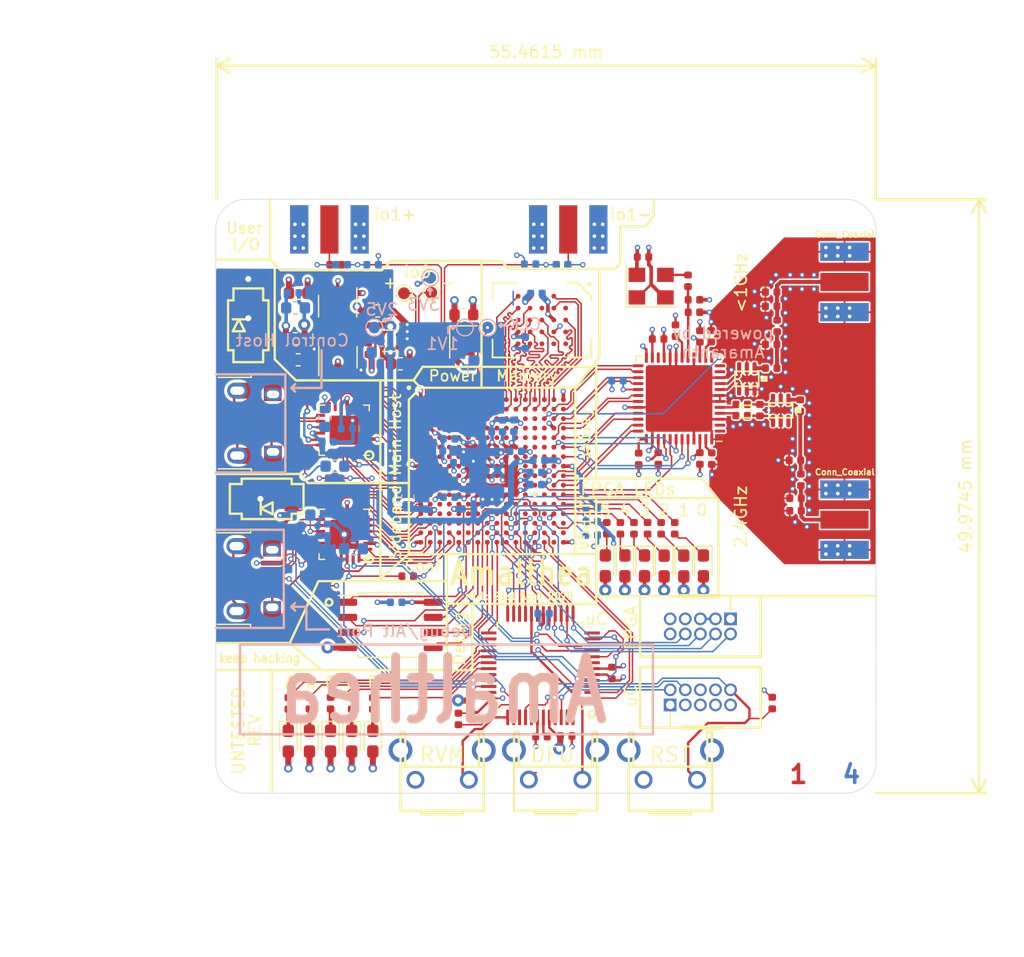
<source format=kicad_pcb>
(kicad_pcb (version 20221018) (generator pcbnew)
  (layers (0 "F.Cu" signal) (1 "In1.Cu" signal) (2 "In2.Cu" signal) (31 "B.Cu" signal) (34 "B.Paste" user) (35 "F.Paste" user) (36 "B.SilkS" user "B.Silkscreen") (37 "F.SilkS" user "F.Silkscreen") (38 "B.Mask" user) (39 "F.Mask" user) (44 "Edge.Cuts" user))
  (net 0 "")
  (net 1 "+3V3")
  (net 2 "+1V8")
  (net 3 "+5V")
  (net 4 "+2V5")
  (net 5 "+1V1")
  (net 6 "/FPGA Configuration and Dev Features/D1")
  (net 7 "/FPGA Configuration and Dev Features/D2")
  (net 8 "/FPGA Configuration and Dev Features/D0")
  (net 9 "/FPGA Configuration and Dev Features/D3")
  (net 10 "/FPGA Configuration and Dev Features/FPGA_TDO")
  (net 11 "/FPGA Configuration and Dev Features/~{CS_DI}")
  (net 12 "/FPGA Configuration and Dev Features/FPGA_CFG0")
  (net 13 "/FPGA Configuration and Dev Features/FPGA_DONE")
  (net 14 "/FPGA Configuration and Dev Features/FPGA_CFG1")
  (net 15 "/FPGA Configuration and Dev Features/~{FPGA_PROGRAM}")
  (net 16 "/FPGA Configuration and Dev Features/FPGA_CFG2")
  (net 17 "/FPGA Configuration and Dev Features/FPGA_TDI")
  (net 18 "/FPGA Configuration and Dev Features/~{FPGA_INIT}")
  (net 19 "Net-(C36-Pad1)")
  (net 20 "/SIDEBAND_PHY_1V8")
  (net 21 "Net-(C48-Pad1)")
  (net 22 "/HOST_PHY_1V8")
  (net 23 "/Host Section/HOST_VBUS")
  (net 24 "/SIDEBAND_VBUS")
  (net 25 "Net-(D10-Pad1)")
  (net 26 "Net-(D11-Pad1)")
  (net 27 "Net-(D12-Pad1)")
  (net 28 "Net-(D13-Pad1)")
  (net 29 "Net-(D14-Pad1)")
  (net 30 "/DEBUG_SPI_CLK")
  (net 31 "/DEBUG_SPI_COPI")
  (net 32 "/DEBUG_SPI_CIPO")
  (net 33 "/RAM / 1V8 Section/RAM_DQ7")
  (net 34 "/RAM / 1V8 Section/RAM_DQ6")
  (net 35 "/RAM / 1V8 Section/RAM_DQ2")
  (net 36 "/RAM / 1V8 Section/RAM_DQ1")
  (net 37 "/RAM / 1V8 Section/~{CS}")
  (net 38 "/RAM / 1V8 Section/~{RESET}")
  (net 39 "/RAM / 1V8 Section/CLK")
  (net 40 "/Host Section/HOST_DATA0")
  (net 41 "/Host Section/HOST_PHY_CLK")
  (net 42 "/RAM / 1V8 Section/RAM_DQ5")
  (net 43 "/RAM / 1V8 Section/RAM_DQ4")
  (net 44 "/RAM / 1V8 Section/RAM_DQ0")
  (net 45 "/RAM / 1V8 Section/RAM_RWDS")
  (net 46 "/RAM / 1V8 Section/~{CLK}")
  (net 47 "/Host Section/HOST_DATA1")
  (net 48 "/Host Section/HOST_PHY_RESET")
  (net 49 "/Host Section/HOST_DATA2")
  (net 50 "/RAM / 1V8 Section/RAM_DQ3")
  (net 51 "/Host Section/HOST_DATA4")
  (net 52 "/Host Section/HOST_DATA3")
  (net 53 "/Host Section/HOST_DATA6")
  (net 54 "/Host Section/HOST_DATA5")
  (net 55 "/Host Section/HOST_DATA7")
  (net 56 "/Host Section/HOST_STP")
  (net 57 "/Host Section/HOST_NXT")
  (net 58 "/Host Section/HOST_DIR")
  (net 59 "/Sideband Section/SIDEBAND_DATA0")
  (net 60 "/Sideband Section/SIDEBAND_DATA1")
  (net 61 "/Right side indicators/D4")
  (net 62 "/Right side indicators/D5")
  (net 63 "/Sideband Section/SIDEBAND_DATA2")
  (net 64 "/Sideband Section/SIDEBAND_DATA3")
  (net 65 "/Right side indicators/D2")
  (net 66 "/Right side indicators/D3")
  (net 67 "/Sideband Section/SIDEBAND_DATA4")
  (net 68 "/FPGA Configuration and Dev Features/FPGA_CONFIG_CLK")
  (net 69 "/Right side indicators/D1")
  (net 70 "/Sideband Section/SIDEBAND_DATA6")
  (net 71 "/Sideband Section/SIDEBAND_DATA5")
  (net 72 "/Right side indicators/D0")
  (net 73 "/Sideband Section/SIDEBAND_DATA7")
  (net 74 "/Sideband Section/SIDEBAND_PHY_CLK")
  (net 75 "Net-(IC1-PadR3)")
  (net 76 "/Sideband Section/SIDEBAND_STP")
  (net 77 "/Sideband Section/SIDEBAND_DIR")
  (net 78 "/Sideband Section/SIDEBAND_NXT")
  (net 79 "/FPGA Configuration and Dev Features/FPGA_TCK")
  (net 80 "/FPGA Configuration and Dev Features/FPGA_TMS")
  (net 81 "/HOST_D-")
  (net 82 "/HOST_D+")
  (net 83 "/HOST_ID")
  (net 84 "/SIDEBAND_ID")
  (net 85 "/SIDEBAND_D+")
  (net 86 "/SIDEBAND_D-")
  (net 87 "/FULL_RESET")
  (net 88 "/FPGA Configuration and Dev Features/UC_SWDCLK")
  (net 89 "/FPGA Configuration and Dev Features/UC_SWDIO")
  (net 90 "Net-(R7-Pad2)")
  (net 91 "Net-(R8-Pad2)")
  (net 92 "Net-(R9-Pad2)")
  (net 93 "Net-(R10-Pad2)")
  (net 94 "Net-(R11-Pad2)")
  (net 95 "/USB_INHIBIT")
  (net 96 "Net-(R16-Pad2)")
  (net 97 "Net-(R17-Pad2)")
  (net 98 "Net-(R20-Pad2)")
  (net 99 "Net-(R21-Pad2)")
  (net 100 "/FORCE_RECOVERY")
  (net 101 "/FORCE_DFU")
  (net 102 "Net-(C51-Pad1)")
  (net 103 "/UC_RX_FPGA_TX")
  (net 104 "/UC_TX_FPGA_RX")
  (net 105 "Net-(C52-Pad1)")
  (net 106 "/Debug & Control Connections/CLKIN_60MHZ")
  (net 107 "Net-(D2-Pad1)")
  (net 108 "Net-(D3-Pad1)")
  (net 109 "Net-(D4-Pad1)")
  (net 110 "Net-(D5-Pad1)")
  (net 111 "Net-(D6-Pad1)")
  (net 112 "Net-(D7-Pad1)")
  (net 113 "Net-(IC1-PadB3)")
  (net 114 "Net-(IC1-PadB4)")
  (net 115 "Net-(IC1-PadB5)")
  (net 116 "Net-(IC1-PadB6)")
  (net 117 "Net-(IC1-PadB7)")
  (net 118 "Net-(IC1-PadB8)")
  (net 119 "Net-(IC1-PadC4)")
  (net 120 "Net-(IC1-PadC5)")
  (net 121 "Net-(IC1-PadC6)")
  (net 122 "Net-(IC1-PadC7)")
  (net 123 "Net-(IC1-PadC8)")
  (net 124 "Net-(IC1-PadC9)")
  (net 125 "Net-(IC1-PadC10)")
  (net 126 "Net-(IC1-PadC11)")
  (net 127 "Net-(IC1-PadC12)")
  (net 128 "Net-(IC1-PadC13)")
  (net 129 "Net-(IC1-PadD4)")
  (net 130 "Net-(IC1-PadD5)")
  (net 131 "Net-(IC1-PadD6)")
  (net 132 "Net-(IC1-PadD7)")
  (net 133 "Net-(IC1-PadD8)")
  (net 134 "Net-(IC1-PadD9)")
  (net 135 "Net-(IC1-PadD10)")
  (net 136 "Net-(IC1-PadD11)")
  (net 137 "Net-(IC1-PadD12)")
  (net 138 "Net-(IC1-PadD13)")
  (net 139 "Net-(IC1-PadE2)")
  (net 140 "Net-(IC1-PadE3)")
  (net 141 "Net-(IC1-PadE4)")
  (net 142 "Net-(IC1-PadE5)")
  (net 143 "Net-(IC1-PadE6)")
  (net 144 "Net-(IC1-PadE7)")
  (net 145 "Net-(IC1-PadE8)")
  (net 146 "Net-(IC1-PadE9)")
  (net 147 "Net-(IC1-PadE10)")
  (net 148 "Net-(IC1-PadE11)")
  (net 149 "Net-(IC1-PadE12)")
  (net 150 "Net-(IC1-PadE13)")
  (net 151 "Net-(IC1-PadE14)")
  (net 152 "Net-(IC1-PadF3)")
  (net 153 "Net-(IC1-PadF4)")
  (net 154 "Net-(IC1-PadF5)")
  (net 155 "Net-(IC1-PadF12)")
  (net 156 "Net-(IC1-PadF13)")
  (net 157 "Net-(IC1-PadF14)")
  (net 158 "Net-(IC1-PadG3)")
  (net 159 "Net-(IC1-PadG4)")
  (net 160 "Net-(IC1-PadG5)")
  (net 161 "Net-(IC1-PadG12)")
  (net 162 "Net-(IC1-PadG13)")
  (net 163 "Net-(IC1-PadG14)")
  (net 164 "Net-(IC1-PadH3)")
  (net 165 "Net-(IC1-PadH4)")
  (net 166 "Net-(IC1-PadH5)")
  (net 167 "Net-(IC1-PadH12)")
  (net 168 "Net-(IC1-PadH13)")
  (net 169 "Net-(IC1-PadH14)")
  (net 170 "Net-(IC1-PadJ3)")
  (net 171 "Net-(IC1-PadJ4)")
  (net 172 "Net-(IC1-PadJ5)")
  (net 173 "Net-(IC1-PadJ12)")
  (net 174 "Net-(IC1-PadJ13)")
  (net 175 "Net-(IC1-PadJ14)")
  (net 176 "Net-(IC1-PadK3)")
  (net 177 "Net-(IC1-PadK4)")
  (net 178 "Net-(IC1-PadK5)")
  (net 179 "Net-(IC1-PadK12)")
  (net 180 "Net-(IC1-PadK13)")
  (net 181 "Net-(IC1-PadL1)")
  (net 182 "Net-(IC1-PadL3)")
  (net 183 "Net-(IC1-PadL4)")
  (net 184 "Net-(IC1-PadL5)")
  (net 185 "Net-(IC1-PadL12)")
  (net 186 "Net-(IC1-PadL13)")
  (net 187 "Net-(IC1-PadL14)")
  (net 188 "Net-(IC1-PadM3)")
  (net 189 "Net-(IC1-PadM4)")
  (net 190 "Net-(IC1-PadM5)")
  (net 191 "Net-(IC1-PadM6)")
  (net 192 "Net-(IC1-PadM8)")
  (net 193 "Net-(IC1-PadM9)")
  (net 194 "Net-(IC1-PadM11)")
  (net 195 "Net-(IC1-PadM12)")
  (net 196 "Net-(IC1-PadM13)")
  (net 197 "Net-(IC1-PadM14)")
  (net 198 "Net-(IC1-PadN3)")
  (net 199 "Net-(IC1-PadN4)")
  (net 200 "Net-(IC1-PadN5)")
  (net 201 "Net-(IC1-PadN6)")
  (net 202 "Net-(IC1-PadN11)")
  (net 203 "Net-(IC1-PadN12)")
  (net 204 "Net-(IC1-PadN13)")
  (net 205 "Net-(IC1-PadN14)")
  (net 206 "Net-(IC1-PadP3)")
  (net 207 "Net-(IC1-PadP4)")
  (net 208 "Net-(IC1-PadP5)")
  (net 209 "Net-(IC1-PadP6)")
  (net 210 "Net-(IC1-PadP7)")
  (net 211 "Net-(IC1-PadP8)")
  (net 212 "Net-(IC1-PadP14)")
  (net 213 "Net-(IC1-PadP16)")
  (net 214 "Net-(IC1-PadR5)")
  (net 215 "Net-(IC1-PadR6)")
  (net 216 "Net-(IC1-PadR7)")
  (net 217 "Net-(IC1-PadR8)")
  (net 218 "Net-(IC1-PadR12)")
  (net 219 "Net-(IC1-PadR15)")
  (net 220 "Net-(IC1-PadR16)")
  (net 221 "Net-(IC1-PadT6)")
  (net 222 "Net-(IC1-PadT15)")
  (net 223 "Net-(J5-Pad7)")
  (net 224 "Net-(J5-Pad10)")
  (net 225 "Net-(J6-Pad8)")
  (net 226 "Net-(J6-Pad7)")
  (net 227 "Net-(J6-Pad6)")
  (net 228 "Net-(U5-Pad4)")
  (net 229 "Net-(U6-Pad32)")
  (net 230 "Net-(U6-Pad39)")
  (net 231 "Net-(U6-Pad41)")
  (net 232 "Net-(U6-Pad47)")
  (net 233 "Net-(U6-Pad48)")
  (net 234 "Net-(U8-Pad20)")
  (net 235 "Net-(U10-PadA2)")
  (net 236 "Net-(U10-PadC2)")
  (net 237 "Net-(U10-PadA5)")
  (net 238 "Net-(U10-PadB5)")
  (net 239 "Net-(U10-PadC5)")
  (net 240 "Net-(U11-Pad20)")
  (net 241 "/DEBUG_SPI_CS")
  (net 242 "Net-(IC1-PadP12)")
  (net 243 "AVSS")
  (net 244 "Net-(C40-Pad1)")
  (net 245 "Net-(C41-Pad1)")
  (net 246 "Net-(IC1-PadD14)")
  (net 247 "Net-(IC1-PadG15)")
  (net 248 "/Target Section/RXCLK_N")
  (net 249 "/Target Section/RXCLK_P")
  (net 250 "Net-(U9-Pad22)")
  (net 251 "Net-(U9-Pad12)")
  (net 252 "Net-(U9-Pad11)")
  (net 253 "Net-(U9-Pad2)")
  (net 254 "Net-(U9-Pad1)")
  (net 255 "/Target Section/RXD24_P")
  (net 256 "/Target Section/RXD24_N")
  (net 257 "/Target Section/RXD09_P")
  (net 258 "/Target Section/RXD09_N")
  (net 259 "/Target Section/TXD_P")
  (net 260 "/Target Section/TXD_N")
  (net 261 "/Target Section/TXCLK_P")
  (net 262 "/Target Section/TXCLK_N")
  (net 263 "Net-(IC1-PadH15)")
  (net 264 "Net-(U1-Pad6)")
  (net 265 "Net-(C42-Pad1)")
  (net 266 "Net-(C46-Pad2)")
  (net 267 "Net-(C43-Pad2)")
  (net 268 "Net-(C53-Pad2)")
  (net 269 "Net-(R6-Pad1)")
  (net 270 "Net-(C56-Pad1)")
  (net 271 "Net-(C59-Pad1)")
  (net 272 "Net-(C56-Pad2)")
  (net 273 "Net-(C43-Pad1)")
  (net 274 "/Target Section/RF24")
  (net 275 "Net-(C53-Pad1)")
  (net 276 "/Target Section/RF09")
  (net 277 "/Target Section/CIPO")
  (net 278 "/Target Section/COPI")
  (net 279 "/Target Section/~{SELN}")
  (net 280 "/Target Section/SCLK")
  (net 281 "/Host Section/USER_IO0_P")
  (net 282 "/Host Section/USER_IO0_N")
  (net 283 "/Host Section/USER_IO1_P")
  (net 284 "/Host Section/USER_IO1_N")
  (net 285 "Net-(U6-Pad7)")
  (net 286 "Net-(C21-Pad2)")
  (net 287 "Net-(C65-Pad2)")
  (net 288 "Net-(IC1-PadA2)")
  (net 289 "Net-(IC1-PadA3)")
  (net 290 "Net-(IC1-PadA4)")
  (net 291 "Net-(IC1-PadA5)")
  (net 292 "Net-(IC1-PadA6)")
  (net 293 "Net-(IC1-PadA8)")
  (net 294 "/Target Section/RF24_P")
  (net 295 "/Target Section/RF24_N")
  (net 296 "/Target Section/RF09_N")
  (net 297 "/Target Section/RF09_P")
  (net 298 "Net-(U4-Pad5)")
  (net 299 "/Target Section/~{RSTN}")
  (net 300 "/Target Section/IRQ")
  (net 301 "Net-(U6-Pad12)")
  (footprint "Package_DFN_QFN:VQFN-24-1EP_4x4mm_P0.5mm_EP2.45x2.45mm" (layer "F.Cu") (at 102.87 85.471 180)
    (fp_text reference "U11" hide)
    (fp_text value "USB3343")
  )
  (footprint "Resistor_SMD:R_0402_1005Metric" (layer "F.Cu") (at 108.2143 97.7519)
    (fp_text reference "R15" hide)
    (fp_text value "1k")
  )
  (footprint "Package_SO:SOIC-8_5.23x5.23mm_P1.27mm" (layer "F.Cu") (at 106.763 101.854)
    (fp_text reference "U7" hide)
    (fp_text value "W25Q32JVSS")
  )
  (footprint "Resistor_SMD:R_0402_1005Metric" (layer "F.Cu") (at 138.8872 108.4302 -90)
    (fp_text reference "R25" hide)
    (fp_text value "10k")
  )
  (footprint "Capacitor_SMD:C_0603_1608Metric" (layer "F.Cu") (at 107.5945 79.883)
    (fp_text reference "C22" hide)
    (fp_text value "1uF")
  )
  (footprint "amalthea:BGA-24_5x5_6.0x8.0mm" (layer "F.Cu") (at 119.507 76.2 -90)
    (fp_text reference "U10")
    (fp_text value "S27KL0641")
  )
  (footprint "Resistor_SMD:R_0402_1005Metric" (layer "F.Cu") (at 101.727 108.435 90)
    (fp_text reference "R9" hide)
    (fp_text value "330")
  )
  (footprint "Capacitor_SMD:C_0603_1608Metric" (layer "F.Cu") (at 99.0125 73.95 180)
    (fp_text reference "C2" hide)
    (fp_text value "2.2uF")
  )
  (footprint "Resistor_SMD:R_0402_1005Metric" (layer "F.Cu") (at 105.283 108.458 90)
    (fp_text reference "R11" hide)
    (fp_text value "330")
  )
  (footprint "Resistor_SMD:R_0402_1005Metric" (layer "F.Cu") (at 103.505 108.458 90)
    (fp_text reference "R10" hide)
    (fp_text value "330")
  )
  (footprint "Resistor_SMD:R_0402_1005Metric" (layer "F.Cu") (at 99.949 108.435 90)
    (fp_text reference "R8" hide)
    (fp_text value "330")
  )
  (footprint "Resistor_SMD:R_0402_1005Metric" (layer "F.Cu") (at 98.171 108.458 90)
    (fp_text reference "R7" hide)
    (fp_text value "330")
  )
  (footprint "Package_DFN_QFN:VQFN-24-1EP_4x4mm_P0.5mm_EP2.45x2.45mm" (layer "F.Cu") (at 102.87 94.234 180)
    (fp_text reference "U8" hide)
    (fp_text value "USB3343")
  )
  (footprint "Resistor_SMD:R_0402_1005Metric" (layer "F.Cu") (at 99.6188 95.39732 90)
    (fp_text reference "R17" hide)
    (fp_text value "20k")
  )
  (footprint "Resistor_SMD:R_0402_1005Metric" (layer "F.Cu") (at 101.40696 98.07448 90)
    (fp_text reference "R16" hide)
    (fp_text value "8.06k+1%")
  )
  (footprint "Resistor_SMD:R_0402_1005Metric" (layer "F.Cu") (at 99.568 87.988 90)
    (fp_text reference "R20" hide)
    (fp_text value "8.06k+1%")
  )
  (footprint "Resistor_SMD:R_0402_1005Metric" (layer "F.Cu") (at 112.4839 109.7661 90)
    (fp_text reference "R22" hide)
    (fp_text value "15K")
  )
  (footprint "Resistor_SMD:R_0402_1005Metric" (layer "F.Cu") (at 102.0294 89.5096 180)
    (fp_text reference "R24" hide)
    (fp_text value "10k")
  )
  (footprint "Resistor_SMD:R_0402_1005Metric" (layer "F.Cu") (at 129.54 93.726 90)
    (fp_text reference "R27" hide)
    (fp_text value "330")
  )
  (footprint "Resistor_SMD:R_0402_1005Metric" (layer "F.Cu") (at 130.683 93.726 90)
    (fp_text reference "R26" hide)
    (fp_text value "330")
  )
  (footprint "Resistor_SMD:R_0402_1005Metric" (layer "F.Cu") (at 126.111 93.726 90)
    (fp_text reference "R30" hide)
    (fp_text value "330")
  )
  (footprint "Resistor_SMD:R_0402_1005Metric" (layer "F.Cu") (at 128.397 93.726 90)
    (fp_text reference "R28" hide)
    (fp_text value "330")
  )
  (footprint "Capacitor_SMD:C_0402_1005Metric" (layer "F.Cu") (at 133.8 87.865 -90)
    (fp_text reference "C40" hide)
    (fp_text value "1uF")
  )
  (footprint "amalthea:SOD128" (layer "F.Cu") (at 94.8055 76.6445 -90)
    (fp_text reference "D1" hide)
    (fp_text value "PMEG3050EP,115" hide)
  )
  (footprint "LED_SMD:LED_0603_1608Metric_Pad1.05x0.95mm_HandSolder" (layer "F.Cu") (at 129.794 96.901 -90)
    (fp_text reference "D4" hide)
    (fp_text value "YELLOW")
  )
  (footprint "LED_SMD:LED_0603_1608Metric_Pad1.05x0.95mm_HandSolder" (layer "F.Cu") (at 131.445 96.901 -90)
    (fp_text reference "D3" hide)
    (fp_text value "ORANGE")
  )
  (footprint "LED_SMD:LED_0603_1608Metric_Pad1.05x0.95mm_HandSolder" (layer "F.Cu") (at 126.492 96.887 -90)
    (fp_text reference "D6" hide)
    (fp_text value "BLUE")
  )
  (footprint "LED_SMD:LED_0603_1608Metric_Pad1.05x0.95mm_HandSolder" (layer "F.Cu") (at 105.283 111.633 -90)
    (fp_text reference "D14" hide)
    (fp_text value "BLUE")
  )
  (footprint "LED_SMD:LED_0603_1608Metric_Pad1.05x0.95mm_HandSolder" (layer "F.Cu") (at 103.505 111.633 -90)
    (fp_text reference "D13" hide)
    (fp_text value "PINK")
  )
  (footprint "LED_SMD:LED_0603_1608Metric_Pad1.05x0.95mm_HandSolder" (layer "F.Cu") (at 99.949 111.633 -90)
    (fp_text reference "D11" hide)
    (fp_text value "PINK")
  )
  (footprint "amalthea:SWD_CONNECTOR_LARGE_BOX" (layer "F.Cu") (at 132.842 101.981 180)
    (fp_text reference "J5" hide)
    (fp_text value "Conn_ARM_JTAG_SWD_10" hide)
  )
  (footprint "amalthea:SWD_CONNECTOR_LARGE_BOX" (layer "F.Cu") (at 132.842 107.95)
    (fp_text reference "J6" hide)
    (fp_text value "Conn_ARM_JTAG_SWD_10" hide)
  )
  (footprint "Package_QFP:TQFP-48_7x7mm_P0.5mm" (layer "F.Cu") (at 119.38 105.283 180)
    (fp_text reference "U6" hide)
    (fp_text value "ATSAMD21G18A-AUT")
  )
  (footprint "amalthea:lattice_cabga256" (layer "F.Cu") (at 115.316 88.9)
    (fp_text reference "IC1" hide)
    (fp_text value "ECP5-BGA256" hide)
  )
  (footprint "amalthea:SWITCH-FSMRA" (layer "F.Cu") (at 120.6625 114.8715)
    (fp_text reference "SW2" hide)
    (fp_text value "BTN_DFU" hide)
  )
  (footprint "Connector_USB:USB_Micro-B_Amphenol_10103594-0001LF_Horizontal" (layer "F.Cu") (at 94.996 84.8995 -90)
    (fp_text reference "J1" hide)
    (fp_text value "USB_B_Micro")
  )
  (footprint "amalthea:SOD128" (layer "F.Cu") (at 96.352 91.2495)
    (fp_text reference "D8" hide)
    (fp_text value "PMEG3050EP,115" hide)
  )
  (footprint "Connector_USB:USB_Micro-B_Amphenol_10103594-0001LF_Horizontal" (layer "F.Cu") (at 94.9325 97.9805 -90)
    (fp_text reference "J2" hide)
    (fp_text value "USB_B_Micro")
  )
  (footprint "LED_SMD:LED_0603_1608Metric_Pad1.05x0.95mm_HandSolder" (layer "F.Cu") (at 128.143 96.887 -90)
    (fp_text reference "D5" hide)
    (fp_text value "GREEN")
  )
  (footprint "Resistor_SMD:R_0402_1005Metric" (layer "F.Cu") (at 99.2862 82.042)
    (fp_text reference "R21" hide)
    (fp_text value "20k")
  )
  (footprint "LED_SMD:LED_0603_1608Metric_Pad1.05x0.95mm_HandSolder" (layer "F.Cu") (at 101.727 111.633 -90)
    (fp_text reference "D12" hide)
    (fp_text value "WHITE")
  )
  (footprint "Crystal:Crystal_SMD_2016-4Pin_2.0x1.6mm" (layer "F.Cu") (at 112.903 78.0415 -90)
    (fp_text reference "Y1" hide)
    (fp_text value "DSC60xx")
  )
  (footprint "Resistor_SMD:R_0402_1005Metric" (layer "F.Cu") (at 124.968 93.726 90)
    (fp_text reference "R31" hide)
    (fp_text value "330")
  )
  (footprint "Resistor_SMD:R_0402_1005Metric" (layer "F.Cu") (at 127.254 93.726 90)
    (fp_text reference "R29" hide)
    (fp_text value "330")
  )
  (footprint "LED_SMD:LED_0603_1608Metric_Pad1.05x0.95mm_HandSolder" (layer "F.Cu") (at 133.096 96.887 -90)
    (fp_text reference "D2" hide)
    (fp_text value "RED")
  )
  (footprint "LED_SMD:LED_0603_1608Metric_Pad1.05x0.95mm_HandSolder" (layer "F.Cu") (at 124.841 96.887 -90)
    (fp_text reference "D7" hide)
    (fp_text value "PURPLE")
  )
  (footprint "LED_SMD:LED_0603_1608Metric_Pad1.05x0.95mm_HandSolder" (layer "F.Cu") (at 98.171 111.633 -90)
    (fp_text reference "D10" hide)
    (fp_text value "BLUE")
  )
  (footprint "amalthea:SWITCH-FSMRA" (layer "F.Cu") (at 111.1125 114.885)
    (fp_text reference "SW1" hide)
    (fp_text value "BTN_RECOVERY" hide)
  )
  (footprint "Capacitor_SMD:C_0402_1005Metric" (layer "F.Cu") (at 119.4665 111.252 180)
    (fp_text reference "C51" hide)
    (fp_text value "0.1uF")
  )
  (footprint "amalthea:SWITCH-FSMRA" (layer "F.Cu") (at 130.3145 114.885)
    (fp_text reference "SW3" hide)
    (fp_text value "BTN_RESET" hide)
  )
  (footprint "Capacitor_SMD:C_0603_1608Metric" (layer "F.Cu") (at 98.7552 77.7748 180)
    (fp_text reference "C20" hide)
    (fp_text value "2.2uF")
  )
  (footprint "Capacitor_SMD:C_0402_1005Metric" (layer "F.Cu") (at 104.902 78.6154 -90)
    (fp_text reference "C52" hide)
    (fp_text value "470pF")
  )
  (footprint "Package_TO_SOT_SMD:SOT-23-5" (layer "F.Cu") (at 102.3468 79.332 90)
    (fp_text reference "U3" hide)
    (fp_text value "MIC5219-3.3YM5")
  )
  (footprint "Package_TO_SOT_SMD:SOT-23-5" (layer "F.Cu") (at 102.3264 75.0316 -90)
    (fp_text reference "U5" hide)
    (fp_text value "MIC5504-2.5YM5")
  )
  (footprint "Capacitor_SMD:C_0603_1608Metric" (layer "F.Cu") (at 105.702 75.438 180)
    (fp_text reference "C29" hide)
    (fp_text value "1uF")
  )
  (footprint "Capacitor_SMD:C_0603_1608Metric" (layer "F.Cu") (at 112.941 75.7555)
    (fp_text reference "C28" hide)
    (fp_text value "1uF")
  )
  (footprint "Capacitor_SMD:C_0402_1005Metric" (layer "F.Cu") (at 113.538 108.712 90)
    (fp_text reference "C16" hide)
    (fp_text value "0.1uF")
  )
  (footprint "Capacitor_SMD:C_0402_1005Metric" (layer "F.Cu") (at 121.55 111.2)
    (fp_text reference "C34" hide)
    (fp_text value "0.1uF")
  )
  (footprint "Capacitor_SMD:C_0402_1005Metric" (layer "F.Cu") (at 125.4 105.9 -90)
    (fp_text reference "C32" hide)
    (fp_text value "0.1uF")
  )
  (footprint "Package_DFN_QFN:QFN-48-1EP_7x7mm_P0.5mm_EP5.6x5.6mm" (layer "F.Cu") (at 131.05 82.8 180)
    (fp_text reference "U9" hide)
    (fp_text value "AT86RF215")
  )
  (footprint "Capacitor_SMD:C_0402_1005Metric" (layer "F.Cu") (at 133.75 77.565 90)
    (fp_text reference "C41" hide)
    (fp_text value "1uF")
  )
  (footprint "Capacitor_SMD:C_0402_1005Metric" (layer "F.Cu") (at 131.8 72.9 90)
    (fp_text reference "C56" hide)
    (fp_text value "1nF")
  )
  (footprint "Capacitor_SMD:C_0402_1005Metric" (layer "F.Cu") (at 128.015 70.9)
    (fp_text reference "C57" hide)
    (fp_text value "0.1uF")
  )
  (footprint "Capacitor_SMD:C_0402_1005Metric" (layer "F.Cu") (at 132.3 75.55)
    (fp_text reference "C58" hide)
    (fp_text value "10pF")
  )
  (footprint "Capacitor_SMD:C_0402_1005Metric" (layer "F.Cu") (at 127.65 87.885 -90)
    (fp_text reference "C59" hide)
    (fp_text value "1uF")
  )
  (footprint "Capacitor_SMD:C_0402_1005Metric" (layer "F.Cu") (at 129.285 77.8 180)
    (fp_text reference "C61" hide)
    (fp_text value "0.1uF")
  )
  (footprint "Resistor_SMD:R_0402_1005Metric" (layer "F.Cu") (at 130.75 77.1 90)
    (fp_text reference "R6" hide)
    (fp_text value "100k")
  )
  (footprint "Capacitor_SMD:C_0603_1608Metric" (layer "F.Cu") (at 99 79.55 180)
    (fp_text reference "C6" hide)
    (fp_text value "2.2uF")
  )
  (footprint "Capacitor_SMD:C_0402_1005Metric" (layer "F.Cu") (at 132.8 77.585 90)
    (fp_text reference "C60" hide)
    (fp_text value "0.1uF")
  )
  (footprint "Capacitor_SMD:C_0402_1005Metric" (layer "F.Cu") (at 132.8 87.85 -90)
    (fp_text reference "C64" hide)
    (fp_text value "0.1uF")
  )
  (footprint "Resistor_SMD:R_0402_1005Metric" (layer "F.Cu") (at 132.3 74.5)
    (fp_text reference "R5" hide)
    (fp_text value "10k")
  )
  (footprint "Capacitor_SMD:C_0402_1005Metric" (layer "F.Cu") (at 129.3 87.85 -90)
    (fp_text reference "C63" hide)
    (fp_text value "0.1uF")
  )
  (footprint "Inductor_SMD:L_0402_1005Metric" (layer "F.Cu") (at 137.85 83.785 90)
    (fp_text reference "L1")
    (fp_text value "5.6nH")
  )
  (footprint "amalthea:Filter_Johanson_2x1.25mm" (layer "F.Cu") (at 136.75 81.15 -90)
    (fp_text reference "U12" hide)
    (fp_text value "0896BM15E0025")
  )
  (footprint "Capacitor_SMD:C_0402_1005Metric" (layer "F.Cu") (at 136.315 83.3)
    (fp_text reference "C46" hide)
    (fp_text value "1.8pF")
  )
  (footprint "amalthea:Filter_Johanson_2x1.25mm" (layer "F.Cu") (at 139.6 83.8 -90)
    (fp_text reference "U1" hide)
    (fp_text value "2450FB15A050")
  )
  (footprint "Capacitor_SMD:C_0402_1005Metric" (layer "F.Cu") (at 136.315 84.25 180)
    (fp_text reference "C42" hide)
    (fp_text value "1.8pF")
  )
  (footprint "amalthea:SMA-EDGE" (layer "F.Cu") (at 147 73 180)
    (fp_text reference "J3" hide)
    (fp_text value "Conn_Coaxial")
  )
  (footprint "amalthea:SMA-EDGE" (layer "F.Cu") (at 147 93 180)
    (fp_text reference "J4" hide)
    (fp_text value "Conn_Coaxial")
  )
  (footprint "Capacitor_SMD:C_0402_1005Metric" (layer "F.Cu") (at 138.8 75.05 180)
    (fp_text reference "C55" hide)
    (fp_text value "C")
  )
  (footprint "Capacitor_SMD:C_0402_1005Metric" (layer "F.Cu") (at 138.8 78.25 180)
    (fp_text reference "C54" hide)
    (fp_text value "C")
  )
  (footprint "Resistor_SMD:R_0402_1005Metric" (layer "F.Cu") (at 138.8 73.85)
    (fp_text reference "R4" hide)
    (fp_text value "10k")
  )
  (footprint "Resistor_SMD:R_0402_1005Metric" (layer "F.Cu") (at 140.85 92.25)
    (fp_text reference "R2" hide)
    (fp_text value "10k")
  )
  (footprint "Resistor_SMD:R_0402_1005Metric" (layer "F.Cu") (at 139.3 76.7 -90)
    (fp_text reference "R3" hide)
    (fp_text value "0R")
  )
  (footprint "Capacitor_SMD:C_0402_1005Metric" (layer "F.Cu") (at 141.25 83.4 90)
    (fp_text reference "C43" hide)
    (fp_text value "0.8pF")
  )
  (footprint "Capacitor_SMD:C_0402_1005Metric" (layer "F.Cu") (at 140.8 88 180)
    (fp_text reference "C44" hide)
    (fp_text value "C")
  )
  (footprint "Capacitor_SMD:C_0402_1005Metric" (layer "F.Cu") (at 140.85 91.2 180)
    (fp_text reference "C45" hide)
    (fp_text value "C")
  )
  (footprint "Capacitor_SMD:C_0402_1005Metric" (layer "F.Cu") (at 138.8 80.25 180)
    (fp_text reference "C53" hide)
    (fp_text value "15pF")
  )
  (footprint "Resistor_SMD:R_0402_1005Metric" (layer "F.Cu") (at 141.3 89.65 90)
    (fp_text reference "R1" hide)
    (fp_text value "0R")
  )
  (footprint "amalthea:SMA-EDGE" (layer "F.Cu") (at 101.628 66.548 -90)
    (fp_text reference "J9" hide)
    (fp_text value "Conn_Coaxial" hide)
  )
  (footprint "amalthea:SMA-EDGE" (layer "F.Cu") (at 121.724 66.548 -90)
    (fp_text reference "J8" hide)
    (fp_text value "Conn_Coaxial" hide)
  )
  (footprint "Capacitor_SMD:C_0402_1005Metric" (layer "F.Cu") (at 102.15 71.55)
    (fp_text reference "C21" hide)
    (fp_text value "C")
  )
  (footprint "Capacitor_SMD:C_0402_1005Metric" (layer "F.Cu") (at 121.215 71.55 180)
    (fp_text reference "C65" hide)
    (fp_text value "C")
  )
  (footprint "Package_TO_SOT_SMD:SOT-553" (layer "F.Cu") (at 106.75 77.95)
    (fp_text reference "U4" hide)
    (fp_text value "TCR2EE11")
  )
  (footprint "Oscillator:Oscillator_SMD_SeikoEpson_SG8002CE-4Pin_3.2x2.5mm" (layer "F.Cu") (at 128.7 73.35)
    (fp_text reference "U13" hide)
    (fp_text value "TXETALSANF-26.000000")
  )
  (footprint "TestPoint:TestPoint_Pad_D1.0mm" (layer "F.Cu") (at 107.9 73.95)
    (fp_text reference "TP2" hide)
    (fp_text value "TestPoint")
  )
  (footprint "TestPoint:TestPoint_Pad_D1.0mm" (layer "F.Cu") (at 110.2 73.9)
    (fp_text reference "TP6" hide)
    (fp_text value "TestPoint")
  )
  (footprint "Resistor_SMD:R_0402_1005Metric" (layer "B.Cu") (at 123.698 94.2975)
    (fp_text reference "R14" hide)
    (fp_text value "10k")
  )
  (footprint "Capacitor_SMD:C_0402_1005Metric" (layer "B.Cu") (at 101.5 86.45)
    (fp_text reference "C47" hide)
    (fp_text value "0.1uF")
  )
  (footprint "Capacitor_SMD:C_0603_1608Metric" (layer "B.Cu") (at 99.2377 92.6084 180)
    (fp_text reference "C36" hide)
    (fp_text value "1uF")
  )
  (footprint "Capacitor_SMD:C_0402_1005Metric" (layer "B.Cu") (at 103.1 85.35)
    (fp_text reference "C49" hide)
    (fp_text value "0.1uF")
  )
  (footprint "Capacitor_SMD:C_0402_1005Metric" (layer "B.Cu") (at 114.8 85.6)
    (fp_text reference "C11" hide)
    (fp_text value "0.1uF")
  )
  (footprint "Capacitor_SMD:C_0402_1005Metric" (layer "B.Cu") (at 118.999 89.027)
    (fp_text reference "C39" hide)
    (fp_text value "0.1uF")
  )
  (footprint "Capacitor_SMD:C_0402_1005Metric" (layer "B.Cu") (at 101.473 93.853 90)
    (fp_text reference "C38" hide)
    (fp_text value "0.1uF")
  )
  (footprint "Resistor_SMD:R_0402_1005Metric" (layer "B.Cu") (at 123.698 93.1545)
    (fp_text reference "R13" hide)
    (fp_text value "10k")
  )
  (footprint "Capacitor_SMD:C_0402_1005Metric" (layer "B.Cu") (at 118.999 90.043)
    (fp_text reference "C33" hide)
    (fp_text value "0.1uF")
  )
  (footprint "Capacitor_SMD:C_0603_1608Metric" (layer "B.Cu") (at 105.97134 78.91272 180)
    (fp_text reference "C30" hide)
    (fp_text value "1uF")
  )
  (footprint "Capacitor_SMD:C_0402_1005Metric" (layer "B.Cu") (at 106.322 90.805 180)
    (fp_text reference "C27" hide)
    (fp_text value "0.1uF")
  )
  (footprint "Capacitor_SMD:C_0402_1005Metric" (layer "B.Cu") (at 113.3 92.1 180)
    (fp_text reference "C24" hide)
    (fp_text value "0.1uF")
  )
  (footprint "Capacitor_SMD:C_0402_1005Metric" (layer "B.Cu") (at 111.7 86.2 180)
    (fp_text reference "C12" hide)
    (fp_text value "0.1uF")
  )
  (footprint "Capacitor_SMD:C_0402_1005Metric" (layer "B.Cu") (at 109.6645 91.6075 -90)
    (fp_text reference "C17" hide)
    (fp_text value "0.1uF")
  )
  (footprint "Capacitor_SMD:C_0402_1005Metric" (layer "B.Cu") (at 117.3 87.25)
    (fp_text reference "C15" hide)
    (fp_text value "0.1uF")
  )
  (footprint "Capacitor_SMD:C_0402_1005Metric" (layer "B.Cu") (at 119.0474 73.9648)
    (fp_text reference "C23" hide)
    (fp_text value "0.1uF")
  )
  (footprint "Capacitor_SMD:C_0603_1608Metric" (layer "B.Cu") (at 108.2294 91.0844 -90)
    (fp_text reference "C3" hide)
    (fp_text value "2.2uF")
  )
  (footprint "Capacitor_SMD:C_0402_1005Metric" (layer "B.Cu") (at 112.55 88.2 180)
    (fp_text reference "C7" hide)
    (fp_text value "0.1uF")
  )
  (footprint "Resistor_SMD:R_0402_1005Metric" (layer "B.Cu") (at 123.698 92.0115)
    (fp_text reference "R12" hide)
    (fp_text value "10k")
  )
  (footprint "Capacitor_SMD:C_0402_1005Metric" (layer "B.Cu") (at 115.293 88.8365)
    (fp_text reference "C9" hide)
    (fp_text value "0.1uF")
  )
  (footprint "Capacitor_SMD:C_0603_1608Metric" (layer "B.Cu") (at 101.2444 84.4041 90)
    (fp_text reference "C48" hide)
    (fp_text value "1uF")
  )
  (footprint "Capacitor_SMD:C_0603_1608Metric" (layer "B.Cu") (at 102.1 88.5 180)
    (fp_text reference "C50" hide)
    (fp_text value "1uF")
  )
  (footprint "Capacitor_SMD:C_0603_1608Metric" (layer "B.Cu") (at 103.6573 95.4532 180)
    (fp_text reference "C37" hide)
    (fp_text value "1uF")
  )
  (footprint "Capacitor_SMD:C_0402_1005Metric" (layer "B.Cu") (at 118.11 78.105 -90)
    (fp_text reference "C25" hide)
    (fp_text value "0.1uF")
  )
  (footprint "Capacitor_SMD:C_0603_1608Metric" (layer "B.Cu") (at 113.792 80.391 90)
    (fp_text reference "C1" hide)
    (fp_text value "2.2uF")
  )
  (footprint "Capacitor_SMD:C_0402_1005Metric" (layer "B.Cu") (at 111.7 91.1 180)
    (fp_text reference "C18" hide)
    (fp_text value "0.1uF")
  )
  (footprint "TestPoint:TestPoint_Pad_D1.0mm" (layer "B.Cu") (at 114.935 76.835)
    (fp_text reference "TP1" hide)
    (fp_text value "TestPoint")
  )
  (footprint "TestPoint:TestPoint_Pad_D1.0mm" (layer "B.Cu") (at 110.109 72.644)
    (fp_text reference "TP3" hide)
    (fp_text value "TestPoint")
  )
  (footprint "TestPoint:TestPoint_Pad_D1.0mm" (layer "B.Cu") (at 113.03 76.835)
    (fp_text reference "TP4" hide)
    (fp_text value "TestPoint")
  )
  (footprint "TestPoint:TestPoint_Pad_D1.0mm" (layer "B.Cu") (at 105.41 76.835)
    (fp_text reference "TP5" hide)
    (fp_text value "TestPoint")
  )
  (footprint "Capacitor_SMD:C_0402_1005Metric" (layer "B.Cu") (at 125.865 81.3 180)
    (fp_text reference "C62" hide)
    (fp_text value "0.1uF")
  )
  (footprint "Capacitor_SMD:C_0402_1005Metric" (layer "B.Cu") (at 117.15 85.1 90)
    (fp_text reference "C8" hide)
    (fp_text value "0.1uF")
  )
  (footprint "Resistor_SMD:R_0402_1005Metric" (layer "B.Cu") (at 102.665 71.55 180)
    (fp_text reference "R23" hide)
    (fp_text value "R")
  )
  (footprint "Capacitor_SMD:C_0402_1005Metric" (layer "B.Cu") (at 111.65 87.2 180)
    (fp_text reference "C13" hide)
    (fp_text value "0.1uF")
  )
  (footprint "Capacitor_SMD:C_0402_1005Metric" (layer "B.Cu") (at 116.2 85.115 90)
    (fp_text reference "C14" hide)
    (fp_text value "0.1uF")
  )
  (footprint "Capacitor_SMD:C_0402_1005Metric" (layer "B.Cu") (at 119.65 100.9 180)
    (fp_text reference "C31" hide)
    (fp_text value "0.1uF")
  )
  (footprint "Capacitor_SMD:C_0402_1005Metric" (layer "B.Cu") (at 107.25 99.95 180)
    (fp_text reference "C35" hide)
    (fp_text value "0.1uF")
  )
  (footprint "Capacitor_SMD:C_0603_1608Metric" (layer "B.Cu") (at 98.7805 75.184 180)
    (fp_text reference "C4" hide)
    (fp_text value "2.2uF")
  )
  (footprint "Capacitor_SMD:C_0402_1005Metric" (layer "B.Cu") (at 98.575 73.914 180)
    (fp_text reference "C10" hide)
    (fp_text value "0.1uF")
  )
  (footprint "Capacitor_SMD:C_0402_1005Metric" (layer "B.Cu") (at 119.25 88.011)
    (fp_text reference "C26" hide)
    (fp_text value "0.1uF")
  )
  (footprint "Resistor_SMD:R_0402_1005Metric" (layer "B.Cu") (at 121.185 71.55)
    (fp_text reference "R32" hide)
    (fp_text value "R")
  )
  (footprint "Resistor_SMD:R_0402_1005Metric" (layer "B.Cu") (at 118.515 71.5 180)
    (fp_text reference "R36" hide)
    (fp_text value "R")
  )
  (footprint "Resistor_SMD:R_0402_1005Metric" (layer "B.Cu") (at 105.265 71.55)
    (fp_text reference "R35" hide)
    (fp_text value "R")
  )
  (gr_line (start 94.107 111.0615) (end 128.8415 111.0615) (stroke (width 0.2032)) (layer "B.SilkS"))
  (gr_line (start 128.8415 111.0615) (end 128.8415 103.505) (stroke (width 0.2032)) (layer "B.SilkS"))
  (gr_line (start 94.107 103.505) (end 94.107 111.0615) (stroke (width 0.2032)) (layer "B.SilkS"))
  (gr_line (start 111.887 76.835) (end 111.633 76.835) (stroke (width 0.2032)) (layer "B.SilkS"))
  (gr_line (start 110.25 73.7) (end 110.1 73.55) (stroke (width 0.2032)) (layer "B.SilkS"))
  (gr_line (start 115.951 76.662) (end 116.078 76.535) (stroke (width 0.2032)) (layer "B.SilkS"))
  (gr_line (start 116.078 76.535) (end 115.951 76.662) (stroke (width 0.2032)) (layer "B.SilkS"))
  (gr_line (start 116.586 76.662) (end 115.951 76.662) (stroke (width 0.2032)) (layer "B.SilkS"))
  (gr_line (start 115.951 76.662) (end 116.078 76.789) (stroke (width 0.2032)) (layer "B.SilkS"))
  (gr_line (start 92.075 93.853) (end 97.79 93.853) (stroke (width 0.2032)) (layer "B.SilkS"))
  (gr_line (start 111.887 76.835) (end 112.141 76.835) (stroke (width 0.2032)) (layer "B.SilkS"))
  (gr_line (start 99.695 102.235) (end 99.695 100.33) (stroke (width 0.2032)) (layer "B.SilkS"))
  (gr_line (start 109.95 73.7) (end 110.25 73.7) (stroke (width 0.2032)) (layer "B.SilkS"))
  (gr_line (start 97.79 102.108) (end 92.075 102.108) (stroke (width 0.2032)) (layer "B.SilkS"))
  (gr_line (start 100.965 78.74) (end 100.965 81.915) (stroke (width 0.2032)) (layer "B.SilkS"))
  (gr_line (start 106.807 75.946) (end 106.807 76.2) (stroke (width 0.2032)) (layer "B.SilkS"))
  (gr_line (start 98.425 100.33) (end 98.7425 100.6475) (stroke (width 0.2032)) (layer "B.SilkS"))
  (gr_line (start 98.425 81.915) (end 98.7425 82.2325) (stroke (width 0.2032)) (layer "B.SilkS"))
  (gr_line (start 98.425 100.33) (end 98.7425 100.0125) (stroke (width 0.2032)) (layer "B.SilkS"))
  (gr_line (start 97.917 89.027) (end 92.075 89.027) (stroke (width 0.2032)) (layer "B.SilkS"))
  (gr_line (start 106.172 76.2) (end 106.299 76.073) (stroke (width 0.2032)) (layer "B.SilkS"))
  (gr_line (start 100.965 81.915) (end 99.06 81.915) (stroke (width 0.2032)) (layer "B.SilkS"))
  (gr_line (start 98.425 81.915) (end 98.7425 81.5975) (stroke (width 0.2032)) (layer "B.SilkS"))
  (gr_line (start 101.6 102.235) (end 99.695 102.235) (stroke (width 0.2032)) (layer "B.SilkS"))
  (gr_line (start 112.141 76.835) (end 112.014 76.708) (stroke (width 0.2032)) (layer "B.SilkS"))
  (gr_line (start 106.172 76.2) (end 106.299 76.327) (stroke (width 0.2032)) (layer "B.SilkS"))
  (gr_line (start 97.79 93.853) (end 97.79 102.108) (stroke (width 0.2032)) (layer "B.SilkS"))
  (gr_line (start 92.075 80.772) (end 97.917 80.772) (stroke (width 0.2032)) (layer "B.SilkS"))
  (gr_line (start 112.141 76.835) (end 112.014 76.962) (stroke (width 0.2032)) (layer "B.SilkS"))
  (gr_line (start 110.1 73.6) (end 110.1 74.05) (stroke (width 0.2032)) (layer "B.SilkS"))
  (gr_line (start 94.107 103.505) (end 128.8415 103.505) (stroke (width 0.2032)) (layer "B.SilkS"))
  (gr_line (start 99.695 100.33) (end 98.425 100.33) (stroke (width 0.2032)) (layer "B.SilkS"))
  (gr_line (start 111.633 76.835) (end 111.633 77.3) (stroke (width 0.2032)) (layer "B.SilkS"))
  (gr_line (start 99.06 81.915) (end 98.425 81.915) (stroke (width 0.2032)) (layer "B.SilkS"))
  (gr_line (start 106.807 76.2) (end 106.172 76.2) (stroke (width 0.2032)) (layer "B.SilkS"))
  (gr_line (start 97.917 80.772) (end 97.917 89.027) (stroke (width 0.2032)) (layer "B.SilkS"))
  (gr_line (start 110.1 73.55) (end 109.95 73.7) (stroke (width 0.2032)) (layer "B.SilkS"))
  (gr_line (start 99.187 89.154) (end 99.822 89.916) (stroke (width 0.2032)) (layer "F.SilkS"))
  (gr_line (start 124.333 71.882) (end 124.333 79.375) (stroke (width 0.2032)) (layer "F.SilkS"))
  (gr_line (start 132.969 89.535) (end 134.366 91.313) (stroke (width 0.2032)) (layer "F.SilkS"))
  (gr_line (start 131.064 99.441) (end 134.366 99.441) (stroke (width 0.381)) (layer "F.SilkS"))
  (gr_line (start 131.318 110.49) (end 134.62 110.49) (stroke (width 0.381)) (layer "F.SilkS"))
  (gr_line (start 111.506 105.664) (end 106.426 105.664) (stroke (width 0.2032)) (layer "F.SilkS"))
  (gr_line (start 109.474 80.137) (end 108.712 81.28) (stroke (width 0.2032)) (layer "F.SilkS"))
  (gr_line (start 127.762 99.441) (end 124.079 99.441) (stroke (width 0.2032)) (layer "F.SilkS"))
  (gr_line (start 124.079 91.186) (end 124.079 91.44) (stroke (width 0.2032)) (layer "F.SilkS"))
  (gr_line (start 114.427 71.247) (end 106.807 71.247) (stroke (width 0.2032)) (layer "F.SilkS"))
  (gr_line (start 106.807 71.247) (end 106.045 72.009) (stroke (width 0.2032)) (layer "F.SilkS"))
  (gr_line (start 116.078 71.247) (end 116.713 71.882) (stroke (width 0.2032)) (layer "F.SilkS"))
  (gr_circle (center 104.98 87.581) (end 105.283 87.757) (stroke (width 0.2032)) (fill none) (layer "F.SilkS"))
  (gr_line (start 97.028 79.502) (end 97.028 77.343) (stroke (width 0.2032)) (layer "F.SilkS"))
  (gr_line (start 137.922 99.441) (end 147.6 99.441) (stroke (width 0.2032)) (layer "F.SilkS"))
  (gr_line (start 124.079 89.535) (end 124.079 79.756) (stroke (width 0.2032)) (layer "F.SilkS"))
  (gr_line (start 92.202 103.378) (end 98.298 103.378) (stroke (width 0.2032)) (layer "F.SilkS"))
  (gr_line (start 125.73 71.882) (end 126.111 71.374) (stroke (width 0.2032)) (layer "F.SilkS"))
  (gr_line (start 123.825 100.076) (end 124.079 100.076) (stroke (width 0.2032)) (layer "F.SilkS"))
  (gr_line (start 102.616 89.916) (end 99.822 89.916) (stroke (width 0.2032)) (layer "F.SilkS"))
  (gr_line (start 123.571 91.821) (end 122.682 91.821) (stroke (width 0.2032)) (layer "F.SilkS"))
  (gr_line (start 126.111 71.374) (end 126.111 68.453) (stroke (width 0.2032)) (layer "F.SilkS"))
  (gr_line (start 122.682 91.821) (end 122.809 91.948) (stroke (width 0.2032)) (layer "F.SilkS"))
  (gr_line (start 124.333 71.882) (end 125.73 71.882) (stroke (width 0.2032)) (layer "F.SilkS"))
  (gr_line (start 113.665 105.664) (end 113.665 100.076) (stroke (width 0.2032)) (layer "F.SilkS"))
  (gr_circle (center 104.98 96.344) (end 105.283 96.393) (stroke (width 0.2032)) (fill none) (layer "F.SilkS"))
  (gr_line (start 114.427 71.247) (end 116.078 71.247) (stroke (width 0.2032)) (layer "F.SilkS"))
  (gr_line (start 97.79 80.264) (end 97.028 79.502) (stroke (width 0.2032)) (layer "F.SilkS"))
  (gr_line (start 111.506 100.076) (end 123.571 100.076) (stroke (width 0.2032)) (layer "F.SilkS"))
  (gr_line (start 111.506 100.076) (end 111.506 105.664) (stroke (width 0.2032)) (layer "F.SilkS"))
  (gr_line (start 100.711 98.171) (end 105.664 98.171) (stroke (width 0.2032)) (layer "F.SilkS"))
  (gr_line (start 124.079 95.885) (end 122.316 95.9) (stroke (width 0.2032)) (layer "F.SilkS"))
  (gr_line (start 96.647 71.12) (end 92.075 71.12) (stroke (width 0.2032)) (layer "F.SilkS"))
  (gr_line (start 97.536 72.009) (end 96.647 71.12) (stroke (width 0.2032)) (layer "F.SilkS"))
  (gr_line (start 98.298 103.378) (end 100.965 105.664) (stroke (width 0.2032)) (layer "F.SilkS"))
  (gr_line (start 111.506 100.076) (end 111.506 95.885) (stroke (width 0.2032)) (layer "F.SilkS"))
  (gr_line (start 122.682 91.821) (end 122.809 91.694) (stroke (width 0.2032)) (layer "F.SilkS"))
  (gr_line (start 96.774 105.664) (end 96.774 115.951) (stroke (width 0.2032)) (layer "F.SilkS"))
  (gr_line (start 124.079 91.44) (end 124.079 99.441) (stroke (width 0.2032)) (layer "F.SilkS"))
  (gr_line (start 101.854 81.28) (end 105.156 81.28) (stroke (width 0.2032)) (layer "F.SilkS"))
  (gr_line (start 114.427 71.247) (end 114.427 81.915) (stroke (width 0.2032)) (layer "F.SilkS"))
  (gr_line (start 98.679 81.153) (end 98.806 81.28) (stroke (width 0.2032)) (layer "F.SilkS"))
  (gr_line (start 105.918 89.916) (end 105.918 81.28) (stroke (width 0.2032)) (layer "F.SilkS"))
  (gr_line (start 99.187 89.154) (end 92.075 89.154) (stroke (width 0.2032)) (layer "F.SilkS"))
  (gr_circle (center 101.6 99.949) (end 101.727 99.695) (stroke (width 0.2032)) (fill none) (layer "F.SilkS"))
  (gr_line (start 122.428 89.535) (end 132.969 89.535) (stroke (width 0.2032)) (layer "F.SilkS"))
  (gr_circle (center 123.698 109.347) (end 123.825 109.093) (stroke (width 0.2032)) (fill none) (layer "F.SilkS"))
  (gr_line (start 102.616 89.916) (end 108.331 89.916) (stroke (width 0.2032)) (layer "F.SilkS"))
  (gr_line (start 108.712 81.28) (end 109.316 81.9) (stroke (width 0.2032)) (layer "F.SilkS"))
  (gr_line (start 134.366 91.313) (end 134.366 98.933) (stroke (width 0.2032)) (layer "F.SilkS"))
  (gr_line (start 106.045 72.009) (end 97.536 72.009) (stroke (width 0.2032)) (layer "F.SilkS"))
  (gr_line (start 105.156 81.28) (end 107.569 81.28) (stroke (width 0.2032)) (layer "F.SilkS"))
  (gr_line (start 134.366 98.933) (end 134.366 99.441) (stroke (width 0.2032)) (layer "F.SilkS"))
  (gr_line (start 96.774 105.664) (end 106.426 105.664) (stroke (width 0.2032)) (layer "F.SilkS"))
  (gr_line (start 124.079 100.076) (end 124.079 99.314) (stroke (width 0.2032)) (layer "F.SilkS"))
  (gr_line (start 105.664 98.171) (end 108.331 95.885) (stroke (width 0.2032)) (layer "F.SilkS"))
  (gr_line (start 107.442 81.28) (end 108.712 81.28) (stroke (width 0.2032)) (layer "F.SilkS"))
  (gr_line (start 123.825 100.076) (end 123.444 100.076) (stroke (width 0.2032)) (layer "F.SilkS"))
  (gr_line (start 128.905 67.437) (end 128.905 66.04) (stroke (width 0.2032)) (layer "F.SilkS"))
  (gr_line (start 96.774 105.664) (end 92.075 105.664) (stroke (width 0.2032)) (layer "F.SilkS"))
  (gr_line (start 105.918 98.171) (end 111.506 98.171) (stroke (width 0.2032)) (layer "F.SilkS"))
  (gr_line (start 111.506 105.664) (end 113.665 105.664) (stroke (width 0.2032)) (layer "F.SilkS"))
  (gr_line (start 122.301 81.915) (end 124.333 79.375) (stroke (width 0.2032)) (layer "F.SilkS"))
  (gr_line (start 105.918 89.916) (end 105.918 98.044) (stroke (width 0.2032)) (layer "F.SilkS"))
  (gr_line (start 126.111 68.453) (end 126.111 68.326) (stroke (width 0.2032)) (layer "F.SilkS"))
  (gr_line (start 96.647 71.12) (end 96.647 66.04) (stroke (width 0.2032)) (layer "F.SilkS"))
  (gr_line (start 97.028 77.343) (end 97.028 71.501) (stroke (width 0.2032)) (layer "F.SilkS"))
  (gr_line (start 98.806 81.28) (end 101.854 81.28) (stroke (width 0.2032)) (layer "F.SilkS"))
  (gr_line (start 122.301 91.186) (end 134.239 91.186) (stroke (width 0.2032)) (layer "F.SilkS"))
  (gr_line (start 97.79 80.264) (end 98.679 81.153) (stroke (width 0.2032)) (layer "F.SilkS"))
  (gr_line (start 116.713 71.882) (end 124.333 71.882) (stroke (width 0.2032)) (layer "F.SilkS"))
  (gr_line (start 98.298 103.378) (end 100.711 98.171) (stroke (width 0.2032)) (layer "F.SilkS"))
  (gr_line (start 109.474 80.137) (end 123.698 80.137) (stroke (width 0.2032)) (layer "F.SilkS"))
  (gr_line (start 126.111 68.326) (end 128.27 68.326) (stroke (width 0.2032)) (layer "F.SilkS"))
  (gr_line (start 128.27 68.326) (end 128.905 67.437) (stroke (width 0.2032)) (layer "F.SilkS"))
  (gr_line (start 147.61 68.6) (end 147.6145 113.45) (stroke (width 0.05)) (layer "Edge.Cuts"))
  (gr_line (start 92.075 113.4745) (end 92.075 68.58) (stroke (width 0.05)) (layer "Edge.Cuts"))
  (gr_line (start 94.615 66.04) (end 145.05 66.04) (stroke (width 0.05)) (layer "Edge.Cuts"))
  (gr_arc (start 92.075 68.58) (mid 92.818949 66.783949) (end 94.615 66.04) (stroke (width 0.05)) (layer "Edge.Cuts"))
  (gr_line (start 145.05 116.0145) (end 94.615 116.0145) (stroke (width 0.05)) (layer "Edge.Cuts"))
  (gr_arc (start 147.6145 113.45) (mid 146.863375 115.263375) (end 145.05 116.0145) (stroke (width 0.05)) (layer "Edge.Cuts"))
  (gr_arc (start 94.615 116.0145) (mid 92.818949 115.270551) (end 92.075 113.4745) (stroke (width 0.05)) (layer "Edge.Cuts"))
  (gr_arc (start 145.05 66.04) (mid 146.860193 66.789807) (end 147.61 68.6) (stroke (width 0.05)) (layer "Edge.Cuts"))
  (gr_text "1" (at 141.097 114.427) (layer "F.Cu") (effects (font (size 1.5 1.5) (thickness 0.3))))
  (gr_text "4" (at 145.542 114.427) (layer "B.Cu") (effects (font (size 1.5 1.5) (thickness 0.3))))
  (gr_text "Debug/Alt Port" (at 113.792 102.362) (layer "B.SilkS") (effects (font (size 1 1)) (justify left mirror)))
  (gr_text "Amalthea" (at 111.2 107.3785) (layer "B.SilkS") (effects (font (size 5.25 4) (thickness 0.75)) (justify mirror)))
  (gr_text "Control Host" (at 103.378 77.9145) (layer "B.SilkS") (effects (font (size 1 1)) (justify left mirror)))
  (gr_text "3V3" (at 109.55 74.9) (layer "B.SilkS") (effects (font (size 1 1)) (justify mirror)))
  (gr_text "powered by\nAmaranth" (at 134.747 78.105) (layer "B.SilkS") (effects (font (size 1 1)) (justify mirror)))
  (gr_text "1V1" (at 111.15 78.2) (layer "B.SilkS") (effects (font (size 1 1)) (justify mirror)))
  (gr_text "CLK" (at 118.05 76.55) (layer "B.SilkS") (effects (font (size 1 1)) (justify mirror)))
  (gr_text "2V5" (at 106.045 75.311) (layer "B.SilkS") (effects (font (size 1 1)) (justify mirror)))
  (gr_text "B\n" (at 100.076 106.68) (layer "F.SilkS") (effects (font (size 1 1))))
  (gr_text "C\n" (at 101.727 106.68) (layer "F.SilkS") (effects (font (size 1 1))))
  (gr_text "D" (at 103.505 106.68) (layer "F.SilkS") (effects (font (size 1 1))))
  (gr_text "E" (at 105.283 106.68) (layer "F.SilkS") (effects (font (size 1 1))))
  (gr_text "5" (at 124.841 92.202) (layer "F.SilkS") (effects (font (size 1 1))))
  (gr_text "4" (at 126.492 92.202) (layer "F.SilkS") (effects (font (size 1 1))))
  (gr_text "3" (at 128.143 92.202) (layer "F.SilkS") (effects (font (size 1 1))))
  (gr_text "2" (at 129.794 92.202) (layer "F.SilkS") (effects (font (size 1 1))))
  (gr_text "1" (at 131.445 92.202) (layer "F.SilkS") (effects (font (size 1 1))))
  (gr_text "0" (at 132.969 92.202) (layer "F.SilkS") (effects (font (size 1 1))))
  (gr_text "FPGA LEDs" (at 126.746 90.424) (layer "F.SilkS") (effects (font (size 1 1))))
  (gr_text "Main Host" (at 107.188 85.852 90) (layer "F.SilkS") (effects (font (size 0.9144 0.9144))))
  (gr_text "Memory" (at 118.237 80.899) (layer "F.SilkS") (effects (font (size 0.9144 0.9144))))
  (gr_text "I/O" (at 94.615 69.85) (layer "F.SilkS") (effects (font (size 0.9144 0.9144))))
  (gr_text "uC" (at 127 107.823 90) (layer "F.SilkS") (effects (font (size 1 1))))
  (gr_text "Amalthea" (at 117.8 97.5) (layer "F.SilkS") (effects (font (size 2 1.75) (thickness 0.3))))
  (gr_text "uC" (at 124.079 101.346) (layer "F.SilkS") (effects (font (size 1 1))))
  (gr_text "r0.1: 21st April 2020" (at 117.602 99.441) (layer "F.SilkS") (effects (font (size 0.6 0.5588) (thickness 0.125))))
  (gr_text "Sideband" (at 107.188 93.218 90) (layer "F.SilkS") (effects (font (size 0.9144 0.9238))))
  (gr_text "Power" (at 112.014 80.899) (layer "F.SilkS") (effects (font (size 0.9144 0.9144))))
  (gr_text "User" (at 94.488 68.453) (layer "F.SilkS") (effects (font (size 0.9144 0.9144))))
  (gr_text "FPGA" (at 123.063 93.853 270) (layer "F.SilkS") (effects (font (size 0.9144 0.9144))))
  (gr_text "Debug" (at 112.522 102.997 90) (layer "F.SilkS") (effects (font (size 1 1))))
  (gr_text "FPGA" (at 127 102.108 90) (layer "F.SilkS") (effects (font (size 1 1))))
  (gr_text "Target" (at 123.317 85.725 270) (layer "F.SilkS") (effects (font (size 0.9144 0.9144))))
  (gr_text "io1+" (at 107.15 67.3) (layer "F.SilkS") (effects (font (size 1 1))))
  (gr_text "io1-" (at 127 67.3) (layer "F.SilkS") (effects (font (size 1 1))))
  (gr_text "2.4GHz" (at 136.25 92.75 90) (layer "F.SilkS") (effects (font (size 1 1))))
  (gr_text "<1GHz" (at 136.25 73.05 90) (layer "F.SilkS") (effects (font (size 1 1))))
  (gr_text "io0" (at 109.05 72.15) (layer "F.SilkS") (effects (font (size 1 1))))
  (gr_text "+" (at 106.75 73.05) (layer "F.SilkS") (effects (font (size 1 1))))
  (gr_text "-" (at 111.65 73.05) (layer "F.SilkS") (effects (font (size 1 1))))
  (gr_text "keep hacking" (at 95.758 104.648) (layer "F.SilkS") (effects (font (size 0.762 0.6858))))
  (gr_text "REV" (at 95.377 110.744 90) (layer "F.SilkS") (effects (font (size 1 1))))
  (gr_text "Conf" (at 109.474 96.901) (layer "F.SilkS") (effects (font (size 0.9144 0.9144))))
  (gr_text "UNTESTED" (at 93.98 110.744 90) (layer "F.SilkS") (effects (font (size 1 1))))
  (gr_text "DFU" (at 120.396 112.776) (layer "F.SilkS") (effects (font (size 1.27 1.27))))
  (gr_text "RST" (at 130.302 112.776) (layer "F.SilkS") (effects (font (size 1.27 1.27))))
  (gr_text "RVM" (at 111.125 112.776) (layer "F.SilkS") (effects (font (size 1.27 1.27))))
  (gr_text "A" (at 98.298 106.68) (layer "F.SilkS") (effects (font (size 1 1))))
  (dimension (type aligned) (layer "F.SilkS") (pts (xy 147.6 66.04) (xy 92.1385 66.04)) (height 11.2395) (gr_text "55.4615 mm" (at 119.86925 53.6505) (layer "F.SilkS") (effects (font (size 1 1) (thickness 0.15)))) (format (prefix "") (suffix "") (units 2) (units_format 1) (precision 4)) (style (thickness 0.2032) (arrow_length 1.27) (text_position_mode 0) (extension_height 0.58642) (extension_offset 0) keep_text_aligned))
  (dimension (type aligned) (layer "F.SilkS") (pts (xy 147.6 116.0145) (xy 147.6 66.04)) (height 8.7) (gr_text "49.9745 mm" (at 155.15 91.02725 90) (layer "F.SilkS") (effects (font (size 1 1) (thickness 0.15)))) (format (prefix "") (suffix "") (units 2) (units_format 1) (precision 4)) (style (thickness 0.2032) (arrow_length 1.27) (text_position_mode 0) (extension_height 0.58642) (extension_offset 0) keep_text_aligned))
  (segment (start 132.8 78.07) (end 132.8 79.3625) (width 0.2032) (layer "F.Cu") (net 1))
  (segment (start 101.5444 89.5096) (end 100.7872 89.5096) (width 0.127) (layer "F.Cu") (net 1))
  (segment (start 113.316 89.3) (end 113.307962 89.3) (width 0.3048) (layer "F.Cu") (net 1))
  (segment (start 101.3764 74.6648) (end 101.61366 74.90206) (width 0.2032) (layer "F.Cu") (net 1))
  (segment (start 101.727 112.508) (end 101.727 113.919) (width 0.508) (layer "F.Cu") (net 1))
  (segment (start 120.507 77.2) (end 120.539 77.2) (width 0.3048) (layer "F.Cu") (net 1))
  (segment (start 128.143 97.762) (end 128.143 98.933) (width 0.3048) (layer "F.Cu") (net 1))
  (segment (start 129.77 77.8) (end 129.77 79.3325) (width 0.2032) (layer "F.Cu") (net 1))
  (segment (start 113.316 88.5) (end 113.308777 88.5) (width 0.3048) (layer "F.Cu") (net 1))
  (segment (start 114.0339 109.2811) (end 115.03 108.285) (width 0.127) (layer "F.Cu") (net 1))
  (segment (start 110.363 99.949) (end 108.585 99.949) (width 0.3048) (layer "F.Cu") (net 1))
  (segment (start 129.77 79.3325) (end 129.8 79.3625) (width 0.2032) (layer "F.Cu") (net 1))
  (segment (start 113.453 77.3415) (end 112.353 77.3415) (width 0.508) (layer "F.Cu") (net 1))
  (segment (start 117.316 86.9) (end 117.316 86.891757) (width 0.3048) (layer "F.Cu") (net 1))
  (segment (start 103.12 92.2465) (end 103.12 91.571) (width 0.3048) (layer "F.Cu") (net 1))
  (segment (start 121.054 112.1815) (end 120.9675 112.268) (width 0.508) (layer "F.Cu") (net 1))
  (segment (start 117.507 77.2221) (end 117.1321 77.597) (width 0.3048) (layer "F.Cu") (net 1))
  (segment (start 103.03914 74.90206) (end 103.2764 74.6648) (width 0.2032) (layer "F.Cu") (net 1))
  (segment (start 117.316 86.9) (end 117.187791 86.9) (width 0.3048) (layer "F.Cu") (net 1))
  (segment (start 116.516 86.9) (end 116.516 86.917625) (width 0.3048) (layer "F.Cu") (net 1))
  (segment (start 120.8958 111.252) (end 121.054 111.252) (width 0.2032) (layer "F.Cu") (net 1))
  (segment (start 132.8 87.365) (end 132.6541 87.365) (width 0.2032) (layer "F.Cu") (net 1))
  (segment (start 115.03 108.033) (end 115.03 108.3612) (width 0.2032) (layer "F.Cu") (net 1))
  (segment (start 104.8575 94.984) (end 105.525 94.984) (width 0.3048) (layer "F.Cu") (net 1))
  (segment (start 115.03 108.285) (end 115.03 108.033) (width 0.127) (layer "F.Cu") (net 1))
  (segment (start 117.316 88.5) (end 117.316 89.3) (width 0.3048) (layer "F.Cu") (net 1))
  (segment (start 129.77 77.8) (end 129.77 77.02) (width 0.2032) (layer "F.Cu") (net 1))
  (segment (start 114.9722 108.419) (end 114.896 108.419) (width 0.2032) (layer "F.Cu") (net 1))
  (segment (start 117.316 89.3) (end 117.323222 89.3) (width 0.3048) (layer "F.Cu") (net 1))
  (segment (start 120.13 100.933) (end 120.065796 100.997204) (width 0.3048) (layer "F.Cu") (net 1))
  (segment (start 105.283 112.508) (end 105.283 113.919) (width 0.508) (layer "F.Cu") (net 1))
  (segment (start 105.652 86.221) (end 105.664 86.233) (width 0.3048) (layer "F.Cu") (net 1))
  (segment (start 120.065796 101.998378) (end 119.985587 102.078587) (width 0.3048) (layer "F.Cu") (net 1))
  (segment (start 133.096 97.762) (end 133.096 98.933) (width 0.3048) (layer "F.Cu") (net 1))
  (segment (start 114.116 86.9) (end 114.075121 86.9) (width 0.3048) (layer "F.Cu") (net 1))
  (segment (start 100.5248 77.7748) (end 100.982 78.232) (width 0.3048) (layer "F.Cu") (net 1))
  (segment (start 117.316 90.1) (end 117.316 90.9) (width 0.3048) (layer "F.Cu") (net 1))
  (segment (start 116.1855 108.033) (end 116.205 108.0135) (width 0.127) (layer "F.Cu") (net 1))
  (segment (start 120.539 77.2) (end 121.031 76.708) (width 0.1524) (layer "F.Cu") (net 1))
  (segment (start 112.1535 77.142) (end 112.353 77.3415) (width 0.508) (layer "F.Cu") (net 1))
  (segment (start 117.316 86.891757) (end 116.940561 86.516318) (width 0.3048) (layer "F.Cu") (net 1))
  (segment (start 114.075121 86.9) (end 113.691439 86.516318) (width 0.3048) (layer "F.Cu") (net 1))
  (segment (start 118.11 74.597) (end 118.507 74.2) (width 0.508) (layer "F.Cu") (net 1))
  (segment (start 99.5427 77.7748) (end 99.5427 76.62174) (width 0.508) (layer "F.Cu") (net 1))
  (segment (start 127.5 72.4) (end 127.5 70.93) (width 0.3048) (layer "F.Cu") (net 1))
  (segment (start 101.358 73.95) (end 101.3764 73.9316) (width 0.508) (layer "F.Cu") (net 1))
  (segment (start 113.316 89.3) (end 113.316 89.249) (width 0.3048) (layer "F.Cu") (net 1))
  (segment (start 113.316 89.3) (end 113.316 88.5) (width 0.3048) (layer "F.Cu") (net 1))
  (segment (start 125.282 105.533) (end 125.4 105.415) (width 0.2032) (layer "F.Cu") (net 1))
  (segment (start 129.794 97.776) (end 129.794 98.933) (width 0.3048) (layer "F.Cu") (net 1))
  (segment (start 123.73 105.533) (end 125.282 105.533) (width 0.2032) (layer "F.Cu") (net 1))
  (segment (start 99.949 112.508) (end 99.949 113.919) (width 0.508) (layer "F.Cu") (net 1))
  (segment (start 101.61366 74.90206) (end 103.03914 74.90206) (width 0.2032) (layer "F.Cu") (net 1))
  (segment (start 116.508777 86.9) (end 116.108777 86.5) (width 0.3048) (layer "F.Cu") (net 1))
  (segment (start 115.03 108.033) (end 116.1855 108.033) (width 0.127) (layer "F.Cu") (net 1))
  (segment (start 131.445 97.776) (end 131.445 98.933) (width 0.3048) (layer "F.Cu") (net 1))
  (segment (start 120.13 110.4862) (end 120.8958 111.252) (width 0.2032) (layer "F.Cu") (net 1))
  (segment (start 114.116 88.5) (end 114.116 89.3) (width 0.3048) (layer "F.Cu") (net 1))
  (segment (start 98.171 112.508) (end 98.171 113.919) (width 0.508) (layer "F.Cu") (net 1))
  (segment (start 118.11 74.676) (end 118.11 74.597) (width 0.508) (layer "F.Cu") (net 1))
  (segment (start 120.13 109.633) (end 120.13 110.4862) (width 0.2032) (layer "F.Cu") (net 1))
  (segment (start 128.773297 87.9) (end 128.450008 87.9) (width 0.2032) (layer "F.Cu") (net 1))
  (segment (start 114.896 108.419) (end 115.03 108.285) (width 0.2032) (layer "F.Cu") (net 1))
  (segment (start 112.4839 109.2811) (end 114.0339 109.2811) (width 0.127) (layer "F.Cu") (net 1))
  (segment (start 132.8 78.07) (end 132.43 77.7) (width 0.2032) (layer "F.Cu") (net 1))
  (segment (start 112.1535 75.7555) (end 112.1535 77.142) (width 0.508) (layer "F.Cu") (net 1))
  (segment (start 120.065796 100.997204) (end 120.065796 101.998378) (width 0.3048) (layer "F.Cu") (net 1))
  (segment (start 104.42684 73.9316) (end 104.4321 73.93686) (width 0.508) (layer "F.Cu") (net 1))
  (segment (start 103.12 91.571) (end 103.124 91.567) (width 0.3048) (layer "F.Cu") (net 1))
  (segment (start 116.516 86.9) (end 117.316 86.9) (width 0.3048) (layer "F.Cu") (net 1))
  (segment (start 101.3764 73.9316) (end 101.3764 74.6648) (width 0.2032) (layer "F.Cu") (net 1))
  (segment (start 113.316 89.3) (end 113.286148 89.3) (width 0.3048) (layer "F.Cu") (net 1))
  (segment (start 129.3 87.365) (end 129.3 87.373297) (width 0.2032) (layer "F.Cu") (net 1))
  (segment (start 103.12 82.808) (end 103.124 82.804) (width 0.3048) (layer "F.Cu") (net 1))
  (segment (start 113.307962 89.3) (end 112.930323 89.677639) (width 0.3048) (layer "F.Cu") (net 1))
  (segment (start 129.3 87.373297) (end 128.773297 87.9) (width 0.2032) (layer "F.Cu") (net 1))
  (segment (start 113.316 89.3) (end 113.424 89.3) (width 0.3048) (layer "F.Cu") (net 1))
  (segment (start 129.3 86.2375) (end 129.3 87.365) (width 0.2032) (layer "F.Cu") (net 1))
  (segment (start 112.1535 75.7555) (end 112.1535 74.5535) (width 0.508) (layer "F.Cu") (net 1))
  (segment (start 114.116 89.3) (end 113.316 89.3) (width 0.3048) (layer "F.Cu") (net 1))
  (segment (start 127.53 70.12) (end 127.55 70.1) (width 0.3048) (layer "F.Cu") (net 1))
  (segment (start 103.505 112.508) (end 103.505 113.919) (width 0.508) (layer "F.Cu") (net 1))
  (segment (start 113.316 90.9) (end 113.30003 90.9) (width 0.3048) (layer "F.Cu") (net 1))
  (segment (start 115.03 108.3612) (end 114.9722 108.419) (width 0.2032) (layer "F.Cu") (net 1))
  (segment (start 117.507 77.2) (end 117.507 77.2221) (width 0.3048) (layer "F.Cu") (net 1))
  (segment (start 103.2764 74.6648) (end 103.2764 73.9316) (width 0.2032) (layer "F.Cu") (net 1))
  (segment (start 132.43 77.7) (end 132.2722 77.7) (width 0.2032) (layer "F.Cu") (net 1))
  (segment (start 117.316 90.1) (end 117.316 90.073552) (width 0.3048) (layer "F.Cu") (net 1))
  (segment (start 103.2764 73.9316) (end 104.42684 73.9316) (width 0.508) (layer "F.Cu") (net 1))
  (segment (start 138.8062 107.9452) (end 138.2014 107.3404) (width 0.127) (layer "F.Cu") (net 1))
  (segment (start 127.5 70.93) (end 127.53 70.9) (width 0.3048) (layer "F.Cu") (net 1))
  (segment (start 126.233 105.415) (end 126.365 105.283) (width 0.2032) (layer "F.Cu") (net 1))
  (segment (start 117.324243 90.9) (end 117.699682 90.524561) (width 0.3048) (layer "F.Cu") (net 1))
  (segment (start 114.116 86.9) (end 113.316 86.9) (width 0.3048) (layer "F.Cu") (net 1))
  (segment (start 132.8 86.2375) (end 132.8 87.365) (width 0.2032) (layer "F.Cu") (net 1))
  (segment (start 104.8575 86.221) (end 105.652 86.221) (width 0.3048) (layer "F.Cu") (net 1))
  (segment (start 99.5427 76.62174) (end 99.51212 76.59116) (width 0.508) (layer "F.Cu") (net 1))
  (segment (start 126.492 97.762) (end 126.492 98.933) (width 0.3048) (layer "F.Cu") (net 1))
  (segment (start 117.316 90.073552) (end 117.706591 89.682961) (width 0.3048) (layer "F.Cu") (net 1))
  (segment (start 100.982 78.232) (end 101.3968 78.232) (width 0.3048) (layer "F.Cu") (net 1))
  (segment (start 105.525 94.984) (end 105.664 95.123) (width 0.3048) (layer "F.Cu") (net 1))
  (segment (start 125.4 105.415) (end 126.233 105.415) (width 0.2032) (layer "F.Cu") (net 1))
  (segment (start 132.6541 87.365) (end 132.2191 87.8) (width 0.2032) (layer "F.Cu") (net 1))
  (segment (start 113.308777 88.5) (end 112.908778 88.899999) (width 0.3048) (layer "F.Cu") (net 1))
  (segment (start 129.77 77.02) (end 129.75 77) (width 0.2032) (layer "F.Cu") (net 1))
  (segment (start 99.5427 77.7748) (end 100.5248 77.7748) (width 0.3048) (layer "F.Cu") (net 1))
  (segment (start 138.8872 107.9452) (end 138.8062 107.9452) (width 0.127) (layer "F.Cu") (net 1))
  (segment (start 127.53 70.9) (end 127.53 70.12) (width 0.3048) (layer "F.Cu") (net 1))
  (segment (start 124.841 97.762) (end 124.841 98.933) (width 0.3048) (layer "F.Cu") (net 1))
  (segment (start 103.12 83.4835) (end 103.12 82.808) (width 0.3048) (layer "F.Cu") (net 1))
  (segment (start 117.323222 89.3) (end 117.723223 88.899999) (width 0.3048) (layer "F.Cu") (net 1))
  (segment (start 113.30003 90.9) (end 112.966846 91.233184) (width 0.3048) (layer "F.Cu") (net 1))
  (segment (start 117.316 90.9) (end 117.324243 90.9) (width 0.3048) (layer "F.Cu") (net 1))
  (segment (start 113.538 109.197) (end 114.118 109.197) (width 0.2032) (layer "F.Cu") (net 1))
  (segment (start 113.316 86.9) (end 112.912405 86.496405) (width 0.3048) (layer "F.Cu") (net 1))
  (segment (start 117.316 89.3) (end 117.316 90.1) (width 0.3048) (layer "F.Cu") (net 1))
  (segment (start 114.118 109.197) (end 114.896 108.419) (width 0.2032) (layer "F.Cu") (net 1))
  (segment (start 116.516 86.9) (end 116.508777 86.9) (width 0.3048) (layer "F.Cu") (net 1))
  (segment (start 127.6125 82.05) (end 126.35 82.05) (width 0.1524) (layer "F.Cu") (net 1))
  (segment (start 99.8 73.95) (end 99.8 72.85) (width 0.508) (layer "F.Cu") (net 1))
  (segment (start 121.054 111.252) (end 121.054 112.1815) (width 0.508) (layer "F.Cu") (net 1))
  (segment (start 112.1535 74.5535) (end 112.15 74.55) (width 0.508) (layer "F.Cu") (net 1))
  (segment (start 126.3475 105.2655) (end 126.365 105.283) (width 0.2032) (layer "F.Cu") (net 1))
  (via (at 133.096 98.933) (size 1.016) (drill 0.508) (layers "F.Cu" "B.Cu") (net 1))
  (via (at 104.4321 73.93686) (size 0.4572) (drill 0.254) (layers "F.Cu" "B.Cu") (net 1))
  (via (at 127.55 70.1) (size 0.4572) (drill 0.254) (layers "F.Cu" "B.Cu") (net 1))
  (via (at 124.841 98.933) (size 1.016) (drill 0.508) (layers "F.Cu" "B.Cu") (net 1))
  (via (at 132.2722 77.7) (size 0.4572) (drill 0.254) (layers "F.Cu" "B.Cu") (net 1))
  (via (at 112.930323 89.677639) (size 0.4572) (drill 0.254) (layers "F.Cu" "B.Cu") (net 1))
  (via (at 118.11 74.676) (size 0.4572) (drill 0.254) (layers "F.Cu" "B.Cu") (net 1))
  (via (at 126.492 98.933) (size 1.016) (drill 0.508) (layers "F.Cu" "B.Cu") (net 1))
  (via (at 103.124 91.567) (size 0.4572) (drill 0.254) (layers "F.Cu" "B.Cu") (net 1))
  (via (at 105.664 95.123) (size 0.4572) (drill 0.254) (layers "F.Cu" "B.Cu") (net 1))
  (via (at 112.908778 88.899999) (size 0.4572) (drill 0.254) (layers "F.Cu" "B.Cu") (net 1))
  (via (at 116.108777 86.5) (size 0.4572) (drill 0.254) (layers "F.Cu" "B.Cu") (net 1))
  (via (at 117.706591 89.682961) (size 0.4572) (drill 0.254) (layers "F.Cu" "B.Cu") (net 1))
  (via (at 103.505 113.919) (size 0.7112) (drill 0.4064) (layers "F.Cu" "B.Cu") (net 1))
  (via (at 100.6 71.55) (size 0.4572) (drill 0.254) (layers "F.Cu" "B.Cu") (net 1))
  (via (at 128.143 98.933) (size 1.016) (drill 0.508) (layers "F.Cu" "B.Cu") (net 1))
  (via (at 126.35 82.05) (size 0.4572) (drill 0.254) (layers "F.Cu" "B.Cu") (net 1))
  (via (at 129.75 77) (size 0.4572) (drill 0.254) (layers "F.Cu" "B.Cu") (net 1))
  (via (at 101.727 113.919) (size 0.7112) (drill 0.4064) (layers "F.Cu" "B.Cu") (net 1))
  (via (at 105.664 86.233) (size 0.4572) (drill 0.254) (layers "F.Cu" "B.Cu") (net 1))
  (via (at 99.8 72.85) (size 0.4572) (drill 0.254) (layers "F.Cu" "B.Cu") (net 1))
  (via (at 109.05 73.15) (size 0.508) (drill 0.254) (layers "F.Cu" "B.Cu") (net 1))
  (via (at 99.949 113.919) (size 0.7112) (drill 0.4064) (layers "F.Cu" "B.Cu") (net 1))
  (via (at 98.171 113.919) (size 0.7112) (drill 0.4064) (layers "F.Cu" "B.Cu") (net 1))
  (via (at 117.723223 88.899999) (size 0.4572) (drill 0.254) (layers "F.Cu" "B.Cu") (net 1))
  (via (at 132.2191 87.8) (size 0.4572) (drill 0.254) (layers "F.Cu" "B.Cu") (net 1))
  (via (at 138.2014 107.3404) (size 0.4572) (drill 0.254) (layers "F.Cu" "B.Cu") (net 1))
  (via (at 131.445 98.933) (size 1.016) (drill 0.508) (layers "F.Cu" "B.Cu") (net 1))
  (via (at 112.966846 91.233184) (size 0.4572) (drill 0.254) (layers "F.Cu" "B.Cu") (net 1))
  (via (at 128.450008 87.9) (size 0.4572) (drill 0.254) (layers "F.Cu" "B.Cu") (net 1))
  (via (at 121.031 76.708) (size 0.4572) (drill 0.254) (layers "F.Cu" "B.Cu") (net 1))
  (via (at 108.585 99.949) (size 0.4572) (drill 0.254) (layers "F.Cu" "B.Cu") (net 1))
  (via (at 119.985587 102.078587) (size 0.4572) (drill 0.254) (layers "F.Cu" "B.Cu") (net 1))
  (via (at 126.365 105.283) (size 0.4572) (drill 0.254) (layers "F.Cu" "B.Cu") (net 1))
  (via (at 99.51212 76.59116) (size 1.016) (drill 0.508) (layers "F.Cu" "B.Cu") (net 1))
  (via (at 116.940561 86.516318) (size 0.4572) (drill 0.254) (layers "F.Cu" "B.Cu") (net 1))
  (via (at 103.124 82.804) (size 0.4572) (drill 0.254) (layers "F.Cu" "B.Cu") (net 1))
  (via (at 129.794 98.933) (size 1.016) (drill 0.508) (layers "F.Cu" "B.Cu") (net 1))
  (via (at 116.205 108.0135) (size 0.4572) (drill 0.254) (layers "F.Cu" "B.Cu") (net 1))
  (via (at 117.699682 90.524561) (size 0.4572) (drill 0.254) (layers "F.Cu" "B.Cu") (net 1))
  (via (at 112.912405 86.496405) (size 0.4572) (drill 0.254) (layers "F.Cu" "B.Cu") (net 1))
  (via (at 113.691439 86.516318) (size 0.4572) (drill 0.254) (layers "F.Cu" "B.Cu") (net 1))
  (via (at 122.95 71.55) (size 0.4572) (drill 0.254) (layers "F.Cu" "B.Cu") (net 1))
  (via (at 120.9675 112.268) (size 1.016) (drill 0.508) (layers "F.Cu" "B.Cu") (net 1))
  (via (at 112.15 74.55) (size 0.7112) (drill 0.4064) (layers "F.Cu" "B.Cu") (net 1))
  (via (at 100.7872 89.5096) (size 0.4572) (drill 0.254) (layers "F.Cu" "B.Cu") (net 1))
  (via (at 125.5395 94.996) (size 0.4572) (drill 0.254) (layers "F.Cu" "B.Cu") (net 1))
  (via (at 105.283 113.919) (size 0.7112) (drill 0.4064) (layers "F.Cu" "B.Cu") (net 1))
  (via (at 117.1321 77.597) (size 0.4572) (drill 0.254) (layers "F.Cu" "B.Cu") (net 1))
  (segment (start 99.06 74.041) (end 99.06 74.676) (width 0.3048) (layer "B.Cu") (net 1))
  (segment (start 117.15 86.306879) (end 116.940561 86.516318) (width 0.3048) (layer "B.Cu") (net 1))
  (segment (start 102.616 85.344) (end 102.616 83.312) (width 0.3048) (layer "B.Cu") (net 1))
  (segment (start 112.816 86.4) (end 112.912405 86.496405) (width 0.2032) (layer "B.Cu") (net 1))
  (segment (start 113.671526 86.496405) (end 113.691439 86.516318) (width 0.3048) (layer "B.Cu") (net 1))
  (segment (start 118.11 74.4172) (end 118.5624 73.9648) (width 0.508) (layer "B.Cu") (net 1))
  (segment (start 112.833662 91.1) (end 112.966846 91.233184) (width 0.3048) (layer "B.Cu") (net 1))
  (segment (start 112.201816 91.233184) (end 112.185 91.25) (width 0.3048) (layer "B.Cu") (net 1))
  (segment (start 118.11 77.62) (end 117.1551 77.62) (width 0.3048) (layer "B.Cu") (net 1))
  (segment (start 117.1551 77.62) (end 117.1321 77.597) (width 0.3048) (layer "B.Cu") (net 1))
  (segment (start 124.183 93.1545) (end 125.5395 94.511) (width 0.3048) (layer "B.Cu") (net 1))
  (segment (start 118.514 89.258) (end 118.514 89.027) (width 0.3048) (layer "B.Cu") (net 1))
  (segment (start 109.3 73.15) (end 109.05 73.15) (width 0.2032) (layer "B.Cu") (net 1))
  (segment (start 109.806 72.644) (end 109.3 73.15) (width 0.2032) (layer "B.Cu") (net 1))
  (segment (start 125.5395 94.511) (end 125.5395 94.996) (width 0.3048) (layer "B.Cu") (net 1))
  (segment (start 107.673 99.949) (end 108.585 99.949) (width 0.3048) (layer "B.Cu") (net 1))
  (segment (start 118.089039 89.682961) (end 118.514 89.258) (width 0.3048) (layer "B.Cu") (net 1))
  (segment (start 117.15 85.585) (end 117.15 86.306879) (width 0.3048) (layer "B.Cu") (net 1))
  (segment (start 117.723223 88.899999) (end 118.386999 88.899999) (width 0.3048) (layer "B.Cu") (net 1))
  (segment (start 99.06 74.676) (end 99.568 75.184) (width 0.3048) (layer "B.Cu") (net 1))
  (segment (start 118.386999 88.899999) (end 118.514 89.027) (width 0.3048) (layer "B.Cu") (net 1))
  (segment (start 102.616 83.312) (end 103.124 82.804) (width 0.3048) (layer "B.Cu") (net 1))
  (segment (start 117.706591 89.682961) (end 118.153961 89.682961) (width 0.3048) (layer "B.Cu") (net 1))
  (segment (start 119.985587 101.184913) (end 120.2055 100.965) (width 0.2032) (layer "B.Cu") (net 1))
  (segment (start 122.626711 71.55) (end 122.95 71.55) (width 0.127) (layer "B.Cu") (net 1))
  (segment (start 110.109 72.644) (end 109.806 72.644) (width 0.2032) (layer "B.Cu") (net 1))
  (segment (start 112.185 86.2) (end 112.616 86.2) (width 0.3048) (layer "B.Cu") (net 1))
  (segment (start 119.985587 102.078587) (end 119.985587 101.184913) (width 0.2032) (layer "B.Cu") (net 1))
  (segment (start 116.2 85.6) (end 116.2 86.408777) (width 0.3048) (layer "B.Cu") (net 1))
  (segment (start 99.51212 76.59116) (end 99.51212 75.23988) (width 0.3048) (layer "B.Cu") (net 1))
  (segment (start 112.616 86.2) (end 112.912405 86.496405) (width 0.3048) (layer "B.Cu") (net 1))
  (segment (start 116.2 86.408777) (end 116.108777 86.5) (width 0.3048) (layer "B.Cu") (net 1))
  (segment (start 112.912405 86.496405) (end 113.671526 86.496405) (width 0.3048) (layer "B.Cu") (net 1))
  (segment (start 118.11 74.676) (end 118.11 74.4172) (width 0.508) (layer "B.Cu") (net 1))
  (segment (start 121.67 71.4) (end 121.82 71.55) (width 0.127) (layer "B.Cu") (net 1))
  (segment (start 118.032439 90.524561) (end 118.514 90.043) (width 0.3048) (layer "B.Cu") (net 1))
  (segment (start 117.706591 89.682961) (end 118.089039 89.682961) (width 0.3048) (layer "B.Cu") (net 1))
  (segment (start 99.51212 75.23988) (end 99.568 75.184) (width 0.3048) (layer "B.Cu") (net 1))
  (segment (start 112.185 91.1) (end 112.833662 91.1) (width 0.3048) (layer "B.Cu") (net 1))
  (segment (start 102.18 71.55) (end 100.6 71.55) (width 0.127) (layer "B.Cu") (net 1))
  (segment (start 121.82 71.55) (end 122.626711 71.55) (width 0.127) (layer "B.Cu") (net 1))
  (segment (start 126.35 82.05) (end 126.35 81.3) (width 0.1524) (layer "B.Cu") (net 1))
  (segment (start 118.153961 89.682961) (end 118.514 90.043) (width 0.3048) (layer "B.Cu") (net 1))
  (segment (start 117.699682 90.524561) (end 118.032439 90.524561) (width 0.3048) (layer "B.Cu") (net 1))
  (segment (start 117.094 73.787) (end 117.094 74.93) (width 0.127) (layer "B.Cu") (net 2))
  (segment (start 94.152 91.2495) (end 95.8215 91.2495) (width 0.508) (layer "F.Cu") (net 3))
  (segment (start 100.35 78.9875) (end 99.7875 79.55) (width 0.508) (layer "F.Cu") (net 3))
  (segment (start 100.6695 80.432) (end 99.7875 79.55) (width 0.508) (layer "F.Cu") (net 3))
  (segment (start 94.8055 76.049996) (end 94.805496 76.05) (width 0.508) (layer "F.Cu") (net 3))
  (segment (start 104.27172 80.432) (end 104.29494 80.40878) (width 0.508) (layer "F.Cu") (net 3))
  (segment (start 101.3968 81.022802) (end 101.716999 81.343001) (width 0.508) (layer "F.Cu") (net 3))
  (segment (start 100.8825 94.484) (end 100.395 94.484) (width 0.1524) (layer "F.Cu") (net 3))
  (segment (start 100.35 78.65) (end 100.35 78.9875) (width 0.508) (layer "F.Cu") (net 3))
  (segment (start 102.976601 81.343001) (end 103.2968 81.022802) (width 0.508) (layer "F.Cu") (net 3))
  (segment (start 94.8055 74.4445) (end 94.8055 76.049996) (width 0.508) (layer "F.Cu") (net 3))
  (segment (start 100.32511 94.41411) (end 99.740063 94.41411) (width 0.1524) (layer "F.Cu") (net 3))
  (segment (start 100.395 94.484) (end 100.32511 94.41411) (width 0.1524) (layer "F.Cu") (net 3))
  (segment (start 99.740063 94.41411) (end 99.462311 94.136358) (width 0.1524) (layer "F.Cu") (net 3))
  (segment (start 94.8055 72.7555) (end 94.8 72.75) (width 0.508) (layer "F.Cu") (net 3))
  (segment (start 101.716999 81.343001) (end 102.976601 81.343001) (width 0.508) (layer "F.Cu") (net 3))
  (segment (start 103.2968 80.432) (end 104.27172 80.432) (width 0.508) (layer "F.Cu") (net 3))
  (segment (start 101.3968 80.432) (end 100.6695 80.432) (width 0.508) (layer "F.Cu") (net 3))
  (segment (start 94.8055 74.4445) (end 94.8055 72.7555) (width 0.508) (layer "F.Cu") (net 3))
  (segment (start 103.2968 81.022802) (end 103.2968 80.432) (width 0.508) (layer "F.Cu") (net 3))
  (segment (start 100.207 85.721) (end 100.203 85.725) (width 0.2032) (layer "F.Cu") (net 3))
  (segment (start 100.8825 85.721) (end 100.207 85.721) (width 0.2032) (layer "F.Cu") (net 3))
  (segment (start 101.3968 80.432) (end 101.3968 81.022802) (width 0.508) (layer "F.Cu") (net 3))
  (via (at 100.203 85.725) (size 0.4572) (drill 0.254) (layers "F.Cu" "B.Cu") (net 3))
  (via (at 94.805496 76.05) (size 1.016) (drill 0.508) (layers "F.Cu" "B.Cu") (net 3))
  (via (at 94.8 72.75) (size 1.016) (drill 0.508) (layers "F.Cu" "B.Cu") (net 3))
  (via (at 104.29494 80.40878) (size 0.4572) (drill 0.254) (layers "F.Cu" "B.Cu") (net 3))
  (via (at 100.35 78.65) (size 0.4572) (drill 0.254) (layers "F.Cu" "B.Cu") (net 3))
  (via (at 95.8215 91.2495) (size 1.016) (drill 0.508) (layers "F.Cu" "B.Cu") (net 3))
  (via (at 99.462311 94.136358) (size 0.4572) (drill 0.254) (layers "F.Cu" "B.Cu") (net 3))
  (segment (start 96.5835 76.5175) (end 95.9485 76.5175) (width 0.2032) (layer "B.Cu") (net 3))
  (segment (start 99.69091 94.364957) (end 99.462311 94.136358) (width 0.3048) (layer "B.Cu") (net 3))
  (segment (start 100.902999 94.488001) (end 99.813954 94.488001) (width 0.3048) (layer "B.Cu") (net 3))
  (segment (start 99.813954 94.488001) (end 99.69091 94.364957) (width 0.3048) (layer "B.Cu") (net 3))
  (segment (start 101.473 94.338) (end 101.053 94.338) (width 0.3048) (layer "B.Cu") (net 3))
  (segment (start 101.053 94.338) (end 100.902999 94.488001) (width 0.3048) (layer "B.Cu") (net 3))
  (segment (start 100.203 85.725) (end 100.838 86.36) (width 0.3048) (layer "B.Cu") (net 3))
  (segment (start 106.741 76.901) (end 106.7435 76.8985) (width 0.508) (layer "F.Cu") (net 4))
  (segment (start 106.807 79.883) (end 106.807 78.96088) (width 0.508) (layer "F.Cu") (net 4))
  (segment (start 114.116 90.910283) (end 113.756129 91.270154) (width 0.3048) (layer "F.Cu") (net 4))
  (segment (start 106.807 78.96088) (end 106.75884 78.91272) (width 0.508) (layer "F.Cu") (net 4))
  (segment (start 106.7435 76.8985) (end 106.75 76.892) (width 0.508) (layer "F.Cu") (net 4))
  (segment (start 103.5076 76.65) (end 106.65 76.65) (width 0.508) (layer "F.Cu") (net 4))
  (segment (start 103.2764 76.4188) (end 103.5076 76.65) (width 0.508) (layer "F.Cu") (net 4))
  (segment (start 117.316 87.7) (end 117.316 87.707223) (width 0.3048) (layer "F.Cu") (net 4))
  (segment (start 123.73 107.033) (end 122.26648 107.033) (width 0.127) (layer "F.Cu") (net 4))
  (segment (start 106.75 76.75) (end 106.05 77.45) (width 0.3048) (layer "F.Cu") (net 4))
  (segment (start 114.116 90.9) (end 114.116 90.910283) (width 0.3048) (layer "F.Cu") (net 4))
  (segment (start 106.0435 79.1195) (end 106.807 79.883) (width 0.3048) (layer "F.Cu") (net 4))
  (segment (start 117.316 87.707223) (end 117.716 88.107223) (width 0.3048) (layer "F.Cu") (net 4))
  (segment (start 121.586519 106.353039) (end 119.185571 103.952091) (width 0.127) (layer "F.Cu") (net 4))
  (segment (start 106.0435 78.478) (end 106.0435 79.1195) (width 0.3048) (layer "F.Cu") (net 4))
  (segment (start 106.75 76.892) (end 106.75 76.75) (width 0.508) (layer "F.Cu") (net 4))
  (segment (start 122.26648 107.033) (end 121.586519 106.353039) (width 0.127) (layer "F.Cu") (net 4))
  (segment (start 106.65 76.65) (end 106.75 76.75) (width 0.508) (layer "F.Cu") (net 4))
  (via (at 113.756129 91.270154) (size 0.4572) (drill 0.254) (layers "F.Cu" "B.Cu") (net 4))
  (via (at 106.75 76.75) (size 1.016) (drill 0.508) (layers "F.Cu" "B.Cu") (net 4))
  (via (at 117.716 88.107223) (size 0.4572) (drill 0.254) (layers "F.Cu" "B.Cu") (net 4))
  (via (at 119.185571 103.952091) (size 0.4572) (drill 0.254) (layers "F.Cu" "B.Cu") (net 4))
  (via (at 106.75884 78.91272) (size 0.7112) (drill 0.4064) (layers "F.Cu" "B.Cu") (net 4))
  (segment (start 113.733176 93.083176) (end 113.756129 93.060223) (width 0.508) (layer "B.Cu") (net 4))
  (segment (start 117.716 88.107223) (end 118.668777 88.107223) (width 0.3048) (layer "B.Cu") (net 4))
  (segment (start 106.75 77.46842) (end 106.75 76.75) (width 0.508) (layer "B.Cu") (net 4))
  (segment (start 118.668777 88.107223) (end 118.765 88.011) (width 0.3048) (layer "B.Cu") (net 4))
  (segment (start 118.870643 104.267019) (end 115.842373 104.267019) (width 0.127) (layer "B.Cu") (net 4))
  (segment (start 114.237836 93.083176) (end 114.7 92.621012) (width 0.508) (layer "B.Cu") (net 4))
  (segment (start 105.41 76.835) (end 106.793947 76.835) (width 0.127) (layer "B.Cu") (net 4))
  (segment (start 116.9035 91.5465) (end 116.9035 88.596434) (width 0.508) (layer "B.Cu") (net 4))
  (segment (start 113.756129 93.060223) (end 113.756129 91.270154) (width 0.508) (layer "B.Cu") (net 4))
  (segment (start 106.793947 76.793947) (end 106.75 76.75) (width 0.3048) (layer "B.Cu") (net 4))
  (segment (start 113.733176 93.083176) (end 114.237836 93.083176) (width 0.508) (layer "B.Cu") (net 4))
  (segment (start 113.733176 93.083176) (end 107.433176 93.083176) (width 0.508) (layer "B.Cu") (net 4))
  (segment (start 116.9035 88.596434) (end 117.392711 88.107223) (width 0.508) (layer "B.Cu") (net 4))
  (segment (start 117.392711 88.107223) (end 117.716 88.107223) (width 0.508) (layer "B.Cu") (net 4))
  (segment (start 107.433176 93.083176) (end 106.75 92.4) (width 0.508) (layer "B.Cu") (net 4))
  (segment (start 114.706399 92.621012) (end 114.706399 92.614613) (width 0.508) (layer "B.Cu") (net 4))
  (segment (start 115.023391 92.297621) (end 116.152379 92.297621) (width 0.508) (layer "B.Cu") (net 4))
  (segment (start 106.793947 76.835) (end 106.793947 76.793947) (width 0.3048) (layer "B.Cu") (net 4))
  (segment (start 116.152379 92.297621) (end 116.9035 91.5465) (width 0.508) (layer "B.Cu") (net 4))
  (segment (start 111.252 99.676646) (end 115.842373 104.267019) (width 0.127) (layer "B.Cu") (net 4))
  (segment (start 106.68 76.835) (end 106.793947 76.835) (width 0.3048) (layer "B.Cu") (net 4))
  (segment (start 119.185571 103.952091) (end 118.870643 104.267019) (width 0.127) (layer "B.Cu") (net 4))
  (segment (start 114.706399 92.614613) (end 115.023391 92.297621) (width 0.508) (layer "B.Cu") (net 4))
  (segment (start 114.7 92.621012) (end 114.706399 92.621012) (width 0.508) (layer "B.Cu") (net 4))
  (segment (start 106.75 92.4) (end 106.75 77.46842) (width 0.508) (layer "B.Cu") (net 4))
  (segment (start 111.252 93.045) (end 111.252 99.676646) (width 0.127) (layer "B.Cu") (net 4))
  (segment (start 108.1765 77.1735) (end 108.1765 76.5875) (width 0.508) (layer "F.Cu") (net 5))
  (segment (start 108.1765 77.7735) (end 108.1765 77.1735) (width 0.508) (layer "F.Cu") (net 5))
  (segment (start 114.116 87.7) (end 113.316 87.7) (width 0.3048) (layer "F.Cu") (net 5))
  (segment (start 114.916 90.9) (end 116.516 90.9) (width 0.3048) (layer "F.Cu") (net 5))
  (segment (start 106.4895 75.438) (end 107.027 75.438) (width 0.508) (layer "F.Cu") (net 5))
  (segment (start 107.027 75.438) (end 108.1765 76.5875) (width 0.508) (layer "F.Cu") (net 5))
  (segment (start 106.4895 75.438) (end 106.6452 75.438) (width 0.508) (layer "F.Cu") (net 5))
  (segment (start 115.716 90.9) (end 115.316 91.3) (width 0.3048) (layer "F.Cu") (net 5))
  (segment (start 114.116 87.7) (end 114.116 87.708402) (width 0.3048) (layer "F.Cu") (net 5))
  (segment (start 107.4435 78.478) (end 107.504302 78.478) (width 0.508) (layer "F.Cu") (net 5))
  (segment (start 119.105841 92.104499) (end 119.3165 92.315158) (width 0.127) (layer "F.Cu") (net 5))
  (segment (start 123.73 104.533) (end 125.0195 104.533) (width 0.127) (layer "F.Cu") (net 5))
  (segment (start 125.476 104.0765) (end 125.815305 104.0765) (width 0.127) (layer "F.Cu") (net 5))
  (segment (start 119.3165 92.315158) (end 119.3165 92.9005) (width 0.127) (layer "F.Cu") (net 5))
  (segment (start 118.305841 91.304499) (end 118.511501 91.510159) (width 0.127) (layer "F.Cu") (net 5))
  (segment (start 115.731915 87.7) (end 116.065305 87.36661) (width 0.3048) (layer "F.Cu") (net 5))
  (segment (start 114.916 90.9) (end 114.916 90.90763) (width 0.3048) (layer "F.Cu") (net 5))
  (segment (start 113.316 87.7) (end 113.316 87.692778) (width 0.3048) (layer "F.Cu") (net 5))
  (segment (start 115.716 87.7) (end 115.708711 87.7) (width 0.127) (layer "F.Cu") (net 5))
  (segment (start 107.504302 78.478) (end 108.1765 77.805802) (width 0.508) (layer "F.Cu") (net 5))
  (segment (start 116.920499 91.304499) (end 118.305841 91.304499) (width 0.127) (layer "F.Cu") (net 5))
  (segment (start 114.916 90.90763) (end 114.533039 91.290591) (width 0.3048) (layer "F.Cu") (net 5))
  (segment (start 114.116 87.708402) (end 113.742126 88.082276) (width 0.3048) (layer "F.Cu") (net 5))
  (segment (start 126.11096 103.780845) (end 126.11096 103.399158) (width 0.127) (layer "F.Cu") (net 5))
  (segment (start 118.511501 91.510159) (end 118.511501 91.889841) (width 0.127) (layer "F.Cu") (net 5))
  (segment (start 118.726159 92.104499) (end 119.105841 92.104499) (width 0.127) (layer "F.Cu") (net 5))
  (segment (start 115.716 87.7) (end 115.731915 87.7) (width 0.3048) (layer "F.Cu") (net 5))
  (segment (start 125.0195 104.533) (end 125.476 104.0765) (width 0.127) (layer "F.Cu") (net 5))
  (segment (start 116.516 90.9) (end 116.516 90.907223) (width 0.3048) (layer "F.Cu") (net 5))
  (segment (start 118.511501 91.889841) (end 118.726159 92.104499) (width 0.127) (layer "F.Cu") (net 5))
  (segment (start 114.116 87.7) (end 114.004405 87.7) (width 0.3048) (layer "F.Cu") (net 5))
  (segment (start 116.516 90.9) (end 116.920499 91.304499) (width 0.127) (layer "F.Cu") (net 5))
  (segment (start 126.11096 103.399158) (end 125.592401 102.880599) (width 0.127) (layer "F.Cu") (net 5))
  (segment (start 116.516 90.907223) (end 116.116 91.307223) (width 0.3048) (layer "F.Cu") (net 5))
  (segment (start 108.1765 77.805802) (end 108.1765 77.7735) (width 0.508) (layer "F.Cu") (net 5))
  (segment (start 125.815305 104.0765) (end 126.11096 103.780845) (width 0.127) (layer "F.Cu") (net 5))
  (segment (start 113.316 87.692778) (end 112.916 87.292778) (width 0.3048) (layer "F.Cu") (net 5))
  (via (at 116.116 91.307223) (size 0.4572) (drill 0.254) (layers "F.Cu" "B.Cu") (net 5))
  (via (at 112.916 87.292778) (size 0.4572) (drill 0.254) (layers "F.Cu" "B.Cu") (net 5))
  (via (at 125.592401 102.880599) (size 0.4572) (drill 0.254) (layers "F.Cu" "B.Cu") (net 5))
  (via (at 108.1765 77.7735) (size 0.4572) (drill 0.254) (layers "F.Cu" "B.Cu") (net 5))
  (via (at 108.1765 76.5875) (size 0.508) (drill 0.254) (layers "F.Cu" "B.Cu") (net 5))
  (via (at 113.742126 88.082276) (size 0.4572) (drill 0.254) (layers "F.Cu" "B.Cu") (net 5))
  (via (at 119.3165 92.9005) (size 0.4572) (drill 0.254) (layers "F.Cu" "B.Cu") (net 5))
  (via (at 114.533039 91.290591) (size 0.4572) (drill 0.254) (layers "F.Cu" "B.Cu") (net 5))
  (via (at 115.316 91.3) (size 0.4572) (drill 0.254) (layers "F.Cu" "B.Cu") (net 5))
  (via (at 108.1765 77.1735) (size 0.4572) (drill 0.254) (layers "F.Cu" "B.Cu") (net 5))
  (via (at 116.065305 87.36661) (size 0.4572) (drill 0.254) (layers "F.Cu" "B.Cu") (net 5))
  (segment (start 116.181915 87.25) (end 116.815 87.25) (width 0.3048) (layer "B.Cu") (net 5))
  (segment (start 120.88927 100.203) (end 120.88927 94.47327) (width 0.127) (layer "B.Cu") (net 5))
  (segment (start 120.88927 94.47327) (end 119.3165 92.9005) (width 0.127) (layer "B.Cu") (net 5))
  (segment (start 116.065305 87.36661) (end 115.375321 87.36661) (width 0.2032) (layer "B.Cu") (net 5))
  (segment (start 125.592401 102.880599) (end 123.566869 102.880599) (width 0.127) (layer "B.Cu") (net 5))
  (segment (start 123.566869 102.880599) (end 120.88927 100.203) (width 0.127) (layer "B.Cu") (net 5))
  (segment (start 116.065305 87.36661) (end 116.181915 87.25) (width 0.3048) (layer "B.Cu") (net 5))
  (segment (start 114.116 99.3075) (end 111.506 101.9175) (width 0.127) (layer "F.Cu") (net 6))
  (segment (start 114.116 94.9) (end 114.116 99.3075) (width 0.127) (layer "F.Cu") (net 6))
  (segment (start 111.506 101.9175) (end 103.8615 101.9175) (width 0.127) (layer "F.Cu") (net 6))
  (segment (start 103.8615 101.9175) (end 103.163 101.219) (width 0.127) (layer "F.Cu") (net 6))
  (segment (start 113.711501 92.104499) (end 113.126159 92.104499) (width 0.127) (layer "F.Cu") (net 7))
  (segment (start 113.126159 98.996617) (end 111.522388 100.600388) (width 0.127) (layer "F.Cu") (net 7))
  (segment (start 109.700056 100.600388) (end 111.522388 100.600388) (width 0.127) (layer "F.Cu") (net 7))
  (segment (start 112.920499 95.089841) (end 113.126159 95.295501) (width 0.127) (layer "F.Cu") (net 7))
  (segment (start 104.521 101.4984) (end 108.802044 101.4984) (width 0.127) (layer "F.Cu") (net 7))
  (segment (start 114.116 91.7) (end 113.711501 92.104499) (width 0.127) (layer "F.Cu") (net 7))
  (segment (start 111.522388 100.600388) (end 111.475276 100.6475) (width 0.127) (layer "F.Cu") (net 7))
  (segment (start 103.163 102.489) (end 104.521 102.489) (width 0.127) (layer "F.Cu") (net 7))
  (segment (start 112.920499 92.310159) (end 112.920499 95.089841) (width 0.127) (layer "F.Cu") (net 7))
  (segment (start 113.126159 92.104499) (end 112.920499 92.310159) (width 0.127) (layer "F.Cu") (net 7))
  (segment (start 113.126159 95.295501) (end 113.126159 98.996617) (width 0.127) (layer "F.Cu") (net 7))
  (segment (start 108.802044 101.4984) (end 109.700056 100.600388) (width 0.127) (layer "F.Cu") (net 7))
  (via (at 104.521 101.4984) (size 0.4572) (drill 0.254) (layers "F.Cu" "B.Cu") (net 7))
  (via (at 104.521 102.489) (size 0.4572) (drill 0.254) (layers "F.Cu" "B.Cu") (net 7))
  (segment (start 104.521 102.489) (end 104.521 101.4984) (width 0.127) (layer "B.Cu") (net 7))
  (segment (start 112.63871 103.38829) (end 114.916 101.111) (width 0.127) (layer "F.Cu") (net 8))
  (segment (start 110.363 103.759) (end 110.73371 103.38829) (width 0.127) (layer "F.Cu") (net 8))
  (segment (start 114.916 94.9) (end 114.916 101.111) (width 0.127) (layer "F.Cu") (net 8))
  (segment (start 110.73371 103.38829) (end 112.63871 103.38829) (width 0.127) (layer "F.Cu") (net 8))
  (segment (start 112.941101 99.540899) (end 112.87675 99.60525) (width 0.127) (layer "F.Cu") (net 9))
  (segment (start 113.711501 93.996999) (end 113.711501 98.770499) (width 0.127) (layer "F.Cu") (net 9))
  (segment (start 112.87675 99.60525) (end 111.263 101.219) (width 0.127) (layer "F.Cu") (net 9))
  (segment (start 113.711501 98.770499) (end 112.87675 99.60525) (width 0.127) (layer "F.Cu") (net 9))
  (segment (start 114.116 92.5) (end 113.720499 92.895501) (width 0.127) (layer "F.Cu") (net 9))
  (segment (start 111.263 101.219) (end 110.363 101.219) (width 0.127) (layer "F.Cu") (net 9))
  (segment (start 113.720499 92.895501) (end 113.720499 93.988001) (width 0.127) (layer "F.Cu") (net 9))
  (segment (start 113.720499 93.988001) (end 113.711501 93.996999) (width 0.127) (layer "F.Cu") (net 9))
  (segment (start 116.120499 95.089841) (end 116.120499 92.096001) (width 0.127) (layer "F.Cu") (net 10))
  (segment (start 121.158 100.961) (end 121.13 100.933) (width 0.127) (layer "F.Cu") (net 10))
  (segment (start 116.311001 91.905499) (end 116.311001 91.904999) (width 0.127) (layer "F.Cu") (net 10))
  (segment (start 116.120499 92.096001) (end 116.311001 91.905499) (width 0.127) (layer "F.Cu") (net 10))
  (segment (start 121.13 100.933) (end 121.13 100.099342) (width 0.127) (layer "F.Cu") (net 10))
  (segment (start 121.13 100.099342) (end 116.120499 95.089841) (width 0.127) (layer "F.Cu") (net 10))
  (segment (start 121.158 102.108) (end 121.158 100.961) (width 0.127) (layer "F.Cu") (net 10))
  (segment (start 116.311001 91.904999) (end 116.516 91.7) (width 0.127) (layer "F.Cu") (net 10))
  (via (at 121.158 102.108) (size 0.4572) (drill 0.254) (layers "F.Cu" "B.Cu") (net 10))
  (segment (start 131.86409 103.59391) (end 130.953313 103.593911) (width 0.127) (layer "B.Cu") (net 10))
  (segment (start 132.842 102.616) (end 131.86409 103.59391) (width 0.127) (layer "B.Cu") (net 10))
  (segment (start 122.643911 103.593911) (end 121.158 102.108) (width 0.127) (layer "B.Cu") (net 10))
  (segment (start 130.953313 103.593911) (end 122.643911 103.593911) (width 0.127) (layer "B.Cu") (net 10))
  (segment (start 114.916 92.507222) (end 115.316 92.907222) (width 0.127) (layer "F.Cu") (net 11))
  (segment (start 123.73 104.033) (end 119.8819 104.033) (width 0.1524) (layer "F.Cu") (net 11))
  (segment (start 119.8819 104.033) (end 119.0872 103.2383) (width 0.1524) (layer "F.Cu") (net 11))
  (segment (start 103.163 99.949) (end 103.65351 99.45849) (width 0.127) (layer "F.Cu") (net 11))
  (segment (start 114.916 92.5) (end 114.916 92.507222) (width 0.127) (layer "F.Cu") (net 11))
  (segment (start 112.25051 99.45849) (end 112.707059 99.001941) (width 0.127) (layer "F.Cu") (net 11))
  (segment (start 112.707059 99.001941) (end 112.707059 96.266) (width 0.127) (layer "F.Cu") (net 11))
  (segment (start 103.65351 99.45849) (end 112.25051 99.45849) (width 0.127) (layer "F.Cu") (net 11))
  (segment (start 112.620319 98.90976) (end 112.643559 98.933) (width 0.127) (layer "F.Cu") (net 11))
  (via (at 112.707059 96.266) (size 0.4572) (drill 0.254) (layers "F.Cu" "B.Cu") (net 11))
  (via (at 115.316 92.907222) (size 0.4572) (drill 0.254) (layers "F.Cu" "B.Cu") (net 11))
  (via (at 112.620319 98.90976) (size 0.4572) (drill 0.254) (layers "F.Cu" "B.Cu") (net 11))
  (via (at 119.0872 103.2383) (size 0.4572) (drill 0.254) (layers "F.Cu" "B.Cu") (net 11))
  (segment (start 112.707059 96.266) (end 112.941101 96.031958) (width 0.127) (layer "B.Cu") (net 11))
  (segment (start 112.941101 95.282121) (end 115.316 92.907222) (width 0.127) (layer "B.Cu") (net 11))
  (segment (start 112.941101 96.031958) (end 112.941101 95.282121) (width 0.127) (layer "B.Cu") (net 11))
  (segment (start 116.948859 103.2383) (end 116.001607 102.291048) (width 0.127) (layer "B.Cu") (net 11))
  (segment (start 119.0872 103.2383) (end 116.948859 103.2383) (width 0.127) (layer "B.Cu") (net 11))
  (segment (start 116.001607 102.291048) (end 112.620319 98.90976) (width 0.127) (layer "B.Cu") (net 11))
  (segment (start 116.916 92.9) (end 116.516 92.5) (width 0.127) (layer "F.Cu") (net 12))
  (segment (start 116.923222 92.9) (end 116.916 92.9) (width 0.127) (layer "F.Cu") (net 12))
  (via (at 116.923222 92.9) (size 0.4572) (drill 0.254) (layers "F.Cu" "B.Cu") (net 12))
  (segment (start 116.923222 92.9) (end 116.923222 92.155411) (width 0.127) (layer "B.Cu") (net 12))
  (segment (start 122.5805 91.059) (end 123.213 91.6915) (width 0.127) (layer "B.Cu") (net 12))
  (segment (start 118.019633 91.059) (end 122.5805 91.059) (width 0.127) (layer "B.Cu") (net 12))
  (segment (start 123.213 91.6915) (end 123.213 92.0115) (width 0.127) (layer "B.Cu") (net 12))
  (segment (start 116.923222 92.155411) (end 118.019633 91.059) (width 0.127) (layer "B.Cu") (net 12))
  (segment (start 115.716 93.3) (end 115.707854 93.3) (width 0.127) (layer "F.Cu") (net 13))
  (segment (start 115.707854 93.3) (end 115.331399 93.676455) (width 0.127) (layer "F.Cu") (net 13))
  (segment (start 118.702379 98.890379) (end 119.13 99.318) (width 0.127) (layer "F.Cu") (net 13))
  (segment (start 116.63904 96.19204) (end 118.702379 98.255379) (width 0.127) (layer "F.Cu") (net 13))
  (segment (start 118.702379 98.255379) (end 118.702379 98.890379) (width 0.127) (layer "F.Cu") (net 13))
  (segment (start 116.63 96.19204) (end 116.26398 95.82602) (width 0.127) (layer "F.Cu") (net 13))
  (segment (start 116.63 96.19204) (end 116.63904 96.19204) (width 0.127) (layer "F.Cu") (net 13))
  (segment (start 119.13 99.318) (end 119.13 100.933) (width 0.127) (layer "F.Cu") (net 13))
  (via (at 115.331399 93.676455) (size 0.4572) (drill 0.254) (layers "F.Cu" "B.Cu") (net 13))
  (via (at 116.26398 95.82602) (size 0.4572) (drill 0.254) (layers "F.Cu" "B.Cu") (net 13))
  (segment (start 115.331399 93.676455) (end 116.26398 94.609036) (width 0.127) (layer "B.Cu") (net 13))
  (segment (start 116.26398 94.609036) (end 116.26398 95.82602) (width 0.127) (layer "B.Cu") (net 13))
  (segment (start 116.916001 93.700001) (end 116.516 93.3) (width 0.127) (layer "F.Cu") (net 14))
  (segment (start 116.923222 93.700001) (end 116.916001 93.700001) (width 0.127) (layer "F.Cu") (net 14))
  (via (at 116.923222 93.700001) (size 0.4572) (drill 0.254) (layers "F.Cu" "B.Cu") (net 14))
  (segment (start 117.342323 92.095534) (end 117.342323 93.2809) (width 0.127) (layer "B.Cu") (net 14))
  (segment (start 117.342323 93.2809) (end 117.151821 93.471402) (width 0.127) (layer "B.Cu") (net 14))
  (segment (start 116.923223 93.7) (end 116.923222 93.700001) (width 0.127) (layer "B.Cu") (net 14))
  (segment (start 117.602022 91.835836) (end 117.342323 92.095534) (width 0.127) (layer "B.Cu") (net 14))
  (segment (start 117.151821 93.471402) (end 116.923222 93.700001) (width 0.127) (layer "B.Cu") (net 14))
  (segment (start 122.214336 91.835836) (end 117.602022 91.835836) (width 0.127) (layer "B.Cu") (net 14))
  (segment (start 123.213 92.8345) (end 122.214336 91.835836) (width 0.127) (layer "B.Cu") (net 14))
  (segment (start 123.213 93.1545) (end 123.213 92.8345) (width 0.127) (layer "B.Cu") (net 14))
  (segment (start 115.03 103.033) (end 114.336 103.033) (width 0.127) (layer "F.Cu") (net 15))
  (segment (start 115.716 94.1) (end 115.708719 94.1) (width 0.127) (layer "F.Cu") (net 15))
  (segment (start 114.189499 102.196725) (end 114.189499 102.886499) (width 0.127) (layer "F.Cu") (net 15))
  (segment (start 115.708719 94.1) (end 115.318395 94.490324) (width 0.127) (layer "F.Cu") (net 15))
  (segment (start 115.3351 95.8215) (end 115.3351 101.051124) (width 0.127) (layer "F.Cu") (net 15))
  (segment (start 115.3351 101.051124) (end 114.189499 102.196725) (width 0.127) (layer "F.Cu") (net 15))
  (segment (start 114.189499 102.886499) (end 114.336 103.033) (width 0.127) (layer "F.Cu") (net 15))
  (via (at 115.3351 95.8215) (size 0.4572) (drill 0.254) (layers "F.Cu" "B.Cu") (net 15))
  (via (at 115.318395 94.490324) (size 0.4572) (drill 0.254) (layers "F.Cu" "B.Cu") (net 15))
  (segment (start 115.318395 94.490324) (end 115.318395 95.804795) (width 0.127) (layer "B.Cu") (net 15))
  (segment (start 115.318395 95.804795) (end 115.3351 95.8215) (width 0.127) (layer "B.Cu") (net 15))
  (segment (start 116.916 94.5) (end 116.516 94.1) (width 0.127) (layer "F.Cu") (net 16))
  (segment (start 116.923223 94.5) (end 116.916 94.5) (width 0.127) (layer "F.Cu") (net 16))
  (via (at 116.923223 94.5) (size 0.4572) (drill 0.254) (layers "F.Cu" "B.Cu") (net 16))
  (segment (start 117.596334 92.200748) (end 121.116248 92.200748) (width 0.127) (layer "B.Cu") (net 16))
  (segment (start 117.596333 93.82689) (end 117.596334 92.200748) (width 0.127) (layer "B.Cu") (net 16))
  (segment (start 121.116248 92.200748) (end 123.213 94.2975) (width 0.127) (layer "B.Cu") (net 16))
  (segment (start 116.923223 94.5) (end 117.596333 93.82689) (width 0.127) (layer "B.Cu") (net 16))
  (segment (start 122.174 102.108) (end 122.174 100.977) (width 0.127) (layer "F.Cu") (net 17))
  (segment (start 118.790948 96.4565) (end 117.720499 95.386051) (width 0.127) (layer "F.Cu") (net 17))
  (segment (start 119.53695 96.67695) (end 119.35005 96.49005) (width 0.127) (layer "F.Cu") (net 17))
  (segment (start 122.13 100.154776) (end 119.53695 97.561726) (width 0.127) (layer "F.Cu") (net 17))
  (segment (start 119.53695 97.561726) (end 119.53695 96.67695) (width 0.127) (layer "F.Cu") (net 17))
  (segment (start 118.83845 96.49005) (end 118.8049 96.4565) (width 0.127) (layer "F.Cu") (net 17))
  (segment (start 119.35005 96.49005) (end 118.83845 96.49005) (width 0.127) (layer "F.Cu") (net 17))
  (segment (start 118.8049 96.4565) (end 118.790948 96.4565) (width 0.127) (layer "F.Cu") (net 17))
  (segment (start 117.720499 94.504499) (end 117.520999 94.304999) (width 0.127) (layer "F.Cu") (net 17))
  (segment (start 122.13 100.933) (end 122.13 100.154776) (width 0.127) (layer "F.Cu") (net 17))
  (segment (start 117.720499 95.386051) (end 117.720499 94.504499) (width 0.127) (layer "F.Cu") (net 17))
  (segment (start 122.174 100.977) (end 122.13 100.933) (width 0.127) (layer "F.Cu") (net 17))
  (segment (start 117.520999 94.304999) (end 117.316 94.1) (width 0.127) (layer "F.Cu") (net 17))
  (via (at 122.174 102.108) (size 0.4572) (drill 0.254) (layers "F.Cu" "B.Cu") (net 17))
  (segment (start 131.572 102.616) (end 130.848099 103.339901) (width 0.127) (layer "B.Cu") (net 17))
  (segment (start 123.405901 103.339901) (end 122.174 102.108) (width 0.127) (layer "B.Cu") (net 17))
  (segment (start 130.848099 103.339901) (end 123.405901 103.339901) (width 0.127) (layer "B.Cu") (net 17))
  (segment (start 115.03 102.281) (end 115.754201 101.556799) (width 0.127) (layer "F.Cu") (net 18))
  (segment (start 115.754201 95.228114) (end 115.716 95.189913) (width 0.127) (layer "F.Cu") (net 18))
  (segment (start 115.03 102.533) (end 115.03 102.281) (width 0.127) (layer "F.Cu") (net 18))
  (segment (start 115.716 95.189913) (end 115.716 94.9) (width 0.127) (layer "F.Cu") (net 18))
  (segment (start 115.754201 101.556799) (end 115.754201 95.228114) (width 0.127) (layer "F.Cu") (net 18))
  (segment (start 100.0292 93.984) (end 100.0252 93.98) (width 0.127) (layer "F.Cu") (net 19))
  (segment (start 100.8825 93.984) (end 100.0292 93.984) (width 0.127) (layer "F.Cu") (net 19))
  (via (at 100.0252 93.98) (size 0.4572) (drill 0.254) (layers "F.Cu" "B.Cu") (net 19))
  (segment (start 100.0252 93.98) (end 100.0252 92.6084) (width 0.127) (layer "B.Cu") (net 19))
  (segment (start 103.62 96.812797) (end 103.708203 96.901) (width 0.2032) (layer "F.Cu") (net 20))
  (segment (start 123.58489 106.38789) (end 123.73 106.533) (width 0.127) (layer "F.Cu") (net 20))
  (segment (start 103.62 96.2215) (end 103.62 96.812797) (width 0.2032) (layer "F.Cu") (net 20))
  (segment (start 122.4915 106.38789) (end 123.58489 106.38789) (width 0.127) (layer "F.Cu") (net 20))
  (via (at 103.708203 96.901) (size 0.4572) (drill 0.254) (layers "F.Cu" "B.Cu") (net 20))
  (via (at 122.4915 106.38789) (size 0.4572) (drill 0.254) (layers "F.Cu" "B.Cu") (net 20))
  (segment (start 103.708203 95.703103) (end 103.708203 96.901) (width 0.127) (layer "B.Cu") (net 20))
  (segment (start 103.6828 95.6777) (end 103.708203 95.703103) (width 0.127) (layer "B.Cu") (net 20))
  (segment (start 115.631945 104.775039) (end 120.878649 104.775039) (width 0.127) (layer "B.Cu") (net 20))
  (segment (start 103.708203 96.901) (end 107.757906 96.901) (width 0.127) (layer "B.Cu") (net 20))
  (segment (start 107.757906 96.901) (end 115.631945 104.775039) (width 0.127) (layer "B.Cu") (net 20))
  (segment (start 103.9073 95.4532) (end 103.6828 95.6777) (width 0.127) (layer "B.Cu") (net 20))
  (segment (start 104.4448 95.4532) (end 103.9073 95.4532) (width 0.127) (layer "B.Cu") (net 20))
  (segment (start 120.878649 104.775039) (end 122.4915 106.38789) (width 0.127) (layer "B.Cu") (net 20))
  (segment (start 100.8825 85.221) (end 100.008019 85.221) (width 0.127) (layer "F.Cu") (net 21))
  (segment (start 100.008019 85.221) (end 99.974401 85.187382) (width 0.127) (layer "F.Cu") (net 21))
  (via (at 99.974401 85.187382) (size 0.4572) (drill 0.254) (layers "F.Cu" "B.Cu") (net 21))
  (segment (start 101.240182 85.187382) (end 101.2444 85.1916) (width 0.127) (layer "B.Cu") (net 21))
  (segment (start 99.974401 85.187382) (end 101.240182 85.187382) (width 0.127) (layer "B.Cu") (net 21))
  (segment (start 126.36497 103.06047) (end 125.6665 102.362) (width 0.127) (layer "F.Cu") (net 22))
  (segment (start 103.62 87.853302) (end 104.149349 88.382651) (width 0.127) (layer "F.Cu") (net 22))
  (segment (start 125.73 104.521029) (end 126.36497 103.886059) (width 0.127) (layer "F.Cu") (net 22))
  (segment (start 125.178 102.362) (end 124.507 103.033) (width 0.127) (layer "F.Cu") (net 22))
  (segment (start 125.6665 102.362) (end 125.178 102.362) (width 0.127) (layer "F.Cu") (net 22))
  (segment (start 124.507 103.033) (end 123.73 103.033) (width 0.127) (layer "F.Cu") (net 22))
  (segment (start 126.36497 103.886059) (end 126.36497 103.06047) (width 0.127) (layer "F.Cu") (net 22))
  (segment (start 103.62 87.4585) (end 103.62 87.853302) (width 0.127) (layer "F.Cu") (net 22))
  (via (at 104.149349 88.382651) (size 0.4572) (drill 0.254) (layers "F.Cu" "B.Cu") (net 22))
  (via (at 125.73 104.521029) (size 0.4572) (drill 0.254) (layers "F.Cu" "B.Cu") (net 22))
  (segment (start 124.96802 106.55298) (end 123.27686 106.55298) (width 0.127) (layer "B.Cu") (net 22))
  (segment (start 102.8875 88.5) (end 104.032 88.5) (width 0.1524) (layer "B.Cu") (net 22))
  (segment (start 115.737159 104.521029) (end 105.35149 94.13536) (width 0.127) (layer "B.Cu") (net 22))
  (segment (start 125.73 104.521029) (end 125.73 105.791) (width 0.127) (layer "B.Cu") (net 22))
  (segment (start 104.032 88.5) (end 104.149349 88.382651) (width 0.1524) (layer "B.Cu") (net 22))
  (segment (start 105.95 89.89398) (end 105.95 88.85) (width 0.127) (layer "B.Cu") (net 22))
  (segment (start 123.27686 106.55298) (end 121.244909 104.521029) (width 0.127) (layer "B.Cu") (net 22))
  (segment (start 105.35149 94.13536) (end 105.35149 90.49249) (width 0.127) (layer "B.Cu") (net 22))
  (segment (start 105.482651 88.382651) (end 104.149349 88.382651) (width 0.127) (layer "B.Cu") (net 22))
  (segment (start 105.95 88.85) (end 105.482651 88.382651) (width 0.127) (layer "B.Cu") (net 22))
  (segment (start 121.244909 104.521029) (end 115.737159 104.521029) (width 0.127) (layer "B.Cu") (net 22))
  (segment (start 105.35149 90.49249) (end 105.95 89.89398) (width 0.127) (layer "B.Cu") (net 22))
  (segment (start 125.73 105.791) (end 124.96802 106.55298) (width 0.127) (layer "B.Cu") (net 22))
  (segment (start 98.108 82.042) (end 98.1 82.05) (width 0.2032) (layer "F.Cu") (net 23))
  (segment (start 98.1 82.05) (end 98.1 80.95) (width 0.3048) (layer "F.Cu") (net 23))
  (segment (start 98.1 83.3653) (end 98.1 82.05) (width 0.3048) (layer "F.Cu") (net 23))
  (segment (start 97.8908 83.5745) (end 98.1 83.3653) (width 0.3048) (layer "F.Cu") (net 23))
  (segment (start 98.1 80.95) (end 95.931 78.781) (width 0.3048) (layer "F.Cu") (net 23))
  (segment (start 96.761 83.5745) (end 97.8908 83.5745) (width 0.3048) (layer "F.Cu") (net 23))
  (segment (start 95.931 78.781) (end 94.488 78.781) (width 0.3048) (layer "F.Cu") (net 23))
  (segment (start 98.8012 82.042) (end 98.108 82.042) (width 0.2032) (layer "F.Cu") (net 23))
  (segment (start 97.878909 93.277391) (end 98.552 92.6043) (width 0.3048) (layer "F.Cu") (net 24))
  (segment (start 96.6975 96.6555) (end 97.6545 96.6555) (width 0.3048) (layer "F.Cu") (net 24))
  (segment (start 98.552 92.6043) (end 98.552 91.2495) (width 0.3048) (layer "F.Cu") (net 24))
  (segment (start 97.6545 96.6555) (end 97.878909 96.431091) (width 0.3048) (layer "F.Cu") (net 24))
  (segment (start 96.689 96.647) (end 96.6975 96.6555) (width 0.127) (layer "F.Cu") (net 24))
  (segment (start 99.6188 96.47428) (end 99.28352 96.80956) (width 0.127) (layer "F.Cu") (net 24))
  (segment (start 99.6188 95.88232) (end 99.6188 96.47428) (width 0.127) (layer "F.Cu") (net 24))
  (segment (start 97.878909 96.431091) (end 97.878909 93.277391) (width 0.3048) (layer "F.Cu") (net 24))
  (segment (start 95.504 96.647) (end 96.689 96.647) (width 0.127) (layer "F.Cu") (net 24))
  (via (at 99.28352 96.80956) (size 0.4572) (drill 0.254) (layers "F.Cu" "B.Cu") (net 24))
  (via (at 95.504 96.647) (size 0.4572) (drill 0.254) (layers "F.Cu" "B.Cu") (net 24))
  (segment (start 98.588079 95.893912) (end 98.162088 95.893912) (width 0.127) (layer "B.Cu") (net 24))
  (segment (start 98.162088 95.893912) (end 97.409 96.647) (width 0.127) (layer "B.Cu") (net 24))
  (segment (start 99.054921 96.580961) (end 99.054921 96.360754) (width 0.127) (layer "B.Cu") (net 24))
  (segment (start 97.409 96.647) (end 95.504 96.647) (width 0.127) (layer "B.Cu") (net 24))
  (segment (start 99.054921 96.360754) (end 98.588079 95.893912) (width 0.127) (layer "B.Cu") (net 24))
  (segment (start 99.28352 96.80956) (end 99.054921 96.580961) (width 0.127) (layer "B.Cu") (net 24))
  (segment (start 98.171 108.943) (end 98.171 110.758) (width 0.3048) (layer "F.Cu") (net 25))
  (segment (start 99.949 108.92) (end 99.949 110.758) (width 0.3048) (layer "F.Cu") (net 26))
  (segment (start 101.727 108.92) (end 101.727 110.758) (width 0.3048) (layer "F.Cu") (net 27))
  (segment (start 103.505 108.943) (end 103.505 110.758) (width 0.3048) (layer "F.Cu") (net 28))
  (segment (start 105.283 110.758) (end 105.283 108.943) (width 0.3048) (layer "F.Cu") (net 29))
  (segment (start 118.912933 94.1) (end 118.512933 94.5) (width 0.127) (layer "F.Cu") (net 30))
  (segment (start 118.916 94.1) (end 118.912933 94.1) (width 0.127) (layer "F.Cu") (net 30))
  (segment (start 117.63 97.775698) (end 117.559651 97.705349) (width 0.127) (layer "F.Cu") (net 30))
  (segment (start 117.63 100.933) (end 117.63 97.775698) (width 0.127) (layer "F.Cu") (net 30))
  (via (at 118.512933 94.5) (size 0.4572) (drill 0.254) (layers "F.Cu" "B.Cu") (net 30))
  (via (at 117.559651 97.705349) (size 0.4572) (drill 0.254) (layers "F.Cu" "B.Cu") (net 30))
  (segment (start 117.602 96.580324) (end 117.602 97.663) (width 0.127) (layer "B.Cu") (net 30))
  (segment (start 118.512933 94.823289) (end 118.512933 94.5) (width 0.127) (layer "B.Cu") (net 30))
  (segment (start 117.602 97.663) (end 117.559651 97.705349) (width 0.127) (layer "B.Cu") (net 30))
  (segment (start 118.347842 94.98838) (end 118.512933 94.823289) (width 0.127) (layer "B.Cu") (net 30))
  (segment (start 118.347842 95.834482) (end 117.602 96.580324) (width 0.127) (layer "B.Cu") (net 30))
  (segment (start 118.347842 95.834482) (end 118.347842 94.98838) (width 0.127) (layer "B.Cu") (net 30))
  (segment (start 118.13 100.933) (end 118.13 98.275698) (width 0.127) (layer "F.Cu") (net 31))
  (segment (start 118.13 98.275698) (end 118.067651 98.213349) (width 0.127) (layer "F.Cu") (net 31))
  (segment (start 119.286548 93.670548) (end 118.916 93.3) (width 0.127) (layer "F.Cu") (net 31))
  (segment (start 119.286548 93.679324) (end 119.286548 93.670548) (width 0.127) (layer "F.Cu") (net 31))
  (via (at 118.067651 98.213349) (size 0.4572) (drill 0.254) (layers "F.Cu" "B.Cu") (net 31))
  (via (at 119.286548 93.679324) (size 0.4572) (drill 0.254) (layers "F.Cu" "B.Cu") (net 31))
  (segment (start 118.618 95.26473) (end 119.286548 94.596182) (width 0.127) (layer "B.Cu") (net 31))
  (segment (start 118.13723 98.14377) (end 118.067651 98.213349) (width 0.127) (layer "B.Cu") (net 31))
  (segment (start 118.13723 97.43623) (end 118.13723 96.404316) (width 0.127) (layer "B.Cu") (net 31))
  (segment (start 118.13723 96.404316) (end 118.618 95.923546) (width 0.127) (layer "B.Cu") (net 31))
  (segment (start 118.13723 97.43623) (end 118.13723 98.14377) (width 0.127) (layer "B.Cu") (net 31))
  (segment (start 118.13723 97.69927) (end 118.13723 97.43623) (width 0.127) (layer "B.Cu") (net 31))
  (segment (start 119.286548 94.596182) (end 119.286548 93.679324) (width 0.127) (layer "B.Cu") (net 31))
  (segment (start 118.618 95.923546) (end 118.618 95.26473) (width 0.127) (layer "B.Cu") (net 31))
  (segment (start 117.13 97.51473) (end 116.967 97.35173) (width 0.127) (layer "F.Cu") (net 32))
  (segment (start 117.716 92.9) (end 118.508778 92.9) (width 0.127) (layer "F.Cu") (net 32))
  (segment (start 117.13 100.933) (end 117.13 97.51473) (width 0.127) (layer "F.Cu") (net 32))
  (segment (start 117.316 93.3) (end 117.716 92.9) (width 0.127) (layer "F.Cu") (net 32))
  (segment (start 116.967 97.35173) (end 116.967 97.282) (width 0.127) (layer "F.Cu") (net 32))
  (via (at 118.508778 92.9) (size 0.4572) (drill 0.254) (layers "F.Cu" "B.Cu") (net 32))
  (via (at 116.967 97.282) (size 0.4572) (drill 0.254) (layers "F.Cu" "B.Cu") (net 32))
  (segment (start 117.0491 96.774) (end 117.850343 95.972757) (width 0.127) (layer "B.Cu") (net 32))
  (segment (start 118.093833 95.729267) (end 117.850343 95.972757) (width 0.127) (layer "B.Cu") (net 32))
  (segment (start 117.0491 96.774) (end 117.0491 97.1999) (width 0.127) (layer "B.Cu") (net 32))
  (segment (start 118.508778 92.9) (end 118.093833 93.314945) (width 0.127) (layer "B.Cu") (net 32))
  (segment (start 117.0491 97.1999) (end 116.967 97.282) (width 0.127) (layer "B.Cu") (net 32))
  (segment (start 118.093833 93.314945) (end 118.093833 95.729267) (width 0.127) (layer "B.Cu") (net 32))
  (segment (start 115.716 75.991) (end 117.507 74.2) (width 0.127) (layer "F.Cu") (net 33))
  (segment (start 115.716 82.9) (end 115.716 75.991) (width 0.127) (layer "F.Cu") (net 33))
  (segment (start 116.059501 77.155499) (end 116.138501 77.155499) (width 0.127) (layer "F.Cu") (net 34))
  (segment (start 116.012651 76.930937) (end 116.008805 76.941927) (width 0.127) (layer "F.Cu") (net 34))
  (segment (start 116.110198 76.86107) (end 116.106352 76.87206) (width 0.127) (layer "F.Cu") (net 34))
  (segment (start 116.091923 76.890154) (end 116.082063 76.896349) (width 0.127) (layer "F.Cu") (net 34))
  (segment (start 116.04793 77.154195) (end 116.059501 77.155499) (width 0.127) (layer "F.Cu") (net 34))
  (segment (start 116.15961 77.165664) (end 116.162827 77.170784) (width 0.127) (layer "F.Cu") (net 34))
  (segment (start 116.071073 76.900195) (end 116.04793 76.902802) (width 0.127) (layer "F.Cu") (net 34))
  (segment (start 116.018846 76.921077) (end 116.012651 76.930937) (width 0.127) (layer "F.Cu") (net 34))
  (segment (start 116.082063 76.896349) (end 116.071073 76.900195) (width 0.127) (layer "F.Cu") (net 34))
  (segment (start 116.02708 76.912843) (end 116.018846 76.921077) (width 0.127) (layer "F.Cu") (net 34))
  (segment (start 116.144509 77.156175) (end 116.150215 77.158172) (width 0.127) (layer "F.Cu") (net 34))
  (segment (start 116.03694 77.150349) (end 116.04793 77.154195) (width 0.127) (layer "F.Cu") (net 34))
  (segment (start 116.162827 77.170784) (end 116.164824 77.17649) (width 0.127) (layer "F.Cu") (net 34))
  (segment (start 116.007501 76.953499) (end 116.007501 77.103499) (width 0.127) (layer "F.Cu") (net 34))
  (segment (start 116.008805 76.941927) (end 116.007501 76.953499) (width 0.127) (layer "F.Cu") (net 34))
  (segment (start 116.008805 77.11507) (end 116.012651 77.12606) (width 0.127) (layer "F.Cu") (net 34))
  (segment (start 116.03694 76.906648) (end 116.02708 76.912843) (width 0.127) (layer "F.Cu") (net 34))
  (segment (start 116.106352 76.87206) (end 116.100157 76.88192) (width 0.127) (layer "F.Cu") (net 34))
  (segment (start 116.02708 77.144154) (end 116.03694 77.150349) (width 0.127) (layer "F.Cu") (net 34))
  (segment (start 116.164824 77.17649) (end 116.165501 77.182499) (width 0.127) (layer "F.Cu") (net 34))
  (segment (start 116.04793 76.902802) (end 116.03694 76.906648) (width 0.127) (layer "F.Cu") (net 34))
  (segment (start 116.012651 77.12606) (end 116.018846 77.13592) (width 0.127) (layer "F.Cu") (net 34))
  (segment (start 116.111501 76.849499) (end 116.110198 76.86107) (width 0.127) (layer "F.Cu") (net 34))
  (segment (start 116.138501 77.155499) (end 116.144509 77.156175) (width 0.127) (layer "F.Cu") (net 34))
  (segment (start 116.100157 76.88192) (end 116.091923 76.890154) (width 0.127) (layer "F.Cu") (net 34))
  (segment (start 116.155335 77.161389) (end 116.15961 77.165664) (width 0.127) (layer "F.Cu") (net 34))
  (segment (start 116.150215 77.158172) (end 116.155335 77.161389) (width 0.127) (layer "F.Cu") (net 34))
  (segment (start 116.007501 77.103499) (end 116.008805 77.11507) (width 0.127) (layer "F.Cu") (net 34))
  (segment (start 116.018846 77.13592) (end 116.02708 77.144154) (width 0.127) (layer "F.Cu") (net 34))
  (segment (start 116.012651 77.86306) (end 116.018846 77.87292) (width 0.127) (layer "F.Cu") (net 34))
  (segment (start 116.106749 81.921317) (end 116.101033 81.930414) (width 0.127) (layer "F.Cu") (net 34))
  (segment (start 116.110298 81.14478) (end 116.111501 81.155457) (width 0.127) (layer "F.Cu") (net 34))
  (segment (start 116.150215 77.406825) (end 116.144509 77.408822) (width 0.127) (layer "F.Cu") (net 34))
  (segment (start 116.15961 77.399333) (end 116.155335 77.403608) (width 0.127) (layer "F.Cu") (net 34))
  (segment (start 116.813654 75.931527) (end 116.817424 75.936254) (width 0.127) (layer "F.Cu") (net 34))
  (segment (start 116.100157 78.420077) (end 116.106352 78.429937) (width 0.127) (layer "F.Cu") (net 34))
  (segment (start 116.101033 81.866565) (end 116.106749 81.875662) (width 0.127) (layer "F.Cu") (net 34))
  (segment (start 116.012651 78.37106) (end 116.018846 78.38092) (width 0.127) (layer "F.Cu") (net 34))
  (segment (start 116.033608 81.958946) (end 116.026011 81.966543) (width 0.127) (layer "F.Cu") (net 34))
  (segment (start 116.148807 81.341492) (end 116.152445 81.34513) (width 0.127) (layer "F.Cu") (net 34))
  (segment (start 116.091923 79.427843) (end 116.100157 79.436077) (width 0.127) (layer "F.Cu") (net 34))
  (segment (start 116.638776 76.114903) (end 116.634049 76.111133) (width 0.127) (layer "F.Cu") (net 34))
  (segment (start 116.007501 79.872499) (end 116.008805 79.88407) (width 0.127) (layer "F.Cu") (net 34))
  (segment (start 116.106352 77.921937) (end 116.110198 77.932927) (width 0.127) (layer "F.Cu") (net 34))
  (segment (start 116.121666 77.415389) (end 116.117391 77.419664) (width 0.127) (layer "F.Cu") (net 34))
  (segment (start 116.016746 81.98578) (end 116.015544 81.996457) (width 0.127) (layer "F.Cu") (net 34))
  (segment (start 116.106749 81.13464) (end 116.110298 81.14478) (width 0.127) (layer "F.Cu") (net 34))
  (segment (start 116.246832 76.463949) (end 116.241385 76.466572) (width 0.127) (layer "F.Cu") (net 34))
  (segment (start 116.074199 81.108681) (end 116.084339 81.11223) (width 0.127) (layer "F.Cu") (net 34))
  (segment (start 116.03694 79.411349) (end 116.04793 79.415195) (width 0.127) (layer "F.Cu") (net 34))
  (segment (start 116.084339 81.11223) (end 116.093436 81.117946) (width 0.127) (layer "F.Cu") (net 34))
  (segment (start 116.042705 81.102727) (end 116.052845 81.106276) (width 0.127) (layer "F.Cu") (net 34))
  (segment (start 116.111501 80.805501) (end 116.110298 80.816177) (width 0.127) (layer "F.Cu") (net 34))
  (segment (start 116.139594 81.337055) (end 116.14445 81.338754) (width 0.127) (layer "F.Cu") (net 34))
  (segment (start 116.018846 77.87292) (end 116.02708 77.881154) (width 0.127) (layer "F.Cu") (net 34))
  (segment (start 116.111501 77.586499) (end 116.110198 77.59807) (width 0.127) (layer "F.Cu") (net 34))
  (segment (start 116.644824 75.71186) (end 116.641659 75.725724) (width 0.127) (layer "F.Cu") (net 34))
  (segment (start 116.111501 80.126499) (end 116.110198 80.13807) (width 0.127) (layer "F.Cu") (net 34))
  (segment (start 116.018846 78.166077) (end 116.012651 78.175937) (width 0.127) (layer "F.Cu") (net 34))
  (segment (start 116.026011 82.184414) (end 116.033608 82.192011) (width 0.127) (layer "F.Cu") (net 34))
  (segment (start 116.020295 81.621662) (end 116.016746 81.631802) (width 0.127) (layer "F.Cu") (net 34))
  (segment (start 116.082063 80.437648) (end 116.091923 80.443843) (width 0.127) (layer "F.Cu") (net 34))
  (segment (start 116.082063 79.665349) (end 116.071073 79.669195) (width 0.127) (layer "F.Cu") (net 34))
  (segment (start 116.300651 76.136943) (end 116.454445 76.290736) (width 0.127) (layer "F.Cu") (net 34))
  (segment (start 116.091923 80.443843) (end 116.100157 80.452077) (width 0.127) (layer "F.Cu") (net 34))
  (segment (start 116.139594 81.589902) (end 116.134479 81.590479) (width 0.127) (layer "F.Cu") (net 34))
  (segment (start 116.650994 75.766616) (end 116.65986 75.777734) (width 0.127) (layer "F.Cu") (net 34))
  (segment (start 116.773592 75.583094) (end 116.760779 75.589264) (width 0.127) (layer "F.Cu") (net 34))
  (segment (start 116.813654 75.969711) (end 116.672233 76.111133) (width 0.127) (layer "F.Cu") (net 34))
  (segment (start 116.111501 79.110499) (end 116.110198 79.12207) (width 0.127) (layer "F.Cu") (net 34))
  (segment (start 116.008805 78.186927) (end 116.007501 78.198499) (width 0.127) (layer "F.Cu") (net 34))
  (segment (start 116.155335 77.403608) (end 116.150215 77.406825) (width 0.127) (layer "F.Cu") (net 34))
  (segment (start 116.091923 78.919843) (end 116.100157 78.928077) (width 0.127) (layer "F.Cu") (net 34))
  (segment (start 116.052845 81.847298) (end 116.074199 81.849703) (width 0.127) (layer "F.Cu") (net 34))
  (segment (start 116.106749 81.875662) (end 116.110298 81.885802) (width 0.127) (layer "F.Cu") (net 34))
  (segment (start 116.074199 80.852276) (end 116.052845 80.854681) (width 0.127) (layer "F.Cu") (net 34))
  (segment (start 116.008805 78.86807) (end 116.012651 78.87906) (width 0.127) (layer "F.Cu") (net 34))
  (segment (start 116.290909 76.47808) (end 116.285015 76.476734) (width 0.127) (layer "F.Cu") (net 34))
  (segment (start 116.634049 76.111133) (end 116.480256 75.957339) (width 0.127) (layer "F.Cu") (net 34))
  (segment (start 116.390454 75.957338) (end 116.30065 76.047141) (width 0.127) (layer "F.Cu") (net 34))
  (segment (start 116.02708 77.649843) (end 116.018846 77.658077) (width 0.127) (layer "F.Cu") (net 34))
  (segment (start 116.110198 77.932927) (end 116.111501 77.944499) (width 0.127) (layer "F.Cu") (net 34))
  (segment (start 116.644224 76.117526) (end 116.638776 76.114903) (width 0.127) (layer "F.Cu") (net 34))
  (segment (start 116.106352 79.953937) (end 116.110198 79.964927) (width 0.127) (layer "F.Cu") (net 34))
  (segment (start 116.940386 75.696798) (end 116.929268 75.687933) (width 0.127) (layer "F.Cu") (net 34))
  (segment (start 116.091923 79.659154) (end 116.082063 79.665349) (width 0.127) (layer "F.Cu") (net 34))
  (segment (start 116.074199 82.203681) (end 116.084339 82.20723) (width 0.127) (layer "F.Cu") (net 34))
  (segment (start 116.082063 78.405648) (end 116.091923 78.411843) (width 0.127) (layer "F.Cu") (net 34))
  (segment (start 116.012651 79.191937) (end 116.008805 79.202927) (width 0.127) (layer "F.Cu") (net 34))
  (segment (start 116.110198 79.964927) (end 116.111501 79.976499) (width 0.127) (layer "F.Cu") (net 34))
  (segment (start 116.101033 82.220543) (end 116.106749 82.22964) (width 0.127) (layer "F.Cu") (net 34))
  (segment (start 116.148807 81.585465) (end 116.14445 81.588203) (width 0.127) (layer "F.Cu") (net 34))
  (segment (start 116.012651 77.667937) (end 116.008805 77.678927) (width 0.127) (layer "F.Cu") (net 34))
  (segment (start 116.091923 77.903843) (end 116.100157 77.912077) (width 0.127) (layer "F.Cu") (net 34))
  (segment (start 116.111501 81.594501) (end 116.063522 81.594501) (width 0.127) (layer "F.Cu") (net 34))
  (segment (start 116.04793 77.891195) (end 116.071073 77.893802) (width 0.127) (layer "F.Cu") (net 34))
  (segment (start 116.007501 80.230499) (end 116.007501 80.380499) (width 0.127) (layer "F.Cu") (net 34))
  (segment (start 116.100157 79.944077) (end 116.106352 79.953937) (width 0.127) (layer "F.Cu") (net 34))
  (segment (start 116.828347 75.589264) (end 116.815536 75.583095) (width 0.127) (layer "F.Cu") (net 34))
  (segment (start 116.815536 75.583095) (end 116.801673 75.57993) (width 0.127) (layer "F.Cu") (net 34))
  (segment (start 116.106352 78.11706) (end 116.100157 78.12692) (width 0.127) (layer "F.Cu") (net 34))
  (segment (start 116.033608 82.192011) (end 116.042705 82.197727) (width 0.127) (layer "F.Cu") (net 34))
  (segment (start 116.100157 80.15892) (end 116.091923 80.167154) (width 0.127) (layer "F.Cu") (net 34))
  (segment (start 116.03694 80.427349) (end 116.04793 80.431195) (width 0.127) (layer "F.Cu") (net 34))
  (segment (start 116.264667 76.463949) (end 116.258772 76.462603) (width 0.127) (layer "F.Cu") (net 34))
  (segment (start 116.02708 78.157843) (end 116.018846 78.166077) (width 0.127) (layer "F.Cu") (net 34))
  (segment (start 116.04793 80.431195) (end 116.071073 80.433802) (width 0.127) (layer "F.Cu") (net 34))
  (segment (start 116.020295 81.97564) (end 116.016746 81.98578) (width 0.127) (layer "F.Cu") (net 34))
  (segment (start 116.052845 81.595703) (end 116.042705 81.599252) (width 0.127) (layer "F.Cu") (net 34))
  (segment (start 116.650118 76.118872) (end 116.644224 76.117526) (width 0.127) (layer "F.Cu") (net 34))
  (segment (start 116.111501 83.304499) (end 115.716 83.7) (width 0.127) (layer "F.Cu") (net 34))
  (segment (start 116.093436 80.843011) (end 116.084339 80.848727) (width 0.127) (layer "F.Cu") (net 34))
  (segment (start 116.106352 78.62506) (end 116.100157 78.63492) (width 0.127) (layer "F.Cu") (net 34))
  (segment (start 116.110298 82.23978) (end 116.111501 82.250457) (width 0.127) (layer "F.Cu") (net 34))
  (segment (start 116.02708 80.421154) (end 116.03694 80.427349) (width 0.127) (layer "F.Cu") (net 34))
  (segment (start 116.100157 79.436077) (end 116.106352 79.445937) (width 0.127) (layer "F.Cu") (net 34))
  (segment (start 116.313024 76.470342) (end 116.308297 76.474111) (width 0.127) (layer "F.Cu") (net 34))
  (segment (start 116.008805 78.36007) (end 116.012651 78.37106) (width 0.127) (layer "F.Cu") (net 34))
  (segment (start 116.111501 81.590479) (end 116.111501 81.594501) (width 0.127) (layer "F.Cu") (net 34))
  (segment (start 116.270114 76.466572) (end 116.264667 76.463949) (width 0.127) (layer "F.Cu") (net 34))
  (segment (start 116.801673 75.57993) (end 116.787455 75.579929) (width 0.127) (layer "F.Cu") (net 34))
  (segment (start 116.156882 81.354343) (end 116.157458 81.359457) (width 0.127) (layer "F.Cu") (net 34))
  (segment (start 116.03694 79.919349) (end 116.04793 79.923195) (width 0.127) (layer "F.Cu") (net 34))
  (segment (start 116.03694 78.151648) (end 116.02708 78.157843) (width 0.127) (layer "F.Cu") (net 34))
  (segment (start 116.02708 78.389154) (end 116.03694 78.395349) (width 0.127) (layer "F.Cu") (net 34))
  (segment (start 116.144509 77.408822) (end 116.132492 77.410175) (width 0.127) (layer "F.Cu") (net 34))
  (segment (start 116.04793 80.179802) (end 116.03694 80.183648) (width 0.127) (layer "F.Cu") (net 34))
  (segment (start 116.020295 82.175317) (end 116.026011 82.184414) (width 0.127) (layer "F.Cu") (net 34))
  (segment (start 116.111501 78.452499) (end 116.111501 78.602499) (width 0.127) (layer "F.Cu") (net 34))
  (segment (start 116.114174 77.424784) (end 116.112177 77.43049) (width 0.127) (layer "F.Cu") (net 34))
  (segment (start 116.662059 76.117526) (end 116.656164 76.118872) (width 0.127) (layer "F.Cu") (net 34))
  (segment (start 116.018846 78.88892) (end 116.02708 78.897154) (width 0.127) (layer "F.Cu") (net 34))
  (segment (start 116.285015 76.476734) (end 116.279568 76.474111) (width 0.127) (layer "F.Cu") (net 34))
  (segment (start 116.015544 81.059501) (end 116.016746 81.070177) (width 0.127) (layer "F.Cu") (net 34))
  (segment (start 116.458215 76.295463) (end 116.460838 76.300911) (width 0.127) (layer "F.Cu") (net 34))
  (segment (start 116.156882 81.572614) (end 116.155183 81.57747) (width 0.127) (layer "F.Cu") (net 34))
  (segment (start 116.112078 81.318614) (end 116.113777 81.32347) (width 0.127) (layer "F.Cu") (net 34))
  (segment (start 116.071073 79.925802) (end 116.082063 79.929648) (width 0.127) (layer "F.Cu") (net 34))
  (segment (start 116.007501 78.706499) (end 116.007501 78.856499) (width 0.127) (layer "F.Cu") (net 34))
  (segment (start 116.106749 80.826317) (end 116.101033 80.835414) (width 0.127) (layer "F.Cu") (net 34))
  (segment (start 116.113777 81.32347) (end 116.116515 81.327827) (width 0.127) (layer "F.Cu") (net 34))
  (segment (start 116.093436 81.117946) (end 116.101033 81.125543) (width 0.127) (layer "F.Cu") (net 34))
  (segment (start 116.110298 80.816177) (end 116.106749 80.826317) (width 0.127) (layer "F.Cu") (net 34))
  (segment (start 116.007501 77.690499) (end 116.007501 77.840499) (width 0.127) (layer "F.Cu") (net 34))
  (segment (start 116.008805 78.694927) (end 116.007501 78.706499) (width 0.127) (layer "F.Cu") (net 34))
  (segment (start 116.454445 76.32892) (end 116.313024 76.470342) (width 0.127) (layer "F.Cu") (net 34))
  (segment (start 116.082063 77.633349) (end 116.071073 77.637195) (width 0.127) (layer "F.Cu") (net 34))
  (segment (start 116.082063 79.157349) (end 116.071073 79.161195) (width 0.127) (layer "F.Cu") (net 34))
  (segment (start 116.018846 79.182077) (end 116.012651 79.191937) (width 0.127) (layer "F.Cu") (net 34))
  (segment (start 116.008805 80.39207) (end 116.012651 80.40306) (width 0.127) (layer "F.Cu") (net 34))
  (segment (start 116.015544 82.154501) (end 116.016746 82.165177) (width 0.127) (layer "F.Cu") (net 34))
  (segment (start 116.091923 78.643154) (end 116.082063 78.649349) (width 0.127) (layer "F.Cu") (net 34))
  (segment (start 116.30065 76.047141) (end 116.291785 76.058257) (width 0.127) (layer "F.Cu") (net 34))
  (segment (start 116.026011 81.089414) (end 116.033608 81.097011) (width 0.127) (layer "F.Cu") (net 34))
  (segment (start 116.018846 78.38092) (end 116.02708 78.389154) (width 0.127) (layer "F.Cu") (net 34))
  (segment (start 116.820047 75.941702) (end 116.821392 75.947596) (width 0.127) (layer "F.Cu") (net 34))
  (segment (start 116.100157 78.928077) (end 116.106352 78.937937) (width 0.127) (layer "F.Cu") (net 34))
  (segment (start 116.012651 80.40306) (end 116.018846 80.41292) (width 0.127) (layer "F.Cu") (net 34))
  (segment (start 116.100157 79.14292) (end 116.091923 79.151154) (width 0.127) (layer "F.Cu") (net 34))
  (segment (start 116.110198 79.456927) (end 116.111501 79.468499) (width 0.127) (layer "F.Cu") (net 34))
  (segment (start 116.414383 75.942303) (end 116.40157 75.948473) (width 0.127) (layer "F.Cu") (net 34))
  (segment (start 116.285614 76.113015) (end 116.291785 76.125825) (width 0.127) (layer "F.Cu") (net 34))
  (segment (start 116.03694 77.887349) (end 116.04793 77.891195) (width 0.127) (layer "F.Cu") (net 34))
  (segment (start 116.111501 81.313501) (end 116.112078 81.318614) (width 0.127) (layer "F.Cu") (net 34))
  (segment (start 116.126786 77.412172) (end 116.121666 77.415389) (width 0.127) (layer "F.Cu") (net 34))
  (segment (start 116.106352 79.445937) (end 116.110198 79.456927) (width 0.127) (layer "F.Cu") (net 34))
  (segment (start 116.03694 80.183648) (end 116.02708 80.189843) (width 0.127) (layer "F.Cu") (net 34))
  (segment (start 116.252726 76.462603) (end 116.246832 76.463949) (width 0.127) (layer "F.Cu") (net 34))
  (segment (start 116.111501 80.484499) (end 116.111501 80.805501) (width 0.127) (layer "F.Cu") (net 34))
  (segment (start 116.98128 75.706132) (end 116.96706 75.706133) (width 0.127) (layer "F.Cu") (net 34))
  (segment (start 116.033608 80.863946) (end 116.026011 80.871543) (width 0.127) (layer "F.Cu") (net 34))
  (segment (start 116.084339 81.853252) (end 116.093436 81.858968) (width 0.127) (layer "F.Cu") (net 34))
  (segment (start 116.015544 81.996457) (end 116.015544 82.154501) (width 0.127) (layer "F.Cu") (net 34))
  (segment (start 116.093436 82.212946) (end 116.101033 82.220543) (width 0.127) (layer "F.Cu") (net 34))
  (segment (start 116.100157 77.912077) (end 116.106352 77.921937) (width 0.127) (layer "F.Cu") (net 34))
  (segment (start 116.454445 76.290736) (end 116.458215 76.295463) (width 0.127) (layer "F.Cu") (net 34))
  (segment (start 116.442464 75.939139) (end 116.428246 75.939138) (width 0.127) (layer "F.Cu") (net 34))
  (segment (start 116.02708 79.173843) (end 116.018846 79.182077) (width 0.127) (layer "F.Cu") (net 34))
  (segment (start 116.650994 75.699048) (end 116.644824 75.71186) (width 0.127) (layer "F.Cu") (net 34))
  (segment (start 116.165501 77.382499) (end 116.164824 77.388507) (width 0.127) (layer "F.Cu") (net 34))
  (segment (start 116.40157 75.948473) (end 116.390454 75.957338) (width 0.127) (layer "F.Cu") (net 34))
  (segment (start 116.110298 81.911177) (end 116.106749 81.921317) (width 0.127) (layer "F.Cu") (net 34))
  (segment (start 116.042705 82.197727) (end 116.052845 82.201276) (width 0.127) (layer "F.Cu") (net 34))
  (segment (start 116.04793 78.907195) (end 116.071073 78.909802) (width 0.127) (layer "F.Cu") (net 34))
  (segment (start 116.016746 80.89078) (end 116.015544 80.901457) (width 0.127) (layer "F.Cu") (net 34))
  (segment (start 116.007501 79.214499) (end 116.007501 79.364499) (width 0.127) (layer "F.Cu") (net 34))
  (segment (start 116.995143 75.702967) (end 116.98128 75.706132) (width 0.127) (layer "F.Cu") (net 34))
  (segment (start 116.236658 76.470342) (end 116.111501 76.595499) (width 0.127) (layer "F.Cu") (net 34))
  (segment (start 116.456327 75.942304) (end 116.442464 75.939139) (width 0.127) (layer "F.Cu") (net 34))
  (segment (start 116.462183 76.306805) (end 116.462183 76.312851) (width 0.127) (layer "F.Cu") (net 34))
  (segment (start 116.008805 79.202927) (end 116.007501 79.214499) (width 0.127) (layer "F.Cu") (net 34))
  (segment (start 116.129366 81.335902) (end 116.139594 81.337055) (width 0.127) (layer "F.Cu") (net 34))
  (segment (start 116.241385 76.466572) (end 116.236658 76.470342) (width 0.127) (layer "F.Cu") (net 34))
  (segment (start 116.084339 81.943727) (end 116.074199 81.947276) (width 0.127) (layer "F.Cu") (net 34))
  (segment (start 116.155183 81.57747) (end 116.152445 81.581827) (width 0.127) (layer "F.Cu") (net 34))
  (segment (start 116.042705 81.95323) (end 116.033608 81.958946) (width 0.127) (layer "F.Cu") (net 34))
  (segment (start 116.082063 78.649349) (end 116.071073 78.653195) (width 0.127) (layer "F.Cu") (net 34))
  (segment (start 116.016746 81.811199) (end 116.020295 81.821339) (width 0.127) (layer "F.Cu") (net 34))
  (segment (start 116.480256 75.957339) (end 116.469138 75.948473) (width 0.127) (layer "F.Cu") (net 34))
  (segment (start 116.02708 79.405154) (end 116.03694 79.411349) (width 0.127) (layer "F.Cu") (net 34))
  (segment (start 116.03694 78.659648) (end 116.02708 78.665843) (width 0.127) (layer "F.Cu") (net 34))
  (segment (start 116.012651 80.207937) (end 116.008805 80.218927) (width 0.127) (layer "F.Cu") (net 34))
  (segment (start 116.110198 78.61407) (end 116.106352 78.62506) (width 0.127) (layer "F.Cu") (net 34))
  (segment (start 116.020295 81.080317) (end 116.026011 81.089414) (width 0.127) (layer "F.Cu") (net 34))
  (segment (start 116.093436 81.858968) (end 116.101033 81.866565) (width 0.127) (layer "F.Cu") (net 34))
  (segment (start 116.071073 79.161195) (end 116.04793 79.163802) (width 0.127) (layer "F.Cu") (net 34))
  (segment (start 116.821392 75.947596) (end 116.821392 75.953642) (width 0.127) (layer "F.Cu") (net 34))
  (segment (start 116.04793 79.415195) (end 116.071073 79.417802) (width 0.127) (layer "F.Cu") (net 34))
  (segment (start 116.111501 77.436499) (end 116.111501 77.586499) (width 0.127) (layer "F.Cu") (net 34))
  (segment (start 116.04793 78.147802) (end 116.03694 78.151648) (width 0.127) (layer "F.Cu") (net 34))
  (segment (start 116.02708 79.913154) (end 116.03694 79.919349) (width 0.127) (layer "F.Cu") (net 34))
  (segment (start 116.134479 81.590479) (end 116.111501 81.590479) (width 0.127) (layer "F.Cu") (net 34))
  (segment (start 116.084339 82.20723) (end 116.093436 82.212946) (width 0.127) (layer "F.Cu") (net 34))
  (segment (start 116.291785 76.125825) (end 116.300651 76.136943) (width 0.127) (layer "F.Cu") (net 34))
  (segment (start 116.02708 78.665843) (end 116.018846 78.674077) (width 0.127) (layer "F.Cu") (net 34))
  (segment (start 116.279568 76.474111) (end 116.270114 76.466572) (width 0.127) (layer "F.Cu") (net 34))
  (segment (start 116.308297 76.474111) (end 116.30285 76.476734) (width 0.127) (layer "F.Cu") (net 34))
  (segment (start 116.101033 81.125543) (end 116.106749 81.13464) (width 0.127) (layer "F.Cu") (net 34))
  (segment (start 116.03694 78.903349) (end 116.04793 78.907195) (width 0.127) (layer "F.Cu") (net 34))
  (segment (start 116.091923 80.167154) (end 116.082063 80.173349) (width 0.127) (layer "F.Cu") (net 34))
  (segment (start 116.012651 78.683937) (end 116.008805 78.694927) (width 0.127) (layer "F.Cu") (net 34))
  (segment (start 116.052845 82.201276) (end 116.074199 82.203681) (width 0.127) (layer "F.Cu") (net 34))
  (segment (start 116.106352 80.461937) (end 116.110198 80.472927) (width 0.127) (layer "F.Cu") (net 34))
  (segment (start 116.071073 78.909802) (end 116.082063 78.913648) (width 0.127) (layer "F.Cu") (net 34))
  (segment (start 116.157458 81.359457) (end 116.157458 81.567501) (width 0.127) (layer "F.Cu") (net 34))
  (segment (start 116.071073 79.669195) (end 116.04793 79.671802) (width 0.127) (layer "F.Cu") (net 34))
  (segment (start 116.111501 82.250457) (end 116.111501 83.304499) (width 0.127) (layer "F.Cu") (net 34))
  (segment (start 116.157458 81.567501) (end 116.156882 81.572614) (width 0.127) (layer "F.Cu") (net 34))
  (segment (start 116.02708 79.681843) (end 116.018846 79.690077) (width 0.127) (layer "F.Cu") (net 34))
  (segment (start 116.462183 76.312851) (end 116.460838 76.318746) (width 0.127) (layer "F.Cu") (net 34))
  (segment (start 116.012651 79.699937) (end 116.008805 79.710927) (width 0.127) (layer "F.Cu") (net 34))
  (segment (start 116.111501 81.155457) (end 116.111501 81.313501) (width 0.127) (layer "F.Cu") (net 34))
  (segment (start 116.162827 77.394213) (end 116.15961 77.399333) (width 0.127) (layer "F.Cu") (net 34))
  (segment (start 116.110198 79.12207) (end 116.106352 79.13306) (width 0.127) (layer "F.Cu") (net 34))
  (segment (start 116.091923 78.135154) (end 116.082063 78.141349) (width 0.127) (layer "F.Cu") (net 34))
  (segment (start 116.65986 75.777734) (end 116.813654 75.931527) (width 0.127) (layer "F.Cu") (net 34))
  (segment (start 116.132492 77.410175) (end 116.126786 77.412172) (width 0.127) (layer "F.Cu") (net 34))
  (segment (start 116.469138 75.948473) (end 116.456327 75.942304) (width 0.127) (layer "F.Cu") (net 34))
  (segment (start 116.110198 78.948927) (end 116.111501 78.960499) (width 0.127) (layer "F.Cu") (net 34))
  (segment (start 116.012651 78.175937) (end 116.008805 78.186927) (width 0.127) (layer "F.Cu") (net 34))
  (segment (start 116.30285 76.476734) (end 116.296955 76.47808) (width 0.127) (layer "F.Cu") (net 34))
  (segment (start 116.14445 81.588203) (end 116.139594 81.589902) (width 0.127) (layer "F.Cu") (net 34))
  (segment (start 116.074199 81.947276) (end 116.052845 81.949681) (width 0.127) (layer "F.Cu") (net 34))
  (segment (start 116.007501 78.856499) (end 116.008805 78.86807) (width 0.127) (layer "F.Cu") (net 34))
  (segment (start 116.428246 75.939138) (end 116.414383 75.942303) (width 0.127) (layer "F.Cu") (net 34))
  (segment (start 116.042705 81.843749) (end 116.052845 81.847298) (width 0.127) (layer "F.Cu") (net 34))
  (segment (start 116.110198 80.472927) (end 116.111501 80.484499) (width 0.127) (layer "F.Cu") (net 34))
  (segment (start 116.100157 78.12692) (end 116.091923 78.135154) (width 0.127) (layer "F.Cu") (net 34))
  (segment (start 116.106749 82.22964) (end 116.110298 82.23978) (width 0.127) (layer "F.Cu") (net 34))
  (segment (start 116.082063 80.173349) (end 116.071073 80.177195) (width 0.127) (layer "F.Cu") (net 34))
  (segment (start 116.063522 81.594501) (end 116.052845 81.595703) (width 0.127) (layer "F.Cu") (net 34))
  (segment (start 116.042705 81.599252) (end 116.033608 81.604968) (width 0.127) (layer "F.Cu") (net 34))
  (segment (start 116.111501 79.468499) (end 116.111501 79.618499) (width 0.127) (layer "F.Cu") (net 34))
  (segment (start 116.120153 81.331465) (end 116.12451 81.334203) (width 0.127) (layer "F.Cu") (net 34))
  (segment (start 116.082063 79.421648) (end 116.091923 79.427843) (width 0.127) (layer "F.Cu") (net 34))
  (segment (start 116.117391 77.419664) (end 116.114174 77.424784) (width 0.127) (layer "F.Cu") (net 34))
  (segment (start 116.111501 77.944499) (end 116.111501 78.094499) (width 0.127) (layer "F.Cu") (net 34))
  (segment (start 116.04793 78.399195) (end 116.071073 78.401802) (width 0.127) (layer "F.Cu") (net 34))
  (segment (start 116.106352 79.64106) (end 116.100157 79.65092) (width 0.127) (layer "F.Cu") (net 34))
  (segment (start 116.112177 77.43049) (end 116.111501 77.436499) (width 0.127) (layer "F.Cu") (net 34))
  (segment (start 116.026011 80.871543) (end 116.020295 80.88064) (width 0.127) (layer "F.Cu") (net 34))
  (segment (start 116.008805 77.678927) (end 116.007501 77.690499) (width 0.127) (layer "F.Cu") (net 34))
  (segment (start 117.507 75.2) (end 117.432158 75.274842) (width 0.127) (layer "F.Cu") (net 34))
  (segment (start 116.007501 78.198499) (end 116.007501 78.348499) (width 0.127) (layer "F.Cu") (net 34))
  (segment (start 116.008805 79.37607) (end 116.012651 79.38706) (width 0.127) (layer "F.Cu") (net 34))
  (segment (start 116.110198 78.440927) (end 116.111501 78.452499) (width 0.127) (layer "F.Cu") (net 34))
  (segment (start 116.012651 79.38706) (end 116.018846 79.39692) (width 0.127) (layer "F.Cu") (net 34))
  (segment (start 116.018846 79.39692) (end 116.02708 79.405154) (width 0.127) (layer "F.Cu") (net 34))
  (segment (start 116.015544 80.901457) (end 116.015544 81.059501) (width 0.127) (layer "F.Cu") (net 34))
  (segment (start 116.96706 75.706133) (end 116.953197 75.702968) (width 0.127) (layer "F.Cu") (net 34))
  (segment (start 116.04793 79.923195) (end 116.071073 79.925802) (width 0.127) (layer "F.Cu") (net 34))
  (segment (start 116.106352 80.14906) (end 116.100157 80.15892) (width 0.127) (layer "F.Cu") (net 34))
  (segment (start 116.052845 80.854681) (end 116.042705 80.85823) (width 0.127) (layer "F.Cu") (net 34))
  (segment (start 116.071073 79.417802) (end 116.082063 79.421648) (width 0.127) (layer "F.Cu") (net 34))
  (segment (start 116.110198 77.59807) (end 116.106352 77.60906) (width 0.127) (layer "F.Cu") (net 34))
  (segment (start 116.042705 80.85823) (end 116.033608 80.863946) (width 0.127) (layer "F.Cu") (net 34))
  (segment (start 116.460838 76.300911) (end 116.462183 76.306805) (width 0.127) (layer "F.Cu") (net 34))
  (segment (start 116.04793 78.655802) (end 116.03694 78.659648) (width 0.127) (layer "F.Cu") (net 34))
  (segment (start 116.106352 78.937937) (end 116.110198 78.948927) (width 0.127) (layer "F.Cu") (net 34))
  (segment (start 116.152445 81.34513) (end 116.155183 81.349487) (width 0.127) (layer "F.Cu") (net 34))
  (segment (start 116.111501 76.595499) (end 116.111501 76.849499) (width 0.127) (layer "F.Cu") (net 34))
  (segment (start 116.110298 81.885802) (end 116.111501 81.896479) (width 0.127) (layer "F.Cu") (net 34))
  (segment (start 116.071073 80.433802) (end 116.082063 80.437648) (width 0.127) (layer "F.Cu") (net 34))
  (segment (start 116.020295 81.821339) (end 116.026011 81.830436) (width 0.127) (layer "F.Cu") (net 34))
  (segment (start 116.091923 78.411843) (end 116.100157 78.420077) (width 0.127) (layer "F.Cu") (net 34))
  (segment (start 116.018846 78.674077) (end 116.012651 78.683937) (width 0.127) (layer "F.Cu") (net 34))
  (segment (start 116.152445 81.581827) (end 116.148807 81.585465) (width 0.127) (layer "F.Cu") (net 34))
  (segment (start 116.007501 79.364499) (end 116.008805 79.37607) (width 0.127) (layer "F.Cu") (net 34))
  (segment (start 116.071073 77.637195) (end 116.04793 77.639802) (width 0.127) (layer "F.Cu") (net 34))
  (segment (start 116.082063 77.897648) (end 116.091923 77.903843) (width 0.127) (layer "F.Cu") (net 34))
  (segment (start 116.296955 76.47808) (end 116.290909 76.47808) (width 0.127) (layer "F.Cu") (net 34))
  (segment (start 116.007501 80.380499) (end 116.008805 80.39207) (width 0.127) (layer "F.Cu") (net 34))
  (segment (start 116.817424 75.964984) (end 116.813654 75.969711) (width 0.127) (layer "F.Cu") (net 34))
  (segment (start 116.016746 81.631802) (end 116.015544 81.642479) (width 0.127) (layer "F.Cu") (net 34))
  (segment (start 116.106352 79.13306) (end 116.100157 79.14292) (width 0.127) (layer "F.Cu") (net 34))
  (segment (start 116.020295 80.88064) (end 116.016746 80.89078) (width 0.127) (layer "F.Cu") (net 34))
  (segment (start 116.052845 81.949681) (end 116.042705 81.95323) (width 0.127) (layer "F.Cu") (net 34))
  (segment (start 116.071073 77.893802) (end 116.082063 77.897648) (width 0.127) (layer "F.Cu") (net 34))
  (segment (start 116.04793 79.671802) (end 116.03694 79.675648) (width 0.127) (layer "F.Cu") (net 34))
  (segment (start 116.071073 78.145195) (end 116.04793 78.147802) (width 0.127) (layer "F.Cu") (net 34))
  (segment (start 116.291785 76.058257) (end 116.285615 76.071069) (width 0.127) (layer "F.Cu") (net 34))
  (segment (start 116.641659 75.725724) (end 116.64166 75.739942) (width 0.127) (layer "F.Cu") (net 34))
  (segment (start 117.007954 75.696798) (end 116.995143 75.702967) (width 0.127) (layer "F.Cu") (net 34))
  (segment (start 116.008805 79.710927) (end 116.007501 79.722499) (width 0.127) (layer "F.Cu") (net 34))
  (segment (start 116.111501 78.094499) (end 116.110198 78.10607) (width 0.127) (layer "F.Cu") (net 34))
  (segment (start 116.018846 80.41292) (end 116.02708 80.421154) (width 0.127) (layer "F.Cu") (net 34))
  (segment (start 116.164824 77.388507) (end 116.162827 77.394213) (width 0.127) (layer "F.Cu") (net 34))
  (segment (start 116.106352 77.60906) (end 116.100157 77.61892) (width 0.127) (layer "F.Cu") (net 34))
  (segment (start 117.432158 75.274842) (end 117.019072 75.687932) (width 0.127) (layer "F.Cu") (net 34))
  (segment (start 116.101033 80.835414) (end 116.093436 80.843011) (width 0.127) (layer "F.Cu") (net 34))
  (segment (start 116.03694 78.395349) (end 116.04793 78.399195) (width 0.127) (layer "F.Cu") (net 34))
  (segment (start 116.02708 78.897154) (end 116.03694 78.903349) (width 0.127) (layer "F.Cu") (net 34))
  (segment (start 116.007501 77.840499) (end 116.008805 77.85207) (width 0.127) (layer "F.Cu") (net 34))
  (segment (start 116.071073 78.401802) (end 116.082063 78.405648) (width 0.127) (layer "F.Cu") (net 34))
  (segment (start 116.111501 78.602499) (end 116.110198 78.61407) (width 0.127) (layer "F.Cu") (net 34))
  (segment (start 116.018846 79.90492) (end 116.02708 79.913154) (width 0.127) (layer "F.Cu") (net 34))
  (segment (start 116.953197 75.702968) (end 116.940386 75.696798) (width 0.127) (layer "F.Cu") (net 34))
  (segment (start 116.091923 77.627154) (end 116.082063 77.633349) (width 0.127) (layer "F.Cu") (net 34))
  (segment (start 116.659859 75.687932) (end 116.650994 75.699048) (width 0.127) (layer "F.Cu") (net 34))
  (segment (start 116.018846 79.690077) (end 116.012651 79.699937) (width 0.127) (layer "F.Cu") (net 34))
  (segment (start 116.04793 79.163802) (end 116.03694 79.167648) (width 0.127) (layer "F.Cu") (net 34))
  (segment (start 116.071073 80.177195) (end 116.04793 80.179802) (width 0.127) (layer "F.Cu") (net 34))
  (segment (start 116.082063 78.141349) (end 116.071073 78.145195) (width 0.127) (layer "F.Cu") (net 34))
  (segment (start 116.820047 75.959537) (end 116.817424 75.964984) (width 0.127) (layer "F.Cu") (net 34))
  (segment (start 116.093436 81.938011) (end 116.084339 81.943727) (width 0.127) (layer "F.Cu") (net 34))
  (segment (start 116.015544 81.800523) (end 116.016746 81.811199) (width 0.127) (layer "F.Cu") (net 34))
  (segment (start 116.116515 81.327827) (end 116.120153 81.331465) (width 0.127) (layer "F.Cu") (net 34))
  (segment (start 116.14445 81.338754) (end 116.148807 81.341492) (width 0.127) (layer "F.Cu") (net 34))
  (segment (start 116.749663 75.598129) (end 116.659859 75.687932) (width 0.127) (layer "F.Cu") (net 34))
  (segment (start 116.033608 81.838033) (end 116.042705 81.843749) (width 0.127) (layer "F.Cu") (net 34))
  (segment (start 116.64166 75.739942) (end 116.644823 75.753806) (width 0.127) (layer "F.Cu") (net 34))
  (segment (start 116.03694 79.167648) (end 116.02708 79.173843) (width 0.127) (layer "F.Cu") (net 34))
  (segment (start 116.111501 81.900501) (end 116.110298 81.911177) (width 0.127) (layer "F.Cu") (net 34))
  (segment (start 116.12451 81.334203) (end 116.129366 81.335902) (width 0.127) (layer "F.Cu") (net 34))
  (segment (start 116.03694 79.675648) (end 116.02708 79.681843) (width 0.127) (layer "F.Cu") (net 34))
  (segment (start 116.03694 77.643648) (end 116.02708 77.649843) (width 0.127) (layer "F.Cu") (net 34))
  (segment (start 116.460838 76.318746) (end 116.458215 76.324193) (width 0.127) (layer "F.Cu") (net 34))
  (segment (start 116.282451 76.099151) (end 116.285614 76.113015) (width 0.127) (layer "F.Cu") (net 34))
  (segment (start 116.026011 81.612565) (end 116.020295 81.621662) (width 0.127) (layer "F.Cu") (net 34))
  (segment (start 116.026011 81.966543) (end 116.020295 81.97564) (width 0.127) (layer "F.Cu") (net 34))
  (segment (start 116.04793 77.639802) (end 116.03694 77.643648) (width 0.127) (layer "F.Cu") (net 34))
  (segment (start 116.015544 81.642479) (end 116.015544 81.800523) (width 0.127) (layer "F.Cu") (net 34))
  (segment (start 116.644823 75.753806) (end 116.650994 75.766616) (width 0.127) (layer "F.Cu") (net 34))
  (segment (start 116.285615 76.071069) (end 116.28245 76.084933) (width 0.127) (layer "F.Cu") (net 34))
  (segment (start 116.02708 80.189843) (end 116.018846 80.198077) (width 0.127) (layer "F.Cu") (net 34))
  (segment (start 116.033608 81.604968) (end 116.026011 81.612565) (width 0.127) (layer "F.Cu") (net 34))
  (segment (start 116.008805 79.88407) (end 116.012651 79.89506) (width 0.127) (layer "F.Cu") (net 34))
  (segment (start 116.667506 76.114903) (end 116.662059 76.117526) (width 0.127) (layer "F.Cu") (net 34))
  (segment (start 116.821392 75.953642) (end 116.820047 75.959537) (width 0.127) (layer "F.Cu") (net 34))
  (segment (start 116.100157 78.63492) (end 116.091923 78.643154) (width 0.127) (layer "F.Cu") (net 34))
  (segment (start 117.019072 75.687932) (end 117.007954 75.696798) (width 0.127) (layer "F.Cu") (net 34))
  (segment (start 116.007501 79.722499) (end 116.007501 79.872499) (width 0.127) (layer "F.Cu") (net 34))
  (segment (start 116.760779 75.589264) (end 116.749663 75.598129) (width 0.127) (layer "F.Cu") (net 34))
  (segment (start 116.656164 76.118872) (end 116.650118 76.118872) (width 0.127) (layer "F.Cu") (net 34))
  (segment (start 116.008805 80.218927) (end 116.007501 80.230499) (width 0.127) (layer "F.Cu") (net 34))
  (segment (start 116.672233 76.111133) (end 116.667506 76.114903) (width 0.127) (layer "F.Cu") (net 34))
  (segment (start 116.008805 77.85207) (end 116.012651 77.86306) (width 0.127) (layer "F.Cu") (net 34))
  (segment (start 116.110198 80.13807) (end 116.106352 80.14906) (width 0.127) (layer "F.Cu") (net 34))
  (segment (start 116.018846 80.198077) (end 116.012651 80.207937) (width 0.127) (layer "F.Cu") (net 34))
  (segment (start 116.012651 78.87906) (end 116.018846 78.88892) (width 0.127) (layer "F.Cu") (net 34))
  (segment (start 116.111501 81.896479) (end 116.111501 81.900501) (width 0.127) (layer "F.Cu") (net 34))
  (segment (start 116.458215 76.324193) (end 116.454445 76.32892) (width 0.127) (layer "F.Cu") (net 34))
  (segment (start 116.082063 78.913648) (end 116.091923 78.919843) (width 0.127) (layer "F.Cu") (net 34))
  (segment (start 116.28245 76.084933) (end 116.282451 76.099151) (width 0.127) (layer "F.Cu") (net 34))
  (segment (start 116.082063 79.929648) (end 116.091923 79.935843) (width 0.127) (layer "F.Cu") (net 34))
  (segment (start 116.111501 79.618499) (end 116.110198 79.63007) (width 0.127) (layer "F.Cu") (net 34))
  (segment (start 116.258772 76.462603) (end 116.252726 76.462603) (width 0.127) (layer "F.Cu") (net 34))
  (segment (start 116.110198 79.63007) (end 116.106352 79.64106) (width 0.127) (layer "F.Cu") (net 34))
  (segment (start 116.929268 75.687933) (end 116.839465 75.59813) (width 0.127) (layer "F.Cu") (net 34))
  (segment (start 116.111501 79.976499) (end 116.111501 80.126499) (width 0.127) (layer "F.Cu") (net 34))
  (segment (start 116.02708 77.881154) (end 116.03694 77.887349) (width 0.127) (layer "F.Cu") (net 34))
  (segment (start 116.016746 82.165177) (end 116.020295 82.175317) (width 0.127) (layer "F.Cu") (net 34))
  (segment (start 116.110198 78.10607) (end 116.106352 78.11706) (width 0.127) (layer "F.Cu") (net 34))
  (segment (start 116.018846 77.658077) (end 116.012651 77.667937) (width 0.127) (layer "F.Cu") (net 34))
  (segment (start 116.787455 75.579929) (end 116.773592 75.583094) (width 0.127) (layer "F.Cu") (net 34))
  (segment (start 116.074199 81.849703) (end 116.084339 81.853252) (width 0.127) (layer "F.Cu") (net 34))
  (segment (start 116.100157 79.65092) (end 116.091923 79.659154) (width 0.127) (layer "F.Cu") (net 34))
  (segment (start 116.839465 75.59813) (end 116.828347 75.589264) (width 0.127) (layer "F.Cu") (net 34))
  (segment (start 116.111501 78.960499) (end 116.111501 79.110499) (width 0.127) (layer "F.Cu") (net 34))
  (segment (start 116.084339 80.848727) (end 116.074199 80.852276) (width 0.127) (layer "F.Cu") (net 34))
  (segment (start 116.100157 77.61892) (end 116.091923 77.627154) (width 0.127) (layer "F.Cu") (net 34))
  (segment (start 116.012651 79.89506) (end 116.018846 79.90492) (width 0.127) (layer "F.Cu") (net 34))
  (segment (start 116.091923 79.151154) (end 116.082063 79.157349) (width 0.127) (layer "F.Cu") (net 34))
  (segment (start 116.817424 75.936254) (end 116.820047 75.941702) (width 0.127) (layer "F.Cu") (net 34))
  (segment (start 116.026011 81.830436) (end 116.033608 81.838033) (width 0.127) (layer "F.Cu") (net 34))
  (segment (start 116.033608 81.097011) (end 116.042705 81.102727) (width 0.127) (layer "F.Cu") (net 34))
  (segment (start 116.155183 81.349487) (end 116.156882 81.354343) (width 0.127) (layer "F.Cu") (net 34))
  (segment (start 116.106352 78.429937) (end 116.110198 78.440927) (width 0.127) (layer "F.Cu") (net 34))
  (segment (start 116.101033 81.930414) (end 116.093436 81.938011) (width 0.127) (layer "F.Cu") (net 34))
  (segment (start 116.165501 77.182499) (end 116.165501 77.382499) (width 0.127) (layer "F.Cu") (net 34))
  (segment (start 116.091923 79.935843) (end 116.100157 79.944077) (width 0.127) (layer "F.Cu") (net 34))
  (segment (start 116.071073 78.653195) (end 116.04793 78.655802) (width 0.127) (layer "F.Cu") (net 34))
  (segment (start 116.007501 78.348499) (end 116.008805 78.36007) (width 0.127) (layer "F.Cu") (net 34))
  (segment (start 116.052845 81.106276) (end 116.074199 81.108681) (width 0.127) (layer "F.Cu") (net 34))
  (segment (start 116.016746 81.070177) (end 116.020295 81.080317) (width 0.127) (layer "F.Cu") (net 34))
  (segment (start 116.100157 80.452077) (end 116.106352 80.461937) (width 0.127) (layer "F.Cu") (net 34))
  (segment (start 119.680375 80.341264) (end 119.692714 80.315641) (width 0.127) (layer "F.Cu") (net 35))
  (segment (start 119.30239 79.726016) (end 119.308718 79.69829) (width 0.127) (layer "F.Cu") (net 35))
  (segment (start 119.680375 80.176128) (end 119.662644 80.153893) (width 0.127) (layer "F.Cu") (net 35))
  (segment (start 119.308718 79.78218) (end 119.30239 79.754455) (width 0.127) (layer "F.Cu") (net 35))
  (segment (start 119.699042 80.229476) (end 119.692714 80.20175) (width 0.127) (layer "F.Cu") (net 35))
  (segment (start 119.692714 80.315641) (end 119.699042 80.287915) (width 0.127) (layer "F.Cu") (net 35))
  (segment (start 119.699042 80.257915) (end 119.699042 80.229476) (width 0.127) (layer "F.Cu") (net 35))
  (segment (start 119.692714 80.20175) (end 119.680375 80.176128) (width 0.127) (layer "F.Cu") (net 35))
  (segment (start 119.662644 80.153893) (end 119.338789 79.830038) (width 0.127) (layer "F.Cu") (net 35))
  (segment (start 119.338789 79.830038) (end 119.321057 79.807803) (width 0.127) (layer "F.Cu") (net 35))
  (segment (start 119.321057 79.807803) (end 119.308718 79.78218) (width 0.127) (layer "F.Cu") (net 35))
  (segment (start 119.30239 79.754455) (end 119.30239 79.726016) (width 0.127) (layer "F.Cu") (net 35))
  (segment (start 119.31 79.7) (end 120.015199 78.994801) (width 0.127) (layer "F.Cu") (net 35))
  (segment (start 118.94 80.06) (end 118.998122 80.001878) (width 0.127) (layer "F.Cu") (net 35))
  (segment (start 118.532585 82.231716) (end 118.543203 82.225044) (width 0.127) (layer "F.Cu") (net 35))
  (segment (start 118.622096 82.009037) (end 118.617955 81.997201) (width 0.127) (layer "F.Cu") (net 35))
  (segment (start 118.579962 81.811694) (end 118.591798 81.807553) (width 0.127) (layer "F.Cu") (net 35))
  (segment (start 119.706999 77.399999) (end 119.507 77.2) (width 0.127) (layer "F.Cu") (net 35))
  (segment (start 119.08567 80.740867) (end 119.107905 80.758599) (width 0.127) (layer "F.Cu") (net 35))
  (segment (start 118.511501 83.304499) (end 118.511501 82.275499) (width 0.127) (layer "F.Cu") (net 35))
  (segment (start 118.674761 81.332514) (end 118.701604 81.323122) (width 0.127) (layer "F.Cu") (net 35))
  (segment (start 118.61024 81.338883) (end 118.638501 81.335699) (width 0.127) (layer "F.Cu") (net 35))
  (segment (start 118.623501 81.615099) (end 118.622096 81.602637) (width 0.127) (layer "F.Cu") (net 35))
  (segment (start 118.611283 81.792014) (end 118.617955 81.781396) (width 0.127) (layer "F.Cu") (net 35))
  (segment (start 118.591798 81.564644) (end 118.579962 81.560503) (width 0.127) (layer "F.Cu") (net 35))
  (segment (start 119.505273 80.381231) (end 119.530896 80.39357) (width 0.127) (layer "F.Cu") (net 35))
  (segment (start 118.657794 80.380614) (end 118.686233 80.380614) (width 0.127) (layer "F.Cu") (net 35))
  (segment (start 118.646501 81.335699) (end 118.674761 81.332514) (width 0.127) (layer "F.Cu") (net 35))
  (segment (start 118.479799 80.822153) (end 118.490417 80.815481) (width 0.127) (layer "F.Cu") (net 35))
  (segment (start 118.674761 81.084883) (end 118.646501 81.081699) (width 0.127) (layer "F.Cu") (net 35))
  (segment (start 118.517046 81.844801) (end 118.523718 81.834183) (width 0.127) (layer "F.Cu") (net 35))
  (segment (start 118.591798 81.971044) (end 118.579962 81.966903) (width 0.127) (layer "F.Cu") (net 35))
  (segment (start 118.701604 81.323122) (end 118.725684 81.307991) (width 0.127) (layer "F.Cu") (net 35))
  (segment (start 118.517046 81.933796) (end 118.512905 81.92196) (width 0.127) (layer "F.Cu") (net 35))
  (segment (start 118.760924 81.153595) (end 118.745793 81.129515) (width 0.127) (layer "F.Cu") (net 35))
  (segment (start 119.217418 80.770938) (end 119.243041 80.758599) (width 0.127) (layer "F.Cu") (net 35))
  (segment (start 118.941421 80.237406) (end 118.923689 80.215171) (width 0.127) (layer "F.Cu") (net 35))
  (segment (start 118.467963 80.826294) (end 118.479799 80.822153) (width 0.127) (layer "F.Cu") (net 35))
  (segment (start 118.555039 81.557694) (end 118.543203 81.553553) (width 0.127) (layer "F.Cu") (net 35))
  (segment (start 119.111327 80.009574) (end 119.136949 80.021913) (width 0.127) (layer "F.Cu") (net 35))
  (segment (start 119.265276 80.561261) (end 118.941421 80.237406) (width 0.127) (layer "F.Cu") (net 35))
  (segment (start 119.283007 80.718632) (end 119.295346 80.693009) (width 0.127) (layer "F.Cu") (net 35))
  (segment (start 118.511501 81.869099) (end 118.512905 81.856637) (width 0.127) (layer "F.Cu") (net 35))
  (segment (start 118.411719 80.848783) (end 118.420586 80.839916) (width 0.127) (layer "F.Cu") (net 35))
  (segment (start 119.07 79.99) (end 119.097726 79.996328) (width 0.127) (layer "F.Cu") (net 35))
  (segment (start 118.116 83.7) (end 118.511501 83.304499) (width 0.127) (layer "F.Cu") (net 35))
  (segment (start 118.701604 81.094275) (end 118.674761 81.084883) (width 0.127) (layer "F.Cu") (net 35))
  (segment (start 118.44304 81.080294) (end 118.431204 81.076153) (width 0.127) (layer "F.Cu") (net 35))
  (segment (start 118.617955 81.590801) (end 118.611283 81.580183) (width 0.127) (layer "F.Cu") (net 35))
  (segment (start 118.617955 82.187796) (end 118.622096 82.17596) (width 0.127) (layer "F.Cu") (net 35))
  (segment (start 118.91135 80.189548) (end 118.905022 80.161823) (width 0.127) (layer "F.Cu") (net 35))
  (segment (start 118.583397 81.348275) (end 118.61024 81.338883) (width 0.127) (layer "F.Cu") (net 35))
  (segment (start 118.511501 80.771699) (end 118.511501 80.487723) (width 0.127) (layer "F.Cu") (net 35))
  (segment (start 118.532585 81.825316) (end 118.543203 81.818644) (width 0.127) (layer "F.Cu") (net 35))
  (segment (start 119.483038 80.363499) (end 119.505273 80.381231) (width 0.127) (layer "F.Cu") (net 35))
  (segment (start 118.512905 81.51556) (end 118.511501 81.503099) (width 0.127) (layer "F.Cu") (net 35))
  (segment (start 118.622096 81.602637) (end 118.617955 81.590801) (width 0.127) (layer "F.Cu") (net 35))
  (segment (start 118.420586 81.069481) (end 118.411719 81.060614) (width 0.127) (layer "F.Cu") (net 35))
  (segment (start 118.499284 80.806614) (end 118.505956 80.795996) (width 0.127) (layer "F.Cu") (net 35))
  (segment (start 118.523718 81.944414) (end 118.517046 81.933796) (width 0.127) (layer "F.Cu") (net 35))
  (segment (start 118.582211 80.417013) (end 118.604445 80.399281) (width 0.127) (layer "F.Cu") (net 35))
  (segment (start 118.579962 81.560503) (end 118.555039 81.557694) (width 0.127) (layer "F.Cu") (net 35))
  (segment (start 118.617955 81.997201) (end 118.611283 81.986583) (width 0.127) (layer "F.Cu") (net 35))
  (segment (start 119.662644 80.363499) (end 119.680375 80.341264) (width 0.127) (layer "F.Cu") (net 35))
  (segment (start 118.532585 81.953281) (end 118.523718 81.944414) (width 0.127) (layer "F.Cu") (net 35))
  (segment (start 118.405047 81.049996) (end 118.400906 81.03816) (width 0.127) (layer "F.Cu") (net 35))
  (segment (start 118.517046 81.527396) (end 118.512905 81.51556) (width 0.127) (layer "F.Cu") (net 35))
  (segment (start 118.739581 80.399281) (end 118.761816 80.417013) (width 0.127) (layer "F.Cu") (net 35))
  (segment (start 120.015 78.994) (end 120.015 77.708) (width 0.127) (layer "F.Cu") (net 35))
  (segment (start 118.760924 81.263802) (end 118.770316 81.236959) (width 0.127) (layer "F.Cu") (net 35))
  (segment (start 118.405047 80.859401) (end 118.411719 80.848783) (width 0.127) (layer "F.Cu") (net 35))
  (segment (start 118.400906 81.03816) (end 118.399501 81.025699) (width 0.127) (layer "F.Cu") (net 35))
  (segment (start 118.646501 81.081699) (end 118.455501 81.081699) (width 0.127) (layer "F.Cu") (net 35))
  (segment (start 118.411719 81.060614) (end 118.405047 81.049996) (width 0.127) (layer "F.Cu") (net 35))
  (segment (start 118.511501 80.487723) (end 118.582211 80.417013) (width 0.127) (layer "F.Cu") (net 35))
  (segment (start 118.514685 81.434438) (end 118.524077 81.407595) (width 0.127) (layer "F.Cu") (net 35))
  (segment (start 118.555039 81.814503) (end 118.579962 81.811694) (width 0.127) (layer "F.Cu") (net 35))
  (segment (start 118.773501 81.208699) (end 118.770316 81.180438) (width 0.127) (layer "F.Cu") (net 35))
  (segment (start 118.630068 80.386942) (end 118.657794 80.380614) (width 0.127) (layer "F.Cu") (net 35))
  (segment (start 118.725684 81.109406) (end 118.701604 81.094275) (width 0.127) (layer "F.Cu") (net 35))
  (segment (start 118.602416 81.977716) (end 118.591798 81.971044) (width 0.127) (layer "F.Cu") (net 35))
  (segment (start 118.543203 81.818644) (end 118.555039 81.814503) (width 0.127) (layer "F.Cu") (net 35))
  (segment (start 118.923689 80.080035) (end 118.941421 80.0578) (width 0.127) (layer "F.Cu") (net 35))
  (segment (start 118.539208 81.383515) (end 118.559317 81.363406) (width 0.127) (layer "F.Cu") (net 35))
  (segment (start 119.301674 80.665283) (end 119.301674 80.636844) (width 0.127) (layer "F.Cu") (net 35))
  (segment (start 118.623501 82.163499) (end 118.623501 82.021499) (width 0.127) (layer "F.Cu") (net 35))
  (segment (start 118.638501 81.335699) (end 118.646501 81.335699) (width 0.127) (layer "F.Cu") (net 35))
  (segment (start 119.032274 79.986328) (end 119.06 79.98) (width 0.127) (layer "F.Cu") (net 35))
  (segment (start 118.431204 81.076153) (end 118.420586 81.069481) (width 0.127) (layer "F.Cu") (net 35))
  (segment (start 118.591798 82.213953) (end 118.602416 82.207281) (width 0.127) (layer "F.Cu") (net 35))
  (segment (start 119.107905 80.758599) (end 119.133528 80.770938) (width 0.127) (layer "F.Cu") (net 35))
  (segment (start 119.136949 80.021913) (end 119.159184 80.039645) (width 0.127) (layer "F.Cu") (net 35))
  (segment (start 118.44304 80.829103) (end 118.467963 80.826294) (width 0.127) (layer "F.Cu") (net 35))
  (segment (start 118.512905 81.856637) (end 118.517046 81.844801) (width 0.127) (layer "F.Cu") (net 35))
  (segment (start 118.622096 81.76956) (end 118.623501 81.757099) (width 0.127) (layer "F.Cu") (net 35))
  (segment (start 119.161253 80.777266) (end 119.189692 80.777266) (width 0.127) (layer "F.Cu") (net 35))
  (segment (start 119.189692 80.777266) (end 119.217418 80.770938) (width 0.127) (layer "F.Cu") (net 35))
  (segment (start 118.611283 81.580183) (end 118.602416 81.571316) (width 0.127) (layer "F.Cu") (net 35))
  (segment (start 118.602416 81.571316) (end 118.591798 81.564644) (width 0.127) (layer "F.Cu") (net 35))
  (segment (start 119.558621 80.399898) (end 119.58706 80.399898) (width 0.127) (layer "F.Cu") (net 35))
  (segment (start 119.295346 80.609118) (end 119.283007 80.583496) (width 0.127) (layer "F.Cu") (net 35))
  (segment (start 118.420586 80.839916) (end 118.431204 80.833244) (width 0.127) (layer "F.Cu") (net 35))
  (segment (start 119.295346 80.693009) (end 119.301674 80.665283) (width 0.127) (layer "F.Cu") (net 35))
  (segment (start 118.511501 82.275499) (end 118.512905 82.263037) (width 0.127) (layer "F.Cu") (net 35))
  (segment (start 118.923689 80.215171) (end 118.91135 80.189548) (width 0.127) (layer "F.Cu") (net 35))
  (segment (start 119.907277 79.101723) (end 120.015 78.994) (width 0.127) (layer "F.Cu") (net 35))
  (segment (start 118.725684 81.307991) (end 118.745793 81.287882) (width 0.127) (layer "F.Cu") (net 35))
  (segment (start 118.505956 80.795996) (end 118.510097 80.78416) (width 0.127) (layer "F.Cu") (net 35))
  (segment (start 118.745793 81.287882) (end 118.760924 81.263802) (width 0.127) (layer "F.Cu") (net 35))
  (segment (start 119.159184 80.039645) (end 119.483038 80.363499) (width 0.127) (layer "F.Cu") (net 35))
  (segment (start 118.511501 81.909499) (end 118.511501 81.869099) (width 0.127) (layer "F.Cu") (net 35))
  (segment (start 119 80) (end 119.025623 79.987661) (width 0.127) (layer "F.Cu") (net 35))
  (segment (start 119.614786 80.39357) (end 119.640409 80.381231) (width 0.127) (layer "F.Cu") (net 35))
  (segment (start 119.283007 80.583496) (end 119.265276 80.561261) (width 0.127) (layer "F.Cu") (net 35))
  (segment (start 119.301674 80.636844) (end 119.295346 80.609118) (width 0.127) (layer "F.Cu") (net 35))
  (segment (start 118.770316 81.180438) (end 118.760924 81.153595) (width 0.127) (layer "F.Cu") (net 35))
  (segment (start 118.623501 82.021499) (end 118.622096 82.009037) (width 0.127) (layer "F.Cu") (net 35))
  (segment (start 118.761816 80.417013) (end 119.08567 80.740867) (width 0.127) (layer "F.Cu") (net 35))
  (segment (start 118.905022 80.161823) (end 118.905022 80.133384) (width 0.127) (layer "F.Cu") (net 35))
  (segment (start 118.532585 81.546881) (end 118.523718 81.538014) (width 0.127) (layer "F.Cu") (net 35))
  (segment (start 120.015 77.708) (end 119.507 77.2) (width 0.127) (layer "F.Cu") (net 35))
  (segment (start 118.602416 82.207281) (end 118.611283 82.198414) (width 0.127) (layer "F.Cu") (net 35))
  (segment (start 118.543203 81.553553) (end 118.532585 81.546881) (width 0.127) (layer "F.Cu") (net 35))
  (segment (start 118.591798 81.807553) (end 118.602416 81.800881) (width 0.127) (layer "F.Cu") (net 35))
  (segment (start 118.431204 80.833244) (end 118.44304 80.829103) (width 0.127) (layer "F.Cu") (net 35))
  (segment (start 118.905022 80.133384) (end 118.91135 80.105658) (width 0.127) (layer "F.Cu") (net 35))
  (segment (start 118.490417 80.815481) (end 118.499284 80.806614) (width 0.127) (layer "F.Cu") (net 35))
  (segment (start 118.770316 81.236959) (end 118.773501 81.208699) (width 0.127) (layer "F.Cu") (net 35))
  (segment (start 118.579962 81.966903) (end 118.555039 81.964094) (width 0.127) (layer "F.Cu") (net 35))
  (segment (start 118.617955 81.781396) (end 118.622096 81.76956) (width 0.127) (layer "F.Cu") (net 35))
  (segment (start 119.640409 80.381231) (end 119.662644 80.363499) (width 0.127) (layer "F.Cu") (net 35))
  (segment (start 119.024219 79.99) (end 119.052658 79.99) (width 0.127) (layer "F.Cu") (net 35))
  (segment (start 118.555039 81.964094) (end 118.543203 81.959953) (width 0.127) (layer "F.Cu") (net 35))
  (segment (start 118.611283 81.986583) (end 118.602416 81.977716) (width 0.127) (layer "F.Cu") (net 35))
  (segment (start 118.713959 80.386942) (end 118.739581 80.399281) (width 0.127) (layer "F.Cu") (net 35))
  (segment (start 118.611283 82.198414) (end 118.617955 82.187796) (width 0.127) (layer "F.Cu") (net 35))
  (segment (start 118.511501 81.503099) (end 118.511501 81.462699) (width 0.127) (layer "F.Cu") (net 35))
  (segment (start 118.91135 80.105658) (end 118.923689 80.080035) (width 0.127) (layer "F.Cu") (net 35))
  (segment (start 118.523718 81.834183) (end 118.532585 81.825316) (width 0.127) (layer "F.Cu") (net 35))
  (segment (start 118.511501 81.462699) (end 118.514685 81.434438) (width 0.127) (layer "F.Cu") (net 35))
  (segment (start 118.93 80.07) (end 118.988122 80.011878) (width 0.127) (layer "F.Cu") (net 35))
  (segment (start 118.604445 80.399281) (end 118.630068 80.386942) (width 0.127) (layer "F.Cu") (net 35))
  (segment (start 118.579962 82.218094) (end 118.591798 82.213953) (width 0.127) (layer "F.Cu") (net 35))
  (segment (start 118.745793 81.129515) (end 118.725684 81.109406) (width 0.127) (layer "F.Cu") (net 35))
  (segment (start 118.512905 82.263037) (end 118.517046 82.251201) (width 0.127) (layer "F.Cu") (net 35))
  (segment (start 118.455501 81.081699) (end 118.44304 81.080294) (width 0.127) (layer "F.Cu") (net 35))
  (segment (start 118.623501 81.757099) (end 118.623501 81.615099) (width 0.127) (layer "F.Cu") (net 35))
  (segment (start 118.523718 82.240583) (end 118.532585 82.231716) (width 0.127) (layer "F.Cu") (net 35))
  (segment (start 118.686233 80.380614) (end 118.713959 80.386942) (width 0.127) (layer "F.Cu") (net 35))
  (segment (start 118.559317 81.363406) (end 118.583397 81.348275) (width 0.127) (layer "F.Cu") (net 35))
  (segment (start 118.510097 80.78416) (end 118.511501 80.771699) (width 0.127) (layer "F.Cu") (net 35))
  (segment (start 119.530896 80.39357) (end 119.558621 80.399898) (width 0.127) (layer "F.Cu") (net 35))
  (segment (start 118.512905 81.92196) (end 118.511501 81.909499) (width 0.127) (layer "F.Cu") (net 35))
  (segment (start 119.243041 80.758599) (end 119.265276 80.740867) (width 0.127) (layer "F.Cu") (net 35))
  (segment (start 118.523718 81.538014) (end 118.517046 81.527396) (width 0.127) (layer "F.Cu") (net 35))
  (segment (start 118.543203 81.959953) (end 118.532585 81.953281) (width 0.127) (layer "F.Cu") (net 35))
  (segment (start 118.400906 80.871237) (end 118.405047 80.859401) (width 0.127) (layer "F.Cu") (net 35))
  (segment (start 119.58706 80.399898) (end 119.614786 80.39357) (width 0.127) (layer "F.Cu") (net 35))
  (segment (start 118.622096 82.17596) (end 118.623501 82.163499) (width 0.127) (layer "F.Cu") (net 35))
  (segment (start 118.543203 82.225044) (end 118.555039 82.220903) (width 0.127) (layer "F.Cu") (net 35))
  (segment (start 119.265276 80.740867) (end 119.283007 80.718632) (width 0.127) (layer "F.Cu") (net 35))
  (segment (start 118.602416 81.800881) (end 118.611283 81.792014) (width 0.127) (layer "F.Cu") (net 35))
  (segment (start 118.399501 81.025699) (end 118.399501 80.883699) (width 0.127) (layer "F.Cu") (net 35))
  (segment (start 118.517046 82.251201) (end 118.523718 82.240583) (width 0.127) (layer "F.Cu") (net 35))
  (segment (start 119.133528 80.770938) (end 119.161253 80.777266) (width 0.127) (layer "F.Cu") (net 35))
  (segment (start 118.524077 81.407595) (end 118.539208 81.383515) (width 0.127) (layer "F.Cu") (net 35))
  (segment (start 118.555039 82.220903) (end 118.579962 82.218094) (width 0.127) (layer "F.Cu") (net 35))
  (segment (start 118.399501 80.883699) (end 118.400906 80.871237) (width 0.127) (layer "F.Cu") (net 35))
  (segment (start 116.719763 79.111471) (end 116.724671 79.106563) (width 0.127) (layer "F.Cu") (net 36))
  (segment (start 117.193292 76.922183) (end 117.208423 76.898103) (width 0.127) (layer "F.Cu") (net 36))
  (segment (start 116.713 78.1084) (end 116.713777 78.101501) (width 0.127) (layer "F.Cu") (net 36))
  (segment (start 117.518538 76.706596) (end 117.531 76.708) (width 0.127) (layer "F.Cu") (net 36))
  (segment (start 116.730549 78.84273) (end 116.724671 78.839036) (width 0.127) (layer "F.Cu") (net 36))
  (segment (start 116.768236 78.065728) (end 116.77193 78.05985) (width 0.127) (layer "F.Cu") (net 36))
  (segment (start 116.75745 78.07433) (end 116.763328 78.070636) (width 0.127) (layer "F.Cu") (net 36))
  (segment (start 116.781461 79.479795) (end 116.793297 79.475654) (width 0.127) (layer "F.Cu") (net 36))
  (segment (start 116.768236 78.151071) (end 116.763328 78.146163) (width 0.127) (layer "F.Cu") (net 36))
  (segment (start 117.12226 76.966815) (end 117.149103 76.957423) (width 0.127) (layer "F.Cu") (net 36))
  (segment (start 116.737101 78.138622) (end 116.730549 78.13633) (width 0.127) (layer "F.Cu") (net 36))
  (segment (start 117.453915 76.608218) (end 117.462782 76.617085) (width 0.127) (layer "F.Cu") (net 36))
  (segment (start 116.803915 79.239417) (end 116.793297 79.232745) (width 0.127) (layer "F.Cu") (net 36))
  (segment (start 116.719763 78.127728) (end 116.716069 78.12185) (width 0.127) (layer "F.Cu") (net 36))
  (segment (start 116.756538 79.482604) (end 116.781461 79.479795) (width 0.127) (layer "F.Cu") (net 36))
  (segment (start 117.221 76.652) (end 117.222404 76.639539) (width 0.127) (layer "F.Cu") (net 36))
  (segment (start 117.217815 76.87126) (end 117.221 76.843) (width 0.127) (layer "F.Cu") (net 36))
  (segment (start 117.094 76.97) (end 117.12226 76.966815) (width 0.127) (layer "F.Cu") (net 36))
  (segment (start 116.75745 78.39033) (end 116.763328 78.386636) (width 0.127) (layer "F.Cu") (net 36))
  (segment (start 116.768236 78.381728) (end 116.77193 78.37585) (width 0.127) (layer "F.Cu") (net 36))
  (segment (start 116.823595 79.270738) (end 116.819454 79.258902) (width 0.127) (layer "F.Cu") (net 36))
  (segment (start 116.716069 78.094949) (end 116.719763 78.089071) (width 0.127) (layer "F.Cu") (net 36))
  (segment (start 116.77193 79.08225) (end 116.774222 79.075698) (width 0.127) (layer "F.Cu") (net 36))
  (segment (start 116.734084 79.493417) (end 116.744702 79.486745) (width 0.127) (layer "F.Cu") (net 36))
  (segment (start 116.803915 79.468982) (end 116.812782 79.460115) (width 0.127) (layer "F.Cu") (net 36))
  (segment (start 116.75745 78.848869) (end 116.750898 78.846577) (width 0.127) (layer "F.Cu") (net 36))
  (segment (start 117.983 76.454) (end 117.983 75.692) (width 0.127) (layer "F.Cu") (net 36))
  (segment (start 117.469454 76.627703) (end 117.473595 76.639539) (width 0.127) (layer "F.Cu") (net 36))
  (segment (start 116.750898 78.076622) (end 116.75745 78.07433) (width 0.127) (layer "F.Cu") (net 36))
  (segment (start 116.724671 79.106563) (end 116.730549 79.102869) (width 0.127) (layer "F.Cu") (net 36))
  (segment (start 116.737101 77.822622) (end 116.730549 77.82033) (width 0.127) (layer "F.Cu") (net 36))
  (segment (start 116.86826 76.711184) (end 116.895103 76.720576) (width 0.127) (layer "F.Cu") (net 36))
  (segment (start 117.983 75.692) (end 118.475 75.2) (width 0.127) (layer "F.Cu") (net 36))
  (segment (start 116.730549 77.82033) (end 116.724671 77.816636) (width 0.127) (layer "F.Cu") (net 36))
  (segment (start 116.823595 79.437661) (end 116.825 79.4252) (width 0.127) (layer "F.Cu") (net 36))
  (segment (start 116.713777 78.101501) (end 116.716069 78.094949) (width 0.127) (layer "F.Cu") (net 36))
  (segment (start 116.713 77.7924) (end 116.713 76.835) (width 0.127) (layer "F.Cu") (net 36))
  (segment (start 116.812782 79.248284) (end 116.803915 79.239417) (width 0.127) (layer "F.Cu") (net 36))
  (segment (start 116.920499 83.295501) (end 116.920499 82.237764) (width 0.127) (layer "F.Cu") (net 36))
  (segment (start 116.716069 78.410949) (end 116.719763 78.405071) (width 0.127) (layer "F.Cu") (net 36))
  (segment (start 116.724671 77.816636) (end 116.719763 77.811728) (width 0.127) (layer "F.Cu") (net 36))
  (segment (start 116.718545 79.512902) (end 116.725217 79.502284) (width 0.127) (layer "F.Cu") (net 36))
  (segment (start 116.763328 78.070636) (end 116.768236 78.065728) (width 0.127) (layer "F.Cu") (net 36))
  (segment (start 117.531 76.708) (end 117.729 76.708) (width 0.127) (layer "F.Cu") (net 36))
  (segment (start 116.763328 78.852563) (end 116.75745 78.848869) (width 0.127) (layer "F.Cu") (net 36))
  (segment (start 116.775 78.1704) (end 116.774222 78.163501) (width 0.127) (layer "F.Cu") (net 36))
  (segment (start 116.994707 76.922183) (end 117.014816 76.942292) (width 0.127) (layer "F.Cu") (net 36))
  (segment (start 116.774222 78.869901) (end 116.77193 78.863349) (width 0.127) (layer "F.Cu") (net 36))
  (segment (start 117.149103 76.957423) (end 117.173183 76.942292) (width 0.127) (layer "F.Cu") (net 36))
  (segment (start 116.763328 79.093036) (end 116.768236 79.088128) (width 0.127) (layer "F.Cu") (net 36))
  (segment (start 116.77193 78.156949) (end 116.768236 78.151071) (width 0.127) (layer "F.Cu") (net 36))
  (segment (start 116.963815 76.806739) (end 116.967 76.835) (width 0.127) (layer "F.Cu") (net 36))
  (segment (start 116.713 79.1308) (end 116.713777 79.123901) (width 0.127) (layer "F.Cu") (net 36))
  (segment (start 117.208423 76.898103) (end 117.217815 76.87126) (width 0.127) (layer "F.Cu") (net 36))
  (segment (start 116.719763 78.405071) (end 116.724671 78.400163) (width 0.127) (layer "F.Cu") (net 36))
  (segment (start 116.775 77.8544) (end 116.774222 77.847501) (width 0.127) (layer "F.Cu") (net 36))
  (segment (start 116.920499 82.237764) (end 116.713 82.030265) (width 0.127) (layer "F.Cu") (net 36))
  (segment (start 116.516 83.7) (end 116.920499 83.295501) (width 0.127) (layer "F.Cu") (net 36))
  (segment (start 117.014816 76.942292) (end 117.038896 76.957423) (width 0.127) (layer "F.Cu") (net 36))
  (segment (start 116.714404 79.524738) (end 116.718545 79.512902) (width 0.127) (layer "F.Cu") (net 36))
  (segment (start 116.713 79.5372) (end 116.714404 79.524738) (width 0.127) (layer "F.Cu") (net 36))
  (segment (start 117.476404 76.664462) (end 117.480545 76.676298) (width 0.127) (layer "F.Cu") (net 36))
  (segment (start 117.252702 76.601546) (end 117.264538 76.597405) (width 0.127) (layer "F.Cu") (net 36))
  (segment (start 116.750898 78.392622) (end 116.75745 78.39033) (width 0.127) (layer "F.Cu") (net 36))
  (segment (start 117.264538 76.597405) (end 117.277 76.596) (width 0.127) (layer "F.Cu") (net 36))
  (segment (start 116.713 79.1712) (end 116.713 79.1308) (width 0.127) (layer "F.Cu") (net 36))
  (segment (start 116.713777 78.417501) (end 116.716069 78.410949) (width 0.127) (layer "F.Cu") (net 36))
  (segment (start 117.233217 76.617085) (end 117.242084 76.608218) (width 0.127) (layer "F.Cu") (net 36))
  (segment (start 116.725217 79.502284) (end 116.734084 79.493417) (width 0.127) (layer "F.Cu") (net 36))
  (segment (start 116.750898 77.824177) (end 116.737101 77.822622) (width 0.127) (layer "F.Cu") (net 36))
  (segment (start 116.737101 79.100577) (end 116.750898 79.099022) (width 0.127) (layer "F.Cu") (net 36))
  (segment (start 116.775 79.0688) (end 116.775 78.8768) (width 0.127) (layer "F.Cu") (net 36))
  (segment (start 116.77193 78.37585) (end 116.774222 78.369298) (width 0.127) (layer "F.Cu") (net 36))
  (segment (start 116.825 79.4252) (end 116.825 79.2832) (width 0.127) (layer "F.Cu") (net 36))
  (segment (start 117.431461 76.597405) (end 117.443297 76.601546) (width 0.127) (layer "F.Cu") (net 36))
  (segment (start 116.713 78.8148) (end 116.713 78.4244) (width 0.127) (layer "F.Cu") (net 36))
  (segment (start 116.744702 79.221654) (end 116.734084 79.214982) (width 0.127) (layer "F.Cu") (net 36))
  (segment (start 116.716069 77.80585) (end 116.713777 77.799298) (width 0.127) (layer "F.Cu") (net 36))
  (segment (start 116.970184 76.87126) (end 116.979576 76.898103) (width 0.127) (layer "F.Cu") (net 36))
  (segment (start 117.221 76.843) (end 117.221 76.652) (width 0.127) (layer "F.Cu") (net 36))
  (segment (start 116.77193 77.840949) (end 116.768236 77.835071) (width 0.127) (layer "F.Cu") (net 36))
  (segment (start 116.713777 79.123901) (end 116.716069 79.117349) (width 0.127) (layer "F.Cu") (net 36))
  (segment (start 116.737101 78.078177) (end 116.750898 78.076622) (width 0.127) (layer "F.Cu") (net 36))
  (segment (start 117.462782 76.617085) (end 117.469454 76.627703) (width 0.127) (layer "F.Cu") (net 36))
  (segment (start 116.730549 79.102869) (end 116.737101 79.100577) (width 0.127) (layer "F.Cu") (net 36))
  (segment (start 117.277 76.596) (end 117.419 76.596) (width 0.127) (layer "F.Cu") (net 36))
  (segment (start 116.716069 78.82825) (end 116.713777 78.821698) (width 0.127) (layer "F.Cu") (net 36))
  (segment (start 116.919183 76.735707) (end 116.939292 76.755816) (width 0.127) (layer "F.Cu") (net 36))
  (segment (start 116.716069 79.117349) (end 116.719763 79.111471) (width 0.127) (layer "F.Cu") (net 36))
  (segment (start 116.774222 78.053298) (end 116.775 78.0464) (width 0.127) (layer "F.Cu") (net 36))
  (segment (start 116.774222 79.075698) (end 116.775 79.0688) (width 0.127) (layer "F.Cu") (net 36))
  (segment (start 117.487217 76.686916) (end 117.496084 76.695783) (width 0.127) (layer "F.Cu") (net 36))
  (segment (start 116.812782 79.460115) (end 116.819454 79.449497) (width 0.127) (layer "F.Cu") (net 36))
  (segment (start 116.730549 78.396469) (end 116.737101 78.394177) (width 0.127) (layer "F.Cu") (net 36))
  (segment (start 116.724671 78.839036) (end 116.719763 78.834128) (width 0.127) (layer "F.Cu") (net 36))
  (segment (start 116.737101 78.845022) (end 116.730549 78.84273) (width 0.127) (layer "F.Cu") (net 36))
  (segment (start 116.768236 77.835071) (end 116.763328 77.830163) (width 0.127) (layer "F.Cu") (net 36))
  (segment (start 117.496084 76.695783) (end 117.506702 76.702455) (width 0.127) (layer "F.Cu") (net 36))
  (segment (start 116.725217 79.206115) (end 116.718545 79.195497) (width 0.127) (layer "F.Cu") (net 36))
  (segment (start 116.775 78.0464) (end 116.775 77.8544) (width 0.127) (layer "F.Cu") (net 36))
  (segment (start 116.737101 78.394177) (end 116.750898 78.392622) (width 0.127) (layer "F.Cu") (net 36))
  (segment (start 117.173183 76.942292) (end 117.193292 76.922183) (width 0.127) (layer "F.Cu") (net 36))
  (segment (start 117.226545 76.627703) (end 117.233217 76.617085) (width 0.127) (layer "F.Cu") (net 36))
  (segment (start 116.713 76.835) (end 116.84 76.708) (width 0.127) (layer "F.Cu") (net 36))
  (segment (start 116.954423 76.779896) (end 116.963815 76.806739) (width 0.127) (layer "F.Cu") (net 36))
  (segment (start 117.222404 76.639539) (end 117.226545 76.627703) (width 0.127) (layer "F.Cu") (net 36))
  (segment (start 116.750898 78.140177) (end 116.737101 78.138622) (width 0.127) (layer "F.Cu") (net 36))
  (segment (start 117.480545 76.676298) (end 117.487217 76.686916) (width 0.127) (layer "F.Cu") (net 36))
  (segment (start 116.724671 78.400163) (end 116.730549 78.396469) (width 0.127) (layer "F.Cu") (net 36))
  (segment (start 116.730549 78.080469) (end 116.737101 78.078177) (width 0.127) (layer "F.Cu") (net 36))
  (segment (start 116.819454 79.258902) (end 116.812782 79.248284) (width 0.127) (layer "F.Cu") (net 36))
  (segment (start 116.84 76.708) (end 116.86826 76.711184) (width 0.127) (layer "F.Cu") (net 36))
  (segment (start 116.714404 79.183661) (end 116.713 79.1712) (width 0.127) (layer "F.Cu") (net 36))
  (segment (start 116.719763 78.089071) (end 116.724671 78.084163) (width 0.127) (layer "F.Cu") (net 36))
  (segment (start 116.713 82.030265) (end 116.713 79.5372) (width 0.127) (layer "F.Cu") (net 36))
  (segment (start 116.774222 78.369298) (end 116.775 78.3624) (width 0.127) (layer "F.Cu") (net 36))
  (segment (start 117.419 76.596) (end 117.431461 76.597405) (width 0.127) (layer "F.Cu") (net 36))
  (segment (start 116.75745 78.142469) (end 116.750898 78.140177) (width 0.127) (layer "F.Cu") (net 36))
  (segment (start 116.750898 78.846577) (end 116.737101 78.845022) (width 0.127) (layer "F.Cu") (net 36))
  (segment (start 116.825 79.2832) (end 116.823595 79.270738) (width 0.127) (layer "F.Cu") (net 36))
  (segment (start 117.242084 76.608218) (end 117.252702 76.601546) (width 0.127) (layer "F.Cu") (net 36))
  (segment (start 116.775 78.8768) (end 116.774222 78.869901) (width 0.127) (layer "F.Cu") (net 36))
  (segment (start 117.729 76.708) (end 117.983 76.454) (width 0.127) (layer "F.Cu") (net 36))
  (segment (start 116.734084 79.214982) (end 116.725217 79.206115) (width 0.127) (layer "F.Cu") (net 36))
  (segment (start 116.750898 79.099022) (end 116.75745 79.09673) (width 0.127) (layer "F.Cu") (net 36))
  (segment (start 116.781461 79.228604) (end 116.756538 79.225795) (width 0.127) (layer "F.Cu") (net 36))
  (segment (start 116.763328 78.146163) (end 116.75745 78.142469) (width 0.127) (layer "F.Cu") (net 36))
  (segment (start 116.719763 77.811728) (end 116.716069 77.80585) (width 0.127) (layer "F.Cu") (net 36))
  (segment (start 116.819454 79.449497) (end 116.823595 79.437661) (width 0.127) (layer "F.Cu") (net 36))
  (segment (start 116.77193 78.05985) (end 116.774222 78.053298) (width 0.127) (layer "F.Cu") (net 36))
  (segment (start 116.744702 79.486745) (end 116.756538 79.482604) (width 0.127) (layer "F.Cu") (net 36))
  (segment (start 116.793297 79.232745) (end 116.781461 79.228604) (width 0.127) (layer "F.Cu") (net 36))
  (segment (start 117.443297 76.601546) (end 117.453915 76.608218) (width 0.127) (layer "F.Cu") (net 36))
  (segment (start 116.775 78.3624) (end 116.775 78.1704) (width 0.127) (layer "F.Cu") (net 36))
  (segment (start 116.713777 78.821698) (end 116.713 78.8148) (width 0.127) (layer "F.Cu") (net 36))
  (segment (start 117.506702 76.702455) (end 117.518538 76.706596) (width 0.127) (layer "F.Cu") (net 36))
  (segment (start 116.763328 77.830163) (end 116.75745 77.826469) (width 0.127) (layer "F.Cu") (net 36))
  (segment (start 116.774222 77.847501) (end 116.77193 77.840949) (width 0.127) (layer "F.Cu") (net 36))
  (segment (start 116.713777 78.115298) (end 116.713 78.1084) (width 0.127) (layer "F.Cu") (net 36))
  (segment (start 117.473595 76.639539) (end 117.476404 76.664462) (width 0.127) (layer "F.Cu") (net 36))
  (segment (start 116.724671 78.084163) (end 116.730549 78.080469) (width 0.127) (layer "F.Cu") (net 36))
  (segment (start 116.793297 79.475654) (end 116.803915 79.468982) (width 0.127) (layer "F.Cu") (net 36))
  (segment (start 116.895103 76.720576) (end 116.919183 76.735707) (width 0.127) (layer "F.Cu") (net 36))
  (segment (start 116.713777 77.799298) (end 116.713 77.7924) (width 0.127) (layer "F.Cu") (net 36))
  (segment (start 116.77193 78.863349) (end 116.768236 78.857471) (width 0.127) (layer "F.Cu") (net 36))
  (segment (start 116.967 76.843) (end 116.970184 76.87126) (width 0.127) (layer "F.Cu") (net 36))
  (segment (start 116.768236 78.857471) (end 116.763328 78.852563) (width 0.127) (layer "F.Cu") (net 36))
  (segment (start 116.716069 78.12185) (end 116.713777 78.115298) (width 0.127) (layer "F.Cu") (net 36))
  (segment (start 116.718545 79.195497) (end 116.714404 79.183661) (width 0.127) (layer "F.Cu") (net 36))
  (segment (start 116.713 78.4244) (end 116.713777 78.417501) (width 0.127) (layer "F.Cu") (net 36))
  (segment (start 116.75745 79.09673) (end 116.763328 79.093036) (width 0.127) (layer "F.Cu") (net 36))
  (segment (start 118.475 75.2) (end 118.507 75.2) (width 0.127) (layer "F.Cu") (net 36))
  (segment (start 116.768236 79.088128) (end 116.77193 79.08225) (width 0.127) (layer "F.Cu") (net 36))
  (segment (start 117.038896 76.957423) (end 117.065739 76.966815) (width 0.127) (layer "F.Cu") (net 36))
  (segment (start 116.967 76.835) (end 116.967 76.843) (width 0.127) (layer "F.Cu") (net 36))
  (segment (start 116.724671 78.132636) (end 116.719763 78.127728) (width 0.127) (layer "F.Cu") (net 36))
  (segment (start 116.774222 78.163501) (end 116.77193 78.156949) (width 0.127) (layer "F.Cu") (net 36))
  (segment (start 116.756538 79.225795) (end 116.744702 79.221654) (width 0.127) (layer "F.Cu") (net 36))
  (segment (start 117.065739 76.966815) (end 117.094 76.97) (width 0.127) (layer "F.Cu") (net 36))
  (segment (start 116.763328 78.386636) (end 116.768236 78.381728) (width 0.127) (layer "F.Cu") (net 36))
  (segment (start 116.75745 77.826469) (end 116.750898 77.824177) (width 0.127) (layer "F.Cu") (net 36))
  (segment (start 116.939292 76.755816) (end 116.954423 76.779896) (width 0.127) (layer "F.Cu") (net 36))
  (segment (start 116.979576 76.898103) (end 116.994707 76.922183) (width 0.127) (layer "F.Cu") (net 36))
  (segment (start 116.730549 78.13633) (end 116.724671 78.132636) (width 0.127) (layer "F.Cu") (net 36))
  (segment (start 116.719763 78.834128) (end 116.716069 78.82825) (width 0.127) (layer "F.Cu") (net 36))
  (segment (start 119.695996 81.515528) (end 119.713727 81.493293) (width 0.127) (layer "F.Cu") (net 37))
  (segment (start 120.28846 81.098165) (end 120.27073 81.07593) (width 0.127) (layer "F.Cu") (net 37))
  (segment (start 120.314722 81.23827) (end 120.340343 81.225932) (width 0.127) (layer "F.Cu") (net 37))
  (segment (start 119.893333 81.493293) (end 119.895607 81.495567) (width 0.127) (layer "F.Cu") (net 37))
  (segment (start 120.911053 80.313755) (end 120.938779 80.307427) (width 0.127) (layer "F.Cu") (net 37))
  (segment (start 121.751557 79.801435) (end 121.777178 79.789097) (width 0.127) (layer "F.Cu") (net 37))
  (segment (start 121.457934 79.973204) (end 121.440201 79.95097) (width 0.127) (layer "F.Cu") (net 37))
  (segment (start 120.833124 80.391683) (end 120.845464 80.36606) (width 0.127) (layer "F.Cu") (net 37))
  (segment (start 120.1807 81.205926) (end 120.182974 81.2082) (width 0.127) (layer "F.Cu") (net 37))
  (segment (start 121.541951 79.732694) (end 121.569677 79.739022) (width 0.127) (layer "F.Cu") (net 37))
  (segment (start 120.132842 81.175857) (end 120.158465 81.188195) (width 0.127) (layer "F.Cu") (net 37))
  (segment (start 120.608171 80.860928) (end 120.595833 80.835305) (width 0.127) (layer "F.Cu") (net 37))
  (segment (start 120.5781 80.813071) (end 120.575827 80.810798) (width 0.127) (layer "F.Cu") (net 37))
  (segment (start 120.021099 81.410039) (end 120.003366 81.387805) (width 0.127) (layer "F.Cu") (net 37))
  (segment (start 120.039765 81.463388) (end 120.033437 81.435662) (width 0.127) (layer "F.Cu") (net 37))
  (segment (start 121.132831 80.078693) (end 121.150562 80.056458) (width 0.127) (layer "F.Cu") (net 37))
  (segment (start 121.132831 80.213829) (end 121.120492 80.188206) (width 0.127) (layer "F.Cu") (net 37))
  (segment (start 121.642042 79.789097) (end 121.667665 79.801436) (width 0.127) (layer "F.Cu") (net 37))
  (segment (start 121.092931 80.37617) (end 121.120658 80.382498) (width 0.127) (layer "F.Cu") (net 37))
  (segment (start 121.114162 80.160481) (end 121.114163 80.132041) (width 0.127) (layer "F.Cu") (net 37))
  (segment (start 120.290733 81.100438) (end 120.28846 81.098165) (width 0.127) (layer "F.Cu") (net 37))
  (segment (start 120.518197 80.950904) (end 120.545924 80.957232) (width 0.127) (layer "F.Cu") (net 37))
  (segment (start 120.327132 81.176021) (end 120.320804 81.148295) (width 0.127) (layer "F.Cu") (net 37))
  (segment (start 120.258391 81.050307) (end 120.252061 81.022582) (width 0.127) (layer "F.Cu") (net 37))
  (segment (start 120.595833 80.835305) (end 120.5781 80.813071) (width 0.127) (layer "F.Cu") (net 37))
  (segment (start 120.595833 80.970441) (end 120.608172 80.944818) (width 0.127) (layer "F.Cu") (net 37))
  (segment (start 121.28231 80.026389) (end 121.307933 80.038727) (width 0.127) (layer "F.Cu") (net 37))
  (segment (start 120.308466 81.122672) (end 120.290733 81.100438) (width 0.127) (layer "F.Cu") (net 37))
  (segment (start 121.19842 80.026388) (end 121.226146 80.02006) (width 0.127) (layer "F.Cu") (net 37))
  (segment (start 120.27073 81.07593) (end 120.258391 81.050307) (width 0.127) (layer "F.Cu") (net 37))
  (segment (start 120.001093 81.385532) (end 119.983363 81.363297) (width 0.127) (layer "F.Cu") (net 37))
  (segment (start 121.172797 80.038727) (end 121.19842 80.026388) (width 0.127) (layer "F.Cu") (net 37))
  (segment (start 121.40153 79.844674) (end 121.407858 79.816949) (width 0.127) (layer "F.Cu") (net 37))
  (segment (start 120.608172 80.944818) (end 120.6145 80.917092) (width 0.127) (layer "F.Cu") (net 37))
  (segment (start 119.752399 81.779193) (end 119.752398 81.750755) (width 0.127) (layer "F.Cu") (net 37))
  (segment (start 120.076678 81.169528) (end 120.105116 81.169529) (width 0.127) (layer "F.Cu") (net 37))
  (segment (start 121.170567 80.395707) (end 121.182906 80.370084) (width 0.127) (layer "F.Cu") (net 37))
  (segment (start 120.545758 80.76294) (end 120.539428 80.735215) (width 0.127) (layer "F.Cu") (net 37))
  (segment (start 119.789311 81.456895) (end 119.817749 81.456896) (width 0.127) (layer "F.Cu") (net 37))
  (segment (start 120.575827 80.810798) (end 120.558097 80.788563) (width 0.127) (layer "F.Cu") (net 37))
  (segment (start 121.485787 79.739021) (end 121.513513 79.732693) (width 0.127) (layer "F.Cu") (net 37))
  (segment (start 121.440201 79.95097) (end 121.437928 79.948697) (width 0.127) (layer "F.Cu") (net 37))
  (segment (start 119.677328 81.568876) (end 119.683656 81.541151) (width 0.127) (layer "F.Cu") (net 37))
  (segment (start 120.861729 80.669866) (end 120.889456 80.663536) (width 0.127) (layer "F.Cu") (net 37))
  (segment (start 120.027355 81.525637) (end 120.052976 81.513299) (width 0.127) (layer "F.Cu") (net 37))
  (segment (start 120.25839 80.966417) (end 120.27073 80.940794) (width 0.127) (layer "F.Cu") (net 37))
  (segment (start 121.46419 80.088802) (end 121.489811 80.076464) (width 0.127) (layer "F.Cu") (net 37))
  (segment (start 120.575828 80.631192) (end 120.598063 80.613461) (width 0.127) (layer "F.Cu") (net 37))
  (segment (start 120.614499 80.888654) (end 120.608171 80.860928) (width 0.127) (layer "F.Cu") (net 37))
  (segment (start 120.039766 81.491826) (end 120.039765 81.463388) (width 0.127) (layer "F.Cu") (net 37))
  (segment (start 120.158465 81.188195) (end 120.1807 81.205926) (width 0.127) (layer "F.Cu") (net 37))
  (segment (start 119.971023 81.253784) (end 119.983363 81.228161) (width 0.127) (layer "F.Cu") (net 37))
  (segment (start 121.067308 80.363831) (end 121.092931 80.37617) (width 0.127) (layer "F.Cu") (net 37))
  (segment (start 119.74607 81.723029) (end 119.733732 81.697406) (width 0.127) (layer "F.Cu") (net 37))
  (segment (start 121.72757 79.843207) (end 122.301 79.269776) (width 0.127) (layer "F.Cu") (net 37))
  (segment (start 119.713727 81.493293) (end 119.735962 81.475562) (width 0.127) (layer "F.Cu") (net 37))
  (segment (start 120.833125 80.475573) (end 120.826795 80.447848) (width 0.127) (layer "F.Cu") (net 37))
  (segment (start 119.964695 81.281509) (end 119.971023 81.253784) (width 0.127) (layer "F.Cu") (net 37))
  (segment (start 119.713726 81.672899) (end 119.695996 81.650664) (width 0.127) (layer "F.Cu") (net 37))
  (segment (start 121.470272 79.998827) (end 121.457934 79.973204) (width 0.127) (layer "F.Cu") (net 37))
  (segment (start 120.833291 80.669865) (end 120.861729 80.669866) (width 0.127) (layer "F.Cu") (net 37))
  (segment (start 120.327133 81.204459) (end 120.327132 81.176021) (width 0.127) (layer "F.Cu") (net 37))
  (segment (start 119.895607 81.495567) (end 119.91784 81.513299) (width 0.127) (layer "F.Cu") (net 37))
  (segment (start 120.310696 80.900828) (end 120.336319 80.888489) (width 0.127) (layer "F.Cu") (net 37))
  (segment (start 120.67985 80.594795) (end 120.707576 80.601123) (width 0.127) (layer "F.Cu") (net 37))
  (segment (start 120.651412 80.594794) (end 120.67985 80.594795) (width 0.127) (layer "F.Cu") (net 37))
  (segment (start 120.8832 80.683074) (end 120.895539 80.657451) (width 0.127) (layer "F.Cu") (net 37))
  (segment (start 119.983363 81.228161) (end 120.001094 81.205926) (width 0.127) (layer "F.Cu") (net 37))
  (segment (start 119.746071 81.806919) (end 119.752399 81.779193) (width 0.127) (layer "F.Cu") (net 37))
  (segment (start 120.308466 81.257808) (end 120.320805 81.232185) (width 0.127) (layer "F.Cu") (net 37))
  (segment (start 120.470341 80.920833) (end 120.492574 80.938565) (width 0.127) (layer "F.Cu") (net 37))
  (segment (start 121.777178 79.789097) (end 121.799413 79.771366) (width 0.127) (layer "F.Cu") (net 37))
  (segment (start 121.460164 79.75136) (end 121.485787 79.739021) (width 0.127) (layer "F.Cu") (net 37))
  (segment (start 120.602089 80.950903) (end 120.62771 80.938565) (width 0.127) (layer "F.Cu") (net 37))
  (segment (start 119.683656 81.541151) (end 119.695996 81.515528) (width 0.127) (layer "F.Cu") (net 37))
  (segment (start 120.023329 81.188195) (end 120.048952 81.175856) (width 0.127) (layer "F.Cu") (net 37))
  (segment (start 121.437928 79.948697) (end 121.420198 79.926462) (width 0.127) (layer "F.Cu") (net 37))
  (segment (start 119.677327 81.597316) (end 119.677328 81.568876) (width 0.127) (layer "F.Cu") (net 37))
  (segment (start 119.716 82.9) (end 119.716 81.854776) (width 0.127) (layer "F.Cu") (net 37))
  (segment (start 120.915077 80.651198) (end 120.937312 80.633467) (width 0.127) (layer "F.Cu") (net 37))
  (segment (start 120.545757 80.67905) (end 120.558097 80.653427) (width 0.127) (layer "F.Cu") (net 37))
  (segment (start 121.114163 80.132041) (end 121.120491 80.104316) (width 0.127) (layer "F.Cu") (net 37))
  (segment (start 121.307933 80.038727) (end 121.330168 80.056458) (width 0.127) (layer "F.Cu") (net 37))
  (segment (start 120.364045 80.882161) (end 120.392483 80.882162) (width 0.127) (layer "F.Cu") (net 37))
  (segment (start 120.320805 81.232185) (end 120.327133 81.204459) (width 0.127) (layer "F.Cu") (net 37))
  (segment (start 120.001094 81.205926) (end 120.023329 81.188195) (width 0.127) (layer "F.Cu") (net 37))
  (segment (start 120.290734 81.280042) (end 120.308466 81.257808) (width 0.127) (layer "F.Cu") (net 37))
  (segment (start 120.182974 81.2082) (end 120.205207 81.225932) (width 0.127) (layer "F.Cu") (net 37))
  (segment (start 119.943463 81.525638) (end 119.97119 81.531966) (width 0.127) (layer "F.Cu") (net 37))
  (segment (start 120.021099 81.545175) (end 120.033438 81.519552) (width 0.127) (layer "F.Cu") (net 37))
  (segment (start 120.845464 80.36606) (end 120.863195 80.343825) (width 0.127) (layer "F.Cu") (net 37))
  (segment (start 121.120658 80.382498) (end 121.149096 80.382499) (width 0.127) (layer "F.Cu") (net 37))
  (segment (start 120.865467 80.525704) (end 120.863194 80.523431) (width 0.127) (layer "F.Cu") (net 37))
  (segment (start 121.799413 79.771366) (end 121.72757 79.843207) (width 0.127) (layer "F.Cu") (net 37))
  (segment (start 120.258557 81.244599) (end 120.286995 81.2446) (width 0.127) (layer "F.Cu") (net 37))
  (segment (start 121.619809 79.771365) (end 121.642042 79.789097) (width 0.127) (layer "F.Cu") (net 37))
  (segment (start 120.288461 80.918559) (end 120.310696 80.900828) (width 0.127) (layer "F.Cu") (net 37))
  (segment (start 119.817749 81.456896) (end 119.845475 81.463224) (width 0.127) (layer "F.Cu") (net 37))
  (segment (start 119.91784 81.513299) (end 119.943463 81.525638) (width 0.127) (layer "F.Cu") (net 37))
  (segment (start 120.205207 81.225932) (end 120.23083 81.238271) (width 0.127) (layer "F.Cu") (net 37))
  (segment (start 121.120492 80.188206) (end 121.114162 80.160481) (width 0.127) (layer "F.Cu") (net 37))
  (segment (start 119.715999 81.675172) (end 119.713726 81.672899) (width 0.127) (layer "F.Cu") (net 37))
  (segment (start 120.62771 80.938565) (end 120.649945 80.920834) (width 0.127) (layer "F.Cu") (net 37))
  (segment (start 122.301 79.269776) (end 122.301 76.994) (width 0.127) (layer "F.Cu") (net 37))
  (segment (start 121.226146 80.02006) (end 121.254584 80.020061) (width 0.127) (layer "F.Cu") (net 37))
  (segment (start 120.757708 80.633466) (end 120.779941 80.651198) (width 0.127) (layer "F.Cu") (net 37))
  (segment (start 120.558097 80.653427) (end 120.575828 80.631192) (width 0.127) (layer "F.Cu") (net 37))
  (segment (start 121.332442 80.058732) (end 121.354675 80.076464) (width 0.127) (layer "F.Cu") (net 37))
  (segment (start 120.336319 80.888489) (end 120.364045 80.882161) (width 0.127) (layer "F.Cu") (net 37))
  (segment (start 120.033438 81.519552) (end 120.039766 81.491826) (width 0.127) (layer "F.Cu") (net 37))
  (segment (start 120.048952 81.175856) (end 120.076678 81.169528) (width 0.127) (layer "F.Cu") (net 37))
  (segment (start 120.23083 81.238271) (end 120.258557 81.244599) (width 0.127) (layer "F.Cu") (net 37))
  (segment (start 119.752398 81.750755) (end 119.74607 81.723029) (width 0.127) (layer "F.Cu") (net 37))
  (segment (start 120.252061 81.022582) (end 120.252062 80.994142) (width 0.127) (layer "F.Cu") (net 37))
  (segment (start 121.5953 79.75136) (end 121.617535 79.769091) (width 0.127) (layer "F.Cu") (net 37))
  (segment (start 120.938779 80.307427) (end 120.967217 80.307428) (width 0.127) (layer "F.Cu") (net 37))
  (segment (start 120.539428 80.735215) (end 120.539429 80.706775) (width 0.127) (layer "F.Cu") (net 37))
  (segment (start 121.149096 80.382499) (end 121.176823 80.376169) (width 0.127) (layer "F.Cu") (net 37))
  (segment (start 120.863195 80.343825) (end 120.88543 80.326094) (width 0.127) (layer "F.Cu") (net 37))
  (segment (start 120.623686 80.601122) (end 120.651412 80.594794) (width 0.127) (layer "F.Cu") (net 37))
  (segment (start 121.189234 80.342358) (end 121.189233 80.31392) (width 0.127) (layer "F.Cu") (net 37))
  (segment (start 121.695392 79.807764) (end 121.72383 79.807765) (width 0.127) (layer "F.Cu") (net 37))
  (segment (start 121.354675 80.076464) (end 121.380298 80.088803) (width 0.127) (layer "F.Cu") (net 37))
  (segment (start 120.8832 80.547938) (end 120.865467 80.525704) (width 0.127) (layer "F.Cu") (net 37))
  (segment (start 121.150561 80.236064) (end 121.132831 80.213829) (width 0.127) (layer "F.Cu") (net 37))
  (segment (start 121.224679 80.3461) (end 121.152835 80.417941) (width 0.127) (layer "F.Cu") (net 37))
  (segment (start 121.470273 80.082717) (end 121.476601 80.054991) (width 0.127) (layer "F.Cu") (net 37))
  (segment (start 121.170567 80.260571) (end 121.152834 80.238337) (width 0.127) (layer "F.Cu") (net 37))
  (segment (start 121.512046 80.058733) (end 121.440202 80.130574) (width 0.127) (layer "F.Cu") (net 37))
  (segment (start 120.286995 81.2446) (end 120.314722 81.23827) (width 0.127) (layer "F.Cu") (net 37))
  (segment (start 120.574362 80.957233) (end 120.602089 80.950903) (width 0.127) (layer "F.Cu") (net 37))
  (segment (start 121.436463 80.095132) (end 121.46419 80.088802) (width 0.127) (layer "F.Cu") (net 37))
  (segment (start 121.045075 80.346099) (end 121.067308 80.363831) (width 0.127) (layer "F.Cu") (net 37))
  (segment (start 120.003367 81.567409) (end 120.021099 81.545175) (width 0.127) (layer "F.Cu") (net 37))
  (segment (start 119.983363 81.363297) (end 119.971024 81.337674) (width 0.127) (layer "F.Cu") (net 37))
  (segment (start 120.865468 80.705308) (end 120.8832 80.683074) (width 0.127) (layer "F.Cu") (net 37))
  (segment (start 120.545924 80.957232) (end 120.574362 80.957233) (width 0.127) (layer "F.Cu") (net 37))
  (segment (start 120.755434 80.631192) (end 120.757708 80.633466) (width 0.127) (layer "F.Cu") (net 37))
  (segment (start 121.420198 79.791326) (end 121.437929 79.769091) (width 0.127) (layer "F.Cu") (net 37))
  (segment (start 119.733732 81.832542) (end 119.746071 81.806919) (width 0.127) (layer "F.Cu") (net 37))
  (segment (start 121.401529 79.873114) (end 121.40153 79.844674) (width 0.127) (layer "F.Cu") (net 37))
  (segment (start 121.189233 80.31392) (end 121.182905 80.286194) (width 0.127) (layer "F.Cu") (net 37))
  (segment (start 120.052976 81.513299) (end 120.075211 81.495568) (width 0.127) (layer "F.Cu") (net 37))
  (segment (start 121.176823 80.376169) (end 121.202444 80.363831) (width 0.127) (layer "F.Cu") (net 37))
  (segment (start 120.901866 80.601287) (end 120.895538 80.573561) (width 0.127) (layer "F.Cu") (net 37))
  (segment (start 121.182906 80.370084) (end 121.189234 80.342358) (width 0.127) (layer "F.Cu") (net 37))
  (segment (start 120.539429 80.706775) (end 120.545757 80.67905) (width 0.127) (layer "F.Cu") (net 37))
  (segment (start 121.254584 80.020061) (end 121.28231 80.026389) (width 0.127) (layer "F.Cu") (net 37))
  (segment (start 120.863194 80.523431) (end 120.845464 80.501196) (width 0.127) (layer "F.Cu") (net 37))
  (segment (start 121.152835 80.417941) (end 121.170567 80.395707) (width 0.127) (layer "F.Cu") (net 37))
  (segment (start 119.733732 81.697406) (end 119.715999 81.675172) (width 0.127) (layer "F.Cu") (net 37))
  (segment (start 121.120491 80.104316) (end 121.132831 80.078693) (width 0.127) (layer "F.Cu") (net 37))
  (segment (start 120.075211 81.495568) (end 120.003367 81.567409) (width 0.127) (layer "F.Cu") (net 37))
  (segment (start 119.871098 81.475562) (end 119.893333 81.493293) (width 0.127) (layer "F.Cu") (net 37))
  (segment (start 120.649945 80.920834) (end 120.578101 80.992675) (width 0.127) (layer "F.Cu") (net 37))
  (segment (start 121.489811 80.076464) (end 121.512046 80.058733) (width 0.127) (layer "F.Cu") (net 37))
  (segment (start 119.716 81.854776) (end 119.733732 81.832542) (width 0.127) (layer "F.Cu") (net 37))
  (segment (start 121.617535 79.769091) (end 121.619809 79.771365) (width 0.127) (layer "F.Cu") (net 37))
  (segment (start 121.152834 80.238337) (end 121.150561 80.236064) (width 0.127) (layer "F.Cu") (net 37))
  (segment (start 119.845475 81.463224) (end 119.871098 81.475562) (width 0.127) (layer "F.Cu") (net 37))
  (segment (start 119.735962 81.475562) (end 119.761585 81.463223) (width 0.127) (layer "F.Cu") (net 37))
  (segment (start 120.252062 80.994142) (end 120.25839 80.966417) (width 0.127) (layer "F.Cu") (net 37))
  (segment (start 120.27073 80.940794) (end 120.288461 80.918559) (width 0.127) (layer "F.Cu") (net 37))
  (segment (start 120.845464 80.501196) (end 120.833125 80.475573) (width 0.127) (layer "F.Cu") (net 37))
  (segment (start 121.408025 80.095131) (end 121.436463 80.095132) (width 0.127) (layer "F.Cu") (net 37))
  (segment (start 120.003366 81.387805) (end 120.001093 81.385532) (width 0.127) (layer "F.Cu") (net 37))
  (segment (start 120.88543 80.326094) (end 120.911053 80.313755) (width 0.127) (layer "F.Cu") (net 37))
  (segment (start 120.105116 81.169529) (end 120.132842 81.175857) (width 0.127) (layer "F.Cu") (net 37))
  (segment (start 120.468067 80.918559) (end 120.470341 80.920833) (width 0.127) (layer "F.Cu") (net 37))
  (segment (start 120.492574 80.938565) (end 120.518197 80.950904) (width 0.127) (layer "F.Cu") (net 37))
  (segment (start 120.598063 80.613461) (end 120.623686 80.601122) (width 0.127) (layer "F.Cu") (net 37))
  (segment (start 121.457934 80.10834) (end 121.470273 80.082717) (width 0.127) (layer "F.Cu") (net 37))
  (segment (start 120.558097 80.788563) (end 120.545758 80.76294) (width 0.127) (layer "F.Cu") (net 37))
  (segment (start 121.042801 80.343825) (end 121.045075 80.346099) (width 0.127) (layer "F.Cu") (net 37))
  (segment (start 120.779941 80.651198) (end 120.805564 80.663537) (width 0.127) (layer "F.Cu") (net 37))
  (segment (start 121.72383 79.807765) (end 121.751557 79.801435) (width 0.127) (layer "F.Cu") (net 37))
  (segment (start 119.683657 81.625041) (end 119.677327 81.597316) (width 0.127) (layer "F.Cu") (net 37))
  (segment (start 120.994943 80.313756) (end 121.020566 80.326094) (width 0.127) (layer "F.Cu") (net 37))
  (segment (start 121.407859 79.900839) (end 121.401529 79.873114) (width 0.127) (layer "F.Cu") (net 37))
  (segment (start 119.964694 81.309949) (end 119.964695 81.281509) (width 0.127) (layer "F.Cu") (net 37))
  (segment (start 120.889456 80.663536) (end 120.915077 80.651198) (width 0.127) (layer "F.Cu") (net 37))
  (segment (start 119.761585 81.463223) (end 119.789311 81.456895) (width 0.127) (layer "F.Cu") (net 37))
  (segment (start 120.967217 80.307428) (end 120.994943 80.313756) (width 0.127) (layer "F.Cu") (net 37))
  (segment (start 120.340343 81.225932) (end 120.362578 81.208201) (width 0.127) (layer "F.Cu") (net 37))
  (segment (start 120.707576 80.601123) (end 120.733199 80.613461) (width 0.127) (layer "F.Cu") (net 37))
  (segment (start 120.578101 80.992675) (end 120.595833 80.970441) (width 0.127) (layer "F.Cu") (net 37))
  (segment (start 121.667665 79.801436) (end 121.695392 79.807764) (width 0.127) (layer "F.Cu") (net 37))
  (segment (start 121.330168 80.056458) (end 121.332442 80.058732) (width 0.127) (layer "F.Cu") (net 37))
  (segment (start 120.392483 80.882162) (end 120.420209 80.88849) (width 0.127) (layer "F.Cu") (net 37))
  (segment (start 121.407858 79.816949) (end 121.420198 79.791326) (width 0.127) (layer "F.Cu") (net 37))
  (segment (start 121.202444 80.363831) (end 121.224679 80.3461) (width 0.127) (layer "F.Cu") (net 37))
  (segment (start 120.826795 80.447848) (end 120.826796 80.419408) (width 0.127) (layer "F.Cu") (net 37))
  (segment (start 121.569677 79.739022) (end 121.5953 79.75136) (width 0.127) (layer "F.Cu") (net 37))
  (segment (start 121.380298 80.088803) (end 121.408025 80.095131) (width 0.127) (layer "F.Cu") (net 37))
  (segment (start 120.362578 81.208201) (end 120.290734 81.280042) (width 0.127) (layer "F.Cu") (net 37))
  (segment (start 120.937312 80.633467) (end 120.865468 80.705308) (width 0.127) (layer "F.Cu") (net 37))
  (segment (start 120.733199 80.613461) (end 120.755434 80.631192) (width 0.127) (layer "F.Cu") (net 37))
  (segment (start 121.476601 80.054991) (end 121.4766 80.026553) (width 0.127) (layer "F.Cu") (net 37))
  (segment (start 120.033437 81.435662) (end 120.021099 81.410039) (width 0.127) (layer "F.Cu") (net 37))
  (segment (start 121.437929 79.769091) (end 121.460164 79.75136) (width 0.127) (layer "F.Cu") (net 37))
  (segment (start 120.320804 81.148295) (end 120.308466 81.122672) (width 0.127) (layer "F.Cu") (net 37))
  (segment (start 121.4766 80.026553) (end 121.470272 79.998827) (width 0.127) (layer "F.Cu") (net 37))
  (segment (start 122.301 76.994) (end 121.507 76.2) (width 0.127) (layer "F.Cu") (net 37))
  (segment (start 120.805564 80.663537) (end 120.833291 80.669865) (width 0.127) (layer "F.Cu") (net 37))
  (segment (start 120.6145 80.917092) (end 120.614499 80.888654) (width 0.127) (layer "F.Cu") (net 37))
  (segment (start 120.901867 80.629725) (end 120.901866 80.601287) (width 0.127) (layer "F.Cu") (net 37))
  (segment (start 119.695996 81.650664) (end 119.683657 81.625041) (width 0.127) (layer "F.Cu") (net 37))
  (segment (start 120.420209 80.88849) (end 120.445832 80.900828) (width 0.127) (layer "F.Cu") (net 37))
  (segment (start 121.440202 80.130574) (end 121.457934 80.10834) (width 0.127) (layer "F.Cu") (net 37))
  (segment (start 121.420198 79.926462) (end 121.407859 79.900839) (width 0.127) (layer "F.Cu") (net 37))
  (segment (start 121.182905 80.286194) (end 121.170567 80.260571) (width 0.127) (layer "F.Cu") (net 37))
  (segment (start 121.513513 79.732693) (end 121.541951 79.732694) (width 0.127) (layer "F.Cu") (net 37))
  (segment (start 120.895539 80.657451) (end 120.901867 80.629725) (width 0.127) (layer "F.Cu") (net 37))
  (segment (start 121.020566 80.326094) (end 121.042801 80.343825) (width 0.127) (layer "F.Cu") (net 37))
  (segment (start 121.150562 80.056458) (end 121.172797 80.038727) (width 0.127) (layer "F.Cu") (net 37))
  (segment (start 119.97119 81.531966) (end 119.999628 81.531967) (width 0.127) (layer "F.Cu") (net 37))
  (segment (start 120.895538 80.573561) (end 120.8832 80.547938) (width 0.127) (layer "F.Cu") (net 37))
  (segment (start 120.445832 80.900828) (end 120.468067 80.918559) (width 0.127) (layer "F.Cu") (net 37))
  (segment (start 119.971024 81.337674) (end 119.964694 81.309949) (width 0.127) (layer "F.Cu") (net 37))
  (segment (start 119.999628 81.531967) (end 120.027355 81.525637) (width 0.127) (layer "F.Cu") (net 37))
  (segment (start 120.826796 80.419408) (end 120.833124 80.391683) (width 0.127) (layer "F.Cu") (net 37))
  (segment (start 121.186044 79.599858) (end 121.181715 79.605285) (width 0.127) (layer "F.Cu") (net 38))
  (segment (start 121.979117 77.089461) (end 121.996848 77.111695) (width 0.127) (layer "F.Cu") (net 38))
  (segment (start 121.492229 79.451176) (end 121.480931 79.456617) (width 0.127) (layer "F.Cu") (net 38))
  (segment (start 121.61026 79.333143) (end 121.602442 79.342947) (width 0.127) (layer "F.Cu") (net 38))
  (segment (start 122.024766 77.722269) (end 122.047 77.74) (width 0.127) (layer "F.Cu") (net 38))
  (segment (start 119.240201 81.999955) (end 119.252037 82.004096) (width 0.127) (layer "F.Cu") (net 38))
  (segment (start 121.646776 77.601406) (end 121.629045 77.623642) (width 0.127) (layer "F.Cu") (net 38))
  (segment (start 121.874911 78.610874) (end 121.895009 78.623502) (width 0.127) (layer "F.Cu") (net 38))
  (segment (start 121.17283 79.536055) (end 121.17283 79.542997) (width 0.127) (layer "F.Cu") (net 38))
  (segment (start 121.837658 78.462412) (end 121.835 78.486) (width 0.127) (layer "F.Cu") (net 38))
  (segment (start 121.996848 77.111695) (end 122.009188 77.137318) (width 0.127) (layer "F.Cu") (net 38))
  (segment (start 122.047 78.274) (end 122.044343 78.297587) (width 0.127) (layer "F.Cu") (net 38))
  (segment (start 119.351499 81.751501) (end 119.264499 81.751501) (width 0.127) (layer "F.Cu") (net 38))
  (segment (start 121.616706 77.733155) (end 121.629045 77.758778) (width 0.127) (layer "F.Cu") (net 38))
  (segment (start 121.845498 78.440008) (end 121.837658 78.462412) (width 0.127) (layer "F.Cu") (net 38))
  (segment (start 119.37943 81.733951) (end 119.375736 81.739829) (width 0.127) (layer "F.Cu") (net 38))
  (segment (start 119.252037 81.752905) (end 119.240201 81.757046) (width 0.127) (layer "F.Cu") (net 38))
  (segment (start 121.174374 79.549765) (end 121.177386 79.556019) (width 0.127) (layer "F.Cu") (net 38))
  (segment (start 121.835 78.486) (end 121.835 78.528) (width 0.127) (layer "F.Cu") (net 38))
  (segment (start 121.999143 77.70993) (end 122.024766 77.722269) (width 0.127) (layer "F.Cu") (net 38))
  (segment (start 121.610378 77.705429) (end 121.616706 77.733155) (width 0.127) (layer "F.Cu") (net 38))
  (segment (start 119.320499 81.466501) (end 119.321277 81.473399) (width 0.127) (layer "F.Cu") (net 38))
  (segment (start 121.682117 79.018303) (end 121.676689 79.022632) (width 0.127) (layer "F.Cu") (net 38))
  (segment (start 119.264499 81.751501) (end 119.252037 81.752905) (width 0.127) (layer "F.Cu") (net 38))
  (segment (start 121.903533 77.053062) (end 121.931259 77.05939) (width 0.127) (layer "F.Cu") (net 38))
  (segment (start 119.320499 82.061501) (end 119.320499 83.295501) (width 0.127) (layer "F.Cu") (net 38))
  (segment (start 121.629045 77.758778) (end 121.646776 77.781012) (width 0.127) (layer "F.Cu") (net 38))
  (segment (start 121.61026 79.273556) (end 121.615701 79.284854) (width 0.127) (layer "F.Cu") (net 38))
  (segment (start 121.996848 77.246832) (end 121.979117 77.269066) (width 0.127) (layer "F.Cu") (net 38))
  (segment (start 121.629045 77.623642) (end 121.616705 77.649263) (width 0.127) (layer "F.Cu") (net 38))
  (segment (start 121.837658 78.551587) (end 121.845498 78.573991) (width 0.127) (layer "F.Cu") (net 38))
  (segment (start 121.329161 79.374502) (end 121.322907 79.377513) (width 0.127) (layer "F.Cu") (net 38))
  (segment (start 122.047 77.74) (end 122.047 78.274) (width 0.127) (layer "F.Cu") (net 38))
  (segment (start 122.023875 78.67391) (end 122.036503 78.694008) (width 0.127) (layer "F.Cu") (net 38))
  (segment (start 119.214044 81.783203) (end 119.209903 81.795039) (width 0.127) (layer "F.Cu") (net 38))
  (segment (start 119.36495 81.50057) (end 119.370828 81.504264) (width 0.127) (layer "F.Cu") (net 38))
  (segment (start 121.317479 79.381842) (end 121.181715 79.517605) (width 0.127) (layer "F.Cu") (net 38))
  (segment (start 121.858126 78.594089) (end 121.874911 78.610874) (width 0.127) (layer "F.Cu") (net 38))
  (segment (start 121.355893 79.377513) (end 121.349639 79.374501) (width 0.127) (layer "F.Cu") (net 38))
  (segment (start 121.583766 77.237582) (end 121.612205 77.237582) (width 0.127) (layer "F.Cu") (net 38))
  (segment (start 121.75269 79.029972) (end 121.745922 79.031517) (width 0.127) (layer "F.Cu") (net 38))
  (segment (start 121.917413 78.382657) (end 121.895009 78.390497) (width 0.127) (layer "F.Cu") (net 38))
  (segment (start 121.986992 78.644497) (end 122.00709 78.657125) (width 0.127) (layer "F.Cu") (net 38))
  (segment (start 121.602442 79.263751) (end 121.61026 79.273556) (width 0.127) (layer "F.Cu") (net 38))
  (segment (start 121.618492 79.297079) (end 121.618492 79.309619) (width 0.127) (layer "F.Cu") (net 38))
  (segment (start 121.931259 77.05939) (end 121.956882 77.071729) (width 0.127) (layer "F.Cu") (net 38))
  (segment (start 121.725958 79.026961) (end 121.720531 79.022631) (width 0.127) (layer "F.Cu") (net 38))
  (segment (start 121.53204 79.183786) (end 121.533584 79.190555) (width 0.127) (layer "F.Cu") (net 38))
  (segment (start 121.322907 79.377513) (end 121.317479 79.381842) (width 0.127) (layer "F.Cu") (net 38))
  (segment (start 121.874911 78.403125) (end 121.858126 78.41991) (width 0.127) (layer "F.Cu") (net 38))
  (segment (start 119.327263 81.485829) (end 119.332171 81.490737) (width 0.127) (layer "F.Cu") (net 38))
  (segment (start 121.799511 77.089461) (end 121.821746 77.071729) (width 0.127) (layer "F.Cu") (net 38))
  (segment (start 121.17283 79.542997) (end 121.174374 79.549765) (width 0.127) (layer "F.Cu") (net 38))
  (segment (start 121.533584 79.190555) (end 121.536596 79.196809) (width 0.127) (layer "F.Cu") (net 38))
  (segment (start 121.917413 78.631342) (end 121.964588 78.636657) (width 0.127) (layer "F.Cu") (net 38))
  (segment (start 121.533584 79.170077) (end 121.53204 79.176844) (width 0.127) (layer "F.Cu") (net 38))
  (segment (start 121.720531 79.022631) (end 121.715103 79.018303) (width 0.127) (layer "F.Cu") (net 38))
  (segment (start 122.047 78.74) (end 121.764371 79.022632) (width 0.127) (layer "F.Cu") (net 38))
  (segment (start 121.750799 77.817412) (end 121.778524 77.811082) (width 0.127) (layer "F.Cu") (net 38))
  (segment (start 121.73898 79.031517) (end 121.732212 79.029973) (width 0.127) (layer "F.Cu") (net 38))
  (segment (start 121.971417 77.703602) (end 121.999143 77.70993) (width 0.127) (layer "F.Cu") (net 38))
  (segment (start 119.229583 81.763718) (end 119.220716 81.772585) (width 0.127) (layer "F.Cu") (net 38))
  (segment (start 121.895009 78.623502) (end 121.917413 78.631342) (width 0.127) (layer "F.Cu") (net 38))
  (segment (start 121.732212 79.029973) (end 121.725958 79.026961) (width 0.127) (layer "F.Cu") (net 38))
  (segment (start 121.695138 79.013747) (end 121.688371 79.015292) (width 0.127) (layer "F.Cu") (net 38))
  (segment (start 121.44394 79.456617) (end 121.432642 79.451176) (width 0.127) (layer "F.Cu") (net 38))
  (segment (start 119.240201 81.757046) (end 119.229583 81.763718) (width 0.127) (layer "F.Cu") (net 38))
  (segment (start 121.694634 77.811083) (end 121.722359 77.817411) (width 0.127) (layer "F.Cu") (net 38))
  (segment (start 121.34287 79.372957) (end 121.335928 79.372957) (width 0.127) (layer "F.Cu") (net 38))
  (segment (start 121.432642 79.451176) (end 121.422837 79.443357) (width 0.127) (layer "F.Cu") (net 38))
  (segment (start 121.508183 77.201183) (end 121.530417 77.218915) (width 0.127) (layer "F.Cu") (net 38))
  (segment (start 119.208499 81.949501) (end 119.209903 81.961962) (width 0.127) (layer "F.Cu") (net 38))
  (segment (start 122.044343 78.716412) (end 122.047 78.74) (width 0.127) (layer "F.Cu") (net 38))
  (segment (start 121.1906 79.579894) (end 121.1906 79.586836) (width 0.127) (layer "F.Cu") (net 38))
  (segment (start 121.835 78.528) (end 121.837658 78.551587) (width 0.127) (layer "F.Cu") (net 38))
  (segment (start 122.009188 77.221209) (end 121.996848 77.246832) (width 0.127) (layer "F.Cu") (net 38))
  (segment (start 119.320499 83.295501) (end 118.916 83.7) (width 0.127) (layer "F.Cu") (net 38))
  (segment (start 121.956882 77.071729) (end 121.979117 77.089461) (width 0.127) (layer "F.Cu") (net 38))
  (segment (start 119.321277 81.473399) (end 119.323569 81.479951) (width 0.127) (layer "F.Cu") (net 38))
  (segment (start 121.847368 77.05939) (end 121.875094 77.053062) (width 0.127) (layer "F.Cu") (net 38))
  (segment (start 121.942977 77.703601) (end 121.971417 77.703602) (width 0.127) (layer "F.Cu") (net 38))
  (segment (start 121.502033 79.443357) (end 121.492229 79.451176) (width 0.127) (layer "F.Cu") (net 38))
  (segment (start 121.181715 79.605285) (end 119.320499 81.466501) (width 0.127) (layer "F.Cu") (net 38))
  (segment (start 121.612205 77.237582) (end 121.639931 77.231254) (width 0.127) (layer "F.Cu") (net 38))
  (segment (start 121.758944 79.026961) (end 121.75269 79.029972) (width 0.127) (layer "F.Cu") (net 38))
  (segment (start 122.036503 78.319991) (end 122.023875 78.340089) (width 0.127) (layer "F.Cu") (net 38))
  (segment (start 121.979117 77.269066) (end 121.646776 77.601406) (width 0.127) (layer "F.Cu") (net 38))
  (segment (start 119.323569 81.479951) (end 119.327263 81.485829) (width 0.127) (layer "F.Cu") (net 38))
  (segment (start 122.044343 78.297587) (end 122.036503 78.319991) (width 0.127) (layer "F.Cu") (net 38))
  (segment (start 121.422837 79.443357) (end 121.361321 79.381841) (width 0.127) (layer "F.Cu") (net 38))
  (segment (start 121.361321 79.381841) (end 121.355893 79.377513) (width 0.127) (layer "F.Cu") (net 38))
  (segment (start 121.867394 77.74) (end 121.88963 77.722269) (width 0.127) (layer "F.Cu") (net 38))
  (segment (start 119.375736 81.739829) (end 119.370828 81.744737) (width 0.127) (layer "F.Cu") (net 38))
  (segment (start 121.456165 79.459407) (end 121.44394 79.456617) (width 0.127) (layer "F.Cu") (net 38))
  (segment (start 119.375736 81.509172) (end 119.37943 81.51505) (width 0.127) (layer "F.Cu") (net 38))
  (segment (start 119.229583 81.993283) (end 119.240201 81.999955) (width 0.127) (layer "F.Cu") (net 38))
  (segment (start 121.778524 77.811082) (end 121.804147 77.798743) (width 0.127) (layer "F.Cu") (net 38))
  (segment (start 121.174375 79.529287) (end 121.17283 79.536055) (width 0.127) (layer "F.Cu") (net 38))
  (segment (start 122.00709 78.356874) (end 121.986992 78.369502) (width 0.127) (layer "F.Cu") (net 38))
  (segment (start 121.875094 77.053062) (end 121.903533 77.053062) (width 0.127) (layer "F.Cu") (net 38))
  (segment (start 121.507 77.2) (end 121.508183 77.201183) (width 0.127) (layer "F.Cu") (net 38))
  (segment (start 121.858126 78.41991) (end 121.845498 78.440008) (width 0.127) (layer "F.Cu") (net 38))
  (segment (start 121.646776 77.781012) (end 121.669011 77.798743) (width 0.127) (layer "F.Cu") (net 38))
  (segment (start 121.335928 79.372957) (end 121.329161 79.374502) (width 0.127) (layer "F.Cu") (net 38))
  (segment (start 121.964588 78.636657) (end 121.986992 78.644497) (width 0.127) (layer "F.Cu") (net 38))
  (segment (start 121.1906 79.586836) (end 121.189056 79.593604) (width 0.127) (layer "F.Cu") (net 38))
  (segment (start 121.55604 77.231254) (end 121.583766 77.237582) (width 0.127) (layer "F.Cu") (net 38))
  (segment (start 121.53204 79.176844) (end 121.53204 79.183786) (width 0.127) (layer "F.Cu") (net 38))
  (segment (start 119.288796 82.011046) (end 119.299414 82.017718) (width 0.127) (layer "F.Cu") (net 38))
  (segment (start 119.319094 82.049039) (end 119.320499 82.061501) (width 0.127) (layer "F.Cu") (net 38))
  (segment (start 119.382499 81.528501) (end 119.382499 81.720501) (width 0.127) (layer "F.Cu") (net 38))
  (segment (start 119.27696 82.006905) (end 119.288796 82.011046) (width 0.127) (layer "F.Cu") (net 38))
  (segment (start 121.540925 79.202235) (end 121.602442 79.263751) (width 0.127) (layer "F.Cu") (net 38))
  (segment (start 121.536596 79.163823) (end 121.533584 79.170077) (width 0.127) (layer "F.Cu") (net 38))
  (segment (start 121.764371 79.022632) (end 121.758944 79.026961) (width 0.127) (layer "F.Cu") (net 38))
  (segment (start 121.687788 77.201183) (end 121.799511 77.089461) (width 0.127) (layer "F.Cu") (net 38))
  (segment (start 121.804147 77.798743) (end 121.826382 77.781013) (width 0.127) (layer "F.Cu") (net 38))
  (segment (start 121.639931 77.231254) (end 121.665553 77.218915) (width 0.127) (layer "F.Cu") (net 38))
  (segment (start 119.382499 81.720501) (end 119.381722 81.727399) (width 0.127) (layer "F.Cu") (net 38))
  (segment (start 121.530417 77.218915) (end 121.55604 77.231254) (width 0.127) (layer "F.Cu") (net 38))
  (segment (start 121.845498 78.573991) (end 121.858126 78.594089) (width 0.127) (layer "F.Cu") (net 38))
  (segment (start 121.602442 79.342947) (end 121.502033 79.443357) (width 0.127) (layer "F.Cu") (net 38))
  (segment (start 119.370828 81.504264) (end 119.375736 81.509172) (width 0.127) (layer "F.Cu") (net 38))
  (segment (start 122.00709 78.657125) (end 122.023875 78.67391) (width 0.127) (layer "F.Cu") (net 38))
  (segment (start 121.189056 79.593604) (end 121.186044 79.599858) (width 0.127) (layer "F.Cu") (net 38))
  (segment (start 121.349639 79.374501) (end 121.34287 79.372957) (width 0.127) (layer "F.Cu") (net 38))
  (segment (start 121.715103 79.018303) (end 121.708849 79.015291) (width 0.127) (layer "F.Cu") (net 38))
  (segment (start 121.722359 77.817411) (end 121.750799 77.817412) (width 0.127) (layer "F.Cu") (net 38))
  (segment (start 119.308281 82.026585) (end 119.314953 82.037203) (width 0.127) (layer "F.Cu") (net 38))
  (segment (start 119.381722 81.521602) (end 119.382499 81.528501) (width 0.127) (layer "F.Cu") (net 38))
  (segment (start 122.015516 77.165044) (end 122.015516 77.193483) (width 0.127) (layer "F.Cu") (net 38))
  (segment (start 119.344601 81.496723) (end 119.358398 81.498278) (width 0.127) (layer "F.Cu") (net 38))
  (segment (start 121.181715 79.517605) (end 121.177386 79.523033) (width 0.127) (layer "F.Cu") (net 38))
  (segment (start 119.332171 81.490737) (end 119.338049 81.494431) (width 0.127) (layer "F.Cu") (net 38))
  (segment (start 121.895009 78.390497) (end 121.874911 78.403125) (width 0.127) (layer "F.Cu") (net 38))
  (segment (start 121.536596 79.196809) (end 121.540925 79.202235) (width 0.127) (layer "F.Cu") (net 38))
  (segment (start 121.618492 79.309619) (end 121.615701 79.321845) (width 0.127) (layer "F.Cu") (net 38))
  (segment (start 119.314953 82.037203) (end 119.319094 82.049039) (width 0.127) (layer "F.Cu") (net 38))
  (segment (start 119.220716 81.772585) (end 119.214044 81.783203) (width 0.127) (layer "F.Cu") (net 38))
  (segment (start 121.540925 79.158395) (end 121.536596 79.163823) (width 0.127) (layer "F.Cu") (net 38))
  (segment (start 121.745922 79.031517) (end 121.73898 79.031517) (width 0.127) (layer "F.Cu") (net 38))
  (segment (start 121.986992 78.369502) (end 121.964588 78.377342) (width 0.127) (layer "F.Cu") (net 38))
  (segment (start 119.209903 81.961962) (end 119.214044 81.973798) (width 0.127) (layer "F.Cu") (net 38))
  (segment (start 122.036503 78.694008) (end 122.044343 78.716412) (width 0.127) (layer "F.Cu") (net 38))
  (segment (start 122.023875 78.340089) (end 122.00709 78.356874) (width 0.127) (layer "F.Cu") (net 38))
  (segment (start 119.36495 81.748431) (end 119.358398 81.750723) (width 0.127) (layer "F.Cu") (net 38))
  (segment (start 121.915251 77.709929) (end 121.942977 77.703601) (width 0.127) (layer "F.Cu") (net 38))
  (segment (start 121.88963 77.722269) (end 121.915251 77.709929) (width 0.127) (layer "F.Cu") (net 38))
  (segment (start 121.615701 79.321845) (end 121.61026 79.333143) (width 0.127) (layer "F.Cu") (net 38))
  (segment (start 119.381722 81.727399) (end 119.37943 81.733951) (width 0.127) (layer "F.Cu") (net 38))
  (segment (start 119.220716 81.984416) (end 119.229583 81.993283) (width 0.127) (layer "F.Cu") (net 38))
  (segment (start 121.964588 78.377342) (end 121.917413 78.382657) (width 0.127) (layer "F.Cu") (net 38))
  (segment (start 121.676689 79.022632) (end 121.540925 79.158395) (width 0.127) (layer "F.Cu") (net 38))
  (segment (start 119.358398 81.498278) (end 119.36495 81.50057) (width 0.127) (layer "F.Cu") (net 38))
  (segment (start 121.70208 79.013747) (end 121.695138 79.013747) (width 0.127) (layer "F.Cu") (net 38))
  (segment (start 121.669011 77.798743) (end 121.694634 77.811083) (width 0.127) (layer "F.Cu") (net 38))
  (segment (start 121.610377 77.676989) (end 121.610378 77.705429) (width 0.127) (layer "F.Cu") (net 38))
  (segment (start 119.214044 81.973798) (end 119.220716 81.984416) (width 0.127) (layer "F.Cu") (net 38))
  (segment (start 121.665553 77.218915) (end 121.687788 77.201183) (width 0.127) (layer "F.Cu") (net 38))
  (segment (start 119.209903 81.795039) (end 119.208499 81.807501) (width 0.127) (layer "F.Cu") (net 38))
  (segment (start 119.252037 82.004096) (end 119.27696 82.006905) (width 0.127) (layer "F.Cu") (net 38))
  (segment (start 121.189055 79.573128) (end 121.1906 79.579894) (width 0.127) (layer "F.Cu") (net 38))
  (segment (start 121.177386 79.523033) (end 121.174375 79.529287) (width 0.127) (layer "F.Cu") (net 38))
  (segment (start 121.826382 77.781013) (end 121.867394 77.74) (width 0.127) (layer "F.Cu") (net 38))
  (segment (start 119.299414 82.017718) (end 119.308281 82.026585) (width 0.127) (layer "F.Cu") (net 38))
  (segment (start 119.338049 81.494431) (end 119.344601 81.496723) (width 0.127) (layer "F.Cu") (net 38))
  (segment (start 121.708849 79.015291) (end 121.70208 79.013747) (width 0.127) (layer "F.Cu") (net 38))
  (segment (start 121.480931 79.456617) (end 121.468705 79.459407) (width 0.127) (layer "F.Cu") (net 38))
  (segment (start 119.208499 81.807501) (end 119.208499 81.949501) (width 0.127) (layer "F.Cu") (net 38))
  (segment (start 121.821746 77.071729) (end 121.847368 77.05939) (width 0.127) (layer "F.Cu") (net 38))
  (segment (start 122.015516 77.193483) (end 122.009188 77.221209) (width 0.127) (layer "F.Cu") (net 38))
  (segment (start 121.177386 79.556019) (end 121.186044 79.566872) (width 0.127) (layer "F.Cu") (net 38))
  (segment (start 121.616705 77.649263) (end 121.610377 77.676989) (width 0.127) (layer "F.Cu") (net 38))
  (segment (start 121.186044 79.566872) (end 121.189055 79.573128) (width 0.127) (layer "F.Cu") (net 38))
  (segment (start 119.358398 81.750723) (end 119.351499 81.751501) (width 0.127) (layer "F.Cu") (net 38))
  (segment (start 121.688371 79.015292) (end 121.682117 79.018303) (width 0.127) (layer "F.Cu") (net 38))
  (segment (start 122.009188 77.137318) (end 122.015516 77.165044) (width 0.127) (layer "F.Cu") (net 38))
  (segment (start 119.370828 81.744737) (end 119.36495 81.748431) (width 0.127) (layer "F.Cu") (net 38))
  (segment (start 119.37943 81.51505) (end 119.381722 81.521602) (width 0.127) (layer "F.Cu") (net 38))
  (segment (start 121.615701 79.284854) (end 121.618492 79.297079) (width 0.127) (layer "F.Cu") (net 38))
  (segment (start 121.468705 79.459407) (end 121.456165 79.459407) (width 0.127) (layer "F.Cu") (net 38))
  (segment (start 119.716 83.7) (end 120.120499 83.295501) (width 0.127) (layer "F.Cu") (net 39))
  (segment (start 122.301 74.676) (end 121.031 74.676) (width 0.127) (layer "F.Cu") (net 39))
  (segment (start 120.120499 81.809501) (end 122.55501 79.37499) (width 0.127) (layer "F.Cu") (net 39))
  (segment (start 122.55501 74.93001) (end 122.301 74.676) (width 0.127) (layer "F.Cu") (net 39))
  (segment (start 122.55501 79.37499) (end 122.55501 74.93001) (width 0.127) (layer "F.Cu") (net 39))
  (segment (start 121.031 74.676) (end 120.507 75.2) (width 0.127) (layer "F.Cu") (net 39))
  (segment (start 120.120499 83.295501) (end 120.120499 81.809501) (width 0.127) (layer "F.Cu") (net 39))
  (segment (start 108.945501 88.095501) (end 106.071 85.221) (width 0.127) (layer "F.Cu") (net 40))
  (segment (start 106.071 85.221) (end 105.245 85.221) (width 0.127) (layer "F.Cu") (net 40))
  (segment (start 110.116 87.7) (end 109.720499 88.095501) (width 0.127) (layer "F.Cu") (net 40))
  (segment (start 105.245 85.221) (end 104.8575 85.221) (width 0.127) (layer "F.Cu") (net 40))
  (segment (start 109.720499 88.095501) (end 108.945501 88.095501) (width 0.127) (layer "F.Cu") (net 40))
  (segment (start 102.6985 87.4585) (end 102.80449 87.56449) (width 0.127) (layer "F.Cu") (net 41))
  (segment (start 102.80449 87.989714) (end 105.168786 90.35401) (width 0.127) (layer "F.Cu") (net 41))
  (segment (start 102.80449 87.56449) (end 102.80449 87.989714) (width 0.127) (layer "F.Cu") (net 41))
  (segment (start 109.720499 90.495501) (end 109.911001 90.304999) (width 0.127) (layer "F.Cu") (net 41))
  (segment (start 109.911001 90.304999) (end 110.116 90.1) (width 0.127) (layer "F.Cu") (net 41))
  (segment (start 102.62 87.4585) (end 102.6985 87.4585) (width 0.127) (layer "F.Cu") (net 41))
  (segment (start 108.984668 90.35401) (end 109.126159 90.495501) (width 0.127) (layer "F.Cu") (net 41))
  (segment (start 109.126159 90.495501) (end 109.720499 90.495501) (width 0.127) (layer "F.Cu") (net 41))
  (segment (start 105.168786 90.35401) (end 108.984668 90.35401) (width 0.127) (layer "F.Cu") (net 41))
  (segment (start 116.443714 79.932726) (end 116.438008 79.934723) (width 0.127) (layer "F.Cu") (net 42))
  (segment (start 116.407674 78.545314) (end 116.410891 78.550434) (width 0.127) (layer "F.Cu") (net 42))
  (segment (start 116.420285 79.602526) (end 116.425991 79.604523) (width 0.127) (layer "F.Cu") (net 42))
  (segment (start 116.45311 82.118654) (end 116.456327 82.123774) (width 0.127) (layer "F.Cu") (net 42))
  (segment (start 116.405676 80.616791) (end 116.405 80.6228) (width 0.127) (layer "F.Cu") (net 42))
  (segment (start 116.420286 78.893473) (end 116.415166 78.89669) (width 0.127) (layer "F.Cu") (net 42))
  (segment (start 116.443715 78.227726) (end 116.438009 78.229723) (width 0.127) (layer "F.Cu") (net 42))
  (segment (start 116.405 82.081489) (end 116.405677 82.087497) (width 0.127) (layer "F.Cu") (net 42))
  (segment (start 116.438009 78.229723) (end 116.425992 78.231076) (width 0.127) (layer "F.Cu") (net 42))
  (segment (start 116.405677 78.539608) (end 116.407674 78.545314) (width 0.127) (layer "F.Cu") (net 42))
  (segment (start 116.407673 79.950685) (end 116.405676 79.956391) (width 0.127) (layer "F.Cu") (net 42))
  (segment (start 116.405677 81.79928) (end 116.405 81.805289) (width 0.127) (layer "F.Cu") (net 42))
  (segment (start 116.405 78.9178) (end 116.405 79.194) (width 0.127) (layer "F.Cu") (net 42))
  (segment (start 116.967 76.2) (end 116.459 76.708) (width 0.127) (layer "F.Cu") (net 42))
  (segment (start 116.448834 80.589909) (end 116.443714 80.593126) (width 0.127) (layer "F.Cu") (net 42))
  (segment (start 116.425991 79.275676) (end 116.420285 79.277673) (width 0.127) (layer "F.Cu") (net 42))
  (segment (start 116.443715 79.223673) (end 116.448835 79.22689) (width 0.127) (layer "F.Cu") (net 42))
  (segment (start 116.415166 82.102598) (end 116.420286 82.105815) (width 0.127) (layer "F.Cu") (net 42))
  (segment (start 116.415165 80.920109) (end 116.420285 80.923326) (width 0.127) (layer "F.Cu") (net 42))
  (segment (start 116.420285 80.262926) (end 116.425991 80.264923) (width 0.127) (layer "F.Cu") (net 42))
  (segment (start 116.425992 77.570676) (end 116.420286 77.572673) (width 0.127) (layer "F.Cu") (net 42))
  (segment (start 116.448835 77.564109) (end 116.443715 77.567326) (width 0.127) (layer "F.Cu") (net 42))
  (segment (start 116.405677 79.200008) (end 116.407674 79.205714) (width 0.127) (layer "F.Cu") (net 42))
  (segment (start 116.405676 81.213008) (end 116.407673 81.218714) (width 0.127) (layer "F.Cu") (net 42))
  (segment (start 116.438009 81.777612) (end 116.425992 81.778965) (width 0.127) (layer "F.Cu") (net 42))
  (segment (start 116.405676 79.295991) (end 116.405 79.302) (width 0.127) (layer "F.Cu") (net 42))
  (segment (start 116.410891 78.900965) (end 116.407674 78.906085) (width 0.127) (layer "F.Cu") (net 42))
  (segment (start 116.425991 80.925323) (end 116.438008 80.926676) (width 0.127) (layer "F.Cu") (net 42))
  (segment (start 116.407674 78.906085) (end 116.405677 78.911791) (width 0.127) (layer "F.Cu") (net 42))
  (segment (start 116.425991 80.980676) (end 116.420285 80.982673) (width 0.127) (layer "F.Cu") (net 42))
  (segment (start 116.405 78.2574) (end 116.405 78.5336) (width 0.127) (layer "F.Cu") (net 42))
  (segment (start 116.458324 77.549008) (end 116.456327 77.554714) (width 0.127) (layer "F.Cu") (net 42))
  (segment (start 116.516 82.192489) (end 116.516 82.9) (width 0.127) (layer "F.Cu") (net 42))
  (segment (start 116.459 78.5876) (end 116.459 78.8638) (width 0.127) (layer "F.Cu") (net 42))
  (segment (start 116.425992 78.891476) (end 116.420286 78.893473) (width 0.127) (layer "F.Cu") (net 42))
  (segment (start 116.458323 80.959008) (end 116.456326 80.964714) (width 0.127) (layer "F.Cu") (net 42))
  (segment (start 116.420285 80.598473) (end 116.415165 80.60169) (width 0.127) (layer "F.Cu") (net 42))
  (segment (start 116.420285 81.231326) (end 116.425991 81.233323) (width 0.127) (layer "F.Cu") (net 42))
  (segment (start 116.443715 77.567326) (end 116.438009 77.569323) (width 0.127) (layer "F.Cu") (net 42))
  (segment (start 116.458324 77.921191) (end 116.459 77.9272) (width 0.127) (layer "F.Cu") (net 42))
  (segment (start 116.456327 78.875514) (end 116.45311 78.880634) (width 0.127) (layer "F.Cu") (net 42))
  (segment (start 116.438008 81.234676) (end 116.443714 81.236673) (width 0.127) (layer "F.Cu") (net 42))
  (segment (start 116.425991 80.264923) (end 116.438008 80.266276) (width 0.127) (layer "F.Cu") (net 42))
  (segment (start 116.425992 78.231076) (end 116.420286 78.233073) (width 0.127) (layer "F.Cu") (net 42))
  (segment (start 116.420286 79.218326) (end 116.425992 79.220323) (width 0.127) (layer "F.Cu") (net 42))
  (segment (start 116.443714 79.272326) (end 116.438008 79.274323) (width 0.127) (layer "F.Cu") (net 42))
  (segment (start 116.405 81.207) (end 116.405676 81.213008) (width 0.127) (layer "F.Cu") (net 42))
  (segment (start 116.415165 81.228109) (end 116.420285 81.231326) (width 0.127) (layer "F.Cu") (net 42))
  (segment (start 116.438009 78.890123) (end 116.425992 78.891476) (width 0.127) (layer "F.Cu") (net 42))
  (segment (start 116.456327 81.763003) (end 116.45311 81.768123) (width 0.127) (layer "F.Cu") (net 42))
  (segment (start 116.458324 79.241991) (end 116.459 79.248) (width 0.127) (layer "F.Cu") (net 42))
  (segment (start 116.438008 79.605876) (end 116.443714 79.607873) (width 0.127) (layer "F.Cu") (net 42))
  (segment (start 116.453109 79.925234) (end 116.448834 79.929509) (width 0.127) (layer "F.Cu") (net 42))
  (segment (start 116.420286 77.572673) (end 116.415166 77.57589) (width 0.127) (layer "F.Cu") (net 42))
  (segment (start 116.425992 82.107812) (end 116.438009 82.109165) (width 0.127) (layer "F.Cu") (net 42))
  (segment (start 116.459 79.248) (end 116.458323 79.254008) (width 0.127) (layer "F.Cu") (net 42))
  (segment (start 116.438008 80.926676) (end 116.443714 80.928673) (width 0.127) (layer "F.Cu") (net 42))
  (segment (start 116.407673 80.250314) (end 116.41089 80.255434) (width 0.127) (layer "F.Cu") (net 42))
  (segment (start 116.456326 80.941285) (end 116.458323 80.946991) (width 0.127) (layer "F.Cu") (net 42))
  (segment (start 116.456326 80.580514) (end 116.453109 80.585634) (width 0.127) (layer "F.Cu") (net 42))
  (segment (start 116.443715 82.111162) (end 116.448835 82.114379) (width 0.127) (layer "F.Cu") (net 42))
  (segment (start 116.443715 81.775615) (end 116.438009 81.777612) (width 0.127) (layer "F.Cu") (net 42))
  (segment (start 116.405 79.9624) (end 116.405 80.2386) (width 0.127) (layer "F.Cu") (net 42))
  (segment (start 116.438008 80.979323) (end 116.425991 80.980676) (width 0.127) (layer "F.Cu") (net 42))
  (segment (start 116.443714 80.977326) (end 116.438008 80.979323) (width 0.127) (layer "F.Cu") (net 42))
  (segment (start 116.448834 80.27149) (end 116.453109 80.275765) (width 0.127) (layer "F.Cu") (net 42))
  (segment (start 116.41089 80.255434) (end 116.415165 80.259709) (width 0.127) (layer "F.Cu") (net 42))
  (segment (start 116.458324 78.581591) (end 116.459 78.5876) (width 0.127) (layer "F.Cu") (net 42))
  (segment (start 116.407673 79.290285) (end 116.405676 79.295991) (width 0.127) (layer "F.Cu") (net 42))
  (segment (start 116.405 80.6228) (end 116.405 80.899) (width 0.127) (layer "F.Cu") (net 42))
  (segment (start 116.407673 79.589914) (end 116.41089 79.595034) (width 0.127) (layer "F.Cu") (net 42))
  (segment (start 116.405676 79.584208) (end 116.407673 79.589914) (width 0.127) (layer "F.Cu") (net 42))
  (segment (start 116.405 81.007) (end 116.405 81.207) (width 0.127) (layer "F.Cu") (net 42))
  (segment (start 116.425991 81.233323) (end 116.438008 81.234676) (width 0.127) (layer "F.Cu") (net 42))
  (segment (start 116.405676 81.000991) (end 116.405 81.007) (width 0.127) (layer "F.Cu") (net 42))
  (segment (start 116.459 79.6322) (end 116.459 79.9084) (width 0.127) (layer "F.Cu") (net 42))
  (segment (start 116.438008 80.266276) (end 116.443714 80.268273) (width 0.127) (layer "F.Cu") (net 42))
  (segment (start 116.407673 80.611085) (end 116.405676 80.616791) (width 0.127) (layer "F.Cu") (net 42))
  (segment (start 116.415166 81.784179) (end 116.410891 81.788454) (width 0.127) (layer "F.Cu") (net 42))
  (segment (start 116.438009 77.569323) (end 116.425992 77.570676) (width 0.127) (layer "F.Cu") (net 42))
  (segment (start 116.448835 81.772398) (end 116.443715 81.775615) (width 0.127) (layer "F.Cu") (net 42))
  (segment (start 116.459 78.8638) (end 116.458324 78.869808) (width 0.127) (layer "F.Cu") (net 42))
  (segment (start 116.405 80.899) (end 116.405676 80.905008) (width 0.127) (layer "F.Cu") (net 42))
  (segment (start 116.415166 78.89669) (end 116.410891 78.900965) (width 0.127) (layer "F.Cu") (net 42))
  (segment (start 116.438008 79.934723) (end 116.425991 79.936076) (width 0.127) (layer "F.Cu") (net 42))
  (segment (start 116.448835 82.114379) (end 116.45311 82.118654) (width 0.127) (layer "F.Cu") (net 42))
  (segment (start 116.459 77.543) (end 116.458324 77.549008) (width 0.127) (layer "F.Cu") (net 42))
  (segment (start 116.459 81.261) (end 116.459 81.751289) (width 0.127) (layer "F.Cu") (net 42))
  (segment (start 116.45311 77.910365) (end 116.456327 77.915485) (width 0.127) (layer "F.Cu") (net 42))
  (segment (start 116.456326 79.259714) (end 116.453109 79.264834) (width 0.127) (layer "F.Cu") (net 42))
  (segment (start 116.458323 80.574808) (end 116.456326 80.580514) (width 0.127) (layer "F.Cu") (net 42))
  (segment (start 116.448834 79.269109) (end 116.443714 79.272326) (width 0.127) (layer "F.Cu") (net 42))
  (segment (start 116.405677 78.251391) (end 116.405 78.2574) (width 0.127) (layer "F.Cu") (net 42))
  (segment (start 116.407674 81.793574) (end 116.405677 81.79928) (width 0.127) (layer "F.Cu") (net 42))
  (segment (start 116.405677 82.087497) (end 116.407674 82.093203) (width 0.127) (layer "F.Cu") (net 42))
  (segment (start 116.438009 82.109165) (end 116.443715 82.111162) (width 0.127) (layer "F.Cu") (net 42))
  (segment (start 116.415165 80.259709) (end 116.420285 80.262926) (width 0.127) (layer "F.Cu") (net 42))
  (segment (start 116.405677 77.879208) (end 116.407674 77.884914) (width 0.127) (layer "F.Cu") (net 42))
  (segment (start 116.41089 79.945565) (end 116.407673 79.950685) (width 0.127) (layer "F.Cu") (net 42))
  (segment (start 116.405 81.805289) (end 116.405 82.081489) (width 0.127) (layer "F.Cu") (net 42))
  (segment (start 116.458323 79.914408) (end 116.456326 79.920114) (width 0.127) (layer "F.Cu") (net 42))
  (segment (start 116.407674 77.884914) (end 116.410891 77.890034) (width 0.127) (layer "F.Cu") (net 42))
  (segment (start 116.453109 79.615365) (end 116.456326 79.620485) (width 0.127) (layer "F.Cu") (net 42))
  (segment (start 116.407674 79.205714) (end 116.410891 79.210834) (width 0.127) (layer "F.Cu") (net 42))
  (segment (start 116.425991 79.936076) (end 116.420285 79.938073) (width 0.127) (layer "F.Cu") (net 42))
  (segment (start 116.453109 80.275765) (end 116.456326 80.280885) (width 0.127) (layer "F.Cu") (net 42))
  (segment (start 116.415165 79.599309) (end 116.420285 79.602526) (width 0.127) (layer "F.Cu") (net 42))
  (segment (start 116.456327 77.554714) (end 116.45311 77.559834) (width 0.127) (layer "F.Cu") (net 42))
  (segment (start 116.41089 79.285165) (end 116.407673 79.290285) (width 0.127) (layer "F.Cu") (net 42))
  (segment (start 116.448834 81.23989) (end 116.453109 81.244165) (width 0.127) (layer "F.Cu") (net 42))
  (segment (start 116.415166 77.894309) (end 116.420286 77.897526) (width 0.127) (layer "F.Cu") (net 42))
  (segment (start 116.448834 79.929509) (end 116.443714 79.932726) (width 0.127) (layer "F.Cu") (net 42))
  (segment (start 116.405 80.2386) (end 116.405676 80.244608) (width 0.127) (layer "F.Cu") (net 42))
  (segment (start 116.448835 77.90609) (end 116.45311 77.910365) (width 0.127) (layer "F.Cu") (net 42))
  (segment (start 116.41089 79.595034) (end 116.415165 79.599309) (width 0.127) (layer "F.Cu") (net 42))
  (segment (start 116.459 78.2034) (end 116.458324 78.209408) (width 0.127) (layer "F.Cu") (net 42))
  (segment (start 116.407674 77.585285) (end 116.405677 77.590991) (width 0.127) (layer "F.Cu") (net 42))
  (segment (start 116.415165 79.28089) (end 116.41089 79.285165) (width 0.127) (layer "F.Cu") (net 42))
  (segment (start 116.420286 82.105815) (end 116.425992 82.107812) (width 0.127) (layer "F.Cu") (net 42))
  (segment (start 116.456326 80.964714) (end 116.453109 80.969834) (width 0.127) (layer "F.Cu") (net 42))
  (segment (start 116.415165 80.60169) (end 116.41089 80.605965) (width 0.127) (layer "F.Cu") (net 42))
  (segment (start 116.415165 79.94129) (end 116.41089 79.945565) (width 0.127) (layer "F.Cu") (net 42))
  (segment (start 116.420286 78.557926) (end 116.425992 78.559923) (width 0.127) (layer "F.Cu") (net 42))
  (segment (start 116.425992 79.220323) (end 116.438009 79.221676) (width 0.127) (layer "F.Cu") (net 42))
  (segment (start 116.405 79.302) (end 116.405 79.5782) (width 0.127) (layer "F.Cu") (net 42))
  (segment (start 116.425992 81.778965) (end 116.420286 81.780962) (width 0.127) (layer "F.Cu") (net 42))
  (segment (start 116.415165 80.98589) (end 116.41089 80.990165) (width 0.127) (layer "F.Cu") (net 42))
  (segment (start 116.405677 77.590991) (end 116.405 77.597) (width 0.127) (layer "F.Cu") (net 42))
  (segment (start 116.45311 78.880634) (end 116.448835 78.884909) (width 0.127) (layer "F.Cu") (net 42))
  (segment (start 116.420286 77.897526) (end 116.425992 77.899523) (width 0.127) (layer "F.Cu") (net 42))
  (segment (start 116.420285 80.982673) (end 116.415165 80.98589) (width 0.127) (layer "F.Cu") (net 42))
  (segment (start 116.41089 80.605965) (end 116.407673 80.611085) (width 0.127) (layer "F.Cu") (net 42))
  (segment (start 116.458323 79.626191) (end 116.459 79.6322) (width 0.127) (layer "F.Cu") (net 42))
  (segment (start 116.458324 81.757297) (end 116.456327 81.763003) (width 0.127) (layer "F.Cu") (net 42))
  (segment (start 116.448835 78.884909) (end 116.443715 78.888126) (width 0.127) (layer "F.Cu") (net 42))
  (segment (start 116.415166 78.554709) (end 116.420286 78.557926) (width 0.127) (layer "F.Cu") (net 42))
  (segment (start 116.443714 79.607873) (end 116.448834 79.61109) (width 0.127) (layer "F.Cu") (net 42))
  (segment (start 116.420285 79.938073) (end 116.415165 79.94129) (width 0.127) (layer "F.Cu") (net 42))
  (segment (start 116.41089 81.223834) (end 116.415165 81.228109) (width 0.127) (layer "F.Cu") (net 42))
  (segment (start 116.410891 78.240565) (end 116.407674 78.245685) (width 0.127) (layer "F.Cu") (net 42))
  (segment (start 116.41089 80.990165) (end 116.407673 80.995285) (width 0.127) (layer "F.Cu") (net 42))
  (segment (start 116.45311 77.559834) (end 116.448835 77.564109) (width 0.127) (layer "F.Cu") (net 42))
  (segment (start 116.45311 81.768123) (end 116.448835 81.772398) (width 0.127) (layer "F.Cu") (net 42))
  (segment (start 116.438009 78.561276) (end 116.443715 78.563273) (width 0.127) (layer "F.Cu") (net 42))
  (segment (start 116.425992 77.899523) (end 116.438009 77.900876) (width 0.127) (layer "F.Cu") (net 42))
  (segment (start 116.405676 79.956391) (end 116.405 79.9624) (width 0.127) (layer "F.Cu") (net 42))
  (segment (start 116.415166 78.23629) (end 116.410891 78.240565) (width 0.127) (layer "F.Cu") (net 42))
  (segment (start 116.420286 78.233073) (end 116.415166 78.23629) (width 0.127) (layer "F.Cu") (net 42))
  (segment (start 116.407673 80.910714) (end 116.41089 80.915834) (width 0.127) (layer "F.Cu") (net 42))
  (segment (start 116.443714 80.268273) (end 116.448834 80.27149) (width 0.127) (layer "F.Cu") (net 42))
  (segment (start 116.407674 78.245685) (end 116.405677 78.251391) (width 0.127) (layer "F.Cu") (net 42))
  (segment (start 116.410891 82.098323) (end 116.415166 82.102598) (width 0.127) (layer "F.Cu") (net 42))
  (segment (start 116.453109 80.585634) (end 116.448834 80.589909) (width 0.127) (layer "F.Cu") (net 42))
  (segment (start 116.415166 77.57589) (end 116.410891 77.580165) (width 0.127) (layer "F.Cu") (net 42))
  (segment (start 116.405 78.5336) (end 116.405677 78.539608) (width 0.127) (layer "F.Cu") (net 42))
  (segment (start 116.459 77.9272) (end 116.459 78.2034) (width 0.127) (layer "F.Cu") (net 42))
  (segment (start 116.438009 77.900876) (end 116.443715 77.902873) (width 0.127) (layer "F.Cu") (net 42))
  (segment (start 116.410891 81.788454) (end 116.407674 81.793574) (width 0.127) (layer "F.Cu") (net 42))
  (segment (start 116.410891 77.890034) (end 116.415166 77.894309) (width 0.127) (layer "F.Cu") (net 42))
  (segment (start 116.448835 78.224509) (end 116.443715 78.227726) (width 0.127) (layer "F.Cu") (net 42))
  (segment (start 116.405 79.5782) (end 116.405676 79.584208) (width 0.127) (layer "F.Cu") (net 42))
  (segment (start 116.405676 80.244608) (end 116.407673 80.250314) (width 0.127) (layer "F.Cu") (net 42))
  (segment (start 116.405676 80.905008) (end 116.407673 80.910714) (width 0.127) (layer "F.Cu") (net 42))
  (segment (start 116.448834 79.61109) (end 116.453109 79.615365) (width 0.127) (layer "F.Cu") (net 42))
  (segment (start 116.458324 78.209408) (end 116.456327 78.215114) (width 0.127) (layer "F.Cu") (net 42))
  (segment (start 116.45311 78.570765) (end 116.456327 78.575885) (width 0.127) (layer "F.Cu") (net 42))
  (segment (start 116.415166 79.215109) (end 116.420286 79.218326) (width 0.127) (layer "F.Cu") (net 42))
  (segment (start 116.410891 79.210834) (end 116.415166 79.215109) (width 0.127) (layer "F.Cu") (net 42))
  (segment (start 116.420286 81.780962) (end 116.415166 81.784179) (width 0.127) (layer "F.Cu") (net 42))
  (segment (start 116.459 80.953) (end 116.458323 80.959008) (width 0.127) (layer "F.Cu") (net 42))
  (segment (start 116.443715 78.563273) (end 116.448835 78.56649) (width 0.127) (layer "F.Cu") (net 42))
  (segment (start 116.405677 78.911791) (end 116.405 78.9178) (width 0.127) (layer "F.Cu") (net 42))
  (segment (start 116.448834 80.974109) (end 116.443714 80.977326) (width 0.127) (layer "F.Cu") (net 42))
  (segment (start 116.405 77.597) (end 116.405 77.8732) (width 0.127) (layer "F.Cu") (net 42))
  (segment (start 116.458323 81.254991) (end 116.459 81.261) (width 0.127) (layer "F.Cu") (net 42))
  (segment (start 116.458324 78.869808) (end 116.456327 78.875514) (width 0.127) (layer "F.Cu") (net 42))
  (segment (start 116.453109 80.969834) (end 116.448834 80.974109) (width 0.127) (layer "F.Cu") (net 42))
  (segment (start 116.456327 77.915485) (end 116.458324 77.921191) (width 0.127) (layer "F.Cu") (net 42))
  (segment (start 116.456327 78.575885) (end 116.458324 78.581591) (width 0.127) (layer "F.Cu") (net 42))
  (segment (start 116.420285 79.277673) (end 116.415165 79.28089) (width 0.127) (layer "F.Cu") (net 42))
  (segment (start 116.458323 80.286591) (end 116.459 80.2926) (width 0.127) (layer "F.Cu") (net 42))
  (segment (start 116.407673 80.995285) (end 116.405676 81.000991) (width 0.127) (layer "F.Cu") (net 42))
  (segment (start 116.448834 80.93189) (end 116.453109 80.936165) (width 0.127) (layer "F.Cu") (net 42))
  (segment (start 116.410891 77.580165) (end 116.407674 77.585285) (width 0.127) (layer "F.Cu") (net 42))
  (segment (start 116.459 79.9084) (end 116.458323 79.914408) (width 0.127) (layer "F.Cu") (net 42))
  (segment (start 116.438008 79.274323) (end 116.425991 79.275676) (width 0.127) (layer "F.Cu") (net 42))
  (segment (start 116.453109 79.264834) (end 116.448834 79.269109) (width 0.127) (layer "F.Cu") (net 42))
  (segment (start 116.459 81.751289) (end 116.458324 81.757297) (width 0.127) (layer "F.Cu") (net 42))
  (segment (start 116.458323 79.254008) (end 116.456326 79.259714) (width 0.127) (layer "F.Cu") (net 42))
  (segment (start 116.448835 79.22689) (end 116.45311 79.231165) (width 0.127) (layer "F.Cu") (net 42))
  (segment (start 116.407674 82.093203) (end 116.410891 82.098323) (width 0.127) (layer "F.Cu") (net 42))
  (segment (start 116.438008 80.595123) (end 116.425991 80.596476) (width 0.127) (layer "F.Cu") (net 42))
  (segment (start 116.45311 79.231165) (end 116.456327 79.236285) (width 0.127) (layer "F.Cu") (net 42))
  (segment (start 116.459 80.2926) (end 116.459 80.5688) (width 0.127) (layer "F.Cu") (net 42))
  (segment (start 116.456326 81.249285) (end 116.458323 81.254991) (width 0.127) (layer "F.Cu") (net 42))
  (segment (start 116.438009 79.221676) (end 116.443715 79.223673) (width 0.127) (layer "F.Cu") (net 42))
  (segment (start 116.443714 81.236673) (end 116.448834 81.23989) (width 0.127) (layer "F.Cu") (net 42))
  (segment (start 116.456326 79.920114) (end 116.453109 79.925234) (width 0.127) (layer "F.Cu") (net 42))
  (segment (start 116.458323 80.946991) (end 116.459 80.953) (width 0.127) (layer "F.Cu") (net 42))
  (segment (start 116.405 77.8732) (end 116.405677 77.879208) (width 0.127) (layer "F.Cu") (net 42))
  (segment (start 116.459 80.5688) (end 116.458323 80.574808) (width 0.127) (layer "F.Cu") (net 42))
  (segment (start 116.456326 80.280885) (end 116.458323 80.286591) (width 0.127) (layer "F.Cu") (net 42))
  (segment (start 116.443715 78.888126) (end 116.438009 78.890123) (width 0.127) (layer "F.Cu") (net 42))
  (segment (start 116.443715 77.902873) (end 116.448835 77.90609) (width 0.127) (layer "F.Cu") (net 42))
  (segment (start 116.458324 82.12948) (end 116.459 82.135489) (width 0.127) (layer "F.Cu") (net 42))
  (segment (start 116.453109 80.936165) (end 116.456326 80.941285) (width 0.127) (layer "F.Cu") (net 42))
  (segment (start 116.407673 81.218714) (end 116.41089 81.223834) (width 0.127) (layer "F.Cu") (net 42))
  (segment (start 116.456327 79.236285) (end 116.458324 79.241991) (width 0.127) (layer "F.Cu") (net 42))
  (segment (start 116.448835 78.56649) (end 116.45311 78.570765) (width 0.127) (layer "F.Cu") (net 42))
  (segment (start 116.443714 80.593126) (end 116.438008 80.595123) (width 0.127) (layer "F.Cu") (net 42))
  (segment (start 116.459 82.135489) (end 116.516 82.192489) (width 0.127) (layer "F.Cu") (net 42))
  (segment (start 116.420285 80.923326) (end 116.425991 80.925323) (width 0.127) (layer "F.Cu") (net 42))
  (segment (start 116.443714 80.928673) (end 116.448834 80.93189) (width 0.127) (layer "F.Cu") (net 42))
  (segment (start 116.425991 80.596476) (end 116.420285 80.598473) (width 0.127) (layer "F.Cu") (net 42))
  (segment (start 116.45311 78.220234) (end 116.448835 78.224509) (width 0.127) (layer "F.Cu") (net 42))
  (segment (start 116.456327 78.215114) (end 116.45311 78.220234) (width 0.127) (layer "F.Cu") (net 42))
  (segment (start 116.410891 78.550434) (end 116.415166 78.554709) (width 0.127) (layer "F.Cu") (net 42))
  (segment (start 116.453109 81.244165) (end 116.456326 81.249285) (width 0.127) (layer "F.Cu") (net 42))
  (segment (start 116.425992 78.559923) (end 116.438009 78.561276) (width 0.127) (layer "F.Cu") (net 42))
  (segment (start 116.459 76.708) (end 116.459 77.543) (width 0.127) (layer "F.Cu") (net 42))
  (segment (start 117.507 76.2) (end 116.967 76.2) (width 0.127) (layer "F.Cu") (net 42))
  (segment (start 116.456327 82.123774) (end 116.458324 82.12948) (width 0.127) (layer "F.Cu") (net 42))
  (segment (start 116.41089 80.915834) (end 116.415165 80.920109) (width 0.127) (layer "F.Cu") (net 42))
  (segment (start 116.425991 79.604523) (end 116.438008 79.605876) (width 0.127) (layer "F.Cu") (net 42))
  (segment (start 116.456326 79.620485) (end 116.458323 79.626191) (width 0.127) (layer "F.Cu") (net 42))
  (segment (start 116.405 79.194) (end 116.405677 79.200008) (width 0.127) (layer "F.Cu") (net 42))
  (segment (start 117.810351 80.452139) (end 117.804156 80.442279) (width 0.127) (layer "F.Cu") (net 43))
  (segment (start 118.205794 78.722404) (end 118.222603 78.726242) (width 0.127) (layer "F.Cu") (net 43))
  (segment (start 117.762827 82.469986) (end 117.75961 82.464866) (width 0.127) (layer "F.Cu") (net 43))
  (segment (start 118.171491 79.159773) (end 118.177819 79.132047) (width 0.127) (layer "F.Cu") (net 43))
  (segment (start 117.804156 81.165122) (end 117.810351 81.155262) (width 0.127) (layer "F.Cu") (net 43))
  (segment (start 117.744509 82.455377) (end 117.738501 82.454701) (width 0.127) (layer "F.Cu") (net 43))
  (segment (start 117.764824 82.475692) (end 117.762827 82.469986) (width 0.127) (layer "F.Cu") (net 43))
  (segment (start 117.460686 81.339961) (end 117.457501 81.311701) (width 0.127) (layer "F.Cu") (net 43))
  (segment (start 117.763501 81.946701) (end 117.584501 81.946701) (width 0.127) (layer "F.Cu") (net 43))
  (segment (start 117.866761 80.165516) (end 117.893604 80.156124) (width 0.127) (layer "F.Cu") (net 43))
  (segment (start 117.584501 80.676701) (end 117.763501 80.676701) (width 0.127) (layer "F.Cu") (net 43))
  (segment (start 117.810351 81.976139) (end 117.804156 81.966279) (width 0.127) (layer "F.Cu") (net 43))
  (segment (start 117.763501 81.438701) (end 117.584501 81.438701) (width 0.127) (layer "F.Cu") (net 43))
  (segment (start 117.470078 80.748597) (end 117.485209 80.724517) (width 0.127) (layer "F.Cu") (net 43))
  (segment (start 117.804156 81.673122) (end 117.810351 81.663262) (width 0.127) (layer "F.Cu") (net 43))
  (segment (start 117.795922 81.958045) (end 117.786062 81.95185) (width 0.127) (layer "F.Cu") (net 43))
  (segment (start 117.937793 79.962517) (end 117.917684 79.942408) (width 0.127) (layer "F.Cu") (net 43))
  (segment (start 117.584501 80.422701) (end 117.556241 80.419516) (width 0.127) (layer "F.Cu") (net 43))
  (segment (start 117.838501 80.168701) (end 117.866761 80.165516) (width 0.127) (layer "F.Cu") (net 43))
  (segment (start 117.683794 79.612884) (end 117.698925 79.588804) (width 0.127) (layer "F.Cu") (net 43))
  (segment (start 117.62708 82.443356) (end 117.618846 82.435122) (width 0.127) (layer "F.Cu") (net 43))
  (segment (start 117.556241 81.187885) (end 117.584501 81.184701) (width 0.127) (layer "F.Cu") (net 43))
  (segment (start 117.460686 80.831961) (end 117.457501 80.803701) (width 0.127) (layer "F.Cu") (net 43))
  (segment (start 117.795922 80.942045) (end 117.786062 80.93585) (width 0.127) (layer "F.Cu") (net 43))
  (segment (start 117.732492 82.709377) (end 117.744509 82.708024) (width 0.127) (layer "F.Cu") (net 43))
  (segment (start 117.529398 80.918124) (end 117.505318 80.902993) (width 0.127) (layer "F.Cu") (net 43))
  (segment (start 117.814197 81.652272) (end 117.815501 81.640701) (width 0.127) (layer "F.Cu") (net 43))
  (segment (start 117.786062 80.93585) (end 117.775072 80.932004) (width 0.127) (layer "F.Cu") (net 43))
  (segment (start 117.608805 82.414272) (end 117.607501 82.402701) (width 0.127) (layer "F.Cu") (net 43))
  (segment (start 117.815501 80.624701) (end 117.815501 80.474701) (width 0.127) (layer "F.Cu") (net 43))
  (segment (start 117.529398 81.705277) (end 117.556241 81.695885) (width 0.127) (layer "F.Cu") (net 43))
  (segment (start 117.814197 82.160272) (end 117.815501 82.148701) (width 0.127) (layer "F.Cu") (net 43))
  (segment (start 118.113709 78.682103) (end 118.130951 78.682104) (width 0.127) (layer "F.Cu") (net 43))
  (segment (start 117.986422 78.870296) (end 117.978939 78.854762) (width 0.127) (layer "F.Cu") (net 43))
  (segment (start 117.810351 80.960139) (end 117.804156 80.950279) (width 0.127) (layer "F.Cu") (net 43))
  (segment (start 117.804156 81.966279) (end 117.795922 81.958045) (width 0.127) (layer "F.Cu") (net 43))
  (segment (start 117.529398 81.426124) (end 117.505318 81.410993) (width 0.127) (layer "F.Cu") (net 43))
  (segment (start 117.786062 81.179551) (end 117.795922 81.173356) (width 0.127) (layer "F.Cu") (net 43))
  (segment (start 117.505318 80.704408) (end 117.529398 80.689277) (width 0.127) (layer "F.Cu") (net 43))
  (segment (start 117.775072 82.199397) (end 117.786062 82.195551) (width 0.127) (layer "F.Cu") (net 43))
  (segment (start 117.607501 82.402701) (end 117.607501 82.252701) (width 0.127) (layer "F.Cu") (net 43))
  (segment (start 117.711501 79.278341) (end 117.782211 79.207631) (width 0.127) (layer "F.Cu") (net 43))
  (segment (start 117.795922 81.450045) (end 117.786062 81.44385) (width 0.127) (layer "F.Cu") (net 43))
  (segment (start 117.786062 80.671551) (end 117.795922 80.665356) (width 0.127) (layer "F.Cu") (net 43))
  (segment (start 117.584501 79.914701) (end 117.556241 79.911516) (width 0.127) (layer "F.Cu") (net 43))
  (segment (start 117.886233 79.171232) (end 117.913959 79.17756) (width 0.127) (layer "F.Cu") (net 43))
  (segment (start 117.763501 80.422701) (end 117.584501 80.422701) (width 0.127) (layer "F.Cu") (net 43))
  (segment (start 117.838501 79.914701) (end 117.584501 79.914701) (width 0.127) (layer "F.Cu") (net 43))
  (segment (start 117.529398 81.934124) (end 117.505318 81.918993) (width 0.127) (layer "F.Cu") (net 43))
  (segment (start 117.815501 80.982701) (end 117.814197 80.971129) (width 0.127) (layer "F.Cu") (net 43))
  (segment (start 117.775072 80.932004) (end 117.763501 80.930701) (width 0.127) (layer "F.Cu") (net 43))
  (segment (start 117.814197 80.463129) (end 117.810351 80.452139) (width 0.127) (layer "F.Cu") (net 43))
  (segment (start 117.584501 80.930701) (end 117.556241 80.927516) (width 0.127) (layer "F.Cu") (net 43))
  (segment (start 117.612651 82.230139) (end 117.618846 82.220279) (width 0.127) (layer "F.Cu") (net 43))
  (segment (start 117.698925 79.588804) (end 117.708317 79.561961) (width 0.127) (layer "F.Cu") (net 43))
  (segment (start 117.755335 82.70281) (end 117.75961 82.698535) (width 0.127) (layer "F.Cu") (net 43))
  (segment (start 117.782211 79.207631) (end 117.804445 79.189899) (width 0.127) (layer "F.Cu") (net 43))
  (segment (start 117.711501 79.533701) (end 117.711501 79.278341) (width 0.127) (layer "F.Cu") (net 43))
  (segment (start 118.159152 79.05026) (end 118.141421 79.028025) (width 0.127) (layer "F.Cu") (net 43))
  (segment (start 117.529398 80.181277) (end 117.556241 80.171885) (width 0.127) (layer "F.Cu") (net 43))
  (segment (start 117.815501 81.132701) (end 117.815501 80.982701) (width 0.127) (layer "F.Cu") (net 43))
  (segment (start 117.556241 81.435516) (end 117.529398 81.426124) (width 0.127) (layer "F.Cu") (net 43))
  (segment (start 117.460686 80.323961) (end 117.457501 80.295701) (width 0.127) (layer "F.Cu") (net 43))
  (segment (start 117.795922 81.681356) (end 117.804156 81.673122) (width 0.127) (layer "F.Cu") (net 43))
  (segment (start 117.755335 82.460591) (end 117.750215 82.457374) (width 0.127) (layer "F.Cu") (net 43))
  (segment (start 117.815501 82.148701) (end 117.815501 81.998701) (width 0.127) (layer "F.Cu") (net 43))
  (segment (start 117.965501 80.041701) (end 117.962316 80.01344) (width 0.127) (layer "F.Cu") (net 43))
  (segment (start 117.795922 81.173356) (end 117.804156 81.165122) (width 0.127) (layer "F.Cu") (net 43))
  (segment (start 117.804156 81.458279) (end 117.795922 81.450045) (width 0.127) (layer "F.Cu") (net 43))
  (segment (start 117.937793 80.120884) (end 117.952924 80.096804) (width 0.127) (layer "F.Cu") (net 43))
  (segment (start 117.485209 80.216517) (end 117.505318 80.196408) (width 0.127) (layer "F.Cu") (net 43))
  (segment (start 117.64793 82.202004) (end 117.659501 82.200701) (width 0.127) (layer "F.Cu") (net 43))
  (segment (start 117.814197 80.971129) (end 117.810351 80.960139) (width 0.127) (layer "F.Cu") (net 43))
  (segment (start 117.866761 79.917885) (end 117.838501 79.914701) (width 0.127) (layer "F.Cu") (net 43))
  (segment (start 118.037399 79.244029) (end 118.065838 79.244029) (width 0.127) (layer "F.Cu") (net 43))
  (segment (start 118.163297 78.693421) (end 118.190259 78.714923) (width 0.127) (layer "F.Cu") (net 43))
  (segment (start 117.810351 81.663262) (end 117.814197 81.652272) (width 0.127) (layer "F.Cu") (net 43))
  (segment (start 117.556241 80.927516) (end 117.529398 80.918124) (width 0.127) (layer "F.Cu") (net 43))
  (segment (start 117.786062 81.95185) (end 117.775072 81.948004) (width 0.127) (layer "F.Cu") (net 43))
  (segment (start 117.804156 80.657122) (end 117.810351 80.647262) (width 0.127) (layer "F.Cu") (net 43))
  (segment (start 117.775072 80.424004) (end 117.763501 80.422701) (width 0.127) (layer "F.Cu") (net 43))
  (segment (start 117.529398 80.689277) (end 117.556241 80.679885) (width 0.127) (layer "F.Cu") (net 43))
  (segment (start 117.485209 81.898884) (end 117.470078 81.874804) (width 0.127) (layer "F.Cu") (net 43))
  (segment (start 117.714174 82.723986) (end 117.717391 82.718866) (width 0.127) (layer "F.Cu") (net 43))
  (segment (start 117.717391 82.718866) (end 117.721666 82.714591) (width 0.127) (layer "F.Cu") (net 43))
  (segment (start 117.584501 81.692701) (end 117.763501 81.692701) (width 0.127) (layer "F.Cu") (net 43))
  (segment (start 117.505318 81.410993) (end 117.485209 81.390884) (width 0.127) (layer "F.Cu") (net 43))
  (segment (start 117.952924 80.096804) (end 117.962316 80.069961) (width 0.127) (layer "F.Cu") (net 43))
  (segment (start 117.663685 79.632993) (end 117.683794 79.612884) (width 0.127) (layer "F.Cu") (net 43))
  (segment (start 118.081363 78.693422) (end 118.096898 78.685941) (width 0.127) (layer "F.Cu") (net 43))
  (segment (start 117.529398 79.902124) (end 117.505318 79.886993) (width 0.127) (layer "F.Cu") (net 43))
  (segment (start 117.810351 82.171262) (end 117.814197 82.160272) (width 0.127) (layer "F.Cu") (net 43))
  (segment (start 117.556241 80.419516) (end 117.529398 80.410124) (width 0.127) (layer "F.Cu") (net 43))
  (segment (start 118.177819 79.132047) (end 118.177819 79.103608) (width 0.127) (layer "F.Cu") (net 43))
  (segment (start 117.775072 81.691397) (end 117.786062 81.687551) (width 0.127) (layer "F.Cu") (net 43))
  (segment (start 117.485209 81.740517) (end 117.505318 81.720408) (width 0.127) (layer "F.Cu") (net 43))
  (segment (start 117.485209 81.390884) (end 117.470078 81.366804) (width 0.127) (layer "F.Cu") (net 43))
  (segment (start 118.009673 79.237701) (end 118.037399 79.244029) (width 0.127) (layer "F.Cu") (net 43))
  (segment (start 117.775072 81.183397) (end 117.786062 81.179551) (width 0.127) (layer "F.Cu") (net 43))
  (segment (start 117.762827 82.693415) (end 117.764824 82.687709) (width 0.127) (layer "F.Cu") (net 43))
  (segment (start 117.470078 81.366804) (end 117.460686 81.339961) (width 0.127) (layer "F.Cu") (net 43))
  (segment (start 118.256656 78.722405) (end 118.272191 78.714924) (width 0.127) (layer "F.Cu") (net 43))
  (segment (start 117.764824 82.687709) (end 117.765501 82.681701) (width 0.127) (layer "F.Cu") (net 43))
  (segment (start 117.584501 80.168701) (end 117.838501 80.168701) (width 0.127) (layer "F.Cu") (net 43))
  (segment (start 117.750215 82.706027) (end 117.755335 82.70281) (width 0.127) (layer "F.Cu") (net 43))
  (segment (start 118.171491 79.075882) (end 118.159152 79.05026) (width 0.127) (layer "F.Cu") (net 43))
  (segment (start 117.711501 82.735701) (end 117.712177 82.729692) (width 0.127) (layer "F.Cu") (net 43))
  (segment (start 117.485209 81.232517) (end 117.505318 81.212408) (width 0.127) (layer "F.Cu") (net 43))
  (segment (start 117.917684 79.942408) (end 117.893604 79.927277) (width 0.127) (layer "F.Cu") (net 43))
  (segment (start 117.460686 81.847961) (end 117.457501 81.819701) (width 0.127) (layer "F.Cu") (net 43))
  (segment (start 117.470078 81.764597) (end 117.485209 81.740517) (width 0.127) (layer "F.Cu") (net 43))
  (segment (start 117.556241 79.911516) (end 117.529398 79.902124) (width 0.127) (layer "F.Cu") (net 43))
  (segment (start 118.507 78.232842) (end 118.507 78.2) (width 0.127) (layer "F.Cu") (net 43))
  (segment (start 117.460686 79.815961) (end 117.457501 79.787701) (width 0.127) (layer "F.Cu") (net 43))
  (segment (start 117.814197 81.987129) (end 117.810351 81.976139) (width 0.127) (layer "F.Cu") (net 43))
  (segment (start 117.814197 81.144272) (end 117.815501 81.132701) (width 0.127) (layer "F.Cu") (net 43))
  (segment (start 118.239847 78.726241) (end 118.256656 78.722405) (width 0.127) (layer "F.Cu") (net 43))
  (segment (start 118.190259 78.714923) (end 118.205794 78.722404) (width 0.127) (layer "F.Cu") (net 43))
  (segment (start 117.763501 82.200701) (end 117.775072 82.199397) (width 0.127) (layer "F.Cu") (net 43))
  (segment (start 117.775072 81.948004) (end 117.763501 81.946701) (width 0.127) (layer "F.Cu") (net 43))
  (segment (start 117.815501 81.998701) (end 117.814197 81.987129) (width 0.127) (layer "F.Cu") (net 43))
  (segment (start 117.810351 81.155262) (end 117.814197 81.144272) (width 0.127) (layer "F.Cu") (net 43))
  (segment (start 117.810351 81.468139) (end 117.804156 81.458279) (width 0.127) (layer "F.Cu") (net 43))
  (segment (start 117.63694 82.20585) (end 117.64793 82.202004) (width 0.127) (layer "F.Cu") (net 43))
  (segment (start 118.130951 78.682104) (end 118.147762 78.68594) (width 0.127) (layer "F.Cu") (net 43))
  (segment (start 117.795922 80.434045) (end 117.786062 80.42785) (width 0.127) (layer "F.Cu") (net 43))
  (segment (start 117.505318 80.902993) (end 117.485209 80.882884) (width 0.127) (layer "F.Cu") (net 43))
  (segment (start 117.485209 79.866884) (end 117.470078 79.842804) (width 0.127) (layer "F.Cu") (net 43))
  (segment (start 117.786062 81.44385) (end 117.775072 81.440004) (width 0.127) (layer "F.Cu") (net 43))
  (segment (start 117.485209 80.374884) (end 117.470078 80.350804) (width 0.127) (layer "F.Cu") (net 43))
  (segment (start 117.810351 80.647262) (end 117.814197 80.636272) (width 0.127) (layer "F.Cu") (net 43))
  (segment (start 117.786062 80.42785) (end 117.775072 80.424004) (width 0.127) (layer "F.Cu") (net 43))
  (segment (start 117.804156 80.950279) (end 117.795922 80.942045) (width 0.127) (layer "F.Cu") (net 43))
  (segment (start 117.786062 81.687551) (end 117.795922 81.681356) (width 0.127) (layer "F.Cu") (net 43))
  (segment (start 118.141421 79.028025) (end 117.997172 78.883776) (width 0.127) (layer "F.Cu") (net 43))
  (segment (start 117.505318 81.918993) (end 117.485209 81.898884) (width 0.127) (layer "F.Cu") (net 43))
  (segment (start 117.460686 80.26744) (end 117.470078 80.240597) (width 0.127) (layer "F.Cu") (net 43))
  (segment (start 117.316 83.7) (end 117.711501 83.304499) (width 0.127) (layer "F.Cu") (net 43))
  (segment (start 117.584501 81.946701) (end 117.556241 81.943516) (width 0.127) (layer "F.Cu") (net 43))
  (segment (start 117.556241 81.695885) (end 117.584501 81.692701) (width 0.127) (layer "F.Cu") (net 43))
  (segment (start 117.763501 80.930701) (end 117.584501 80.930701) (width 0.127) (layer "F.Cu") (net 43))
  (segment (start 117.460686 80.77544) (end 117.470078 80.748597) (width 0.127) (layer "F.Cu") (net 43))
  (segment (start 117.952924 79.986597) (end 117.937793 79.962517) (width 0.127) (layer "F.Cu") (net 43))
  (segment (start 117.815501 80.474701) (end 117.814197 80.463129) (width 0.127) (layer "F.Cu") (net 43))
  (segment (start 117.556241 79.663885) (end 117.612762 79.657516) (width 0.127) (layer "F.Cu") (net 43))
  (segment (start 117.62708 82.212045) (end 117.63694 82.20585) (width 0.127) (layer "F.Cu") (net 43))
  (segment (start 118.096898 78.685941) (end 118.113709 78.682103) (width 0.127) (layer "F.Cu") (net 43))
  (segment (start 117.893604 80.156124) (end 117.917684 80.140993) (width 0.127) (layer "F.Cu") (net 43))
  (segment (start 118.141421 79.207631) (end 118.159152 79.185396) (width 0.127) (layer "F.Cu") (net 43))
  (segment (start 117.893604 79.927277) (end 117.866761 79.917885) (width 0.127) (layer "F.Cu") (net 43))
  (segment (start 117.814197 80.636272) (end 117.815501 80.624701) (width 0.127) (layer "F.Cu") (net 43))
  (segment (start 117.608805 82.241129) (end 117.612651 82.230139) (width 0.127) (layer "F.Cu") (net 43))
  (segment (start 117.744509 82.708024) (end 117.750215 82.706027) (width 0.127) (layer "F.Cu") (net 43))
  (segment (start 117.618846 82.220279) (end 117.62708 82.212045) (width 0.127) (layer "F.Cu") (net 43))
  (segment (start 118.177819 79.103608) (end 118.171491 79.075882) (width 0.127) (layer "F.Cu") (net 43))
  (segment (start 117.470078 81.874804) (end 117.460686 81.847961) (width 0.127) (layer "F.Cu") (net 43))
  (segment (start 117.460686 81.28344) (end 117.470078 81.256597) (width 0.127) (layer "F.Cu") (net 43))
  (segment (start 118.147762 78.68594) (end 118.163297 78.693421) (width 0.127) (layer "F.Cu") (net 43))
  (segment (start 117.726786 82.711374) (end 117.732492 82.709377) (width 0.127) (layer "F.Cu") (net 43))
  (segment (start 117.804156 80.442279) (end 117.795922 80.434045) (width 0.127) (layer "F.Cu") (net 43))
  (segment (start 118.119186 79.225362) (end 118.141421 79.207631) (width 0.127) (layer "F.Cu") (net 43))
  (segment (start 117.804445 79.189899) (end 117.830068 79.17756) (width 0.127) (layer "F.Cu") (net 43))
  (segment (start 117.75961 82.464866) (end 117.755335 82.460591) (width 0.127) (layer "F.Cu") (net 43))
  (segment (start 117.639605 79.648124) (end 117.663685 79.632993) (width 0.127) (layer "F.Cu") (net 43))
  (segment (start 117.750215 82.457374) (end 117.744509 82.455377) (width 0.127) (layer "F.Cu") (net 43))
  (segment (start 117.721666 82.714591) (end 117.726786 82.711374) (width 0.127) (layer "F.Cu") (net 43))
  (segment (start 117.962316 80.01344) (end 117.952924 79.986597) (width 0.127) (layer "F.Cu") (net 43))
  (segment (start 117.529398 79.673277) (end 117.556241 79.663885) (width 0.127) (layer "F.Cu") (net 43))
  (segment (start 117.765501 82.481701) (end 117.764824 82.475692) (width 0.127) (layer "F.Cu") (net 43))
  (segment (start 118.093564 79.237701) (end 118.119186 79.225362) (width 0.127) (layer "F.Cu") (net 43))
  (segment (start 117.64793 82.453397) (end 117.63694 82.449551) (width 0.127) (layer "F.Cu") (net 43))
  (segment (start 117.470078 80.350804) (end 117.460686 80.323961) (width 0.127) (layer "F.Cu") (net 43))
  (segment (start 117.470078 79.732597) (end 117.485209 79.708517) (width 0.127) (layer "F.Cu") (net 43))
  (segment (start 117.98405 79.225362) (end 118.009673 79.237701) (width 0.127) (layer "F.Cu") (net 43))
  (segment (start 117.775072 80.675397) (end 117.786062 80.671551) (width 0.127) (layer "F.Cu") (net 43))
  (segment (start 117.804156 82.181122) (end 117.810351 82.171262) (width 0.127) (layer "F.Cu") (net 43))
  (segment (start 117.457501 80.803701) (end 117.460686 80.77544) (width 0.127) (layer "F.Cu") (net 43))
  (segment (start 117.505318 81.212408) (end 117.529398 81.197277) (width 0.127) (layer "F.Cu") (net 43))
  (segment (start 117.75961 82.698535) (end 117.762827 82.693415) (width 0.127) (layer "F.Cu") (net 43))
  (segment (start 117.505318 80.196408) (end 117.529398 80.181277) (width 0.127) (layer "F.Cu") (net 43))
  (segment (start 117.529398 80.410124) (end 117.505318 80.394993) (width 0.127) (layer "F.Cu") (net 43))
  (segment (start 117.815501 81.640701) (end 117.815501 81.490701) (width 0.127) (layer "F.Cu") (net 43))
  (segment (start 117.457501 79.787701) (end 117.460686 79.75944) (width 0.127) (layer "F.Cu") (net 43))
  (segment (start 118.272191 78.714924) (end 118.285672 78.704173) (width 0.127) (layer "F.Cu") (net 43))
  (segment (start 118.285672 78.704173) (end 118.507 78.482842) (width 0.127) (layer "F.Cu") (net 43))
  (segment (start 117.708317 79.561961) (end 117.711501 79.533701) (width 0.127) (layer "F.Cu") (net 43))
  (segment (start 117.775072 81.440004) (end 117.763501 81.438701) (width 0.127) (layer "F.Cu") (net 43))
  (segment (start 117.738501 82.454701) (end 117.659501 82.454701) (width 0.127) (layer "F.Cu") (net 43))
  (segment (start 117.505318 81.720408) (end 117.529398 81.705277) (width 0.127) (layer "F.Cu") (net 43))
  (segment (start 117.659501 82.200701) (end 117.763501 82.200701) (width 0.127) (layer "F.Cu") (net 43))
  (segment (start 117.765501 82.681701) (end 117.765501 82.481701) (width 0.127) (layer "F.Cu") (net 43))
  (segment (start 117.460686 79.75944) (end 117.470078 79.732597) (width 0.127) (layer "F.Cu") (net 43))
  (segment (start 117.763501 81.692701) (end 117.775072 81.691397) (width 0.127) (layer "F.Cu") (net 43))
  (segment (start 117.485209 79.708517) (end 117.505318 79.688408) (width 0.127) (layer "F.Cu") (net 43))
  (segment (start 117.913959 79.17756) (end 117.939581 79.189899) (width 0.127) (layer "F.Cu") (net 43))
  (segment (start 117.470078 79.842804) (end 117.460686 79.815961) (width 0.127) (layer "F.Cu") (net 43))
  (segment (start 117.975104 78.820708) (end 117.97894 78.803898) (width 0.127) (layer "F.Cu") (net 43))
  (segment (start 117.815501 81.490701) (end 117.814197 81.479129) (width 0.127) (layer "F.Cu") (net 43))
  (segment (start 117.63694 82.449551) (end 117.62708 82.443356) (width 0.127) (layer "F.Cu") (net 43))
  (segment (start 117.997172 78.774882) (end 118.067882 78.704173) (width 0.127) (layer "F.Cu") (net 43))
  (segment (start 117.763501 80.676701) (end 117.775072 80.675397) (width 0.127) (layer "F.Cu") (net 43))
  (segment (start 117.830068 79.17756) (end 117.857794 79.171232) (width 0.127) (layer "F.Cu") (net 43))
  (segment (start 117.857794 79.171232) (end 117.886233 79.171232) (width 0.127) (layer "F.Cu") (net 43))
  (segment (start 117.618846 82.435122) (end 117.612651 82.425262) (width 0.127) (layer "F.Cu") (net 43))
  (segment (start 117.795922 80.665356) (end 117.804156 80.657122) (width 0.127) (layer "F.Cu") (net 43))
  (segment (start 117.457501 81.311701) (end 117.460686 81.28344) (width 0.127) (layer "F.Cu") (net 43))
  (segment (start 117.485209 80.724517) (end 117.505318 80.704408) (width 0.127) (layer "F.Cu") (net 43))
  (segment (start 117.962316 80.069961) (end 117.965501 80.041701) (width 0.127) (layer "F.Cu") (net 43))
  (segment (start 117.556241 81.943516) (end 117.529398 81.934124) (width 0.127) (layer "F.Cu") (net 43))
  (segment (start 117.795922 82.189356) (end 117.804156 82.181122) (width 0.127) (layer "F.Cu") (net 43))
  (segment (start 117.917684 80.140993) (end 117.937793 80.120884) (width 0.127) (layer "F.Cu") (net 43))
  (segment (start 117.607501 82.252701) (end 117.608805 82.241129) (width 0.127) (layer "F.Cu") (net 43))
  (segment (start 117.470078 80.858804) (end 117.460686 80.831961) (width 0.127) (layer "F.Cu") (net 43))
  (segment (start 117.786062 82.195551) (end 117.795922 82.189356) (width 0.127) (layer "F.Cu") (net 43))
  (segment (start 117.457501 81.819701) (end 117.460686 81.79144) (width 0.127) (layer "F.Cu") (net 43))
  (segment (start 117.978939 78.854762) (end 117.975104 78.83795) (width 0.127) (layer "F.Cu") (net 43))
  (segment (start 117.659501 82.454701) (end 117.64793 82.453397) (width 0.127) (layer "F.Cu") (net 43))
  (segment (start 118.067882 78.704173) (end 118.081363 78.693422) (width 0.127) (layer "F.Cu") (net 43))
  (segment (start 117.505318 79.886993) (end 117.485209 79.866884) (width 0.127) (layer "F.Cu") (net 43))
  (segment (start 117.97894 78.803898) (end 117.986421 78.788364) (width 0.127) (layer "F.Cu") (net 43))
  (segment (start 117.529398 81.197277) (end 117.556241 81.187885) (width 0.127) (layer "F.Cu") (net 43))
  (segment (start 117.584501 81.438701) (end 117.556241 81.435516) (width 0.127) (layer "F.Cu") (net 43))
  (segment (start 117.470078 81.256597) (end 117.485209 81.232517) (width 0.127) (layer "F.Cu") (net 43))
  (segment (start 117.814197 81.479129) (end 117.810351 81.468139) (width 0.127) (layer "F.Cu") (net 43))
  (segment (start 117.460686 81.79144) (end 117.470078 81.764597) (width 0.127) (layer "F.Cu") (net 43))
  (segment (start 117.505318 79.688408) (end 117.529398 79.673277) (width 0.127) (layer "F.Cu") (net 43))
  (segment (start 117.763501 81.184701) (end 117.775072 81.183397) (width 0.127) (layer "F.Cu") (net 43))
  (segment (start 117.939581 79.189899) (end 117.98405 79.225362) (width 0.127) (layer "F.Cu") (net 43))
  (segment (start 117.584501 81.184701) (end 117.763501 81.184701) (width 0.127) (layer "F.Cu") (net 43))
  (segment (start 117.975104 78.83795) (end 117.975104 78.820708) (width 0.127) (layer "F.Cu") (net 43))
  (segment (start 117.505318 80.394993) (end 117.485209 80.374884) (width 0.127) (layer "F.Cu") (net 43))
  (segment (start 118.159152 79.185396) (end 118.171491 79.159773) (width 0.127) (layer "F.Cu") (net 43))
  (segment (start 117.712177 82.729692) (end 117.714174 82.723986) (width 0.127) (layer "F.Cu") (net 43))
  (segment (start 117.556241 80.171885) (end 117.584501 80.168701) (width 0.127) (layer "F.Cu") (net 43))
  (segment (start 118.222603 78.726242) (end 118.239847 78.726241) (width 0.127) (layer "F.Cu") (net 43))
  (segment (start 117.997172 78.883776) (end 117.986422 78.870296) (width 0.127) (layer "F.Cu") (net 43))
  (segment (start 118.507 78.482842) (end 118.507 78.232842) (width 0.127) (layer "F.Cu") (net 43))
  (segment (start 117.612762 79.657516) (end 117.639605 79.648124) (width 0.127) (layer "F.Cu") (net 43))
  (segment (start 117.986421 78.788364) (end 117.997172 78.774882) (width 0.127) (layer "F.Cu") (net 43))
  (segment (start 117.457501 80.295701) (end 117.460686 80.26744) (width 0.127) (layer "F.Cu") (net 43))
  (segment (start 117.470078 80.240597) (end 117.485209 80.216517) (width 0.127) (layer "F.Cu") (net 43))
  (segment (start 117.711501 83.304499) (end 117.711501 82.735701) (width 0.127) (layer "F.Cu") (net 43))
  (segment (start 117.612651 82.425262) (end 117.608805 82.414272) (width 0.127) (layer "F.Cu") (net 43))
  (segment (start 117.485209 80.882884) (end 117.470078 80.858804) (width 0.127) (layer "F.Cu") (net 43))
  (segment (start 117.556241 80.679885) (end 117.584501 80.676701) (width 0.127) (layer "F.Cu") (net 43))
  (segment (start 118.065838 79.244029) (end 118.093564 79.237701) (width 0.127) (layer "F.Cu") (net 43))
  (segment (start 117.683416 78.846205) (end 117.675546 78.829863) (width 0.127) (layer "F.Cu") (net 44))
  (segment (start 116.983965 80.576714) (end 116.981307 80.553127) (width 0.127) (layer "F.Cu") (net 44))
  (segment (start 117.170182 81.584416) (end 117.18281 81.564318) (width 0.127) (layer "F.Cu") (net 44))
  (segment (start 117.687452 78.882027) (end 117.687452 78.863889) (width 0.127) (layer "F.Cu") (net 44))
  (segment (start 117.580713 78.698076) (end 117.585042 78.692648) (width 0.127) (layer "F.Cu") (net 44))
  (segment (start 117.585042 78.692648) (end 117.720806 78.556885) (width 0.127) (layer "F.Cu") (net 44))
  (segment (start 116.981307 80.959527) (end 116.981307 80.917527) (width 0.127) (layer "F.Cu") (net 44))
  (segment (start 117.021218 81.042401) (end 117.004433 81.025616) (width 0.127) (layer "F.Cu") (net 44))
  (segment (start 117.153397 81.088652) (end 117.133299 81.076024) (width 0.127) (layer "F.Cu") (net 44))
  (segment (start 117.18281 81.938335) (end 117.170182 81.918237) (width 0.127) (layer "F.Cu") (net 44))
  (segment (start 117.170182 81.105437) (end 117.153397 81.088652) (width 0.127) (layer "F.Cu") (net 44))
  (segment (start 117.498814 79.006597) (end 117.515156 79.014466) (width 0.127) (layer "F.Cu") (net 44))
  (segment (start 117.770075 78.561214) (end 117.776329 78.564226) (width 0.127) (layer "F.Cu") (net 44))
  (segment (start 117.110895 81.880984) (end 117.06372 81.875669) (width 0.127) (layer "F.Cu") (net 44))
  (segment (start 117.804499 77.507871) (end 117.807684 77.47961) (width 0.127) (layer "F.Cu") (net 44))
  (segment (start 118.288588 77.865745) (end 118.305373 77.84896) (width 0.127) (layer "F.Cu") (net 44))
  (segment (start 118.044603 77.368294) (end 118.068683 77.353163) (width 0.127) (layer "F.Cu") (net 44))
  (segment (start 116.983965 81.795914) (end 116.981307 81.772327) (width 0.127) (layer "F.Cu") (net 44))
  (segment (start 117.153397 81.495052) (end 117.133299 81.482424) (width 0.127) (layer "F.Cu") (net 44))
  (segment (start 117.20007 79.326655) (end 117.196376 79.320777) (width 0.127) (layer "F.Cu") (net 44))
  (segment (start 117.210856 79.335257) (end 117.204978 79.331563) (width 0.127) (layer "F.Cu") (net 44))
  (segment (start 117.193307 81.171527) (end 117.19065 81.147939) (width 0.127) (layer "F.Cu") (net 44))
  (segment (start 117.06372 80.407784) (end 117.110895 80.402469) (width 0.127) (layer "F.Cu") (net 44))
  (segment (start 117.817076 77.562974) (end 117.807684 77.536131) (width 0.127) (layer "F.Cu") (net 44))
  (segment (start 117.316 82.10702) (end 117.193307 81.984327) (width 0.127) (layer "F.Cu") (net 44))
  (segment (start 117.904499 78.036871) (end 117.904499 77.994871) (width 0.127) (layer "F.Cu") (net 44))
  (segment (start 117.19065 80.729114) (end 117.193307 80.705527) (width 0.127) (layer "F.Cu") (net 44))
  (segment (start 117.193307 80.358727) (end 117.19065 80.335139) (width 0.127) (layer "F.Cu") (net 44))
  (segment (start 116.991805 80.465135) (end 117.004433 80.445037) (width 0.127) (layer "F.Cu") (net 44))
  (segment (start 117.914997 78.082862) (end 117.907157 78.060458) (width 0.127) (layer "F.Cu") (net 44))
  (segment (start 117.18281 80.719135) (end 117.170182 80.699037) (width 0.127) (layer "F.Cu") (net 44))
  (segment (start 116.983965 80.170314) (end 116.981307 80.146727) (width 0.127) (layer "F.Cu") (net 44))
  (segment (start 117.18281 81.531935) (end 117.170182 81.511837) (width 0.127) (layer "F.Cu") (net 44))
  (segment (start 116.983965 79.674739) (end 116.991805 79.652335) (width 0.127) (layer "F.Cu") (net 44))
  (segment (start 117.418288 78.972072) (end 117.436426 78.972072) (width 0.127) (layer "F.Cu") (net 44))
  (segment (start 117.19065 79.928739) (end 117.18281 79.906335) (width 0.127) (layer "F.Cu") (net 44))
  (segment (start 117.470452 78.983978) (end 117.498814 79.006597) (width 0.127) (layer "F.Cu") (net 44))
  (segment (start 117.133299 80.394629) (end 117.153397 80.382001) (width 0.127) (layer "F.Cu") (net 44))
  (segment (start 116.991805 81.411918) (end 116.983965 81.389514) (width 0.127) (layer "F.Cu") (net 44))
  (segment (start 116.983965 80.487539) (end 116.991805 80.465135) (width 0.127) (layer "F.Cu") (net 44))
  (segment (start 117.316 82.9) (end 117.316 82.10702) (width 0.127) (layer "F.Cu") (net 44))
  (segment (start 117.683416 78.899711) (end 117.687452 78.882027) (width 0.127) (layer "F.Cu") (net 44))
  (segment (start 117.153397 81.601201) (end 117.170182 81.584416) (width 0.127) (layer "F.Cu") (net 44))
  (segment (start 117.110895 80.402469) (end 117.133299 80.394629) (width 0.127) (layer "F.Cu") (net 44))
  (segment (start 117.004433 81.257837) (end 117.021218 81.241052) (width 0.127) (layer "F.Cu") (net 44))
  (segment (start 117.110895 81.474584) (end 117.06372 81.469269) (width 0.127) (layer "F.Cu") (net 44))
  (segment (start 117.783097 78.56577) (end 117.790039 78.56577) (width 0.127) (layer "F.Cu") (net 44))
  (segment (start 117.45411 78.976109) (end 117.470452 78.983978) (width 0.127) (layer "F.Cu") (net 44))
  (segment (start 117.153397 80.788401) (end 117.170182 80.771616) (width 0.127) (layer "F.Cu") (net 44))
  (segment (start 117.193307 81.577927) (end 117.19065 81.554339) (width 0.127) (layer "F.Cu") (net 44))
  (segment (start 117.252237 79.574777) (end 117.254529 79.568225) (width 0.127) (layer "F.Cu") (net 44))
  (segment (start 117.021218 80.428252) (end 117.041316 80.415624) (width 0.127) (layer "F.Cu") (net 44))
  (segment (start 118.093374 78.182781) (end 118.076589 78.165996) (width 0.127) (layer "F.Cu") (net 44))
  (segment (start 117.515156 79.014466) (end 117.532839 79.018503) (width 0.127) (layer "F.Cu") (net 44))
  (segment (start 117.041316 80.009224) (end 117.06372 80.001384) (width 0.127) (layer "F.Cu") (net 44))
  (segment (start 117.041316 81.228424) (end 117.06372 81.220584) (width 0.127) (layer "F.Cu") (net 44))
  (segment (start 117.576157 78.718039) (end 117.576157 78.711097) (width 0.127) (layer "F.Cu") (net 44))
  (segment (start 116.983965 79.763914) (end 116.981307 79.740327) (width 0.127) (layer "F.Cu") (net 44))
  (segment (start 117.664237 78.815682) (end 117.585042 78.736488) (width 0.127) (layer "F.Cu") (net 44))
  (segment (start 117.903239 77.631686) (end 117.876396 77.622294) (width 0.127) (layer "F.Cu") (net 44))
  (segment (start 117.110895 79.848984) (end 117.06372 79.843669) (width 0.127) (layer "F.Cu") (net 44))
  (segment (start 117.237757 79.589257) (end 117.243635 79.585563) (width 0.127) (layer "F.Cu") (net 44))
  (segment (start 117.19065 81.147939) (end 117.18281 81.125535) (width 0.127) (layer "F.Cu") (net 44))
  (segment (start 117.004433 80.619216) (end 116.991805 80.599118) (width 0.127) (layer "F.Cu") (net 44))
  (segment (start 117.133299 80.263224) (end 117.110895 80.255384) (width 0.127) (layer "F.Cu") (net 44))
  (segment (start 117.986912 77.891528) (end 118.010499 77.888871) (width 0.127) (layer "F.Cu") (net 44))
  (segment (start 117.110895 80.661784) (end 117.06372 80.656469) (width 0.127) (layer "F.Cu") (net 44))
  (segment (start 117.06372 81.626984) (end 117.110895 81.621669) (width 0.127) (layer "F.Cu") (net 44))
  (segment (start 117.06372 79.843669) (end 117.041316 79.835829) (width 0.127) (layer "F.Cu") (net 44))
  (segment (start 117.193307 81.518327) (end 117.193307 81.577927) (width 0.127) (layer "F.Cu") (net 44))
  (segment (start 118.288588 77.657996) (end 118.26849 77.645368) (width 0.127) (layer "F.Cu") (net 44))
  (segment (start 117.18281 79.906335) (end 117.170182 79.886237) (width 0.127) (layer "F.Cu") (net 44))
  (segment (start 117.739255 78.548) (end 117.746197 78.548) (width 0.127) (layer "F.Cu") (net 44))
  (segment (start 117.18281 81.564318) (end 117.19065 81.541914) (width 0.127) (layer "F.Cu") (net 44))
  (segment (start 117.170182 80.699037) (end 117.153397 80.682252) (width 0.127) (layer "F.Cu") (net 44))
  (segment (start 116.991805 80.192718) (end 116.983965 80.170314) (width 0.127) (layer "F.Cu") (net 44))
  (segment (start 117.004433 81.664237) (end 117.021218 81.647452) (width 0.127) (layer "F.Cu") (net 44))
  (segment (start 117.248543 79.580655) (end 117.252237 79.574777) (width 0.127) (layer "F.Cu") (net 44))
  (segment (start 117.776329 78.564226) (end 117.783097 78.56577) (width 0.127) (layer "F.Cu") (net 44))
  (segment (start 117.384263 78.983978) (end 117.400605 78.976109) (width 0.127) (layer "F.Cu") (net 44))
  (segment (start 117.224307 79.592327) (end 117.231205 79.591549) (width 0.127) (layer "F.Cu") (net 44))
  (segment (start 117.964508 77.899368) (end 117.986912 77.891528) (width 0.127) (layer "F.Cu") (net 44))
  (segment (start 117.19065 81.960739) (end 117.18281 81.938335) (width 0.127) (layer "F.Cu") (net 44))
  (segment (start 117.021218 80.636001) (end 117.004433 80.619216) (width 0.127) (layer "F.Cu") (net 44))
  (segment (start 116.981307 79.740327) (end 116.981307 79.698327) (width 0.127) (layer "F.Cu") (net 44))
  (segment (start 118.325841 77.806458) (end 118.328499 77.782871) (width 0.127) (layer "F.Cu") (net 44))
  (segment (start 117.153397 79.975601) (end 117.170182 79.958816) (width 0.127) (layer "F.Cu") (net 44))
  (segment (start 117.18281 81.157918) (end 117.19065 81.135514) (width 0.127) (layer "F.Cu") (net 44))
  (segment (start 118.113842 78.225283) (end 118.106002 78.202879) (width 0.127) (layer "F.Cu") (net 44))
  (segment (start 118.328499 77.740871) (end 118.325841 77.717283) (width 0.127) (layer "F.Cu") (net 44))
  (segment (start 117.041316 81.634824) (end 117.06372 81.626984) (width 0.127) (layer "F.Cu") (net 44))
  (segment (start 117.217408 79.337549) (end 117.210856 79.335257) (width 0.127) (layer "F.Cu") (net 44))
  (segment (start 117.153397 80.682252) (end 117.133299 80.669624) (width 0.127) (layer "F.Cu") (net 44))
  (segment (start 117.041316 79.835829) (end 117.021218 79.823201) (width 0.127) (layer "F.Cu") (net 44))
  (segment (start 117.231205 79.339104) (end 117.217408 79.337549) (width 0.127) (layer "F.Cu") (net 44))
  (segment (start 117.133299 80.669624) (end 117.110895 80.661784) (width 0.127) (layer "F.Cu") (net 44))
  (segment (start 117.832207 77.428687) (end 117.852316 77.408578) (width 0.127) (layer "F.Cu") (net 44))
  (segment (start 117.585042 78.736488) (end 117.580713 78.731062) (width 0.127) (layer "F.Cu") (net 44))
  (segment (start 117.720806 78.556885) (end 117.726234 78.552556) (width 0.127) (layer "F.Cu") (net 44))
  (segment (start 117.94441 77.911996) (end 117.964508 77.899368) (width 0.127) (layer "F.Cu") (net 44))
  (segment (start 117.986912 78.140213) (end 117.964508 78.132373) (width 0.127) (layer "F.Cu") (net 44))
  (segment (start 118.246086 77.637528) (end 118.222499 77.634871) (width 0.127) (layer "F.Cu") (net 44))
  (segment (start 117.041316 80.822024) (end 117.06372 80.814184) (width 0.127) (layer "F.Cu") (net 44))
  (segment (start 117.170182 80.292637) (end 117.153397 80.275852) (width 0.127) (layer "F.Cu") (net 44))
  (segment (start 117.577701 78.70433) (end 117.580713 78.698076) (width 0.127) (layer "F.Cu") (net 44))
  (segment (start 116.981307 81.365927) (end 116.981307 81.323927) (width 0.127) (layer "F.Cu") (net 44))
  (segment (start 118.507 76.404595) (end 118.507 76.2) (width 0.127) (layer "F.Cu") (net 44))
  (segment (start 117.931499 77.634871) (end 117.903239 77.631686) (width 0.127) (layer "F.Cu") (net 44))
  (segment (start 118.068683 77.353163) (end 118.088792 77.333054) (width 0.127) (layer "F.Cu") (net 44))
  (segment (start 117.194084 79.314225) (end 117.193307 79.307327) (width 0.127) (layer "F.Cu") (net 44))
  (segment (start 117.06372 81.220584) (end 117.110895 81.215269) (width 0.127) (layer "F.Cu") (net 44))
  (segment (start 118.116499 78.248871) (end 118.113842 78.225283) (width 0.127) (layer "F.Cu") (net 44))
  (segment (start 118.222499 77.634871) (end 117.931499 77.634871) (width 0.127) (layer "F.Cu") (net 44))
  (segment (start 117.726234 78.552556) (end 117.732488 78.549545) (width 0.127) (layer "F.Cu") (net 44))
  (segment (start 116.981307 79.698327) (end 116.983965 79.674739) (width 0.127) (layer "F.Cu") (net 44))
  (segment (start 117.964508 78.132373) (end 117.94441 78.119745) (width 0.127) (layer "F.Cu") (net 44))
  (segment (start 118.325841 77.717283) (end 118.318001 77.694879) (width 0.127) (layer "F.Cu") (net 44))
  (segment (start 117.133299 79.988229) (end 117.153397 79.975601) (width 0.127) (layer "F.Cu") (net 44))
  (segment (start 117.252237 79.355876) (end 117.248543 79.349998) (width 0.127) (layer "F.Cu") (net 44))
  (segment (start 117.041316 79.602824) (end 117.06372 79.594984) (width 0.127) (layer "F.Cu") (net 44))
  (segment (start 118.010499 77.888871) (end 118.222499 77.888871) (width 0.127) (layer "F.Cu") (net 44))
  (segment (start 117.832207 77.587054) (end 117.817076 77.562974) (width 0.127) (layer "F.Cu") (net 44))
  (segment (start 117.19065 79.916314) (end 117.193307 79.892727) (width 0.127) (layer "F.Cu") (net 44))
  (segment (start 117.06372 79.594984) (end 117.087307 79.592327) (width 0.127) (layer "F.Cu") (net 44))
  (segment (start 117.004433 80.445037) (end 117.021218 80.428252) (width 0.127) (layer "F.Cu") (net 44))
  (segment (start 117.004433 80.212816) (end 116.991805 80.192718) (width 0.127) (layer "F.Cu") (net 44))
  (segment (start 117.204978 79.331563) (end 117.20007 79.326655) (width 0.127) (layer "F.Cu") (net 44))
  (segment (start 117.153397 81.901452) (end 117.133299 81.888824) (width 0.127) (layer "F.Cu") (net 44))
  (segment (start 117.041316 80.242229) (end 117.021218 80.229601) (width 0.127) (layer "F.Cu") (net 44))
  (segment (start 117.193307 79.307327) (end 117.193307 79.172063) (width 0.127) (layer "F.Cu") (net 44))
  (segment (start 117.021218 80.834652) (end 117.041316 80.822024) (width 0.127) (layer "F.Cu") (net 44))
  (segment (start 117.133299 81.888824) (end 117.110895 81.880984) (width 0.127) (layer "F.Cu") (net 44))
  (segment (start 117.18281 80.312735) (end 117.170182 80.292637) (width 0.127) (layer "F.Cu") (net 44))
  (segment (start 117.004433 80.038637) (end 117.021218 80.021852) (width 0.127) (layer "F.Cu") (net 44))
  (segment (start 117.18281 80.751518) (end 117.19065 80.729114) (width 0.127) (layer "F.Cu") (net 44))
  (segment (start 118.01776 77.377686) (end 118.044603 77.368294) (width 0.127) (layer "F.Cu") (net 44))
  (segment (start 118.056491 78.153368) (end 118.034087 78.145528) (width 0.127) (layer "F.Cu") (net 44))
  (segment (start 117.568661 79.014466) (end 117.585003 79.006597) (width 0.127) (layer "F.Cu") (net 44))
  (segment (start 117.876396 77.622294) (end 117.852316 77.607163) (width 0.127) (layer "F.Cu") (net 44))
  (segment (start 117.904499 77.994871) (end 117.907157 77.971283) (width 0.127) (layer "F.Cu") (net 44))
  (segment (start 117.06372 80.250069) (end 117.041316 80.242229) (width 0.127) (layer "F.Cu") (net 44))
  (segment (start 117.808488 78.556885) (end 118.116499 78.248871) (width 0.127) (layer "F.Cu") (net 44))
  (segment (start 117.193307 81.984327) (end 117.19065 81.960739) (width 0.127) (layer "F.Cu") (net 44))
  (segment (start 117.193307 79.892727) (end 117.193307 79.952327) (width 0.127) (layer "F.Cu") (net 44))
  (segment (start 118.246086 77.886213) (end 118.26849 77.878373) (width 0.127) (layer "F.Cu") (net 44))
  (segment (start 116.983965 81.706739) (end 116.991805 81.684335) (width 0.127) (layer "F.Cu") (net 44))
  (segment (start 117.436426 78.972072) (end 117.45411 78.976109) (width 0.127) (layer "F.Cu") (net 44))
  (segment (start 116.991805 81.818318) (end 116.983965 81.795914) (width 0.127) (layer "F.Cu") (net 44))
  (segment (start 118.26849 77.878373) (end 118.288588 77.865745) (width 0.127) (layer "F.Cu") (net 44))
  (segment (start 117.807684 77.536131) (end 117.804499 77.507871) (width 0.127) (layer "F.Cu") (net 44))
  (segment (start 117.170182 79.886237) (end 117.153397 79.869452) (width 0.127) (layer "F.Cu") (net 44))
  (segment (start 117.041316 81.461429) (end 117.021218 81.448801) (width 0.127) (layer "F.Cu") (net 44))
  (segment (start 117.254529 79.362428) (end 117.252237 79.355876) (width 0.127) (layer "F.Cu") (net 44))
  (segment (start 117.532839 79.018503) (end 117.550977 79.018503) (width 0.127) (layer "F.Cu") (net 44))
  (segment (start 117.170182 79.958816) (end 117.18281 79.938718) (width 0.127) (layer "F.Cu") (net 44))
  (segment (start 117.370082 78.995288) (end 117.384263 78.983978) (width 0.127) (layer "F.Cu") (net 44))
  (segment (start 116.981307 80.104727) (end 116.983965 80.081139) (width 0.127) (layer "F.Cu") (net 44))
  (segment (start 117.110895 80.808869) (end 117.133299 80.801029) (width 0.127) (layer "F.Cu") (net 44))
  (segment (start 118.26849 77.645368) (end 118.246086 77.637528) (width 0.127) (layer "F.Cu") (net 44))
  (segment (start 117.687452 78.863889) (end 117.683416 78.846205) (width 0.127) (layer "F.Cu") (net 44))
  (segment (start 117.133299 81.207429) (end 117.153397 81.194801) (width 0.127) (layer "F.Cu") (net 44))
  (segment (start 118.222499 77.888871) (end 118.246086 77.886213) (width 0.127) (layer "F.Cu") (net 44))
  (segment (start 117.752966 78.549544) (end 117.75922 78.552556) (width 0.127) (layer "F.Cu") (net 44))
  (segment (start 116.981307 81.772327) (end 116.981307 81.730327) (width 0.127) (layer "F.Cu") (net 44))
  (segment (start 117.193307 79.172063) (end 117.370082 78.995288) (width 0.127) (layer "F.Cu") (net 44))
  (segment (start 117.19065 80.741539) (end 117.18281 80.719135) (width 0.127) (layer "F.Cu") (net 44))
  (segment (start 116.981307 80.511127) (end 116.983965 80.487539) (width 0.127) (layer "F.Cu") (net 44))
  (segment (start 116.983965 80.893939) (end 116.991805 80.871535) (width 0.127) (layer "F.Cu") (net 44))
  (segment (start 117.133299 81.482424) (end 117.110895 81.474584) (width 0.127) (layer "F.Cu") (net 44))
  (segment (start 117.133299 81.076024) (end 117.110895 81.068184) (width 0.127) (layer "F.Cu") (net 44))
  (segment (start 117.19065 81.554339) (end 117.18281 81.531935) (width 0.127) (layer "F.Cu") (net 44))
  (segment (start 116.983965 80.081139) (end 116.991805 80.058735) (width 0.127) (layer "F.Cu") (net 44))
  (segment (start 117.75922 78.552556) (end 117.764648 78.556884) (width 0.127) (layer "F.Cu") (net 44))
  (segment (start 116.981307 80.146727) (end 116.981307 80.104727) (width 0.127) (layer "F.Cu") (net 44))
  (segment (start 117.927625 77.928781) (end 117.94441 77.911996) (width 0.127) (layer "F.Cu") (net 44))
  (segment (start 116.991805 81.005518) (end 116.983965 80.983114) (width 0.127) (layer "F.Cu") (net 44))
  (segment (start 117.06372 81.469269) (end 117.041316 81.461429) (width 0.127) (layer "F.Cu") (net 44))
  (segment (start 118.305373 77.674781) (end 118.288588 77.657996) (width 0.127) (layer "F.Cu") (net 44))
  (segment (start 117.577701 78.724808) (end 117.576157 78.718039) (width 0.127) (layer "F.Cu") (net 44))
  (segment (start 118.116499 76.955501) (end 118.507 76.565) (width 0.127) (layer "F.Cu") (net 44))
  (segment (start 117.248543 79.349998) (end 117.243635 79.34509) (width 0.127) (layer "F.Cu") (net 44))
  (segment (start 117.041316 81.867829) (end 117.021218 81.855201) (width 0.127) (layer "F.Cu") (net 44))
  (segment (start 117.852316 77.408578) (end 117.876396 77.393447) (width 0.127) (layer "F.Cu") (net 44))
  (segment (start 117.243635 79.34509) (end 117.237757 79.341396) (width 0.127) (layer "F.Cu") (net 44))
  (segment (start 117.193307 80.705527) (end 117.193307 80.765127) (width 0.127) (layer "F.Cu") (net 44))
  (segment (start 117.153397 79.869452) (end 117.133299 79.856824) (width 0.127) (layer "F.Cu") (net 44))
  (segment (start 117.110895 81.068184) (end 117.06372 81.062869) (width 0.127) (layer "F.Cu") (net 44))
  (segment (start 117.231205 79.591549) (end 117.237757 79.589257) (width 0.127) (layer "F.Cu") (net 44))
  (segment (start 117.193307 81.111927) (end 117.193307 81.171527) (width 0.127) (layer "F.Cu") (net 44))
  (segment (start 117.004433 81.838416) (end 116.991805 81.818318) (width 0.127) (layer "F.Cu") (net 44))
  (segment (start 116.991805 79.652335) (end 117.004433 79.632237) (width 0.127) (layer "F.Cu") (net 44))
  (segment (start 117.764648 78.556884) (end 117.770075 78.561214) (width 0.127) (layer "F.Cu") (net 44))
  (segment (start 116.983965 81.389514) (end 116.981307 81.365927) (width 0.127) (layer "F.Cu") (net 44))
  (segment (start 117.170182 81.918237) (end 117.153397 81.901452) (width 0.127) (layer "F.Cu") (net 44))
  (segment (start 116.991805 81.684335) (end 117.004433 81.664237) (width 0.127) (layer "F.Cu") (net 44))
  (segment (start 116.981307 81.323927) (end 116.983965 81.300339) (width 0.127) (layer "F.Cu") (net 44))
  (segment (start 117.110895 81.215269) (end 117.133299 81.207429) (width 0.127) (layer "F.Cu") (net 44))
  (segment (start 116.991805 81.277935) (end 117.004433 81.257837) (width 0.127) (layer "F.Cu") (net 44))
  (segment (start 117.06372 80.814184) (end 117.110895 80.808869) (width 0.127) (layer "F.Cu") (net 44))
  (segment (start 117.004433 79.806416) (end 116.991805 79.786318) (width 0.127) (layer "F.Cu") (net 44))
  (segment (start 117.170182 80.365216) (end 117.18281 80.345118) (width 0.127) (layer "F.Cu") (net 44))
  (segment (start 116.981307 81.730327) (end 116.983965 81.706739) (width 0.127) (layer "F.Cu") (net 44))
  (segment (start 117.110895 81.621669) (end 117.133299 81.613829) (width 0.127) (layer "F.Cu") (net 44))
  (segment (start 117.599184 78.995288) (end 117.664237 78.930234) (width 0.127) (layer "F.Cu") (net 44))
  (segment (start 117.021218 79.615452) (end 117.041316 79.602824) (width 0.127) (layer "F.Cu") (net 44))
  (segment (start 117.255307 79.561327) (end 117.255307 79.369327) (width 0.127) (layer "F.Cu") (net 44))
  (segment (start 117.193307 80.765127) (end 117.19065 80.741539) (width 0.127) (layer "F.Cu") (net 44))
  (segment (start 117.807684 77.47961) (end 117.817076 77.452767) (width 0.127) (layer "F.Cu") (net 44))
  (segment (start 117.19065 81.541914) (end 117.193307 81.518327) (width 0.127) (layer "F.Cu") (net 44))
  (segment (start 116.983965 80.983114) (end 116.981307 80.959527) (width 0.127) (layer "F.Cu") (net 44))
  (segment (start 117.817076 77.452767) (end 117.832207 77.428687) (width 0.127) (layer "F.Cu") (net 44))
  (segment (start 117.94441 78.119745) (end 117.927625 78.10296) (width 0.127) (layer "F.Cu") (net 44))
  (segment (start 117.796807 78.564225) (end 117.803061 78.561214) (width 0.127) (layer "F.Cu") (net 44))
  (segment (start 117.19065 80.335139) (end 117.18281 80.312735) (width 0.127) (layer "F.Cu") (net 44))
  (segment (start 116.983965 81.300339) (end 116.991805 81.277935) (width 0.127) (layer "F.Cu") (net 44))
  (segment (start 117.133299 80.801029) (end 117.153397 80.788401) (width 0.127) (layer "F.Cu") (net 44))
  (segment (start 118.318001 77.828862) (end 118.325841 77.806458) (width 0.127) (layer "F.Cu") (net 44))
  (segment (start 117.196376 79.320777) (end 117.194084 79.314225) (width 0.127) (layer "F.Cu") (net 44))
  (segment (start 117.907157 78.060458) (end 117.904499 78.036871) (width 0.127) (layer "F.Cu") (net 44))
  (segment (start 117.06372 80.656469) (end 117.041316 80.648629) (width 0.127) (layer "F.Cu") (net 44))
  (segment (start 117.021218 79.823201) (end 117.004433 79.806416) (width 0.127) (layer "F.Cu") (net 44))
  (segment (start 118.116499 77.253871) (end 118.116499 76.955501) (width 0.127) (layer "F.Cu") (net 44))
  (segment (start 117.876396 77.393447) (end 117.903239 77.384055) (width 0.127) (layer "F.Cu") (net 44))
  (segment (start 117.675546 78.916053) (end 117.683416 78.899711) (width 0.127) (layer "F.Cu") (net 44))
  (segment (start 118.088792 77.333054) (end 118.103923 77.308974) (width 0.127) (layer "F.Cu") (net 44))
  (segment (start 117.18281 80.345118) (end 117.19065 80.322714) (width 0.127) (layer "F.Cu") (net 44))
  (segment (start 116.991805 80.058735) (end 117.004433 80.038637) (width 0.127) (layer "F.Cu") (net 44))
  (segment (start 117.237757 79.341396) (end 117.231205 79.339104) (width 0.127) (layer "F.Cu") (net 44))
  (segment (start 117.021218 81.647452) (end 117.041316 81.634824) (width 0.127) (layer "F.Cu") (net 44))
  (segment (start 117.021218 80.021852) (end 117.041316 80.009224) (width 0.127) (layer "F.Cu") (net 44))
  (segment (start 117.18281 81.125535) (end 117.170182 81.105437) (width 0.127) (layer "F.Cu") (net 44))
  (segment (start 116.991805 80.599118) (end 116.983965 80.576714) (width 0.127) (layer "F.Cu") (net 44))
  (segment (start 117.907157 77.971283) (end 117.914997 77.948879) (width 0.127) (layer "F.Cu") (net 44))
  (segment (start 116.991805 80.871535) (end 117.004433 80.851437) (width 0.127) (layer "F.Cu") (net 44))
  (segment (start 117.576157 78.711097) (end 117.577701 78.70433) (width 0.127) (layer "F.Cu") (net 44))
  (segment (start 118.507 76.565) (end 118.507 76.404595) (width 0.127) (layer "F.Cu") (net 44))
  (segment (start 118.305373 77.84896) (end 118.318001 77.828862) (width 0.127) (layer "F.Cu") (net 44))
  (segment (start 117.989499 77.380871) (end 118.01776 77.377686) (width 0.127) (layer "F.Cu") (net 44))
  (segment (start 118.103923 77.308974) (end 118.113315 77.282131) (width 0.127) (layer "F.Cu") (net 44))
  (segment (start 117.732488 78.549545) (end 117.739255 78.548) (width 0.127) (layer "F.Cu") (net 44))
  (segment (start 117.133299 81.613829) (end 117.153397 81.601201) (width 0.127) (layer "F.Cu") (net 44))
  (segment (start 117.004433 80.851437) (end 117.021218 80.834652) (width 0.127) (layer "F.Cu") (net 44))
  (segment (start 117.193307 80.299127) (end 117.193307 80.358727) (width 0.127) (layer "F.Cu") (net 44))
  (segment (start 118.106002 78.202879) (end 118.093374 78.182781) (width 0.127) (layer "F.Cu") (net 44))
  (segment (start 117.550977 79.018503) (end 117.568661 79.014466) (width 0.127) (layer "F.Cu") (net 44))
  (segment (start 117.580713 78.731062) (end 117.577701 78.724808) (width 0.127) (layer "F.Cu") (net 44))
  (segment (start 117.041316 80.648629) (end 117.021218 80.636001) (width 0.127) (layer "F.Cu") (net 44))
  (segment (start 117.041316 80.415624) (end 117.06372 80.407784) (width 0.127) (layer "F.Cu") (net 44))
  (segment (start 118.076589 78.165996) (end 118.056491 78.153368) (width 0.127) (layer "F.Cu") (net 44))
  (segment (start 117.004433 81.432016) (end 116.991805 81.411918) (width 0.127) (layer "F.Cu") (net 44))
  (segment (start 117.06372 81.062869) (end 117.041316 81.055029) (width 0.127) (layer "F.Cu") (net 44))
  (segment (start 117.927625 78.10296) (end 117.914997 78.082862) (width 0.127) (layer "F.Cu") (net 44))
  (segment (start 118.328499 77.782871) (end 118.328499 77.740871) (width 0.127) (layer "F.Cu") (net 44))
  (segment (start 117.914997 77.948879) (end 117.927625 77.928781) (width 0.127) (layer "F.Cu") (net 44))
  (segment (start 117.153397 80.275852) (end 117.133299 80.263224) (width 0.127) (layer "F.Cu") (net 44))
  (segment (start 117.153397 80.382001) (end 117.170182 80.365216) (width 0.127) (layer "F.Cu") (net 44))
  (segment (start 117.254529 79.568225) (end 117.255307 79.561327) (width 0.127) (layer "F.Cu") (net 44))
  (segment (start 117.931499 77.380871) (end 117.989499 77.380871) (width 0.127) (layer "F.Cu") (net 44))
  (segment (start 117.06372 80.001384) (end 117.110895 79.996069) (width 0.127) (layer "F.Cu") (net 44))
  (segment (start 117.170182 80.771616) (end 117.18281 80.751518) (width 0.127) (layer "F.Cu") (net 44))
  (segment (start 117.06372 81.875669) (end 117.041316 81.867829) (width 0.127) (layer "F.Cu") (net 44))
  (segment (start 117.400605 78.976109) (end 117.418288 78.972072) (width 0.127) (layer "F.Cu") (net 44))
  (segment (start 117.133299 79.856824) (end 117.110895 79.848984) (width 0.127) (layer "F.Cu") (net 44))
  (segment (start 117.243635 79.585563) (end 117.248543 79.580655) (width 0.127) (layer "F.Cu") (net 44))
  (segment (start 117.852316 77.607163) (end 117.832207 77.587054) (width 0.127) (layer "F.Cu") (net 44))
  (segment (start 116.981307 80.553127) (end 116.981307 80.511127) (width 0.127) (layer "F.Cu") (net 44))
  (segment (start 117.675546 78.829863) (end 117.664237 78.815682) (width 0.127) (layer "F.Cu") (net 44))
  (segment (start 117.004433 79.632237) (end 117.021218 79.615452) (width 0.127) (layer "F.Cu") (net 44))
  (segment (start 117.110895 80.255384) (end 117.06372 80.250069) (width 0.127) (layer "F.Cu") (net 44))
  (segment (start 117.803061 78.561214) (end 117.808488 78.556885) (width 0.127) (layer "F.Cu") (net 44))
  (segment (start 117.087307 79.592327) (end 117.224307 79.592327) (width 0.127) (layer "F.Cu") (net 44))
  (segment (start 117.021218 81.241052) (end 117.041316 81.228424) (width 0.127) (layer "F.Cu") (net 44))
  (segment (start 117.18281 79.938718) (end 117.19065 79.916314) (width 0.127) (layer "F.Cu") (net 44))
  (segment (start 117.021218 80.229601) (end 117.004433 80.212816) (width 0.127) (layer "F.Cu") (net 44))
  (segment (start 118.318001 77.694879) (end 118.305373 77.674781) (width 0.127) (layer "F.Cu") (net 44))
  (segment (start 117.170182 81.511837) (end 117.153397 81.495052) (width 0.127) (layer "F.Cu") (net 44))
  (segment (start 117.004433 81.025616) (end 116.991805 81.005518) (width 0.127) (layer "F.Cu") (net 44))
  (segment (start 117.19065 80.322714) (end 117.193307 80.299127) (width 0.127) (layer "F.Cu") (net 44))
  (segment (start 117.255307 79.369327) (end 117.254529 79.362428) (width 0.127) (layer "F.Cu") (net 44))
  (segment (start 117.193307 79.952327) (end 117.19065 79.928739) (width 0.127) (layer "F.Cu") (net 44))
  (segment (start 117.790039 78.56577) (end 117.796807 78.564225) (width 0.127) (layer "F.Cu") (net 44))
  (segment (start 117.585003 79.006597) (end 117.599184 78.995288) (width 0.127) (layer "F.Cu") (net 44))
  (segment (start 118.113315 77.282131) (end 118.116499 77.253871) (width 0.127) (layer "F.Cu") (net 44))
  (segment (start 117.021218 81.855201) (end 117.004433 81.838416) (width 0.127) (layer "F.Cu") (net 44))
  (segment (start 117.170182 81.178016) (end 117.18281 81.157918) (width 0.127) (layer "F.Cu") (net 44))
  (segment (start 117.903239 77.384055) (end 117.931499 77.380871) (width 0.127) (layer "F.Cu") (net 44))
  (segment (start 116.991805 79.786318) (end 116.983965 79.763914) (width 0.127) (layer "F.Cu") (net 44))
  (segment (start 118.034087 78.145528) (end 117.986912 78.140213) (width 0.127) (layer "F.Cu") (net 44))
  (segment (start 117.664237 78.930234) (end 117.675546 78.916053) (width 0.127) (layer "F.Cu") (net 44))
  (segment (start 117.110895 79.996069) (end 117.133299 79.988229) (width 0.127) (layer "F.Cu") (net 44))
  (segment (start 117.021218 81.448801) (end 117.004433 81.432016) (width 0.127) (layer "F.Cu") (net 44))
  (segment (start 117.153397 81.194801) (end 117.170182 81.178016) (width 0.127) (layer "F.Cu") (net 44))
  (segment (start 117.041316 81.055029) (end 117.021218 81.042401) (width 0.127) (layer "F.Cu") (net 44))
  (segment (start 117.19065 81.135514) (end 117.193307 81.111927) (width 0.127) (layer "F.Cu") (net 44))
  (segment (start 117.746197 78.548) (end 117.752966 78.549544) (width 0.127) (layer "F.Cu") (net 44))
  (segment (start 116.981307 80.917527) (end 116.983965 80.893939) (width 0.127) (layer "F.Cu") (net 44))
  (segment (start 119.906814 79.588061) (end 119.93454 79.594389) (width 0.127) (layer "F.Cu") (net 45))
  (segment (start 120.190021 79.276275) (end 120.193206 79.248014) (width 0.127) (layer "F.Cu") (net 45))
  (segment (start 120.897501 78.012559) (end 120.487727 77.602785) (width 0.127) (layer "F.Cu") (net 45))
  (segment (start 119.78506 79.646692) (end 119.802792 79.624458) (width 0.127) (layer "F.Cu") (net 45))
  (segment (start 121.177981 79.149275) (end 121.206241 79.14609) (width 0.127) (layer "F.Cu") (net 45))
  (segment (start 120.487727 77.602785) (end 120.269009 77.602785) (width 0.127) (layer "F.Cu") (net 45))
  (segment (start 120.37864 79.981516) (end 120.407078 79.981517) (width 0.127) (layer "F.Cu") (net 45))
  (segment (start 120.407078 79.981517) (end 120.434804 79.975189) (width 0.127) (layer "F.Cu") (net 45))
  (segment (start 121.301796 78.994014) (end 121.292404 78.967171) (width 0.127) (layer "F.Cu") (net 45))
  (segment (start 120.159849 80.228743) (end 120.159848 80.200305) (width 0.127) (layer "F.Cu") (net 45))
  (segment (start 119.982398 79.624458) (end 120.303057 79.945117) (width 0.127) (layer "F.Cu") (net 45))
  (segment (start 120.217729 79.355458) (end 120.202598 79.331378) (width 0.127) (layer "F.Cu") (net 45))
  (segment (start 121.177981 78.895275) (end 121.024501 78.895275) (width 0.127) (layer "F.Cu") (net 45))
  (segment (start 121.257164 79.121567) (end 121.277273 79.101458) (width 0.127) (layer "F.Cu") (net 45))
  (segment (start 120.460427 79.96285) (end 120.482661 79.945118) (width 0.127) (layer "F.Cu") (net 45))
  (segment (start 119.766393 79.700041) (end 119.772721 79.672315) (width 0.127) (layer "F.Cu") (net 45))
  (segment (start 121.233084 79.136698) (end 121.257164 79.121567) (width 0.127) (layer "F.Cu") (net 45))
  (segment (start 121.301796 79.050535) (end 121.304981 79.022275) (width 0.127) (layer "F.Cu") (net 45))
  (segment (start 119.878376 79.58806) (end 119.906814 79.588061) (width 0.127) (layer "F.Cu") (net 45))
  (segment (start 120.99624 78.89209) (end 120.969397 78.882698) (width 0.127) (layer "F.Cu") (net 45))
  (segment (start 120.141182 80.282092) (end 120.153521 80.256469) (width 0.127) (layer "F.Cu") (net 45))
  (segment (start 121.257164 78.922982) (end 121.233084 78.907851) (width 0.127) (layer "F.Cu") (net 45))
  (segment (start 120.123449 80.124722) (end 119.802791 79.804064) (width 0.127) (layer "F.Cu") (net 45))
  (segment (start 119.825027 79.606727) (end 119.85065 79.594388) (width 0.127) (layer "F.Cu") (net 45))
  (segment (start 120.869794 79.451091) (end 120.849685 79.430982) (width 0.127) (layer "F.Cu") (net 45))
  (segment (start 120.269009 77.602785) (end 120.015 77.348776) (width 0.127) (layer "F.Cu") (net 45))
  (segment (start 118.916 82.9) (end 118.903 82.9) (width 0.127) (layer "F.Cu") (net 45))
  (segment (start 121.277273 79.101458) (end 121.292404 79.077378) (width 0.127) (layer "F.Cu") (net 45))
  (segment (start 119.802792 79.624458) (end 119.825027 79.606727) (width 0.127) (layer "F.Cu") (net 45))
  (segment (start 121.024501 78.895275) (end 120.99624 78.89209) (width 0.127) (layer "F.Cu") (net 45))
  (segment (start 120.288761 79.152459) (end 120.317021 79.149275) (width 0.127) (layer "F.Cu") (net 45))
  (segment (start 119.836083 80.591693) (end 119.836083 80.590677) (width 0.127) (layer "F.Cu") (net 45))
  (segment (start 120.15352 80.172579) (end 120.141182 80.146956) (width 0.127) (layer "F.Cu") (net 45))
  (segment (start 120.12345 80.304326) (end 120.141182 80.282092) (width 0.127) (layer "F.Cu") (net 45))
  (segment (start 121.277273 78.943091) (end 121.257164 78.922982) (width 0.127) (layer "F.Cu") (net 45))
  (segment (start 119.836083 80.590677) (end 120.051302 80.375458) (width 0.127) (layer "F.Cu") (net 45))
  (segment (start 120.056333 80.371446) (end 120.12345 80.304326) (width 0.127) (layer "F.Cu") (net 45))
  (segment (start 118.916 81.511776) (end 119.836083 80.591693) (width 0.127) (layer "F.Cu") (net 45))
  (segment (start 118.916 82.9) (end 118.916 81.511776) (width 0.127) (layer "F.Cu") (net 45))
  (segment (start 121.233084 78.907851) (end 121.206241 78.898459) (width 0.127) (layer "F.Cu") (net 45))
  (segment (start 120.261918 79.390698) (end 120.237838 79.375567) (width 0.127) (layer "F.Cu") (net 45))
  (segment (start 120.900685 78.796535) (end 120.897501 78.768275) (width 0.127) (layer "F.Cu") (net 45))
  (segment (start 120.303057 79.945117) (end 120.325291 79.96285) (width 0.127) (layer "F.Cu") (net 45))
  (segment (start 120.288761 79.40009) (end 120.261918 79.390698) (width 0.127) (layer "F.Cu") (net 45))
  (segment (start 120.884925 79.475171) (end 120.869794 79.451091) (width 0.127) (layer "F.Cu") (net 45))
  (segment (start 119.802791 79.804064) (end 119.78506 79.781828) (width 0.127) (layer "F.Cu") (net 45))
  (segment (start 120.925208 78.847458) (end 120.910077 78.823378) (width 0.127) (layer "F.Cu") (net 45))
  (segment (start 120.015 76.708) (end 119.706999 76.399999) (width 0.127) (layer "F.Cu") (net 45))
  (segment (start 120.261918 79.161851) (end 120.288761 79.152459) (width 0.127) (layer "F.Cu") (net 45))
  (segment (start 120.897501 79.530275) (end 120.894317 79.502014) (width 0.127) (layer "F.Cu") (net 45))
  (segment (start 120.894317 79.502014) (end 120.884925 79.475171) (width 0.127) (layer "F.Cu") (net 45))
  (segment (start 119.77272 79.756207) (end 119.766392 79.728481) (width 0.127) (layer "F.Cu") (net 45))
  (segment (start 119.78506 79.781828) (end 119.77272 79.756207) (width 0.127) (layer "F.Cu") (net 45))
  (segment (start 120.237838 79.176982) (end 120.261918 79.161851) (width 0.127) (layer "F.Cu") (net 45))
  (segment (start 120.141182 80.146956) (end 120.123449 80.124722) (width 0.127) (layer "F.Cu") (net 45))
  (segment (start 120.350914 79.975188) (end 120.37864 79.981516) (width 0.127) (layer "F.Cu") (net 45))
  (segment (start 120.015 77.348776) (end 120.015 76.708) (width 0.127) (layer "F.Cu") (net 45))
  (segment (start 120.317021 79.149275) (end 121.177981 79.149275) (width 0.127) (layer "F.Cu") (net 45))
  (segment (start 120.237838 79.375567) (end 120.217729 79.355458) (width 0.127) (layer "F.Cu") (net 45))
  (segment (start 119.85065 79.594388) (end 119.878376 79.58806) (width 0.127) (layer "F.Cu") (net 45))
  (segment (start 120.945317 78.867567) (end 120.925208 78.847458) (width 0.127) (layer "F.Cu") (net 45))
  (segment (start 121.292404 79.077378) (end 121.301796 79.050535) (width 0.127) (layer "F.Cu") (net 45))
  (segment (start 120.482661 79.945118) (end 120.446172 79.981604) (width 0.127) (layer "F.Cu") (net 45))
  (segment (start 120.051302 80.375458) (end 120.056333 80.371446) (width 0.127) (layer "F.Cu") (net 45))
  (segment (start 121.206241 79.14609) (end 121.233084 79.136698) (width 0.127) (layer "F.Cu") (net 45))
  (segment (start 120.798762 79.406459) (end 120.770501 79.403275) (width 0.127) (layer "F.Cu") (net 45))
  (segment (start 120.317021 79.403275) (end 120.288761 79.40009) (width 0.127) (layer "F.Cu") (net 45))
  (segment (start 119.93454 79.594389) (end 119.960163 79.606727) (width 0.127) (layer "F.Cu") (net 45))
  (segment (start 120.770501 79.403275) (end 120.317021 79.403275) (width 0.127) (layer "F.Cu") (net 45))
  (segment (start 120.193206 79.304535) (end 120.190021 79.276275) (width 0.127) (layer "F.Cu") (net 45))
  (segment (start 121.206241 78.898459) (end 121.177981 78.895275) (width 0.127) (layer "F.Cu") (net 45))
  (segment (start 120.159848 80.200305) (end 120.15352 80.172579) (width 0.127) (layer "F.Cu") (net 45))
  (segment (start 120.825605 79.415851) (end 120.798762 79.406459) (width 0.127) (layer "F.Cu") (net 45))
  (segment (start 120.897501 78.768275) (end 120.897501 78.012559) (width 0.127) (layer "F.Cu") (net 45))
  (segment (start 121.304981 79.022275) (end 121.301796 78.994014) (width 0.127) (layer "F.Cu") (net 45))
  (segment (start 120.434804 79.975189) (end 120.460427 79.96285) (width 0.127) (layer "F.Cu") (net 45))
  (segment (start 120.849685 79.430982) (end 120.825605 79.415851) (width 0.127) (layer "F.Cu") (net 45))
  (segment (start 119.960163 79.606727) (end 119.982398 79.624458) (width 0.127) (layer "F.Cu") (net 45))
  (segment (start 118.903 82.9) (end 118.765511 82.762511) (width 0.127) (layer "F.Cu") (net 45))
  (segment (start 120.446172 79.981604) (end 120.897501 79.530275) (width 0.127) (layer "F.Cu") (net 45))
  (segment (start 119.706999 76.399999) (end 119.507 76.2) (width 0.127) (layer "F.Cu") (net 45))
  (segment (start 120.969397 78.882698) (end 120.945317 78.867567) (width 0.127) (layer "F.Cu") (net 45))
  (segment (start 120.910077 78.823378) (end 120.900685 78.796535) (width 0.127) (layer "F.Cu") (net 45))
  (segment (start 120.202598 79.221171) (end 120.217729 79.197091) (width 0.127) (layer "F.Cu") (net 45))
  (segment (start 120.217729 79.197091) (end 120.237838 79.176982) (width 0.127) (layer "F.Cu") (net 45))
  (segment (start 120.202598 79.331378) (end 120.193206 79.304535) (width 0.127) (layer "F.Cu") (net 45))
  (segment (start 120.325291 79.96285) (end 120.350914 79.975188) (width 0.127) (layer "F.Cu") (net 45))
  (segment (start 120.153521 80.256469) (end 120.159849 80.228743) (width 0.127) (layer "F.Cu") (net 45))
  (segment (start 121.292404 78.967171) (end 121.277273 78.943091) (width 0.127) (layer "F.Cu") (net 45))
  (segment (start 119.772721 79.672315) (end 119.78506 79.646692) (width 0.127) (layer "F.Cu") (net 45))
  (segment (start 119.766392 79.728481) (end 119.766393 79.700041) (width 0.127) (layer "F.Cu") (net 45))
  (segment (start 120.193206 79.248014) (end 120.202598 79.221171) (width 0.127) (layer "F.Cu") (net 45))
  (segment (start 122.809019 74.824795) (end 122.406224 74.422) (width 0.127) (layer "F.Cu") (net 46))
  (segment (start 122.80902 79.50198) (end 122.809019 74.824795) (width 0.127) (layer "F.Cu") (net 46))
  (segment (start 120.516 81.795) (end 122.80902 79.50198) (width 0.127) (layer "F.Cu") (net 46))
  (segment (start 122.406224 74.422) (end 120.729 74.422) (width 0.127) (layer "F.Cu") (net 46))
  (segment (start 120.516 82.9) (end 120.516 81.795) (width 0.127) (layer "F.Cu") (net 46))
  (segment (start 120.729 74.422) (end 120.507 74.2) (width 0.127) (layer "F.Cu") (net 46))
  (segment (start 120.516 82.610087) (end 120.516 82.9) (width 0.127) (layer "F.Cu") (net 46))
  (segment (start 108.95 87.7) (end 105.971 84.721) (width 0.127) (layer "F.Cu") (net 47))
  (segment (start 109.316 87.7) (end 108.95 87.7) (width 0.127) (layer "F.Cu") (net 47))
  (segment (start 105.971 84.721) (end 105.245 84.721) (width 0.127) (layer "F.Cu") (net 47))
  (segment (start 105.245 84.721) (end 104.8575 84.721) (width 0.127) (layer "F.Cu") (net 47))
  (segment (start 103.12 87.946) (end 104.6912 89.5172) (width 0.127) (layer "F.Cu") (net 48))
  (segment (start 109.026087 90.1) (end 109.316 90.1) (width 0.127) (layer "F.Cu") (net 48))
  (segment (start 105.2068 89.5096) (end 104.6988 89.5096) (width 0.127) (layer "F.Cu") (net 48))
  (segment (start 104.6912 89.5172) (end 105.274 90.1) (width 0.127) (layer "F.Cu") (net 48))
  (segment (start 104.6988 89.5096) (end 104.6912 89.5172) (width 0.127) (layer "F.Cu") (net 48))
  (segment (start 105.274 90.1) (end 109.026087 90.1) (width 0.127) (layer "F.Cu") (net 48))
  (segment (start 103.12 87.4585) (end 103.12 87.946) (width 0.127) (layer "F.Cu") (net 48))
  (segment (start 102.5144 89.5096) (end 103.378 89.5096) (width 0.127) (layer "F.Cu") (net 48))
  (via (at 103.378 89.5096) (size 0.4572) (drill 0.254) (layers "F.Cu" "B.Cu") (net 48))
  (via (at 105.2068 89.5096) (size 0.4572) (drill 0.254) (layers "F.Cu" "B.Cu") (net 48))
  (segment (start 103.378 89.5096) (end 103.701289 89.5096) (width 0.127) (layer "B.Cu") (net 48))
  (segment (start 103.701289 89.5096) (end 105.2068 89.5096) (width 0.127) (layer "B.Cu") (net 48))
  (segment (start 108.945501 87.295501) (end 105.871 84.221) (width 0.127) (layer "F.Cu") (net 49))
  (segment (start 109.743758 87.262349) (end 109.710606 87.295501) (width 0.127) (layer "F.Cu") (net 49))
  (segment (start 109.753651 87.262349) (end 109.743758 87.262349) (width 0.127) (layer "F.Cu") (net 49))
  (segment (start 110.116 86.9) (end 109.753651 87.262349) (width 0.127) (layer "F.Cu") (net 49))
  (segment (start 105.871 84.221) (end 105.345 84.221) (width 0.127) (layer "F.Cu") (net 49))
  (segment (start 105.345 84.221) (end 104.8575 84.221) (width 0.127) (layer "F.Cu") (net 49))
  (segment (start 109.710606 87.295501) (end 108.945501 87.295501) (width 0.127) (layer "F.Cu") (net 49))
  (segment (start 118.900158 78.448911) (end 118.907998 78.426507) (width 0.127) (layer "F.Cu") (net 50))
  (segment (start 118.123819 80.454609) (end 118.115999 80.444806) (width 0.127) (layer "F.Cu") (net 50))
  (segment (start 119.182501 79.361499) (end 119.210761 79.358314) (width 0.127) (layer "F.Cu") (net 50))
  (segment (start 118.897501 78.006499) (end 118.897501 77.590501) (width 0.127) (layer "F.Cu") (net 50))
  (segment (start 118.226595 81.542061) (end 118.228 81.5296) (width 0.127) (layer "F.Cu") (net 50))
  (segment (start 118.957509 78.376996) (end 118.979913 78.369156) (width 0.127) (layer "F.Cu") (net 50))
  (segment (start 118.969397 78.586922) (end 118.945317 78.571791) (width 0.127) (layer "F.Cu") (net 50))
  (segment (start 118.128217 81.716915) (end 118.121545 81.706297) (width 0.127) (layer "F.Cu") (net 50))
  (segment (start 119.587604 78.612075) (end 119.560761 78.602683) (width 0.127) (layer "F.Cu") (net 50))
  (segment (start 118.228 81.794) (end 118.226595 81.781538) (width 0.127) (layer "F.Cu") (net 50))
  (segment (start 119.086375 78.152409) (end 119.06959 78.135624) (width 0.127) (layer "F.Cu") (net 50))
  (segment (start 118.384241 79.364683) (end 118.412501 79.361499) (width 0.127) (layer "F.Cu") (net 50))
  (segment (start 118.206915 82.156617) (end 118.196297 82.149945) (width 0.127) (layer "F.Cu") (net 50))
  (segment (start 118.121545 82.430102) (end 118.128217 82.419484) (width 0.127) (layer "F.Cu") (net 50))
  (segment (start 119.587604 78.840922) (end 119.611684 78.825791) (width 0.127) (layer "F.Cu") (net 50))
  (segment (start 118.116 81.682) (end 118.116 81.6416) (width 0.127) (layer "F.Cu") (net 50))
  (segment (start 118.147702 81.732454) (end 118.137084 81.725782) (width 0.127) (layer "F.Cu") (net 50))
  (segment (start 118.121545 81.706297) (end 118.117404 81.694461) (width 0.127) (layer "F.Cu") (net 50))
  (segment (start 118.196297 81.743545) (end 118.184461 81.739404) (width 0.127) (layer "F.Cu") (net 50))
  (segment (start 118.09995 80.398939) (end 118.10274 80.386713) (width 0.127) (layer "F.Cu") (net 50))
  (segment (start 118.937411 78.389624) (end 118.957509 78.376996) (width 0.127) (layer "F.Cu") (net 50))
  (segment (start 118.313209 79.567682) (end 118.298078 79.543602) (width 0.127) (layer "F.Cu") (net 50))
  (segment (start 118.288686 79.460238) (end 118.298078 79.433395) (width 0.127) (layer "F.Cu") (net 50))
  (segment (start 119.06959 78.343373) (end 119.086375 78.326588) (width 0.127) (layer "F.Cu") (net 50))
  (segment (start 118.770501 79.615499) (end 118.412501 79.615499) (width 0.127) (layer "F.Cu") (net 50))
  (segment (start 118.226595 82.354861) (end 118.228 82.3424) (width 0.127) (layer "F.Cu") (net 50))
  (segment (start 118.412501 79.615499) (end 118.384241 79.612314) (width 0.127) (layer "F.Cu") (net 50))
  (segment (start 118.374801 80.265202) (end 118.438722 80.201278) (width 0.127) (layer "F.Cu") (net 50))
  (segment (start 118.196297 81.580054) (end 118.206915 81.573382) (width 0.127) (layer "F.Cu") (net 50))
  (segment (start 118.534241 79.104314) (end 118.507398 79.094922) (width 0.127) (layer "F.Cu") (net 50))
  (segment (start 118.562501 78.853499) (end 119.532501 78.853499) (width 0.127) (layer "F.Cu") (net 50))
  (segment (start 118.147702 82.138854) (end 118.137084 82.132182) (width 0.127) (layer "F.Cu") (net 50))
  (segment (start 118.222454 81.553897) (end 118.226595 81.542061) (width 0.127) (layer "F.Cu") (net 50))
  (segment (start 118.137084 82.132182) (end 118.128217 82.123315) (width 0.127) (layer "F.Cu") (net 50))
  (segment (start 118.226595 81.948461) (end 118.228 81.936) (width 0.127) (layer "F.Cu") (net 50))
  (segment (start 118.849685 79.643206) (end 118.825605 79.628075) (width 0.127) (layer "F.Cu") (net 50))
  (segment (start 118.825605 79.628075) (end 118.798762 79.618683) (width 0.127) (layer "F.Cu") (net 50))
  (segment (start 118.357398 79.374075) (end 118.384241 79.364683) (width 0.127) (layer "F.Cu") (net 50))
  (segment (start 118.121545 82.023702) (end 118.128217 82.013084) (width 0.127) (layer "F.Cu") (net 50))
  (segment (start 118.128217 82.123315) (end 118.121545 82.112697) (width 0.127) (layer "F.Cu") (net 50))
  (segment (start 118.147702 81.326054) (end 118.137084 81.319382) (width 0.127) (layer "F.Cu") (net 50))
  (segment (start 118.448078 78.925395) (end 118.463209 78.901315) (width 0.127) (layer "F.Cu") (net 50))
  (segment (start 118.196297 82.392854) (end 118.206915 82.386182) (width 0.127) (layer "F.Cu") (net 50))
  (segment (start 118.147702 81.997545) (end 118.159538 81.993404) (width 0.127) (layer "F.Cu") (net 50))
  (segment (start 119.099003 78.30649) (end 119.106843 78.284086) (width 0.127) (layer "F.Cu") (net 50))
  (segment (start 118.137084 81.725782) (end 118.128217 81.716915) (width 0.127) (layer "F.Cu") (net 50))
  (segment (start 119.086375 78.326588) (end 119.099003 78.30649) (width 0.127) (layer "F.Cu") (net 50))
  (segment (start 118.222454 82.176102) (end 118.215782 82.165484) (width 0.127) (layer "F.Cu") (net 50))
  (segment (start 118.226595 82.187938) (end 118.222454 82.176102) (width 0.127) (layer "F.Cu") (net 50))
  (segment (start 119.631793 78.805682) (end 119.646924 78.781602) (width 0.127) (layer "F.Cu") (net 50))
  (segment (start 118.117404 81.288061) (end 118.116 81.2756) (width 0.127) (layer "F.Cu") (net 50))
  (segment (start 118.123818 80.514197) (end 118.12926 80.502898) (width 0.127) (layer "F.Cu") (net 50))
  (segment (start 118.328933 80.281252) (end 118.341473 80.281252) (width 0.127) (layer "F.Cu") (net 50))
  (segment (start 119.109501 78.260499) (end 119.109501 78.218499) (width 0.127) (layer "F.Cu") (net 50))
  (segment (start 119.027088 78.115156) (end 118.979913 78.109841) (width 0.127) (layer "F.Cu") (net 50))
  (segment (start 118.897501 79.742499) (end 118.894317 79.714238) (width 0.127) (layer "F.Cu") (net 50))
  (segment (start 118.435501 78.980499) (end 118.438686 78.952238) (width 0.127) (layer "F.Cu") (net 50))
  (segment (start 118.128217 82.013084) (end 118.137084 82.004217) (width 0.127) (layer "F.Cu") (net 50))
  (segment (start 119.296924 79.179395) (end 119.281793 79.155315) (width 0.127) (layer "F.Cu") (net 50))
  (segment (start 118.215782 81.564515) (end 118.222454 81.553897) (width 0.127) (layer "F.Cu") (net 50))
  (segment (start 119.296924 79.289602) (end 119.306316 79.262759) (width 0.127) (layer "F.Cu") (net 50))
  (segment (start 118.215782 82.377315) (end 118.222454 82.366697) (width 0.127) (layer "F.Cu") (net 50))
  (segment (start 118.288686 79.516759) (end 118.285501 79.488499) (width 0.127) (layer "F.Cu") (net 50))
  (segment (start 118.147702 82.403945) (end 118.159538 82.399804) (width 0.127) (layer "F.Cu") (net 50))
  (segment (start 118.116 82.048) (end 118.117404 82.035538) (width 0.127) (layer "F.Cu") (net 50))
  (segment (start 118.925208 78.551682) (end 118.910077 78.527602) (width 0.127) (layer "F.Cu") (net 50))
  (segment (start 119.210761 79.358314) (end 119.237604 79.348922) (width 0.127) (layer "F.Cu") (net 50))
  (segment (start 118.206915 81.343817) (end 118.196297 81.337145) (width 0.127) (layer "F.Cu") (net 50))
  (segment (start 119.656316 78.754759) (end 119.659501 78.726499) (width 0.127) (layer "F.Cu") (net 50))
  (segment (start 119.281793 79.155315) (end 119.261684 79.135206) (width 0.127) (layer "F.Cu") (net 50))
  (segment (start 118.196297 81.337145) (end 118.184461 81.333004) (width 0.127) (layer "F.Cu") (net 50))
  (segment (start 118.196297 82.149945) (end 118.184461 82.145804) (width 0.127) (layer "F.Cu") (net 50))
  (segment (start 118.215782 81.759084) (end 118.206915 81.750217) (width 0.127) (layer "F.Cu") (net 50))
  (segment (start 118.298078 79.433395) (end 118.313209 79.409315) (width 0.127) (layer "F.Cu") (net 50))
  (segment (start 118.159538 82.399804) (end 118.184461 82.396995) (width 0.127) (layer "F.Cu") (net 50))
  (segment (start 118.206915 81.979782) (end 118.215782 81.970915) (width 0.127) (layer "F.Cu") (net 50))
  (segment (start 119.306316 79.206238) (end 119.296924 79.179395) (width 0.127) (layer "F.Cu") (net 50))
  (segment (start 118.216409 80.265202) (end 118.226213 80.257384) (width 0.127) (layer "F.Cu") (net 50))
  (segment (start 119.560761 78.602683) (end 119.532501 78.599499) (width 0.127) (layer "F.Cu") (net 50))
  (segment (start 118.115999 80.444806) (end 118.108181 80.435002) (width 0.127) (layer "F.Cu") (net 50))
  (segment (start 118.132049 80.490674) (end 118.132049 80.478134) (width 0.127) (layer "F.Cu") (net 50))
  (segment (start 119.106843 78.284086) (end 119.109501 78.260499) (width 0.127) (layer "F.Cu") (net 50))
  (segment (start 118.99624 78.596314) (end 118.969397 78.586922) (width 0.127) (layer "F.Cu") (net 50))
  (segment (start 118.206915 82.386182) (end 118.215782 82.377315) (width 0.127) (layer "F.Cu") (net 50))
  (segment (start 118.128217 81.606684) (end 118.137084 81.597817) (width 0.127) (layer "F.Cu") (net 50))
  (segment (start 118.116 82.9) (end 118.116 82.4544) (width 0.127) (layer "F.Cu") (net 50))
  (segment (start 119.027088 78.363841) (end 119.049492 78.356001) (width 0.127) (layer "F.Cu") (net 50))
  (segment (start 118.184461 81.739404) (end 118.159538 81.736595) (width 0.127) (layer "F.Cu") (net 50))
  (segment (start 118.128217 82.419484) (end 118.137084 82.410617) (width 0.127) (layer "F.Cu") (net 50))
  (segment (start 119.309501 79.234499) (end 119.306316 79.206238) (width 0.127) (layer "F.Cu") (net 50))
  (segment (start 118.448078 79.035602) (end 118.438686 79.008759) (width 0.127) (layer "F.Cu") (net 50))
  (segment (start 119.306316 79.262759) (end 119.309501 79.234499) (width 0.127) (layer "F.Cu") (net 50))
  (segment (start 118.945317 78.571791) (end 118.925208 78.551682) (width 0.127) (layer "F.Cu") (net 50))
  (segment (start 118.226595 81.781538) (end 118.222454 81.769702) (width 0.127) (layer "F.Cu") (net 50))
  (segment (start 118.979913 78.369156) (end 119.027088 78.363841) (width 0.127) (layer "F.Cu") (net 50))
  (segment (start 118.920626 78.406409) (end 118.937411 78.389624) (width 0.127) (layer "F.Cu") (net 50))
  (segment (start 118.907998 78.426507) (end 118.920626 78.406409) (width 0.127) (layer "F.Cu") (net 50))
  (segment (start 119.237604 79.120075) (end 119.210761 79.110683) (width 0.127) (layer "F.Cu") (net 50))
  (segment (start 118.184461 82.145804) (end 118.159538 82.142995) (width 0.127) (layer "F.Cu") (net 50))
  (segment (start 118.147702 81.591145) (end 118.159538 81.587004) (width 0.127) (layer "F.Cu") (net 50))
  (segment (start 118.897501 78.472499) (end 118.900158 78.448911) (width 0.127) (layer "F.Cu") (net 50))
  (segment (start 118.108181 80.435002) (end 118.102741 80.423703) (width 0.127) (layer "F.Cu") (net 50))
  (segment (start 118.900158 78.030086) (end 118.897501 78.006499) (width 0.127) (layer "F.Cu") (net 50))
  (segment (start 118.108182 80.375414) (end 118.116 80.36561) (width 0.127) (layer "F.Cu") (net 50))
  (segment (start 119.024501 78.599499) (end 118.99624 78.596314) (width 0.127) (layer "F.Cu") (net 50))
  (segment (start 118.117404 82.035538) (end 118.121545 82.023702) (width 0.127) (layer "F.Cu") (net 50))
  (segment (start 118.116 80.36561) (end 118.216409 80.265202) (width 0.127) (layer "F.Cu") (net 50))
  (segment (start 118.215782 82.165484) (end 118.206915 82.156617) (width 0.127) (layer "F.Cu") (net 50))
  (segment (start 118.463209 78.901315) (end 118.483318 78.881206) (width 0.127) (layer "F.Cu") (net 50))
  (segment (start 119.611684 78.627206) (end 119.587604 78.612075) (width 0.127) (layer "F.Cu") (net 50))
  (segment (start 118.316709 80.278461) (end 118.328933 80.281252) (width 0.127) (layer "F.Cu") (net 50))
  (segment (start 119.656316 78.698238) (end 119.646924 78.671395) (width 0.127) (layer "F.Cu") (net 50))
  (segment (start 118.228 82.3424) (end 118.228 82.2004) (width 0.127) (layer "F.Cu") (net 50))
  (segment (start 118.907998 78.05249) (end 118.900158 78.030086) (width 0.127) (layer "F.Cu") (net 50))
  (segment (start 118.12926 80.502898) (end 118.132049 80.490674) (width 0.127) (layer "F.Cu") (net 50))
  (segment (start 118.507398 78.866075) (end 118.534241 78.856683) (width 0.127) (layer "F.Cu") (net 50))
  (segment (start 118.507398 79.094922) (end 118.483318 79.079791) (width 0.127) (layer "F.Cu") (net 50))
  (segment (start 119.281793 79.313682) (end 119.296924 79.289602) (width 0.127) (layer "F.Cu") (net 50))
  (segment (start 118.937411 78.089373) (end 118.920626 78.072588) (width 0.127) (layer "F.Cu") (net 50))
  (segment (start 118.884925 79.687395) (end 118.869794 79.663315) (width 0.127) (layer "F.Cu") (net 50))
  (segment (start 118.910077 78.527602) (end 118.900685 78.500759) (width 0.127) (layer "F.Cu") (net 50))
  (segment (start 118.483318 78.881206) (end 118.507398 78.866075) (width 0.127) (layer "F.Cu") (net 50))
  (segment (start 118.116 80.524) (end 118.123818 80.514197) (width 0.127) (layer "F.Cu") (net 50))
  (segment (start 118.116 82.0884) (end 118.116 82.048) (width 0.127) (layer "F.Cu") (net 50))
  (segment (start 118.215782 81.970915) (end 118.222454 81.960297) (width 0.127) (layer "F.Cu") (net 50))
  (segment (start 118.116 82.4544) (end 118.117404 82.441938) (width 0.127) (layer "F.Cu") (net 50))
  (segment (start 119.261684 79.135206) (end 119.237604 79.120075) (width 0.127) (layer "F.Cu") (net 50))
  (segment (start 118.117404 81.629138) (end 118.121545 81.617302) (width 0.127) (layer "F.Cu") (net 50))
  (segment (start 119.237604 79.348922) (end 119.261684 79.333791) (width 0.127) (layer "F.Cu") (net 50))
  (segment (start 118.159538 81.736595) (end 118.147702 81.732454) (width 0.127) (layer "F.Cu") (net 50))
  (segment (start 118.222454 82.366697) (end 118.226595 82.354861) (width 0.127) (layer "F.Cu") (net 50))
  (segment (start 119.659501 78.726499) (end 119.656316 78.698238) (width 0.127) (layer "F.Cu") (net 50))
  (segment (start 118.116 81.2756) (end 118.116 80.524) (width 0.127) (layer "F.Cu") (net 50))
  (segment (start 118.206915 81.573382) (end 118.215782 81.564515) (width 0.127) (layer "F.Cu") (net 50))
  (segment (start 118.357398 79.602922) (end 118.333318 79.587791) (width 0.127) (layer "F.Cu") (net 50))
  (segment (start 118.184461 82.396995) (end 118.196297 82.392854) (width 0.127) (layer "F.Cu") (net 50))
  (segment (start 118.159538 81.330195) (end 118.147702 81.326054) (width 0.127) (layer "F.Cu") (net 50))
  (segment (start 119.532501 78.853499) (end 119.560761 78.850314) (width 0.127) (layer "F.Cu") (net 50))
  (segment (start 118.249737 80.249152) (end 118.262277 80.249152) (width 0.127) (layer "F.Cu") (net 50))
  (segment (start 118.226213 80.257384) (end 118.237512 80.251942) (width 0.127) (layer "F.Cu") (net 50))
  (segment (start 118.137084 81.319382) (end 118.128217 81.310515) (width 0.127) (layer "F.Cu") (net 50))
  (segment (start 118.121545 81.299897) (end 118.117404 81.288061) (width 0.127) (layer "F.Cu") (net 50))
  (segment (start 118.228 81.5296) (end 118.228 81.3876) (width 0.127) (layer "F.Cu") (net 50))
  (segment (start 119.210761 79.110683) (end 119.182501 79.107499) (width 0.127) (layer "F.Cu") (net 50))
  (segment (start 118.364998 80.27302) (end 118.374801 80.265202) (width 0.127) (layer "F.Cu") (net 50))
  (segment (start 119.631793 78.647315) (end 119.611684 78.627206) (width 0.127) (layer "F.Cu") (net 50))
  (segment (start 118.534241 78.856683) (end 118.562501 78.853499) (width 0.127) (layer "F.Cu") (net 50))
  (segment (start 118.206915 81.750217) (end 118.196297 81.743545) (width 0.127) (layer "F.Cu") (net 50))
  (segment (start 118.137084 81.597817) (end 118.147702 81.591145) (width 0.127) (layer "F.Cu") (net 50))
  (segment (start 118.341473 80.281252) (end 118.353699 80.278462) (width 0.127) (layer "F.Cu") (net 50))
  (segment (start 119.106843 78.194911) (end 119.099003 78.172507) (width 0.127) (layer "F.Cu") (net 50))
  (segment (start 119.560761 78.850314) (end 119.587604 78.840922) (width 0.127) (layer "F.Cu") (net 50))
  (segment (start 118.285501 79.488499) (end 118.288686 79.460238) (width 0.127) (layer "F.Cu") (net 50))
  (segment (start 118.184461 81.333004) (end 118.159538 81.330195) (width 0.127) (layer "F.Cu") (net 50))
  (segment (start 119.06959 78.135624) (end 119.049492 78.122996) (width 0.127) (layer "F.Cu") (net 50))
  (segment (start 118.196297 81.986454) (end 118.206915 81.979782) (width 0.127) (layer "F.Cu") (net 50))
  (segment (start 118.129259 80.465908) (end 118.123819 80.454609) (width 0.127) (layer "F.Cu") (net 50))
  (segment (start 118.222454 81.960297) (end 118.226595 81.948461) (width 0.127) (layer "F.Cu") (net 50))
  (segment (start 118.228 81.936) (end 118.228 81.794) (width 0.127) (layer "F.Cu") (net 50))
  (segment (start 118.222454 81.363302) (end 118.215782 81.352684) (width 0.127) (layer "F.Cu") (net 50))
  (segment (start 118.313209 79.409315) (end 118.333318 79.389206) (width 0.127) (layer "F.Cu") (net 50))
  (segment (start 118.483318 79.079791) (end 118.463209 79.059682) (width 0.127) (layer "F.Cu") (net 50))
  (segment (start 118.116 81.6416) (end 118.117404 81.629138) (width 0.127) (layer "F.Cu") (net 50))
  (segment (start 118.159538 82.142995) (end 118.147702 82.138854) (width 0.127) (layer "F.Cu") (net 50))
  (segment (start 118.117404 82.441938) (end 118.121545 82.430102) (width 0.127) (layer "F.Cu") (net 50))
  (segment (start 118.215782 81.352684) (end 118.206915 81.343817) (width 0.127) (layer "F.Cu") (net 50))
  (segment (start 118.228 82.2004) (end 118.226595 82.187938) (width 0.127) (layer "F.Cu") (net 50))
  (segment (start 119.099003 78.172507) (end 119.086375 78.152409) (width 0.127) (layer "F.Cu") (net 50))
  (segment (start 118.102741 80.423703) (end 118.09995 80.411479) (width 0.127) (layer "F.Cu") (net 50))
  (segment (start 118.333318 79.587791) (end 118.313209 79.567682) (width 0.127) (layer "F.Cu") (net 50))
  (segment (start 118.900685 78.500759) (end 118.897501 78.472499) (width 0.127) (layer "F.Cu") (net 50))
  (segment (start 118.228 81.3876) (end 118.226595 81.375138) (width 0.127) (layer "F.Cu") (net 50))
  (segment (start 118.137084 82.410617) (end 118.147702 82.403945) (width 0.127) (layer "F.Cu") (net 50))
  (segment (start 118.159538 81.993404) (end 118.184461 81.990595) (width 0.127) (layer "F.Cu") (net 50))
  (segment (start 118.463209 79.059682) (end 118.448078 79.035602) (width 0.127) (layer "F.Cu") (net 50))
  (segment (start 118.438686 79.008759) (end 118.435501 78.980499) (width 0.127) (layer "F.Cu") (net 50))
  (segment (start 118.117404 82.100861) (end 118.116 82.0884) (width 0.127) (layer "F.Cu") (net 50))
  (segment (start 118.298078 79.543602) (end 118.288686 79.516759) (width 0.127) (layer "F.Cu") (net 50))
  (segment (start 118.237512 80.251942) (end 118.249737 80.249152) (width 0.127) (layer "F.Cu") (net 50))
  (segment (start 118.384241 79.612314) (end 118.357398 79.602922) (width 0.127) (layer "F.Cu") (net 50))
  (segment (start 118.222454 81.769702) (end 118.215782 81.759084) (width 0.127) (layer "F.Cu") (net 50))
  (segment (start 118.285801 80.257383) (end 118.30541 80.273021) (width 0.127) (layer "F.Cu") (net 50))
  (segment (start 118.798762 79.618683) (end 118.770501 79.615499) (width 0.127) (layer "F.Cu") (net 50))
  (segment (start 118.30541 80.273021) (end 118.316709 80.278461) (width 0.127) (layer "F.Cu") (net 50))
  (segment (start 119.611684 78.825791) (end 119.631793 78.805682) (width 0.127) (layer "F.Cu") (net 50))
  (segment (start 119.532501 78.599499) (end 119.024501 78.599499) (width 0.127) (layer "F.Cu") (net 50))
  (segment (start 118.121545 82.112697) (end 118.117404 82.100861) (width 0.127) (layer "F.Cu") (net 50))
  (segment (start 118.438686 78.952238) (end 118.448078 78.925395) (width 0.127) (layer "F.Cu") (net 50))
  (segment (start 118.274502 80.251943) (end 118.285801 80.257383) (width 0.127) (layer "F.Cu") (net 50))
  (segment (start 119.646924 78.671395) (end 119.631793 78.647315) (width 0.127) (layer "F.Cu") (net 50))
  (segment (start 118.957509 78.102001) (end 118.937411 78.089373) (width 0.127) (layer "F.Cu") (net 50))
  (segment (start 118.121545 81.617302) (end 118.128217 81.606684) (width 0.127) (layer "F.Cu") (net 50))
  (segment (start 118.979913 78.109841) (end 118.957509 78.102001) (width 0.127) (layer "F.Cu") (net 50))
  (segment (start 118.562501 79.107499) (end 118.534241 79.104314) (width 0.127) (layer "F.Cu") (net 50))
  (segment (start 118.10274 80.386713) (end 118.108182 80.375414) (width 0.127) (layer "F.Cu") (net 50))
  (segment (start 118.09995 80.411479) (end 118.09995 80.398939) (width 0.127) (layer "F.Cu") (net 50))
  (segment (start 118.184461 81.584195) (end 118.196297 81.580054) (width 0.127) (layer "F.Cu") (net 50))
  (segment (start 118.894317 79.714238) (end 118.884925 79.687395) (width 0.127) (layer "F.Cu") (net 50))
  (segment (start 118.897501 77.590501) (end 118.530224 77.223224) (width 0.127) (layer "F.Cu") (net 50))
  (segment (start 119.261684 79.333791) (end 119.281793 79.313682) (width 0.127) (layer "F.Cu") (net 50))
  (segment (start 118.137084 82.004217) (end 118.147702 81.997545) (width 0.127) (layer "F.Cu") (net 50))
  (segment (start 118.438722 80.201278) (end 118.897501 79.742499) (width 0.127) (layer "F.Cu") (net 50))
  (segment (start 118.412501 79.361499) (end 119.182501 79.361499) (width 0.127) (layer "F.Cu") (net 50))
  (segment (start 119.049492 78.122996) (end 119.027088 78.115156) (width 0.127) (layer "F.Cu") (net 50))
  (segment (start 118.159538 81.587004) (end 118.184461 81.584195) (width 0.127) (layer "F.Cu") (net 50))
  (segment (start 118.262277 80.249152) (end 118.274502 80.251943) (width 0.127) (layer "F.Cu") (net 50))
  (segment (start 118.353699 80.278462) (end 118.364998 80.27302) (width 0.127) (layer "F.Cu") (net 50))
  (segment (start 118.920626 78.072588) (end 118.907998 78.05249) (width 0.127) (layer "F.Cu") (net 50))
  (segment (start 118.333318 79.389206) (end 118.357398 79.374075) (width 0.127) (layer "F.Cu") (net 50))
  (segment (start 119.109501 78.218499) (end 119.106843 78.194911) (width 0.127) (layer "F.Cu") (net 50))
  (segment (start 119.049492 78.356001) (end 119.06959 78.343373) (width 0.127) (layer "F.Cu") (net 50))
  (segment (start 118.132049 80.478134) (end 118.129259 80.465908) (width 0.127) (layer "F.Cu") (net 50))
  (segment (start 118.184461 81.990595) (end 118.196297 81.986454) (width 0.127) (layer "F.Cu") (net 50))
  (segment (start 118.226595 81.375138) (end 118.222454 81.363302) (width 0.127) (layer "F.Cu") (net 50))
  (segment (start 119.646924 78.781602) (end 119.656316 78.754759) (width 0.127) (layer "F.Cu") (net 50))
  (segment (start 118.128217 81.310515) (end 118.121545 81.299897) (width 0.127) (layer "F.Cu") (net 50))
  (segment (start 118.117404 81.694461) (end 118.116 81.682) (width 0.127) (layer "F.Cu") (net 50))
  (segment (start 118.869794 79.663315) (end 118.849685 79.643206) (width 0.127) (layer "F.Cu") (net 50))
  (segment (start 118.530224 77.223224) (end 118.507 77.2) (width 0.127) (layer "F.Cu") (net 50))
  (segment (start 119.182501 79.107499) (end 118.562501 79.107499) (width 0.127) (layer "F.Cu") (net 50))
  (segment (start 103.62 82.996) (end 103.71051 82.90549) (width 0.127) (layer "F.Cu") (net 51))
  (segment (start 103.71051 82.90549) (end 106.12149 82.90549) (width 0.127) (layer "F.Cu") (net 51))
  (segment (start 108.875224 86.1) (end 109.316 86.1) (width 0.127) (layer "F.Cu") (net 51))
  (segment (start 108.331 85.555776) (end 108.875224 86.1) (width 0.127) (layer "F.Cu") (net 51))
  (segment (start 108.331 85.115) (end 108.331 85.555776) (width 0.127) (layer "F.Cu") (net 51))
  (segment (start 106.12149 82.90549) (end 108.331 85.115) (width 0.127) (layer "F.Cu") (net 51))
  (segment (start 103.62 83.4835) (end 103.62 82.996) (width 0.127) (layer "F.Cu") (net 51))
  (segment (start 106.116758 83.28779) (end 108.077 85.248032) (width 0.127) (layer "F.Cu") (net 52))
  (segment (start 108.077 85.661) (end 109.316 86.9) (width 0.127) (layer "F.Cu") (net 52))
  (segment (start 108.077 85.248032) (end 108.077 85.661) (width 0.127) (layer "F.Cu") (net 52))
  (segment (start 104.12 83.4835) (end 104.31571 83.28779) (width 0.127) (layer "F.Cu") (net 52))
  (segment (start 104.31571 83.28779) (end 106.116758 83.28779) (width 0.127) (layer "F.Cu") (net 52))
  (segment (start 102.12 82.828506) (end 102.817617 82.130889) (width 0.127) (layer "F.Cu") (net 53))
  (segment (start 102.817617 82.130889) (end 106.656976 82.130889) (width 0.127) (layer "F.Cu") (net 53))
  (segment (start 102.12 83.4835) (end 102.12 82.828506) (width 0.127) (layer "F.Cu") (net 53))
  (segment (start 106.656976 82.130889) (end 109.026087 84.5) (width 0.127) (layer "F.Cu") (net 53))
  (segment (start 109.026087 84.5) (end 109.316 84.5) (width 0.127) (layer "F.Cu") (net 53))
  (segment (start 106.66748 82.65148) (end 108.585 84.569) (width 0.127) (layer "F.Cu") (net 54))
  (segment (start 102.62 82.68773) (end 102.922831 82.384899) (width 0.127) (layer "F.Cu") (net 54))
  (segment (start 102.62 83.4835) (end 102.62 82.68773) (width 0.127) (layer "F.Cu") (net 54))
  (segment (start 103.339899 82.384899) (end 103.60648 82.65148) (width 0.127) (layer "F.Cu") (net 54))
  (segment (start 103.60648 82.65148) (end 106.66748 82.65148) (width 0.127) (layer "F.Cu") (net 54))
  (segment (start 102.922831 82.384899) (end 103.339899 82.384899) (width 0.127) (layer "F.Cu") (net 54))
  (segment (start 108.585 84.569) (end 109.316 85.3) (width 0.127) (layer "F.Cu") (net 54))
  (segment (start 109.135157 84.104499) (end 109.720499 84.104499) (width 0.127) (layer "F.Cu") (net 55))
  (segment (start 102.712403 81.876879) (end 106.907537 81.876879) (width 0.127) (layer "F.Cu") (net 55))
  (segment (start 106.907537 81.876879) (end 109.135157 84.104499) (width 0.127) (layer "F.Cu") (net 55))
  (segment (start 109.720499 84.104499) (end 109.911001 84.295001) (width 0.127) (layer "F.Cu") (net 55))
  (segment (start 101.42429 83.28779) (end 101.42429 83.164992) (width 0.127) (layer "F.Cu") (net 55))
  (segment (start 101.42429 83.164992) (end 102.712403 81.876879) (width 0.127) (layer "F.Cu") (net 55))
  (segment (start 109.911001 84.295001) (end 110.116 84.5) (width 0.127) (layer "F.Cu") (net 55))
  (segment (start 101.62 83.4835) (end 101.42429 83.28779) (width 0.127) (layer "F.Cu") (net 55))
  (segment (start 109.911001 89.504999) (end 110.116 89.3) (width 0.127) (layer "F.Cu") (net 56))
  (segment (start 109.711501 89.704499) (end 109.911001 89.504999) (width 0.127) (layer "F.Cu") (net 56))
  (segment (start 104.12 87.4585) (end 106.365999 89.704499) (width 0.127) (layer "F.Cu") (net 56))
  (segment (start 106.365999 89.704499) (end 109.711501 89.704499) (width 0.127) (layer "F.Cu") (net 56))
  (segment (start 108.475231 88.895501) (end 108 88.42027) (width 0.127) (layer "F.Cu") (net 57))
  (segment (start 105.245 85.721) (end 104.8575 85.721) (width 0.127) (layer "F.Cu") (net 57))
  (segment (start 110.116 88.5) (end 109.720499 88.895501) (width 0.127) (layer "F.Cu") (net 57))
  (segment (start 108 87.967932) (end 105.753068 85.721) (width 0.127) (layer "F.Cu") (net 57))
  (segment (start 109.720499 88.895501) (end 108.475231 88.895501) (width 0.127) (layer "F.Cu") (net 57))
  (segment (start 105.753068 85.721) (end 105.245 85.721) (width 0.127) (layer "F.Cu") (net 57))
  (segment (start 108 88.42027) (end 108 87.967932) (width 0.127) (layer "F.Cu") (net 57))
  (segment (start 105.05321 86.91671) (end 105.05321 88.032486) (width 0.127) (layer "F.Cu") (net 58))
  (segment (start 106.320724 89.3) (end 109.316 89.3) (width 0.127) (layer "F.Cu") (net 58))
  (segment (start 104.8575 86.721) (end 105.05321 86.91671) (width 0.127) (layer "F.Cu") (net 58))
  (segment (start 105.05321 88.032486) (end 106.320724 89.3) (width 0.127) (layer "F.Cu") (net 58))
  (segment (start 109.36003 95.61797) (end 109.720499 95.257501) (width 0.127) (layer "F.Cu") (net 59))
  (segment (start 109.720499 94.495501) (end 109.911001 94.304999) (width 0.127) (layer "F.Cu") (net 59))
  (segment (start 107.3465 95.61797) (end 109.36003 95.61797) (width 0.127) (layer "F.Cu") (net 59))
  (segment (start 109.911001 94.304999) (end 110.116 94.1) (width 0.127) (layer "F.Cu") (net 59))
  (segment (start 105.71253 93.984) (end 107.3465 95.61797) (width 0.127) (layer "F.Cu") (net 59))
  (segment (start 109.720499 95.257501) (end 109.720499 94.495501) (width 0.127) (layer "F.Cu") (net 59))
  (segment (start 104.8575 93.984) (end 105.71253 93.984) (width 0.127) (layer "F.Cu") (net 59))
  (segment (start 107.950009 94.742009) (end 107.949998 94.74202) (width 0.127) (layer "F.Cu") (net 60))
  (segment (start 107.949998 94.74202) (end 106.829774 94.74202) (width 0.127) (layer "F.Cu") (net 60))
  (segment (start 109.316 94.1) (end 109.111001 94.304999) (width 0.127) (layer "F.Cu") (net 60))
  (segment (start 108.884883 94.304999) (end 108.447873 94.742009) (width 0.127) (layer "F.Cu") (net 60))
  (segment (start 106.829774 94.74202) (end 105.571754 93.484) (width 0.127) (layer "F.Cu") (net 60))
  (segment (start 104.8575 93.484) (end 105.571754 93.484) (width 0.127) (layer "F.Cu") (net 60))
  (segment (start 108.447873 94.742009) (end 107.950009 94.742009) (width 0.127) (layer "F.Cu") (net 60))
  (segment (start 109.111001 94.304999) (end 108.884883 94.304999) (width 0.127) (layer "F.Cu") (net 60))
  (segment (start 127.603499 91.304499) (end 129.54 93.241) (width 0.127) (layer "F.Cu") (net 61))
  (segment (start 120.912501 91.296501) (end 120.912501 91.304499) (width 0.127) (layer "F.Cu") (net 61))
  (segment (start 120.516 90.9) (end 120.912501 91.296501) (width 0.127) (layer "F.Cu") (net 61))
  (segment (start 120.912501 91.304499) (end 127.603499 91.304499) (width 0.127) (layer "F.Cu") (net 61))
  (segment (start 128.342 90.9) (end 121.316 90.9) (width 0.127) (layer "F.Cu") (net 62))
  (segment (start 130.683 93.241) (end 128.342 90.9) (width 0.127) (layer "F.Cu") (net 62))
  (segment (start 105.493999 92.984) (end 106.998009 94.48801) (width 0.127) (layer "F.Cu") (net 63))
  (segment (start 109.126159 93.704499) (end 108.342658 94.488) (width 0.127) (layer "F.Cu") (net 63))
  (segment (start 105.493999 92.984) (end 104.8575 92.984) (width 0.127) (layer "F.Cu") (net 63))
  (segment (start 106.998009 94.48801) (end 107.442 94.48801) (width 0.127) (layer "F.Cu") (net 63))
  (segment (start 108.342658 94.488) (end 107.442 94.488) (width 0.127) (layer "F.Cu") (net 63))
  (segment (start 110.116 93.3) (end 109.711501 93.704499) (width 0.127) (layer "F.Cu") (net 63))
  (segment (start 109.711501 93.704499) (end 109.126159 93.704499) (width 0.127) (layer "F.Cu") (net 63))
  (segment (start 105.115723 92.2465) (end 107.103223 94.234) (width 0.127) (layer "F.Cu") (net 64))
  (segment (start 104.12 92.2465) (end 105.115723 92.2465) (width 0.127) (layer "F.Cu") (net 64))
  (segment (start 109.171434 93.3) (end 108.237434 94.234) (width 0.127) (layer "F.Cu") (net 64))
  (segment (start 108.237434 94.234) (end 108.204 94.234) (width 0.127) (layer "F.Cu") (net 64))
  (segment (start 109.316 93.3) (end 109.171434 93.3) (width 0.127) (layer "F.Cu") (net 64))
  (segment (start 107.103223 94.234) (end 108.204 94.234) (width 0.127) (layer "F.Cu") (net 64))
  (segment (start 126.08801 92.07501) (end 121.526332 92.07501) (width 0.127) (layer "F.Cu") (net 65))
  (segment (start 121.391499 92.095501) (end 120.911501 92.095501) (width 0.127) (layer "F.Cu") (net 65))
  (segment (start 127.254 93.241) (end 126.08801 92.07501) (width 0.127) (layer "F.Cu") (net 65))
  (segment (start 121.526332 92.07501) (end 121.505841 92.095501) (width 0.127) (layer "F.Cu") (net 65))
  (segment (start 121.505841 92.095501) (end 121.391499 92.095501) (width 0.127) (layer "F.Cu") (net 65))
  (segment (start 120.720999 91.904999) (end 120.516 91.7) (width 0.127) (layer "F.Cu") (net 65))
  (segment (start 120.911501 92.095501) (end 120.720999 91.904999) (width 0.127) (layer "F.Cu") (net 65))
  (segment (start 121.496843 92.095501) (end 121.391499 92.095501) (width 0.127) (layer "F.Cu") (net 65))
  (segment (start 128.397 93.241) (end 126.856 91.7) (width 0.127) (layer "F.Cu") (net 66))
  (segment (start 121.437 91.821) (end 121.316 91.7) (width 0.127) (layer "F.Cu") (net 66))
  (segment (start 121.581566 91.821) (end 121.437 91.821) (width 0.127) (layer "F.Cu") (net 66))
  (segment (start 126.856 91.7) (end 121.316 91.7) (width 0.127) (layer "F.Cu") (net 66))
  (segment (start 108.920499 93.136501) (end 108.07701 93.97999) (width 0.127) (layer "F.Cu") (net 67))
  (segment (start 108.920499 92.895501) (end 108.920499 93.136501) (width 0.127) (layer "F.Cu") (net 67))
  (segment (start 108.07701 93.97999) (end 107.208437 93.97999) (width 0.127) (layer "F.Cu") (net 67))
  (segment (start 103.62 91.759) (end 103.71051 91.66849) (width 0.127) (layer "F.Cu") (net 67))
  (segment (start 103.71051 91.66849) (end 104.896937 91.66849) (width 0.127) (layer "F.Cu") (net 67))
  (segment (start 103.62 92.2465) (end 103.62 91.759) (width 0.127) (layer "F.Cu") (net 67))
  (segment (start 109.316 92.5) (end 108.920499 92.895501) (width 0.127) (layer "F.Cu") (net 67))
  (segment (start 104.896937 91.66849) (end 107.208447 93.98) (width 0.127) (layer "F.Cu") (net 67))
  (segment (start 120.95 103.65) (end 119.945319 102.645319) (width 0.127) (layer "F.Cu") (net 68))
  (segment (start 114.511501 92.680843) (end 114.511501 92.319157) (width 0.127) (layer "F.Cu") (net 68))
  (segment (start 122.836 103.65) (end 120.95 103.65) (width 0.127) (layer "F.Cu") (net 68))
  (segment (start 114.735157 92.095501) (end 115.311501 92.095501) (width 0.127) (layer "F.Cu") (net 68))
  (segment (start 123.73 103.533) (end 122.953 103.533) (width 0.127) (layer "F.Cu") (net 68))
  (segment (start 110.363 102.489) (end 113.178776 102.489) (width 0.127) (layer "F.Cu") (net 68))
  (segment (start 115.311501 92.095501) (end 115.716 92.5) (width 0.127) (layer "F.Cu") (net 68))
  (segment (start 114.501388 101.166388) (end 114.501388 95.048612) (width 0.127) (layer "F.Cu") (net 68))
  (segment (start 113.178776 102.489) (end 114.501388 101.166388) (width 0.127) (layer "F.Cu") (net 68))
  (segment (start 114.520499 95.029501) (end 114.520499 92.689841) (width 0.127) (layer "F.Cu") (net 68))
  (segment (start 114.520499 92.689841) (end 114.511501 92.680843) (width 0.127) (layer "F.Cu") (net 68))
  (segment (start 114.501388 95.048612) (end 114.520499 95.029501) (width 0.127) (layer "F.Cu") (net 68))
  (segment (start 119.945319 102.645319) (end 119.0872 102.645319) (width 0.127) (layer "F.Cu") (net 68))
  (segment (start 122.953 103.533) (end 122.836 103.65) (width 0.127) (layer "F.Cu") (net 68))
  (segment (start 114.511501 92.319157) (end 114.735157 92.095501) (width 0.127) (layer "F.Cu") (net 68))
  (via (at 114.4969 99.988912) (size 0.4572) (drill 0.254) (layers "F.Cu" "B.Cu") (net 68))
  (via (at 119.0872 102.645319) (size 0.4572) (drill 0.254) (layers "F.Cu" "B.Cu") (net 68))
  (segment (start 118.748229 102.98429) (end 117.054073 102.98429) (width 0.127) (layer "B.Cu") (net 68))
  (segment (start 117.054073 102.98429) (end 114.4969 100.427117) (width 0.127) (layer "B.Cu") (net 68))
  (segment (start 114.4969 100.427117) (end 114.4969 99.988912) (width 0.127) (layer "B.Cu") (net 68))
  (segment (start 119.0872 102.645319) (end 118.748229 102.98429) (width 0.127) (layer "B.Cu") (net 68))
  (segment (start 125.37 92.5) (end 121.316 92.5) (width 0.127) (layer "F.Cu") (net 69))
  (segment (start 126.111 93.241) (end 125.37 92.5) (width 0.127) (layer "F.Cu") (net 69))
  (segment (start 105.89247 91.16047) (end 105.870694 91.16047) (width 0.127) (layer "F.Cu") (net 70))
  (segment (start 108.981776 91.7) (end 108.479776 92.202) (width 0.127) (layer "F.Cu") (net 70))
  (segment (start 105.870694 91.16047) (end 105.604113 90.893889) (width 0.127) (layer "F.Cu") (net 70))
  (segment (start 102.817616 90.89389) (end 102.12 91.591506) (width 0.127) (layer "F.Cu") (net 70))
  (segment (start 105.604113 90.893889) (end 102.817616 90.89389) (width 0.127) (layer "F.Cu") (net 70))
  (segment (start 102.12 91.591506) (end 102.12 91.759) (width 0.127) (layer "F.Cu") (net 70))
  (segment (start 106.934 92.202) (end 105.89247 91.16047) (width 0.127) (layer "F.Cu") (net 70))
  (segment (start 108.479776 92.202) (end 106.934 92.202) (width 0.127) (layer "F.Cu") (net 70))
  (segment (start 102.12 91.759) (end 102.12 92.2465) (width 0.127) (layer "F.Cu") (net 70))
  (segment (start 109.316 91.7) (end 108.981776 91.7) (width 0.127) (layer "F.Cu") (net 70))
  (segment (start 102.62 92.2465) (end 102.62 91.45073) (width 0.127) (layer "F.Cu") (net 71))
  (segment (start 102.62 91.45073) (end 102.922831 91.147899) (width 0.127) (layer "F.Cu") (net 71))
  (segment (start 105.498899 91.147899) (end 105.918 91.567) (width 0.127) (layer "F.Cu") (net 71))
  (segment (start 108.936501 92.104499) (end 109.711501 92.104499) (width 0.127) (layer "F.Cu") (net 71))
  (segment (start 109.911001 91.904999) (end 110.116 91.7) (width 0.127) (layer "F.Cu") (net 71))
  (segment (start 108.458 92.583) (end 108.936501 92.104499) (width 0.127) (layer "F.Cu") (net 71))
  (segment (start 102.922831 91.147899) (end 105.498899 91.147899) (width 0.127) (layer "F.Cu") (net 71))
  (segment (start 105.918 91.567) (end 106.934 92.583) (width 0.127) (layer "F.Cu") (net 71))
  (segment (start 109.711501 92.104499) (end 109.911001 91.904999) (width 0.127) (layer "F.Cu") (net 71))
  (segment (start 102.62 92.2465) (end 102.62 92.001188) (width 0.127) (layer "F.Cu") (net 71))
  (segment (start 105.76548 91.41448) (end 105.918 91.567) (width 0.127) (layer "F.Cu") (net 71))
  (segment (start 106.934 92.583) (end 108.458 92.583) (width 0.127) (layer "F.Cu") (net 71))
  (segment (start 121.687501 93.704499) (end 120.920499 93.704499) (width 0.127) (layer "F.Cu") (net 72))
  (segment (start 120.920499 93.704499) (end 120.911501 93.695501) (width 0.127) (layer "F.Cu") (net 72))
  (segment (start 120.516 93.3) (end 120.911501 93.695501) (width 0.127) (layer "F.Cu") (net 72))
  (segment (start 122.151 93.241) (end 121.687501 93.704499) (width 0.127) (layer "F.Cu") (net 72))
  (segment (start 124.968 93.241) (end 122.151 93.241) (width 0.127) (layer "F.Cu") (net 72))
  (segment (start 105.709326 90.63988) (end 102.712401 90.639881) (width 0.127) (layer "F.Cu") (net 73))
  (segment (start 105.975908 90.90646) (end 105.709326 90.63988) (width 0.127) (layer "F.Cu") (net 73))
  (segment (start 101.62 91.759) (end 101.62 92.2465) (width 0.127) (layer "F.Cu") (net 73))
  (segment (start 107.061 91.948) (end 106.01946 90.90646) (width 0.127) (layer "F.Cu") (net 73))
  (segment (start 110.116 90.9) (end 109.711501 91.304499) (width 0.127) (layer "F.Cu") (net 73))
  (segment (start 109.018053 91.304499) (end 108.374552 91.948) (width 0.127) (layer "F.Cu") (net 73))
  (segment (start 109.711501 91.304499) (end 109.018053 91.304499) (width 0.127) (layer "F.Cu") (net 73))
  (segment (start 108.374552 91.948) (end 107.061 91.948) (width 0.127) (layer "F.Cu") (net 73))
  (segment (start 102.712401 90.639881) (end 101.62 91.732282) (width 0.127) (layer "F.Cu") (net 73))
  (segment (start 101.62 92.2465) (end 101.62 91.899776) (width 0.127) (layer "F.Cu") (net 73))
  (segment (start 106.01946 90.90646) (end 105.975908 90.90646) (width 0.127) (layer "F.Cu") (net 73))
  (segment (start 101.62 91.732282) (end 101.62 91.759) (width 0.127) (layer "F.Cu") (net 73))
  (segment (start 108.712 96.647) (end 110.554342 96.647) (width 0.127) (layer "F.Cu") (net 74))
  (segment (start 104.775 96.647) (end 108.712 96.647) (width 0.1524) (layer "F.Cu") (net 74))
  (segment (start 102.62 96.2215) (end 102.62 96.709) (width 0.127) (layer "F.Cu") (net 74))
  (segment (start 110.554342 96.647) (end 112.120499 95.080843) (width 0.127) (layer "F.Cu") (net 74))
  (segment (start 102.62 97.036066) (end 102.916735 97.332801) (width 0.1524) (layer "F.Cu") (net 74))
  (segment (start 104.089199 97.332801) (end 104.775 96.647) (width 0.1524) (layer "F.Cu") (net 74))
  (segment (start 111.920999 94.304999) (end 111.716 94.1) (width 0.127) (layer "F.Cu") (net 74))
  (segment (start 102.62 96.2215) (end 102.62 97.036066) (width 0.1524) (layer "F.Cu") (net 74))
  (segment (start 112.120499 95.080843) (end 112.120499 94.504499) (width 0.127) (layer "F.Cu") (net 74))
  (segment (start 102.916735 97.332801) (end 104.089199 97.332801) (width 0.1524) (layer "F.Cu") (net 74))
  (segment (start 112.120499 94.504499) (end 111.920999 94.304999) (width 0.127) (layer "F.Cu") (net 74))
  (segment (start 110.916 94.1) (end 110.916 94.092777) (width 0.127) (layer "F.Cu") (net 75))
  (segment (start 109.5629 97.7265) (end 108.7247 97.7265) (width 0.127) (layer "F.Cu") (net 75))
  (segment (start 110.916 94.092777) (end 110.516 93.692777) (width 0.127) (layer "F.Cu") (net 75))
  (segment (start 108.7247 97.7265) (end 108.6993 97.7519) (width 0.127) (layer "F.Cu") (net 75))
  (via (at 109.5629 97.7265) (size 0.4572) (drill 0.254) (layers "F.Cu" "B.Cu") (net 75))
  (via (at 110.516 93.692777) (size 0.4572) (drill 0.254) (layers "F.Cu" "B.Cu") (net 75))
  (segment (start 110.516 96.7734) (end 109.5629 97.7265) (width 0.127) (layer "B.Cu") (net 75))
  (segment (start 110.516 93.692777) (end 110.516 96.7734) (width 0.127) (layer "B.Cu") (net 75))
  (segment (start 104.31571 96.41721) (end 104.12 96.2215) (width 0.127) (layer "F.Cu") (net 76))
  (segment (start 104.36979 96.41721) (end 104.31571 96.41721) (width 0.127) (layer "F.Cu") (net 76))
  (segment (start 111.716 94.9) (end 110.236 96.38) (width 0.127) (layer "F.Cu") (net 76))
  (segment (start 109.86771 96.38029) (end 104.40671 96.38029) (width 0.127) (layer "F.Cu") (net 76))
  (segment (start 109.868 96.38) (end 109.86771 96.38029) (width 0.127) (layer "F.Cu") (net 76))
  (segment (start 104.40671 96.38029) (end 104.36979 96.41721) (width 0.127) (layer "F.Cu") (net 76))
  (segment (start 110.236 96.38) (end 109.868 96.38) (width 0.127) (layer "F.Cu") (net 76))
  (segment (start 110.916 95.340776) (end 110.130786 96.12599) (width 0.127) (layer "F.Cu") (net 77))
  (segment (start 109.61401 96.12599) (end 109.61372 96.12628) (width 0.127) (layer "F.Cu") (net 77))
  (segment (start 105.49978 96.12628) (end 104.8575 95.484) (width 0.127) (layer "F.Cu") (net 77))
  (segment (start 110.916 94.9) (end 110.916 95.340776) (width 0.127) (layer "F.Cu") (net 77))
  (segment (start 109.61372 96.12628) (end 105.49978 96.12628) (width 0.127) (layer "F.Cu") (net 77))
  (segment (start 110.130786 96.12599) (end 109.61401 96.12599) (width 0.127) (layer "F.Cu") (net 77))
  (segment (start 107.241285 95.871979) (end 105.853306 94.484) (width 0.127) (layer "F.Cu") (net 78))
  (segment (start 110.116 95.221224) (end 109.465244 95.87198) (width 0.127) (layer "F.Cu") (net 78))
  (segment (start 105.345 94.484) (end 104.8575 94.484) (width 0.127) (layer "F.Cu") (net 78))
  (segment (start 110.116 94.9) (end 110.116 95.221224) (width 0.127) (layer "F.Cu") (net 78))
  (segment (start 109.465244 95.87198) (end 107.241285 95.871979) (width 0.127) (layer "F.Cu") (net 78))
  (segment (start 105.853306 94.484) (end 105.345 94.484) (width 0.127) (layer "F.Cu") (net 78))
  (segment (start 121.63 100.933) (end 121.63 100.014) (width 0.127) (layer "F.Cu") (net 79))
  (segment (start 121.623651 103.166349) (end 121.623651 100.939349) (width 0.127) (layer "F.Cu") (net 79))
  (segment (start 121.623651 100.939349) (end 121.63 100.933) (width 0.127) (layer "F.Cu") (net 79))
  (segment (start 121.63 100.014) (end 116.516 94.9) (width 0.127) (layer "F.Cu") (net 79))
  (via (at 121.623651 103.166349) (size 0.4572) (drill 0.254) (layers "F.Cu" "B.Cu") (net 79))
  (segment (start 132.88008 103.84792) (end 122.305222 103.84792) (width 0.127) (layer "B.Cu") (net 79))
  (segment (start 122.305222 103.84792) (end 121.623651 103.166349) (width 0.127) (layer "B.Cu") (net 79))
  (segment (start 134.112 102.616) (end 132.88008 103.84792) (width 0.127) (layer "B.Cu") (net 79))
  (segment (start 118.884375 96.909151) (end 119.117849 96.909151) (width 0.127) (layer "F.Cu") (net 80))
  (segment (start 120.63 100.19204) (end 120.63 100.933) (width 0.127) (layer "F.Cu") (net 80))
  (segment (start 117.316 94.9) (end 117.316 95.340776) (width 0.127) (layer "F.Cu") (net 80))
  (segment (start 120.573797 102.108) (end 120.573797 100.989203) (width 0.127) (layer "F.Cu") (net 80))
  (segment (start 120.573797 100.989203) (end 120.63 100.933) (width 0.127) (layer "F.Cu") (net 80))
  (segment (start 117.316 95.340776) (end 118.884375 96.909151) (width 0.127) (layer "F.Cu") (net 80))
  (segment (start 119.12148 98.68352) (end 120.63 100.19204) (width 0.127) (layer "F.Cu") (net 80))
  (via (at 119.117849 96.909151) (size 0.4572) (drill 0.254) (layers "F.Cu" "B.Cu") (net 80))
  (via (at 119.12148 98.68352) (size 0.4572) (drill 0.254) (layers "F.Cu" "B.Cu") (net 80))
  (via (at 120.573797 102.108) (size 0.4572) (drill 0.254) (layers "F.Cu" "B.Cu") (net 80))
  (segment (start 120.573797 102.736765) (end 120.573797 102.108) (width 0.127) (layer "B.Cu") (net 80))
  (segment (start 135.382 102.616) (end 133.896071 104.101929) (width 0.127) (layer "B.Cu") (net 80))
  (segment (start 119.117849 96.909151) (end 119.117849 98.679889) (width 0.127) (layer "B.Cu") (net 80))
  (segment (start 119.117849 98.679889) (end 119.12148 98.68352) (width 0.127) (layer "B.Cu") (net 80))
  (segment (start 121.938961 104.101929) (end 120.573797 102.736765) (width 0.127) (layer "B.Cu") (net 80))
  (segment (start 133.896071 104.101929) (end 121.938961 104.101929) (width 0.127) (layer "B.Cu") (net 80))
  (segment (start 100.879 84.2245) (end 100.8825 84.221) (width 0.127) (layer "F.Cu") (net 81))
  (segment (start 96.761 84.2245) (end 97.6695 84.2245) (width 0.127) (layer "F.Cu") (net 81))
  (segment (start 100.403188 84.455) (end 100.637188 84.221) (width 0.127) (layer "F.Cu") (net 81))
  (segment (start 97.6695 84.2245) (end 97.9 84.455) (width 0.127) (layer "F.Cu") (net 81))
  (segment (start 97.9 84.455) (end 100.403188 84.455) (width 0.127) (layer "F.Cu") (net 81))
  (segment (start 100.637188 84.221) (end 100.8825 84.221) (width 0.127) (layer "F.Cu") (net 81))
  (segment (start 96.761 84.8745) (end 97.737 84.8745) (width 0.127) (layer "F.Cu") (net 82))
  (segment (start 97.8905 84.721) (end 100.8825 84.721) (width 0.127) (layer "F.Cu") (net 82))
  (segment (start 97.737 84.8745) (end 97.8905 84.721) (width 0.127) (layer "F.Cu") (net 82))
  (segment (start 97.713 85.5245) (end 98.9095 86.721) (width 0.127) (layer "F.Cu") (net 83))
  (segment (start 98.9095 86.721) (end 100.395 86.721) (width 0.127) (layer "F.Cu") (net 83))
  (segment (start 96.761 85.5245) (end 97.713 85.5245) (width 0.127) (layer "F.Cu") (net 83))
  (segment (start 100.395 86.721) (end 100.8825 86.721) (width 0.127) (layer "F.Cu") (net 83))
  (segment (start 96.6975 98.6055) (end 98.248566 98.6055) (width 0.1524) (layer "F.Cu") (net 84))
  (segment (start 98.248566 98.6055) (end 100.8825 95.971566) (width 0.1524) (layer "F.Cu") (net 84))
  (segment (start 100.8825 95.971566) (end 100.8825 95.709) (width 0.1524) (layer "F.Cu") (net 84))
  (segment (start 100.8825 95.709) (end 100.8825 95.484) (width 0.1524) (layer "F.Cu") (net 84))
  (segment (start 100.383 93.472) (end 99.2505 93.472) (width 0.127) (layer "F.Cu") (net 85))
  (segment (start 96.736 97.917) (end 96.6975 97.9555) (width 0.127) (layer "F.Cu") (net 85))
  (segment (start 97.6495 97.9555) (end 97.79 97.815) (width 0.127) (layer "F.Cu") (net 85))
  (segment (start 98.80601 96.508214) (end 98.80601 93.91649) (width 0.127) (layer "F.Cu") (net 85))
  (segment (start 113.769203 107.033) (end 113.7285 107.073703) (width 0.127) (layer "F.Cu") (net 85))
  (segment (start 100.8825 93.484) (end 100.395 93.484) (width 0.127) (layer "F.Cu") (net 85))
  (segment (start 97.79 97.815) (end 97.79 97.524224) (width 0.127) (layer "F.Cu") (net 85))
  (segment (start 97.79 97.524224) (end 98.80601 96.508214) (width 0.127) (layer "F.Cu") (net 85))
  (segment (start 98.2095 97.9555) (end 98.2345 97.9805) (width 0.127) (layer "F.Cu") (net 85))
  (segment (start 97.561 97.9555) (end 98.2095 97.9555) (width 0.127) (layer "F.Cu") (net 85))
  (segment (start 100.395 93.484) (end 100.383 93.472) (width 0.127) (layer "F.Cu") (net 85))
  (segment (start 115.03 107.033) (end 113.769203 107.033) (width 0.127) (layer "F.Cu") (net 85))
  (segment (start 97.561 97.9555) (end 97.6495 97.9555) (width 0.127) (layer "F.Cu") (net 85))
  (segment (start 99.2505 93.472) (end 98.80601 93.91649) (width 0.127) (layer "F.Cu") (net 85))
  (segment (start 96.6975 97.9555) (end 97.561 97.9555) (width 0.127) (layer "F.Cu") (net 85))
  (via (at 113.7285 107.073703) (size 0.4572) (drill 0.254) (layers "F.Cu" "B.Cu") (net 85))
  (via (at 98.2345 97.9805) (size 0.4572) (drill 0.254) (layers "F.Cu" "B.Cu") (net 85))
  (segment (start 98.2345 97.9805) (end 98.171 97.917) (width 0.127) (layer "B.Cu") (net 85))
  (segment (start 113.7285 107.073703) (end 107.327703 107.073703) (width 0.127) (layer "B.Cu") (net 85))
  (segment (start 107.327703 107.073703) (end 98.2345 97.9805) (width 0.127) (layer "B.Cu") (net 85))
  (segment (start 99.3575 92.984) (end 100.8825 92.984) (width 0.127) (layer "F.Cu") (net 86))
  (segment (start 98.552 93.7895) (end 99.3575 92.984) (width 0.127) (layer "F.Cu") (net 86))
  (segment (start 113.772 106.533) (end 113.7285 106.4895) (width 0.127) (layer "F.Cu") (net 86))
  (segment (start 97.6495 97.3055) (end 98.552 96.403) (width 0.127) (layer "F.Cu") (net 86))
  (segment (start 96.6975 97.3055) (end 97.6495 97.3055) (width 0.127) (layer "F.Cu") (net 86))
  (segment (start 98.552 96.403) (end 98.552 93.7895) (width 0.127) (layer "F.Cu") (net 86))
  (segment (start 115.03 106.533) (end 113.772 106.533) (width 0.127) (layer "F.Cu") (net 86))
  (via (at 113.7285 106.4895) (size 0.4572) (drill 0.254) (layers "F.Cu" "B.Cu") (net 86))
  (via (at 98.38691 96.313013) (size 0.4572) (drill 0.254) (layers "F.Cu" "B.Cu") (net 86))
  (segment (start 98.826862 98.213638) (end 98.826862 96.726215) (width 0.127) (layer "B.Cu") (net 86))
  (segment (start 107.432917 106.819693) (end 98.826862 98.213638) (width 0.127) (layer "B.Cu") (net 86))
  (segment (start 113.405211 106.4895) (end 113.075018 106.819693) (width 0.127) (layer "B.Cu") (net 86))
  (segment (start 98.826862 96.726215) (end 98.41366 96.313013) (width 0.127) (layer "B.Cu") (net 86))
  (segment (start 113.075018 106.819693) (end 107.432917 106.819693) (width 0.127) (layer "B.Cu") (net 86))
  (segment (start 113.7285 106.4895) (end 113.405211 106.4895) (width 0.127) (layer "B.Cu") (net 86))
  (segment (start 98.41366 96.313013) (end 98.38691 96.313013) (width 0.127) (layer "B.Cu") (net 86))
  (segment (start 119.761 108.585) (end 118.401 108.585) (width 0.127) (layer "F.Cu") (net 87))
  (segment (start 131.814501 114.135001) (end 131.814501 111.771499) (width 0.2032) (layer "F.Cu") (net 87))
  (segment (start 136.9695 109.728) (end 136.9695 108.9025) (width 0.2032) (layer "F.Cu") (net 87))
  (segment (start 136.5885 110.109) (end 136.9695 109.728) (width 0.2032) (layer "F.Cu") (net 87))
  (segment (start 119.989594 108.356406) (end 119.761 108.585) (width 0.127) (layer "F.Cu") (net 87))
  (segment (start 133.477 110.109) (end 136.5885 110.109) (width 0.2032) (layer "F.Cu") (net 87))
  (segment (start 119.989594 107.95) (end 119.989594 108.356406) (width 0.127) (layer "F.Cu") (net 87))
  (segment (start 131.814501 111.771499) (end 133.477 110.109) (width 0.2032) (layer "F.Cu") (net 87))
  (segment (start 118.401 108.585) (end 118.13 108.856) (width 0.127) (layer "F.Cu") (net 87))
  (segment (start 132.5645 114.885) (end 131.814501 114.135001) (width 0.2032) (layer "F.Cu") (net 87))
  (segment (start 136.9695 109.728) (end 138.0744 109.728) (width 0.127) (layer "F.Cu") (net 87))
  (segment (start 138.0744 109.728) (end 138.8872 108.9152) (width 0.127) (layer "F.Cu") (net 87))
  (segment (start 118.13 108.856) (end 118.13 109.633) (width 0.127) (layer "F.Cu") (net 87))
  (segment (start 136.9695 108.9025) (end 135.382 107.315) (width 0.2032) (layer "F.Cu") (net 87))
  (via (at 119.989594 107.95) (size 0.4572) (drill 0.254) (layers "F.Cu" "B.Cu") (net 87))
  (segment (start 120.218193 107.721401) (end 119.989594 107.95) (width 0.127) (layer "B.Cu") (net 87))
  (segment (start 119.989594 107.913933) (end 119.989594 107.95) (width 0.127) (layer "B.Cu") (net 87))
  (segment (start 121.158 106.807) (end 120.904 106.807) (width 0.127) (layer "B.Cu") (net 87))
  (segment (start 129.650686 106.33709) (end 129.180786 106.80699) (width 0.127) (layer "B.Cu") (net 87))
  (segment (start 120.904 106.807) (end 120.218193 107.492807) (width 0.127) (layer "B.Cu") (net 87))
  (segment (start 135.382 107.315) (end 134.404089 106.337089) (width 0.127) (layer "B.Cu") (net 87))
  (segment (start 134.404089 106.337089) (end 129.650686 106.33709) (width 0.127) (layer "B.Cu") (net 87))
  (segment (start 129.180786 106.80699) (end 121.15801 106.80699) (width 0.127) (layer "B.Cu") (net 87))
  (segment (start 120.218193 107.492807) (end 120.218193 107.721401) (width 0.127) (layer "B.Cu") (net 87))
  (segment (start 121.15801 106.80699) (end 121.158 106.807) (width 0.127) (layer "B.Cu") (net 87))
  (segment (start 120.573797 107.95) (end 120.573797 109.576797) (width 0.127) (layer "F.Cu") (net 88))
  (segment (start 120.573797 109.576797) (end 120.63 109.633) (width 0.127) (layer "F.Cu") (net 88))
  (via (at 120.573797 107.95) (size 0.4572) (drill 0.254) (layers "F.Cu" "B.Cu") (net 88))
  (segment (start 131.572 107.315) (end 130.848099 106.591099) (width 0.127) (layer "B.Cu") (net 88))
  (segment (start 129.755901 106.591099) (end 129.286 107.061) (width 0.127) (layer "B.Cu") (net 88))
  (segment (start 130.848099 106.591099) (end 129.755901 106.591099) (width 0.127) (layer "B.Cu") (net 88))
  (segment (start 129.286 107.061) (end 121.42673 107.061) (width 0.127) (layer "B.Cu") (net 88))
  (segment (start 121.42673 107.061) (end 120.573797 107.913933) (width 0.127) (layer "B.Cu") (net 88))
  (segment (start 120.573797 107.913933) (end 120.573797 107.95) (width 0.127) (layer "B.Cu") (net 88))
  (segment (start 121.158 109.605) (end 121.13 109.633) (width 0.127) (layer "F.Cu") (net 89))
  (segment (start 121.158 107.95) (end 121.158 109.605) (width 0.127) (layer "F.Cu") (net 89))
  (via (at 121.158 107.95) (size 0.4572) (drill 0.254) (layers "F.Cu" "B.Cu") (net 89))
  (segment (start 121.793 107.315) (end 121.158 107.95) (width 0.127) (layer "B.Cu") (net 89))
  (segment (start 130.302 107.315) (end 121.793 107.315) (width 0.127) (layer "B.Cu") (net 89))
  (segment (start 113.969266 104.098286) (end 113.969267 103.816733) (width 0.127) (layer "F.Cu") (net 90))
  (segment (start 103.453809 106.507723) (end 111.559829 106.507723) (width 0.127) (layer "F.Cu") (net 90))
  (segment (start 98.171 107.973) (end 99.48748 106.65652) (width 0.127) (layer "F.Cu") (net 90))
  (segment (start 111.559829 106.507723) (end 113.969266 104.098286) (width 0.127) (layer "F.Cu") (net 90))
  (segment (start 103.305013 106.656519) (end 103.453809 106.507723) (width 0.127) (layer "F.Cu") (net 90))
  (segment (start 114.253 103.533) (end 115.03 103.533) (width 0.127) (layer "F.Cu") (net 90))
  (segment (start 113.969267 103.816733) (end 114.253 103.533) (width 0.127) (layer "F.Cu") (net 90))
  (segment (start 99.48748 106.65652) (end 103.305013 106.656519) (width 0.127) (layer "F.Cu") (net 90))
  (segment (start 114.253 104.033) (end 115.03 104.033) (width 0.127) (layer "F.Cu") (net 91))
  (segment (start 103.410227 106.910529) (end 103.559023 106.761733) (width 0.127) (layer "F.Cu") (net 91))
  (segment (start 114.223276 104.2035) (end 114.223276 104.062724) (width 0.127) (layer "F.Cu") (net 91))
  (segment (start 103.559023 106.761733) (end 111.665043 106.761733) (width 0.127) (layer "F.Cu") (net 91))
  (segment (start 114.223276 104.062724) (end 114.253 104.033) (width 0.127) (layer "F.Cu") (net 91))
  (segment (start 99.949 107.95) (end 100.988471 106.910529) (width 0.127) (layer "F.Cu") (net 91))
  (segment (start 100.988471 106.910529) (end 103.410227 106.910529) (width 0.127) (layer "F.Cu") (net 91))
  (segment (start 111.665043 106.761733) (end 114.223276 104.2035) (width 0.127) (layer "F.Cu") (net 91))
  (segment (start 102.72998 107.95) (end 103.664237 107.015743) (width 0.127) (layer "F.Cu") (net 92))
  (segment (start 111.863539 106.922461) (end 114.253 104.533) (width 0.127) (layer "F.Cu") (net 92))
  (segment (start 103.664237 107.015743) (end 111.863539 107.015743) (width 0.127) (layer "F.Cu") (net 92))
  (segment (start 111.863539 107.015743) (end 111.863539 106.922461) (width 0.127) (layer "F.Cu") (net 92))
  (segment (start 101.727 107.95) (end 102.72998 107.95) (width 0.127) (layer "F.Cu") (net 92))
  (segment (start 114.253 104.533) (end 115.03 104.533) (width 0.127) (layer "F.Cu") (net 92))
  (segment (start 103.505 107.973) (end 104.208247 107.269753) (width 0.127) (layer "F.Cu") (net 93))
  (segment (start 104.208247 107.269753) (end 111.968753 107.269753) (width 0.127) (layer "F.Cu") (net 93))
  (segment (start 111.968753 107.269753) (end 114.205506 105.033) (width 0.127) (layer "F.Cu") (net 93))
  (segment (start 114.205506 105.033) (end 115.03 105.033) (width 0.127) (layer "F.Cu") (net 93))
  (segment (start 105.283 107.973) (end 110.975 107.973) (width 0.127) (layer "F.Cu") (net 94))
  (segment (start 114.06473 105.533) (end 111.62473 107.973) (width 0.127) (layer "F.Cu") (net 94))
  (segment (start 115.03 105.533) (end 114.06473 105.533) (width 0.127) (layer "F.Cu") (net 94))
  (segment (start 111.62473 107.973) (end 110.975 107.973) (width 0.127) (layer "F.Cu") (net 94))
  (segment (start 103.12 96.2215) (end 103.12 96.897) (width 0.2032) (layer "F.Cu") (net 95))
  (segment (start 117.1223 108.5723) (end 117.13 108.58) (width 0.127) (layer "F.Cu") (net 95))
  (segment (start 117.13 108.58) (end 117.13 109.633) (width 0.127) (layer "F.Cu") (net 95))
  (segment (start 103.12 96.897) (end 103.124 96.901) (width 0.2032) (layer "F.Cu") (net 95))
  (segment (start 112.4839 110.2511) (end 114.418914 110.2511) (width 0.127) (layer "F.Cu") (net 95))
  (segment (start 103.289101 97.7519) (end 103.2764 97.764601) (width 0.127) (layer "F.Cu") (net 95))
  (segment (start 117.13 108.24) (end 116.205 107.315) (width 0.127) (layer "F.Cu") (net 95))
  (segment (start 114.418914 110.2511) (end 116.097714 108.5723) (width 0.127) (layer "F.Cu") (net 95))
  (segment (start 116.097714 108.5723) (end 117.1223 108.5723) (width 0.127) (layer "F.Cu") (net 95))
  (segment (start 107.7293 97.7519) (end 103.289101 97.7519) (width 0.127) (layer "F.Cu") (net 95))
  (segment (start 117.13 109.633) (end 117.13 108.24) (width 0.127) (layer "F.Cu") (net 95))
  (via (at 103.2764 97.764601) (size 0.4572) (drill 0.254) (layers "F.Cu" "B.Cu") (net 95))
  (via (at 103.124 96.901) (size 0.4572) (drill 0.254) (layers "F.Cu" "B.Cu") (net 95))
  (via (at 116.205 107.315) (size 0.4572) (drill 0.254) (layers "F.Cu" "B.Cu") (net 95))
  (segment (start 102.848224 98.192777) (end 103.2764 97.764601) (width 0.127) (layer "B.Cu") (net 95))
  (segment (start 113.284 106.2355) (end 112.9665 106.553) (width 0.127) (layer "B.Cu") (net 95))
  (segment (start 116.205 107.315) (end 116.205 106.991711) (width 0.127) (layer "B.Cu") (net 95))
  (segment (start 113.438027 106.070399) (end 113.284 106.224426) (width 0.127) (layer "B.Cu") (net 95))
  (segment (start 116.205 106.991711) (end 115.283688 106.070399) (width 0.127) (layer "B.Cu") (net 95))
  (segment (start 112.4585 106.553) (end 112.445817 106.565683) (width 0.127) (layer "B.Cu") (net 95))
  (segment (start 115.283688 106.070399) (end 113.438027 106.070399) (width 0.127) (layer "B.Cu") (net 95))
  (segment (start 112.445817 106.565683) (end 107.538131 106.565683) (width 0.127) (layer "B.Cu") (net 95))
  (segment (start 103.2764 97.0534) (end 103.124 96.901) (width 0.127) (layer "B.Cu") (net 95))
  (segment (start 112.9665 106.553) (end 112.4585 106.553) (width 0.127) (layer "B.Cu") (net 95))
  (segment (start 113.284 106.224426) (end 113.284 106.2355) (width 0.127) (layer "B.Cu") (net 95))
  (segment (start 103.2764 97.764601) (end 103.2764 97.0534) (width 0.127) (layer "B.Cu") (net 95))
  (segment (start 102.848224 101.875776) (end 102.848224 98.192777) (width 0.127) (layer "B.Cu") (net 95))
  (segment (start 107.538131 106.565683) (end 102.848224 101.875776) (width 0.127) (layer "B.Cu") (net 95))
  (segment (start 101.62 96.2215) (end 101.40696 96.43454) (width 0.127) (layer "F.Cu") (net 96))
  (segment (start 101.40696 96.43454) (end 101.40696 97.58948) (width 0.127) (layer "F.Cu") (net 96))
  (segment (start 100.81082 94.91232) (end 100.8825 94.984) (width 0.127) (layer "F.Cu") (net 97))
  (segment (start 99.6188 94.91232) (end 100.81082 94.91232) (width 0.127) (layer "F.Cu") (net 97))
  (segment (start 101.62 87.4585) (end 99.6125 87.4585) (width 0.127) (layer "F.Cu") (net 98))
  (segment (start 99.6125 87.4585) (end 99.568 87.503) (width 0.127) (layer "F.Cu") (net 98))
  (segment (start 100.827 86.2765) (end 100.8825 86.221) (width 0.2032) (layer "F.Cu") (net 99))
  (segment (start 99.7712 82.042) (end 99.7712 83.8708) (width 0.2032) (layer "F.Cu") (net 99))
  (segment (start 99.8728 86.2765) (end 100.827 86.2765) (width 0.2032) (layer "F.Cu") (net 99))
  (via (at 99.7712 83.8708) (size 0.508) (drill 0.254) (layers "F.Cu" "B.Cu") (net 99))
  (via (at 99.8728 86.2765) (size 0.508) (drill 0.254) (layers "F.Cu" "B.Cu") (net 99))
  (segment (start 99.517201 85.920901) (end 99.8728 86.2765) (width 0.2032) (layer "B.Cu") (net 99))
  (segment (start 99.7712 83.8708) (end 99.517201 84.124799) (width 0.2032) (layer "B.Cu") (net 99))
  (segment (start 99.517201 84.124799) (end 99.517201 85.920901) (width 0.2032) (layer "B.Cu") (net 99))
  (segment (start 116.63 109.633) (end 115.450118 109.633) (width 0.2032) (layer "F.Cu") (net 100))
  (segment (start 114.466118 110.617) (end 113.8555 110.617) (width 0.2032) (layer "F.Cu") (net 100))
  (segment (start 112.8395 114.362) (end 113.3625 114.885) (width 0.2032) (layer "F.Cu") (net 100))
  (segment (start 112.8395 111.633) (end 112.8395 114.362) (width 0.2032) (layer "F.Cu") (net 100))
  (segment (start 113.8555 110.617) (end 112.8395 111.633) (width 0.2032) (layer "F.Cu") (net 100))
  (segment (start 115.450118 109.633) (end 114.466118 110.617) (width 0.2032) (layer "F.Cu") (net 100))
  (segment (start 118.63 104.104101) (end 118.63 101.7862) (width 0.2032) (layer "F.Cu") (net 101))
  (segment (start 122.9125 108.386601) (end 118.63 104.104101) (width 0.2032) (layer "F.Cu") (net 101))
  (segment (start 118.63 101.7862) (end 118.63 100.933) (width 0.2032) (layer "F.Cu") (net 101))
  (segment (start 122.9125 114.8715) (end 122.9125 108.386601) (width 0.2032) (layer "F.Cu") (net 101))
  (segment (start 119.63 109.633) (end 119.63 110.9305) (width 0.2032) (layer "F.Cu") (net 102))
  (segment (start 119.63 110.9305) (end 119.9515 111.252) (width 0.2032) (layer "F.Cu") (net 102))
  (segment (start 123.73 107.533) (end 125.851276 107.533) (width 0.127) (layer "F.Cu") (net 103))
  (segment (start 119.792 94.9) (end 119.857491 94.965491) (width 0.127) (layer "F.Cu") (net 103))
  (segment (start 126.87299 106.511286) (end 126.87299 102.657714) (width 0.127) (layer "F.Cu") (net 103))
  (segment (start 125.851276 107.533) (end 126.87299 106.511286) (width 0.127) (layer "F.Cu") (net 103))
  (segment (start 119.716 95.500724) (end 119.716 94.9) (width 0.127) (layer "F.Cu") (net 103))
  (segment (start 119.716 94.9) (end 119.792 94.9) (width 0.127) (layer "F.Cu") (net 103))
  (segment (start 126.87299 102.657714) (end 119.716 95.500724) (width 0.127) (layer "F.Cu") (net 103))
  (segment (start 120.111501 94.495501) (end 119.920999 94.304999) (width 0.127) (layer "F.Cu") (net 104))
  (segment (start 120.434101 95.859601) (end 120.434101 95.429831) (width 0.127) (layer "F.Cu") (net 104))
  (segment (start 124.5265 108.0135) (end 125.73 108.0135) (width 0.127) (layer "F.Cu") (net 104))
  (segment (start 119.920999 94.304999) (end 119.716 94.1) (width 0.127) (layer "F.Cu") (net 104))
  (segment (start 125.73 108.0135) (end 127.127 106.6165) (width 0.127) (layer "F.Cu") (net 104))
  (segment (start 127.127 102.5525) (end 120.434101 95.859601) (width 0.127) (layer "F.Cu") (net 104))
  (segment (start 124.507 108.033) (end 124.5265 108.0135) (width 0.127) (layer "F.Cu") (net 104))
  (segment (start 120.434101 95.429831) (end 120.111501 95.107231) (width 0.127) (layer "F.Cu") (net 104))
  (segment (start 127.127 106.6165) (end 127.127 102.5525) (width 0.127) (layer "F.Cu") (net 104))
  (segment (start 123.73 108.033) (end 124.507 108.033) (width 0.127) (layer "F.Cu") (net 104))
  (segment (start 120.111501 95.107231) (end 120.111501 94.495501) (width 0.127) (layer "F.Cu") (net 104))
  (segment (start 104.7496 78.1026) (end 103.4262 78.1026) (width 0.3048) (layer "F.Cu") (net 105))
  (segment (start 103.4262 78.1026) (end 103.2968 78.232) (width 0.3048) (layer "F.Cu") (net 105))
  (segment (start 113.98 78.7415) (end 113.453 78.7415) (width 0.127) (layer "F.Cu") (net 106))
  (segment (start 114.116 78.8775) (end 113.98 78.7415) (width 0.127) (layer "F.Cu") (net 106))
  (segment (start 113.453 78.7415) (end 113.453 78.6915) (width 0.127) (layer "F.Cu") (net 106))
  (segment (start 114.116 82.9) (end 114.116 78.8775) (width 0.127) (layer "F.Cu") (net 106))
  (segment (start 113.453 78.6915) (end 114.935 77.2095) (width 0.127) (layer "F.Cu") (net 106))
  (segment (start 114.935 77.2095) (end 114.935 76.835) (width 0.127) (layer "F.Cu") (net 106))
  (via (at 114.935 76.835) (size 0.4572) (drill 0.254) (layers "F.Cu" "B.Cu") (net 106))
  (segment (start 132.596928 95.512928) (end 133.096 96.012) (width 0.127) (layer "F.Cu") (net 107))
  (segment (start 131.017168 94.545168) (end 131.629168 94.545168) (width 0.127) (layer "F.Cu") (net 107))
  (segment (start 130.683 94.211) (end 131.017168 94.545168) (width 0.127) (layer "F.Cu") (net 107))
  (segment (start 131.629168 94.545168) (end 132.596928 95.512928) (width 0.127) (layer "F.Cu") (net 107))
  (segment (start 131.445 96.026) (end 129.63 94.211) (width 0.127) (layer "F.Cu") (net 108))
  (segment (start 129.63 94.211) (end 129.54 94.211) (width 0.127) (layer "F.Cu") (net 108))
  (segment (start 128.397 94.211) (end 128.397 94.629) (width 0.127) (layer "F.Cu") (net 109))
  (segment (start 128.397 94.629) (end 129.794 96.026) (width 0.127) (layer "F.Cu") (net 109))
  (segment (start 127.254 95.123) (end 128.143 96.012) (width 0.127) (layer "F.Cu") (net 110))
  (segment (start 127.254 94.211) (end 127.254 95.123) (width 0.127) (layer "F.Cu") (net 110))
  (segment (start 126.111 95.631) (end 126.492 96.012) (width 0.127) (layer "F.Cu") (net 111))
  (segment (start 126.111 94.211) (end 126.111 95.631) (width 0.127) (layer "F.Cu") (net 111))
  (segment (start 124.968 95.885) (end 124.841 96.012) (width 0.127) (layer "F.Cu") (net 112))
  (segment (start 124.968 94.211) (end 124.968 95.885) (width 0.127) (layer "F.Cu") (net 112))
  (segment (start 118.916 94.9) (end 118.916 94.913) (width 0.127) (layer "F.Cu") (net 241))
  (segment (start 116.63 100.933) (end 116.63 99.0139) (width 0.127) (layer "F.Cu") (net 241))
  (segment (start 118.916 94.913) (end 119.253 95.25) (width 0.127) (layer "F.Cu") (net 241))
  (segment (start 116.63 99.0139) (end 116.7109 98.933) (width 0.127) (layer "F.Cu") (net 241))
  (via (at 119.253 95.25) (size 0.4572) (drill 0.254) (layers "F.Cu" "B.Cu") (net 241))
  (via (at 116.7109 98.933) (size 0.4572) (drill 0.254) (layers "F.Cu" "B.Cu") (net 241))
  (segment (start 118.486752 96.414018) (end 118.486752 98.414518) (width 0.127) (layer "B.Cu") (net 241))
  (segment (start 118.486752 98.414518) (end 118.09527 98.806) (width 0.127) (layer "B.Cu") (net 241))
  (segment (start 116.8379 98.806) (end 116.7109 98.933) (width 0.127) (layer "B.Cu") (net 241))
  (segment (start 118.09527 98.806) (end 116.8379 98.806) (width 0.127) (layer "B.Cu") (net 241))
  (segment (start 119.024401 95.876369) (end 118.486752 96.414018) (width 0.127) (layer "B.Cu") (net 241))
  (segment (start 119.024401 95.478599) (end 119.024401 95.876369) (width 0.127) (layer "B.Cu") (net 241))
  (segment (start 119.253 95.25) (end 119.024401 95.478599) (width 0.127) (layer "B.Cu") (net 241))
  (segment (start 118.803 69.788) (end 118.803 68.58) (width 0.508) (layer "F.Cu") (net 243))
  (segment (start 105.6153 77.978) (end 105.5 78.0933) (width 0.2032) (layer "F.Cu") (net 243))
  (segment (start 93.5475 96.9955) (end 93.5475 95.4955) (width 0.2032) (layer "F.Cu") (net 243))
  (segment (start 93.5475 95.4955) (end 93.8175 95.2255) (width 0.2032) (layer "F.Cu") (net 243))
  (segment (start 133.75 77.08) (end 133.75 76.35) (width 0.2032) (layer "F.Cu") (net 243))
  (segment (start 119.101 95.885) (end 119.253 95.885) (width 0.3048) (layer "F.Cu") (net 243))
  (segment (start 102.3264 72.9236) (end 102.35 72.9) (width 0.3048) (layer "F.Cu") (net 243))
  (segment (start 132.3 79.3625) (end 132.3 81.55) (width 0.2032) (layer "F.Cu") (net 243))
  (segment (start 132.8 81.05) (end 131.05 82.8) (width 0.2032) (layer "F.Cu") (net 243))
  (segment (start 116.516 89.351) (end 116.205 89.662) (width 0.3048) (layer "F.Cu") (net 243))
  (segment (start 97.9677 77.7748) (end 97.9677 78.6552) (width 0.508) (layer "F.Cu") (net 243))
  (segment (start 110.116 92.5) (end 110.135297 92.5) (width 0.3048) (layer "F.Cu") (net 243))
  (segment (start 126.0705 106.53) (end 126.365 106.2355) (width 0.2032) (layer "F.Cu") (net 243))
  (segment (start 112.4815 108.227) (end 112.4585 108.204) (width 0.508) (layer "F.Cu") (net 243))
  (segment (start 96.8175 99.3755) (end 96.6975 99.2555) (width 0.2032) (layer "F.Cu") (net 243))
  (segment (start 118.9815 111.252) (end 118.9815 112.06) (width 0.2032) (layer "F.Cu") (net 243))
  (segment (start 130.8 79.3625) (end 130.8 82.55) (width 0.2032) (layer "F.Cu") (net 243))
  (segment (start 93.611 82.4145) (end 93.881 82.1445) (width 0.2032) (layer "F.Cu") (net 243))
  (segment (start 134.4875 84.55) (end 135 84.55) (width 0.2032) (layer "F.Cu") (net 243))
  (segment (start 114.916 87.7) (end 114.916 87.738) (width 0.3048) (layer "F.Cu") (net 243))
  (segment (start 127.65 88.37) (end 127.65 89.2) (width 0.2032) (layer "F.Cu") (net 243))
  (segment (start 134.925 81.05) (end 135.45 80.525) (width 0.2032) (layer "F.Cu") (net 243))
  (segment (start 109.316 82.9) (end 109.316 82.176427) (width 0.3048) (layer "F.Cu") (net 243))
  (segment (start 128.3 79.3625) (end 128.3 78.7) (width 0.2032) (layer "F.Cu") (net 243))
  (segment (start 93.5475 98.9155) (end 93.5475 99.8337) (width 0.2032) (layer "F.Cu") (net 243))
  (segment (start 128.8 79.3625) (end 128.8 77.8) (width 0.2032) (layer "F.Cu") (net 243))
  (segment (start 120.507 76.2) (end 120.507 76.184) (width 0.3048) (layer "F.Cu") (net 243))
  (segment (start 127.5 74.3) (end 127.6 74.3) (width 0.2032) (layer "F.Cu") (net 243))
  (segment (start 120.507 76.184) (end 120.015 75.692) (width 0.3048) (layer "F.Cu") (net 243))
  (segment (start 130.8 79.3625) (end 130.8 78.4) (width 0.2032) (layer "F.Cu") (net 243))
  (segment (start 110.116 85.307222) (end 110.516 85.707222) (width 0.3048) (layer "F.Cu") (net 243))
  (segment (start 105.5 78.0933) (end 105.5 78.5024) (width 0.2032) (layer "F.Cu") (net 243))
  (segment (start 112.516 95.498) (end 112.522 95.504) (width 0.2032) (layer "F.Cu") (net 243))
  (segment (start 129.9 74.3) (end 129.8 74.3) (width 0.3048) (layer "F.Cu") (net 243))
  (segment (start 128.8 86.2375) (end 128.8 86.876703) (width 0.2032) (layer "F.Cu") (net 243))
  (segment (start 132.8 77.1) (end 132.8 76.35) (width 0.2032) (layer "F.Cu") (net 243))
  (segment (start 112.353 78.7415) (end 112.353 79.6124) (width 0.508) (layer "F.Cu") (net 243))
  (segment (start 119.38 95.885) (end 119.634 96.139) (width 0.3048) (layer "F.Cu") (net 243))
  (segment (start 133.8 85.55) (end 131.05 82.8) (width 0.2032) (layer "F.Cu") (net 243))
  (segment (start 122.024 112.0545) (end 122.047 112.0775) (width 0.2032) (layer "F.Cu") (net 243))
  (segment (start 115.716 88.5) (end 116.516 88.5) (width 0.3048) (layer "F.Cu") (net 243))
  (segment (start 96.8175 100.3755) (end 96.8175 99.3755) (width 0.2032) (layer "F.Cu") (net 243))
  (segment (start 118.9815 114.3025) (end 118.4125 114.8715) (width 0.2032) (layer "F.Cu") (net 243))
  (segment (start 102.3468 80.432) (end 102.3468 79.68492) (width 0.508) (layer "F.Cu") (net 243))
  (segment (start 104.9145 75.438) (end 104.3305 75.438) (width 0.508) (layer "F.Cu") (net 243))
  (segment (start 128.5 70.9) (end 128.5 70.1) (width 0.3048) (layer "F.Cu") (net 243))
  (segment (start 134.4875 82.55) (end 131.3 82.55) (width 0.2032) (layer "F.Cu") (net 243))
  (segment (start 116.506544 87.7) (end 116.141226 88.065318) (width 0.3048) (layer "F.Cu") (net 243))
  (segment (start 131.3 83.05) (end 131.05 82.8) (width 0.2032) (layer "F.Cu") (net 243))
  (segment (start 115.716 88.5) (end 114.916 88.5) (width 0.3048) (layer "F.Cu") (net 243))
  (segment (start 130.8 82.55) (end 131.05 82.8) (width 0.2032) (layer "F.Cu") (net 243))
  (segment (start 129.3 88.335) (end 129.3 89.15) (width 0.2032) (layer "F.Cu") (net 243))
  (segment (start 115.716 86.9) (end 115.716 86.892778) (width 0.3048) (layer "F.Cu") (net 243))
  (segment (start 113.7285 74.5785) (end 113.7 74.55) (width 0.508) (layer "F.Cu") (net 243))
  (segment (start 116.516 88.5) (end 116.478 88.5) (width 0.3048) (layer "F.Cu") (net 243))
  (segment (start 121.316 82.9) (end 121.316 82.216) (width 0.3048) (layer "F.Cu") (net 243))
  (segment (start 117.094 78.613) (end 117.1321 78.613) (width 0.3048) (layer "F.Cu") (net 243))
  (segment (start 105.1814 79.3798) (end 104.902 79.1004) (width 0.508) (layer "F.Cu") (net 243))
  (segment (start 93.611 83.9145) (end 93.611 82.4145) (width 0.2032) (layer "F.Cu") (net 243))
  (segment (start 131.3 82.55) (end 131.05 82.8) (width 0.2032) (layer "F.Cu") (net 243))
  (segment (start 114.954 89.3) (end 115.316 89.662) (width 0.3048) (layer "F.Cu") (net 243))
  (segment (start 128.728599 86.948104) (end 128.5 87.176703) (width 0.2032) (layer "F.Cu") (net 243))
  (segment (start 97.9677 78.6552) (end 98.4125 79.1) (width 0.508) (layer "F.Cu") (net 243))
  (segment (start 122.028 88.5) (end 122.047 88.519) (width 0.3048) (layer "F.Cu") (net 243))
  (segment (start 135.45 80.525) (end 135.45 80.400008) (width 0.2032) (layer "F.Cu") (net 243))
  (segment (start 130.3 79.3625) (end 130.3 82.05) (width 0.2032) (layer "F.Cu") (net 243))
  (segment (start 93.5475 99.8337) (end 94.4193 100.7055) (width 0.2032) (layer "F.Cu") (net 243))
  (segment (start 130.75 76.615) (end 130.75 75.8) (width 0.2032) (layer "F.Cu") (net 243))
  (segment (start 132.785 74.5) (end 133.6 74.5) (width 0.3048) (layer "F.Cu") (net 243))
  (segment (start 112.353 79.6124) (end 112.6998 79.9592) (width 0.508) (layer "F.Cu") (net 243))
  (segment (start 127.6 74.3) (end 128.7 73.2) (width 0.2032) (layer "F.Cu") (net 243))
  (segment (start 114.899546 87.683546) (end 114.916 87.7) (width 0.127) (layer "F.Cu") (net 243))
  (segment (start 123.73 106.033) (end 124.979 106.033) (width 0.2032) (layer "F.Cu") (net 243))
  (segment (start 109.316 82.176427) (end 109.301389 82.161816) (width 0.3048) (layer "F.Cu") (net 243))
  (segment (start 134.4875 83.05) (end 131.3 83.05) (width 0.2032) (layer "F.Cu") (net 243))
  (segment (start 97.4725 92.6465) (end 97.513198 92.6465) (width 0.508) (layer "F.Cu") (net 243))
  (segment (start 132.3 84.05) (end 131.05 82.8) (width 0.2032) (layer "F.Cu") (net 243))
  (segment (start 105.5 78.5024) (end 105.236168 78.766232) (width 0.2032) (layer "F.Cu") (net 243))
  (segment (start 98.225 73.95) (end 98.225 72.825) (width 0.508) (layer "F.Cu") (net 243))
  (segment (start 98.4125 79.1) (end 98.4125 79.65) (width 0.508) (layer "F.Cu") (net 243))
  (segment (start 130.3 83.55) (end 131.05 82.8) (width 0.2032) (layer "F.Cu") (net 243))
  (segment (start 102.3264 73.9316) (end 102.3264 72.9236) (width 0.3048) (layer "F.Cu") (net 243))
  (segment (start 127.6125 83.55) (end 130.3 83.55) (width 0.2032) (layer "F.Cu") (net 243))
  (segment (start 121.316 88.5) (end 122.028 88.5) (width 0.3048) (layer "F.Cu") (net 243))
  (segment (start 114.916 89.3) (end 116.516 89.3) (width 0.3048) (layer "F.Cu") (net 243))
  (segment (start 128.8 86.876703) (end 128.728599 86.948104) (width 0.2032) (layer "F.Cu") (net 243))
  (segment (start 113.7285 75.7555) (end 113.7285 74.5785) (width 0.508) (layer "F.Cu") (net 243))
  (segment (start 132.8 84.55) (end 131.05 82.8) (width 0.2032) (layer "F.Cu") (net 243))
  (segment (start 130.3 78.55) (end 130.25 78.5) (width 0.2032) (layer "F.Cu") (net 243))
  (segment (start 114.232 107.533) (end 115.03 107.533) (width 0.2032) (layer "F.Cu") (net 243))
  (segment (start 96.761 86.1745) (end 96.761 87.1745) (width 0.2032) (layer "F.Cu") (net 243))
  (segment (start 105.236168 78.766232) (end 104.902 79.1004) (width 0.2032) (layer "F.Cu") (net 243))
  (segment (start 114.916 86.9) (end 114.899546 86.916454) (width 0.127) (layer "F.Cu") (net 243))
  (segment (start 94.4193 100.7055) (end 94.7475 100.7055) (width 0.2032) (layer "F.Cu") (net 243))
  (segment (start 114.916 86.892776) (end 115.315999 86.492777) (width 0.3048) (layer "F.Cu") (net 243))
  (segment (start 96.761 87.1745) (end 96.881 87.2945) (width 0.2032) (layer "F.Cu") (net 243))
  (segment (start 134.4875 84.55) (end 132.8 84.55) (width 0.2032) (layer "F.Cu") (net 243))
  (segment (start 128.3 78.7) (end 128 78.4) (width 0.2032) (layer "F.Cu") (net 243))
  (segment (start 132.8 88.335) (end 132.8 89.2) (width 0.2032) (layer "F.Cu") (net 243))
  (segment (start 119.507 74.2) (end 119.539 74.2) (width 0.3048) (layer "F.Cu") (net 243))
  (segment (start 102.3468 79.68492) (end 102.34676 79.68488) (width 0.508) (layer "F.Cu") (net 243))
  (segment (start 101.40696 98.55948) (end 102.21736 98.55948) (width 0.127) (layer "F.Cu") (net 243))
  (segment (start 106.0435 77.978) (end 105.6153 77.978) (width 0.2032) (layer "F.Cu") (net 243))
  (segment (start 108.75 88.5) (end 108.6 88.35) (width 0.3048) (layer "F.Cu") (net 243))
  (segment (start 110.135297 92.5) (end 110.456636 92.178661) (width 0.3048) (layer "F.Cu") (net 243))
  (segment (start 116.516 90.1) (end 116.516 89.3) (width 0.3048) (layer "F.Cu") (net 243))
  (segment (start 128.8 86.2375) (end 128.8 85.05) (width 0.2032) (layer "F.Cu") (net 243))
  (segment (start 120.015 74.676) (end 120.015 75.692) (width 0.3048) (layer "F.Cu") (net 243))
  (segment (start 127.6125 83.55) (end 126.5 83.55) (width 0.2032) (layer "F.Cu") (net 243))
  (segment (start 108.935 94.9) (end 108.712 95.123) (width 0.3048) (layer "F.Cu") (net 243))
  (segment (start 93.881 86.1045) (end 93.611 85.8345) (width 0.2032) (layer "F.Cu") (net 243))
  (segment (start 132.3 86.2375) (end 132.3 84.05) (width 0.2032) (layer "F.Cu") (net 243))
  (segment (start 109.316 88.5) (end 108.75 88.5) (width 0.3048) (layer "F.Cu") (net 243))
  (segment (start 114.916 86.9) (end 114.916 86.982768) (width 0.3048) (layer "F.Cu") (net 243))
  (segment (start 119.13 111.1035) (end 119.13 109.633) (width 0.2032) (layer "F.Cu") (net 243))
  (segment (start 121.316 82.216) (end 121.3 82.2) (width 0.3048) (layer "F.Cu") (net 243))
  (segment (start 119.3165 102.029252) (end 119.3165 102.108) (width 0.3048) (layer "F.Cu") (net 243))
  (segment (start 119.63 101.715752) (end 119.3165 102.029252) (width 0.3048) (layer "F.Cu") (net 243))
  (segment (start 128.7 71.75) (end 128.5 71.55) (width 0.3048) (layer "F.Cu") (net 243))
  (segment (start 114.916 89.3) (end 114.954 89.3) (width 0.3048) (layer "F.Cu") (net 243))
  (segment (start 98.225 72.825) (end 98.2 72.8) (width 0.508) (layer "F.Cu") (net 243))
  (segment (start 99.568 88.473) (end 99.568 89.281) (width 0.127) (layer "F.Cu") (net 243))
  (segment (start 130.3 79.3625) (end 130.3 78.55) (width 0.2032) (layer "F.Cu") (net 243))
  (segment (start 114.899546 86.916454) (end 114.899546 87.683546) (width 0.127) (layer "F.Cu") (net 243))
  (segment (start 110.116 85.3) (end 110.116 85.307222) (width 0.3048) (layer "F.Cu") (net 243))
  (segment (start 108.382 78.918004) (end 108.400004 78.9) (width 0.508) (layer "F.Cu") (net 243))
  (segment (start 119.539 74.2) (end 120.015 74.676) (width 0.3048) (layer "F.Cu") (net 243))
  (segment (start 116.516 89.3) (end 116.516 87.7) (width 0.3048) (layer "F.Cu") (net 243))
  (segment (start 97.9677 76.6827) (end 97.9677 77.7748) (width 0.508) (layer "F.Cu") (net 243))
  (segment (start 105.1814 80.45196) (end 105.1814 79.3798) (width 0.508) (layer "F.Cu") (net 243))
  (segment (start 114.916 87.738) (end 115.316 88.138) (width 0.3048) (layer "F.Cu") (net 243))
  (segment (start 128.5 71.55) (end 128.5 70.9) (width 0.3048) (layer "F.Cu") (net 243))
  (segment (start 129.8 74.3) (end 128.7 73.2) (width 0.3048) (layer "F.Cu") (net 243))
  (segment (start 134.4875 81.05) (end 134.925 81.05) (width 0.2032) (layer "F.Cu") (net 243))
  (segment (start 118.9815 112.06) (end 118.999 112.0775) (width 0.2032) (layer "F.Cu") (net 243))
  (segment (start 124.979 106.033) (end 125.476 106.53) (width 0.2032) (layer "F.Cu") (net 243))
  (segment (start 122.016 94.9) (end 122.047 94.869) (width 0.3048) (layer "F.Cu") (net 243))
  (segment (start 102.21736 98.55948) (end 102.22992 98.54692) (width 0.127) (layer "F.Cu") (net 243))
  (segment (start 109.316 94.9) (end 108.935 94.9) (width 0.3048) (layer "F.Cu") (net 243))
  (segment (start 132.3 81.55) (end 131.05 82.8) (width 0.2032) (layer "F.Cu") (net 243))
  (segment (start 134.4875 81.05) (end 132.8 81.05) (width 0.2032) (layer "F.Cu") (net 243))
  (segment (start 113.538 108.227) (end 114.232 107.533) (width 0.2032) (layer "F.Cu") (net 243))
  (segment (start 116.516 89.3) (end 116.516 89.351) (width 0.3048) (layer "F.Cu") (net 243))
  (segment (start 103.163 103.759) (end 101.473 103.759) (width 0.508) (layer "F.Cu") (net 243))
  (segment (start 133.8 86.2375) (end 133.8 85.55) (width 0.2032) (layer "F.Cu") (net 243))
  (segment (start 113.538 108.227) (end 112.4815 108.227) (width 0.508) (layer "F.Cu") (net 243))
  (segment (start 118.116 94.9) (end 119.101 95.885) (width 0.3048) (layer "F.Cu") (net 243))
  (segment (start 108.382 79.883) (end 108.382 78.918004) (width 0.508) (layer "F.Cu") (net 243))
  (segment (start 119.101 95.885) (end 119.38 95.885) (width 0.3048) (layer "F.Cu") (net 243))
  (segment (start 116.516 90.1) (end 113.316 90.1) (width 0.3048) (layer "F.Cu") (net 243))
  (segment (start 120.503471 92.5) (end 120.155663 92.847808) (width 0.3048) (layer "F.Cu") (net 243))
  (segment (start 117.507 78.2) (end 117.094 78.613) (width 0.3048) (layer "F.Cu") (net 243))
  (segment (start 119.63 100.933) (end 119.63 101.715752) (width 0.3048) (layer "F.Cu") (net 243))
  (segment (start 128.8 85.05) (end 131.05 82.8) (width 0.2032) (layer "F.Cu") (net 243))
  (segment (start 132.785 75.55) (end 133.599988 75.55) (width 0.3048) (layer "F.Cu") (net 243))
  (segment (start 115.716 86.892778) (end 115.315999 86.492777) (width 0.3048) (layer "F.Cu") (net 243))
  (segment (start 112.516 94.9) (end 112.516 95.498) (width 0.2032) (layer "F.Cu") (net 243))
  (segment (start 93.881 87.6045) (end 93.881 86.1045) (width 0.2032) (layer "F.Cu") (net 243))
  (segment (start 122.024 111.252) (end 122.024 112.0545) (width 0.2032) (layer "F.Cu") (net 243))
  (segment (start 114.916 86.9) (end 114.916 86.892776) (width 0.3048) (layer "F.Cu") (net 243))
  (segment (start 116.516 87.7) (end 116.506544 87.7) (width 0.3048) (layer "F.Cu") (net 243))
  (segment (start 125.476 106.53) (end 126.0705 106.53) (width 0.2032) (layer "F.Cu") (net 243))
  (segment (start 128.8 77.8) (end 128.8 77) (width 0.2032) (layer "F.Cu") (net 243))
  (segment (start 130.3 82.05) (end 131.05 82.8) (width 0.2032) (layer "F.Cu") (net 243))
  (segment (start 104.3305 75.438) (end 103.9495 75.057) (width 0.508) (layer "F.Cu") (net 243))
  (segment (start 135 84.55) (end 135.6 85.15) (width 0.2032) (layer "F.Cu") (net 243))
  (segment (start 121.316 94.9) (end 122.016 94.9) (width 0.3048) (layer "F.Cu") (net 243))
  (segment (start 120.516 85.292778) (end 120.116 84.892778) (width 0.3048) (layer "F.Cu") (net 243))
  (segment (start 120.516 92.5) (end 120.503471 92.5) (width 0.3048) (layer "F.Cu") (net 243))
  (segment (start 118.9815 111.252) (end 119.13 111.1035) (width 0.2032) (layer "F.Cu") (net 243))
  (segment (start 134.4875 82.55) (end 135.4 82.55) (width 0.2032) (layer "F.Cu") (net 243))
  (segment (start 128.7 73.2) (end 128.7 71.75) (width 0.3048) (layer "F.Cu") (net 243))
  (segment (start 133.8 88.35) (end 133.8 89.2) (width 0.2032) (layer "F.Cu") (net 243))
  (segment (start 120.516 85.3) (end 120.516 85.292778) (width 0.3048) (layer "F.Cu") (net 243))
  (via (at 120.015 74.676) (size 0.4572) (drill 0.254) (layers "F.Cu" "B.Cu") (net 243))
  (via (at 115.316 89.662) (size 0.4572) (drill 0.254) (layers "F.Cu" "B.Cu") (net 243))
  (via (at 138.4 77.2) (size 0.4572) (drill 0.254) (layers "F.Cu" "B.Cu") (net 243))
  (via (at 98.2 72.8) (size 0.4572) (drill 0.254) (layers "F.Cu" "B.Cu") (net 243))
  (via (at 142 84.2) (size 0.4572) (drill 0.254) (layers "F.Cu" "B.Cu") (net 243))
  (via (at 138.4 76) (size 0.4572) (drill 0.254) (layers "F.Cu" "B.Cu") (net 243))
  (via (at 108.400004 78.9) (size 0.4572) (drill 0.254) (layers "F.Cu" "B.Cu") (net 243))
  (via (at 127.65 89.2) (size 0.4572) (drill 0.254) (layers "F.Cu" "B.Cu") (net 243))
  (via (at 116.205 89.662) (size 0.4572) (drill 0.254) (layers "F.Cu" "B.Cu") (net 243))
  (via (at 135.45 80.400008) (size 0.4572) (drill 0.254) (layers "F.Cu" "B.Cu") (net 243))
  (via (at 126.5 83.55) (size 0.4572) (drill 0.254) (layers "F.Cu" "B.Cu") (net 243))
  (via (at 141.4 73.6) (size 0.4572) (drill 0.254) (layers "F.Cu" "B.Cu") (net 243))
  (via (at 140.6 86.2) (size 0.4572) (drill 0.254) (layers "F.Cu" "B.Cu") (net 243))
  (via (at 119.634 96.139) (size 0.4572) (drill 0.254) (layers "F.Cu" "B.Cu") (net 243))
  (via (at 140.55 83.8) (size 0.4572) (drill 0.254) (layers "F.Cu" "B.Cu") (net 243))
  (via (at 113.7 74.55) (size 0.7112) (drill 0.4064) (layers "F.Cu" "B.Cu") (net 243))
  (via (at 105.1814 80.45196) (size 0.4572) (drill 0.254) (layers "F.Cu" "B.Cu") (net 243))
  (via (at 138.6 79.4) (size 0.4572) (drill 0.254) (layers "F.Cu" "B.Cu") (net 243))
  (via (at 112.108777 92.100001) (size 0.4572) (drill 0.254) (layers "F.Cu" "B.Cu") (net 243))
  (via (at 109.301389 82.161816) (size 0.4572) (drill 0.254) (layers "F.Cu" "B.Cu") (net 243))
  (via (at 133.8 89.2) (size 0.4572) (drill 0.254) (layers "F.Cu" "B.Cu") (net 243))
  (via (at 125.4 82.05) (size 0.4572) (drill 0.254) (layers "F.Cu" "B.Cu") (net 243))
  (via (at 103.586 84.663) (size 0.4572) (drill 0.254) (layers "F.Cu" "B.Cu") (net 243))
  (via (at 142 92.2) (size 0.4572) (drill 0.254) (layers "F.Cu" "B.Cu") (net 243))
  (via (at 128.5 87.176703) (size 0.4572) (drill 0.254) (layers "F.Cu" "B.Cu") (net 243))
  (via (at 110.516 85.707222) (size 0.4572) (drill 0.254) (layers "F.Cu" "B.Cu") (net 243))
  (via (at 108.712 95.123) (size 0.4572) (drill 0.254) (layers "F.Cu" "B.Cu") (net 243))
  (via (at 129.3 89.15) (size 0.4572) (drill 0.254) (layers "F.Cu" "B.Cu") (net 243))
  (via (at 132.8 76.35) (size 0.4572) (drill 0.254) (layers "F.Cu" "B.Cu") (net 243))
  (via (at 102.35 72.9) (size 0.4572) (drill 0.254) (layers "F.Cu" "B.Cu") (net 243))
  (via (at 140 77.6) (size 0.4572) (drill 0.254) (layers "F.Cu" "B.Cu") (net 243))
  (via (at 105.664 99.949) (size 0.4572) (drill 0.254) (layers "F.Cu" "B.Cu") (net 243))
  (via (at 130.8 78.4) (size 0.4572) (drill 0.254) (layers "F.Cu" "B.Cu") (net 243))
  (via (at 138 81) (size 0.4572) (drill 0.254) (layers "F.Cu" "B.Cu") (net 243))
  (via (at 102.22992 98.54692) (size 0.4572) (drill 0.254) (layers "F.Cu" "B.Cu") (net 243))
  (via (at 108.6 88.35) (size 0.4572) (drill 0.254) (layers "F.Cu" "B.Cu") (net 243))
  (via (at 110.456636 92.178661) (size 0.4572) (drill 0.254) (layers "F.Cu" "B.Cu") (net 243))
  (via (at 120.908778 88.1) (size 0.4572) (drill 0.254) (layers "F.Cu" "B.Cu") (net 243))
  (via (at 141.4 72.4) (size 0.4572) (drill 0.254) (layers "F.Cu" "B.Cu") (net 243))
  (via (at 138.8 73) (size 0.4572) (drill 0.254) (layers "F.Cu" "B.Cu") (net 243))
  (via (at 140.8 93.2) (size 0.4572) (drill 0.254) (layers "F.Cu" "B.Cu") (net 243))
  (via (at 136.2 85) (size 0.4572) (drill 0.254) (layers "F.Cu" "B.Cu") (net 243))
  (via (at 138.2 85) (size 0.4572) (drill 0.254) (layers "F.Cu" "B.Cu") (net 243))
  (via (at 112.522 95.504) (size 0.4572) (drill 0.254) (layers "F.Cu" "B.Cu") (net 243))
  (via (at 140 74.4) (size 0.4572) (drill 0.254) (layers "F.Cu" "B.Cu") (net 243))
  (via (at 142 87.2) (size 0.4572) (drill 0.254) (layers "F.Cu" "B.Cu") (net 243))
  (via (at 117.716 84.892778) (size 0.4572) (drill 0.254) (layers "F.Cu" "B.Cu") (net 243))
  (via (at 118.508778 87.299999) (size 0.4572) (drill 0.254) (layers "F.Cu" "B.Cu") (net 243))
  (via (at 137.4 73.8) (size 0.4572) (drill 0.254) (layers "F.Cu" "B.Cu") (net 243))
  (via (at 142 91.2) (size 0.4572) (drill 0.254) (layers "F.Cu" "B.Cu") (net 243))
  (via (at 101.473 103.759) (size 1.016) (drill 0.508) (layers "F.Cu" "B.Cu") (net 243))
  (via (at 135.4 82.55) (size 0.4572) (drill 0.254) (layers "F.Cu" "B.Cu") (net 243))
  (via (at 112.115999 88.892777) (size 0.4572) (drill 0.254) (layers "F.Cu" "B.Cu") (net 243))
  (via (at 140.6 82) (size 0.4572) (drill 0.254) (layers "F.Cu" "B.Cu") (net 243))
  (via (at 118.999 112.0775) (size 0.4572) (drill 0.254) (layers "F.Cu" "B.Cu") (net 243))
  (via (at 132.8 89.2) (size 0.4572) (drill 0.254) (layers "F.Cu" "B.Cu") (net 243))
  (via (at 130.25 78.5) (size 0.4572) (drill 0.254) (layers "F.Cu" "B.Cu") (net 243))
  (via (at 126.365 106.2355) (size 0.4572) (drill 0.254) (layers "F.Cu" "B.Cu") (net 243))
  (via (at 97.9677 76.6827) (size 0.7112) (drill 0.4064) (layers "F.Cu" "B.Cu") (net 243))
  (via (at 140 78.6) (size 0.4572) (drill 0.254) (layers "F.Cu" "B.Cu") (net 243))
  (via (at 138.6 83.8) (size 0.4572) (drill 0.254) (layers "F.Cu" "B.Cu") (net 243))
  (via (at 112.4585 108.204) (size 1.016) (drill 0.508) (layers "F.Cu" "B.Cu") (net 243))
  (via (at 122.047 94.869) (size 0.4572) (drill 0.254) (layers "F.Cu" "B.Cu") (net 243))
  (via (at 133.599988 75.55) (size 0.4572) (drill 0.254) (layers "F.Cu" "B.Cu") (net 243))
  (via (at 142 89.2) (size 0.4572) (drill 0.254) (layers "F.Cu" "B.Cu") (net 243))
  (via (at 112.6998 79.9592) (size 0.4572) (drill 0.254) (layers "F.Cu" "B.Cu") (net 243))
  (via (at 140.4 72.4) (size 0.4572) (drill 0.254) (layers "F.Cu" "B.Cu") (net 243))
  (via (at 140.6 88.8) (size 0.4572) (drill 0.254) (layers "F.Cu" "B.Cu") (net 243))
  (via (at 120.015 75.692) (size 0.4572) (drill 0.254) (layers "F.Cu" "B.Cu") (net 243))
  (via (at 142.4 73.6) (size 0.4572) (drill 0.254) (layers "F.Cu" "B.Cu") (net 243))
  (via (at 141.8 93.6) (size 0.4572) (drill 0.254) (layers "F.Cu" "B.Cu") (net 243))
  (via (at 139.4 88) (size 0.4572) (drill 0.254) (layers "F.Cu" "B.Cu") (net 243))
  (via (at 140.6 89.6) (size 0.4572) (drill 0.254) (layers "F.Cu" "B.Cu") (net 243))
  (via (at 120.108778 89.699999) (size 0.4572) (drill 0.254) (layers "F.Cu" "B.Cu") (net 243))
  (via (at 140.4 73.6) (size 0.4572) (drill 0.254) (layers "F.Cu" "B.Cu") (net 243))
  (via (at 142.4 72.4) (size 0.4572) (drill 0.254) (layers "F.Cu" "B.Cu") (net 243))
  (via (at 116.141226 88.065318) (size 0.4572) (drill 0.254) (layers "F.Cu" "B.Cu") (net 243))
  (via (at 142 86.2) (size 0.4572) (drill 0.254) (layers "F.Cu" "B.Cu") (net 243))
  (via (at 142 83.2) (size 0.4572) (drill 0.254) (layers "F.Cu" "B.Cu") (net 243))
  (via (at 139.6 81.8) (size 0.4572) (drill 0.254) (layers "F.Cu" "B.Cu") (net 243))
  (via (at 107.817467 95.16112) (size 0.4572) (drill 0.254) (layers "F.Cu" "B.Cu") (net 243))
  (via (at 115.315999 86.492777) (size 0.4572) (drill 0.254) (layers "F.Cu" "B.Cu") (net 243))
  (via (at 142 88.2) (size 0.4572) (drill 0.254) (layers "F.Cu" "B.Cu") (net 243))
  (via (at 101.2444 82.7024) (size 0.4572) (drill 0.254) (layers "F.Cu" "B.Cu") (net 243))
  (via (at 140 75.6) (size 0.4572) (drill 0.254) (layers "F.Cu" "B.Cu") (net 243))
  (via (at 123.8885 95.25) (size 0.4572) (drill 0.254) (layers "F.Cu" "B.Cu") (net 243))
  (via (at 121.3 82.2) (size 0.4572) (drill 0.254) (layers "F.Cu" "B.Cu") (net 243))
  (via (at 103.9495 75.057) (size 0.7112) (drill 0.4064) (layers "F.Cu" "B.Cu") (net 243))
  (via (at 117.4 70.75) (size 0.4572) (drill 0.254) (layers "F.Cu" "B.Cu") (net 243))
  (via (at 142 85.2) (size 0.4572) (drill 0.254) (layers "F.Cu" "B.Cu") (net 243))
  (via (at 133.6 74.5) (size 0.4572) (drill 0.254) (layers "F.Cu" "B.Cu") (net 243))
  (via (at 138.8 81) (size 0.4572) (drill 0.254) (layers "F.Cu" "B.Cu") (net 243))
  (via (at 122.047 112.0775) (size 0.4572) (drill 0.254) (layers "F.Cu" "B.Cu") (net 243))
  (via (at 110.523222 91.3) (size 0.4572) (drill 0.254) (layers "F.Cu" "B.Cu") (net 243))
  (via (at 119.3165 102.108) (size 0.4572) (drill 0.254) (layers "F.Cu" "B.Cu") (net 243))
  (via (at 120.108778 88.899999) (size 0.4572) (drill 0.254) (layers "F.Cu" "B.Cu") (net 243))
  (via (at 120.116 84.892778) (size 0.4572) (drill 0.254) (layers "F.Cu" "B.Cu") (net 243))
  (via (at 128.8 77) (size 0.4572) (drill 0.254) (layers "F.Cu" "B.Cu") (net 243))
  (via (at 140.6 90.4) (size 0.4572) (drill 0.254) (layers "F.Cu" "B.Cu") (net 243))
  (via (at 135.6 85.15) (size 0.4572) (drill 0.254) (layers "F.Cu" "B.Cu") (net 243))
  (via (at 140.6 87.2) (size 0.4572) (drill 0.254) (layers "F.Cu" "B.Cu") (net 243))
  (via (at 111.316 88.092779) (size 0.4572) (drill 0.254) (layers "F.Cu" "B.Cu") (net 243))
  (via (at 130.75 75.8) (size 0.4572) (drill 0.254) (layers "F.Cu" "B.Cu") (net 243))
  (via (at 141.8 82.2) (size 0.4572) (drill 0.254) (layers "F.Cu" "B.Cu") (net 243))
  (via (at 137.4 75) (size 0.4572) (drill 0.254) (layers "F.Cu" "B.Cu") (net 243))
  (via (at 122.047 88.519) (size 0.4572) (drill 0.254) (layers "F.Cu" "B.Cu") (net 243))
  (via (at 140 76.6) (size 0.4572) (drill 0.254) (layers "F.Cu" "B.Cu") (net 243))
  (via (at 105.75 70.8) (size 0.4572) (drill 0.254) (layers "F.Cu" "B.Cu") (net 243))
  (via (at 99.568 89.281) (size 0.4572) (drill 0.254) (layers "F.Cu" "B.Cu") (net 243))
  (via (at 117.1321 78.613) (size 0.4572) (drill 0.254) (layers "F.Cu" "B.Cu") (net 243))
  (via (at 102.87 94.234) (size 0.7112) (drill 0.4064) (layers "F.Cu" "B.Cu") (net 243))
  (via (at 97.4725 92.6465) (size 0.4572) (drill 0.254) (layers "F.Cu" "B.Cu") (net 243))
  (via (at 140 80.6) (size 0.4572) (drill 0.254) (layers "F.Cu" "B.Cu") (net 243))
  (via (at 115.316 84.907223) (size 0.4572) (drill 0.254) (layers "F.Cu" "B.Cu") (net 243))
  (via (at 128 78.4) (size 0.4572) (drill 0.254) (layers "F.Cu" "B.Cu") (net 243))
  (via (at 128.5 70.1) (size 0.4572) (drill 0.254) (layers "F.Cu" "B.Cu") (net 243))
  (via (at 102.34676 79.68488) (size 0.4572) (drill 0.254) (layers "F.Cu" "B.Cu") (net 243))
  (via (at 142 90.2) (size 0.4572) (drill 0.254) (layers "F.Cu" "B.Cu") (net 243))
  (via (at 138 82) (size 0.4572) (drill 0.254) (layers "F.Cu" "B.Cu") (net 243))
  (via (at 115.316 88.138) (size 0.4572) (drill 0.254) (layers "F.Cu" "B.Cu") (net 243))
  (via (at 120.155663 92.847808) (size 0.4572) (drill 0.254) (layers "F.Cu" "B.Cu") (net 243))
  (via (at 137.4 78.2) (size 0.4572) (drill 0.254) (layers "F.Cu" "B.Cu") (net 243))
  (via (at 137.2 85) (size 0.4572) (drill 0.254) (layers "F.Cu" "B.Cu") (net 243))
  (via (at 133.75 76.35) (size 0.4572) (drill 0.254) (layers "F.Cu" "B.Cu") (net 243))
  (via (at 140 79.6) (size 0.4572) (drill 0.254) (layers "F.Cu" "B.Cu") (net 243))
  (via (at 139.2 72.4) (size 0.4572) (drill 0.254) (layers "F.Cu" "B.Cu") (net 243))
  (segment (start 119.981777 89.027) (end 120.108778 88.899999) (width 0.3048) (layer "B.Cu") (net 243))
  (segment (start 119.5324 74.1934) (end 120.015 74.676) (width 0.508) (layer "B.Cu") (net 243))
  (segment (start 122.809 89.281) (end 122.809 90.6375) (width 0.3048) (layer "B.Cu") (net 243))
  (segment (start 118.11 78.59) (end 117.1551 78.59) (width 0.3048) (layer "B.Cu") (net 243))
  (segment (start 116.205 89.662) (end 116.205 89.2635) (width 0.3048) (layer "B.Cu") (net 243))
  (segment (start 99.568 89.281) (end 99.919 89.281) (width 0.1524) (layer "B.Cu") (net 243))
  (segment (start 117.135 84.63) (end 117.15 84.615) (width 0.3048) (layer "B.Cu") (net 243))
  (segment (start 105.837 90.805) (end 105.837 93.180653) (width 0.508) (layer "B.Cu") (net 243))
  (segment (start 108.45 92.0925) (end 108.2294 91.8719) (width 0.508) (layer "B.Cu") (net 243))
  (segment (start 111.215 91.1) (end 110.723222 91.1) (width 0.3048) (layer "B.Cu") (net 243))
  (segment (start 105.837 93.180653) (end 107.817467 95.16112) (width 0.508) (layer "B.Cu") (net 243))
  (segment (start 105.18384 78.91272) (end 105.18384 80.44952) (width 0.3048) (layer "B.Cu") (net 243))
  (segment (start 119.3165 101.046) (end 119.2355 100.965) (width 0.2032) (layer "B.Cu") (net 243))
  (segment (start 97.993 75.184) (end 97.993 76.6574) (width 0.3048) (layer "B.Cu") (net 243))
  (segment (start 119.3165 102.108) (end 119.3165 101.046) (width 0.2032) (layer "B.Cu") (net 243))
  (segment (start 115.593223 84.63) (end 116.1 84.63) (width 0.3048) (layer "B.Cu") (net 243))
  (segment (start 105.18384 80.44952) (end 105.1814 80.45196) (width 0.3048) (layer "B.Cu") (net 243))
  (segment (start 119.484 90.043) (end 119.765777 90.043) (width 0.3048) (layer "B.Cu") (net 243))
  (segment (start 124.183 94.9555) (end 123.8885 95.25) (width 0.3048) (layer "B.Cu") (net 243))
  (segment (start 117.1551 78.59) (end 117.1321 78.613) (width 0.3048) (layer "B.Cu") (net 243))
  (segment (start 110.456636 92.178661) (end 109.750661 92.178661) (width 0.508) (layer "B.Cu") (net 243))
  (segment (start 113.792 79.6035) (end 113.792 80.137) (width 0.508) (layer "B.Cu") (net 243))
  (segment (start 110.722222 85.707222) (end 111.215 86.2) (width 0.3048) (layer "B.Cu") (net 243))
  (segment (start 119.507 90.02) (end 119.484 90.043) (width 0.3048) (layer "B.Cu") (net 243))
  (segment (start 103.609 85.367) (end 103.586 85.344) (width 0.3048) (layer "B.Cu") (net 243))
  (segment (start 125.38 82.03) (end 125.4 82.05) (width 0.1524) (layer "B.Cu") (net 243))
  (segment (start 108.6 88.427578) (end 108.6 88.35) (width 0.2032) (layer "B.Cu") (net 243))
  (segment (start 101.473 93.368) (end 102.004 93.368) (width 0.3048) (layer "B.Cu") (net 243))
  (segment (start 112.6998 79.9592) (end 112.928399 80.187799) (width 0.508) (layer "B.Cu") (net 243))
  (segment (start 117.8 70.75) (end 117.4 70.75) (width 0.127) (layer "B.Cu") (net 243))
  (segment (start 111.165 87.3) (end 111.165 87.941779) (width 0.3048) (layer "B.Cu") (net 243))
  (segment (start 115.315999 85.630999) (end 115.285 85.6) (width 0.3048) (layer "B.Cu") (net 243))
  (segment (start 109.6645 92.0925) (end 108.45 92.0925) (width 0.508) (layer "B.Cu") (net 243))
  (segment (start 118.03 70.98) (end 117.8 70.75) (width 0.127) (layer "B.Cu") (net 243))
  (segment (start 115.316 84.907223) (end 115.593223 84.63) (width 0.3048) (layer "B.Cu") (net 243))
  (segment (start 103.519 86.45) (end 103.609 86.36) (width 0.3048) (layer "B.Cu") (net 243))
  (segment (start 101.985 86.45) (end 103.519 86.45) (width 0.3048) (layer "B.Cu") (net 243))
  (segment (start 108.661222 88.4888) (end 108.6 88.427578) (width 0.2032) (layer "B.Cu") (net 243))
  (segment (start 119.735 88.011) (end 120.819778 88.011) (width 0.508) (layer "B.Cu") (net 243))
  (segment (start 99.919 89.281) (end 100.7 88.5) (width 0.1524) (layer "B.Cu") (net 243))
  (segment (start 118.03 71.4) (end 118.03 70.98) (width 0.127) (layer "B.Cu") (net 243))
  (segment (start 110.723222 91.1) (end 110.523222 91.3) (width 0.3048) (layer "B.Cu") (net 243))
  (segment (start 103.586 85.344) (end 103.586 84.663) (width 0.3048) (layer "B.Cu") (net 243))
  (segment (start 106.703 99.949) (end 105.664 99.949) (width 0.3048) (layer "B.Cu") (net 243))
  (segment (start 115.316 88.3745) (end 115.778 88.8365) (width 0.3048) (layer "B.Cu") (net 243))
  (segment (start 97.5106 92.6084) (end 97.4725 92.6465) (width 0.508) (layer "B.Cu") (net 243))
  (segment (start 117.785 87.25) (end 118.458779 87.25) (width 0.3048) (layer "B.Cu") (net 243))
  (segment (start 115.285 84.938223) (end 115.316 84.907223) (width 0.3048) (layer "B.Cu") (net 243))
  (segment (start 112.065 88.841778) (end 112.115999 88.892777) (width 0.3048) (layer "B.Cu") (net 243))
  (segment (start 99.7964 89.281) (end 99.568 89.281) (width 0.127) (layer "B.Cu") (net 243))
  (segment (start 100.7 88.5) (end 101.3125 88.5) (width 0.1524) (layer "B.Cu") (net 243))
  (segment (start 103.609 86.36) (end 103.609 85.367) (width 0.3048) (layer "B.Cu") (net 243))
  (segment (start 102.004 93.368) (end 102.87 94.234) (width 0.3048) (layer "B.Cu") (net 243))
  (segment (start 97.993 74.138) (end 98.09 74.041) (width 0.3048) (layer "B.Cu") (net 243))
  (segment (start 101.2444 83.6166) (end 101.2444 82.7024) (width 0.127) (layer "B.Cu") (net 243))
  (segment (start 115.315999 86.492777) (end 115.315999 85.630999) (width 0.3048) (layer "B.Cu") (net 243))
  (segment (start 111.165 87.941779) (end 111.316 88.092779) (width 0.3048) (layer "B.Cu") (net 243))
  (segment (start 120.819778 88.011) (end 120.908778 88.1) (width 0.508) (layer "B.Cu") (net 243))
  (segment (start 110.516 85.707222) (end 110.722222 85.707222) (width 0.3048) (layer "B.Cu") (net 243))
  (segment (start 109.750661 92.178661) (end 109.6645 92.0925) (width 0.508) (layer "B.Cu") (net 243))
  (segment (start 116.141226 88.473274) (end 115.778 88.8365) (width 0.3048) (layer "B.Cu") (net 243))
  (segment (start 122.047 88.519) (end 122.809 89.281) (width 0.3048) (layer "B.Cu") (net 243))
  (segment (start 110.516 85.707222) (end 110.516 85.751) (width 0.3048) (layer "B.Cu") (net 243))
  (segment (start 117.438222 84.615) (end 117.716 84.892778) (width 0.3048) (layer "B.Cu") (net 243))
  (segment (start 117.15 84.615) (end 117.438222 84.615) (width 0.3048) (layer "B.Cu") (net 243))
  (segment (start 125.38 81.3) (end 125.38 82.03) (width 0.1524) (layer "B.Cu") (net 243))
  (segment (start 116.141226 88.065318) (end 116.141226 88.473274) (width 0.3048) (layer "B.Cu") (net 243))
  (segment (start 122.809 90.6375) (end 124.183 92.0115) (width 0.3048) (layer "B.Cu") (net 243))
  (segment (start 97.993 76.6574) (end 97.9677 76.6827) (width 0.3048) (layer "B.Cu") (net 243))
  (segment (start 115.316 88.138) (end 115.316 88.3745) (width 0.3048) (layer "B.Cu") (net 243))
  (segment (start 134.112 101.346) (end 132.842 101.346) (width 0.2032) (layer "B.Cu") (net 243))
  (segment (start 119.765777 90.043) (end 120.108778 89.699999) (width 0.3048) (layer "B.Cu") (net 243))
  (segment (start 115.316 89.662) (end 115.316 89.2985) (width 0.3048) (layer "B.Cu") (net 243))
  (segment (start 110.573222 91.25) (end 110.523222 91.3) (width 0.3048) (layer "B.Cu") (net 243))
  (segment (start 111.165 86.4) (end 111.165 87.3) (width 0.3048) (layer "B.Cu") (net 243))
  (segment (start 115.316 89.2985) (end 115.778 88.8365) (width 0.3048) (layer "B.Cu") (net 243))
  (segment (start 112.065 88.2) (end 112.065 88.841778) (width 0.3048) (layer "B.Cu") (net 243))
  (segment (start 112.108778 92.1) (end 112.108777 92.100001) (width 0.508) (layer "B.Cu") (net 243))
  (segment (start 119.5324 73.9648) (end 119.5324 74.1934) (width 0.508) (layer "B.Cu") (net 243))
  (segment (start 116.2 84.63) (end 117.135 84.63) (width 0.3048) (layer "B.Cu") (net 243))
  (segment (start 102.8698 94.2342) (end 102.87 94.234) (width 0.127) (layer "B.Cu") (net 243))
  (segment (start 113.741201 80.187799) (end 113.792 80.137) (width 0.508) (layer "B.Cu") (net 243))
  (segment (start 102.8698 95.4532) (end 102.8698 94.2342) (width 0.127) (layer "B.Cu") (net 243))
  (segment (start 105.75 71.55) (end 105.75 70.8) (width 0.127) (layer "B.Cu") (net 243))
  (segment (start 112.928399 80.187799) (end 113.741201 80.187799) (width 0.508) (layer "B.Cu") (net 243))
  (segment (start 97.993 75.184) (end 97.993 74.138) (width 0.3048) (layer "B.Cu") (net 243))
  (segment (start 116.205 89.2635) (end 115.778 88.8365) (width 0.3048) (layer "B.Cu") (net 243))
  (segment (start 118.458779 87.25) (end 118.508778 87.299999) (width 0.3048) (layer "B.Cu") (net 243))
  (segment (start 119.484 89.027) (end 119.981777 89.027) (width 0.3048) (layer "B.Cu") (net 243))
  (segment (start 98.4502 92.6084) (end 97.5106 92.6084) (width 0.508) (layer "B.Cu") (net 243))
  (segment (start 115.285 85.6) (end 115.285 84.938223) (width 0.3048) (layer "B.Cu") (net 243))
  (segment (start 112.815 92.1) (end 112.108778 92.1) (width 0.508) (layer "B.Cu") (net 243))
  (segment (start 124.183 94.2975) (end 124.183 94.9555) (width 0.3048) (layer "B.Cu") (net 243))
  (segment (start 133.3 86.2375) (end 133.3 86.88) (width 0.2032) (layer "F.Cu") (net 244))
  (segment (start 133.3 86.88) (end 133.8 87.38) (width 0.2032) (layer "F.Cu") (net 244))
  (segment (start 133.3 78.5) (end 133.75 78.05) (width 0.2032) (layer "F.Cu") (net 245))
  (segment (start 133.3 79.3625) (end 133.3 78.5) (width 0.2032) (layer "F.Cu") (net 245))
  (segment (start 123.2 87.990776) (end 123.2 86.540775) (width 0.127) (layer "F.Cu") (net 248))
  (segment (start 127.175 84.05) (end 127.6125 84.05) (width 0.127) (layer "F.Cu") (net 248))
  (segment (start 121.495501 88.904499) (end 121.541002 88.95) (width 0.127) (layer "F.Cu") (net 248))
  (segment (start 122.240776 88.95) (end 123.2 87.990776) (width 0.127) (layer "F.Cu") (net 248))
  (segment (start 125.690775 84.05) (end 127.175 84.05) (width 0.127) (layer "F.Cu") (net 248))
  (segment (start 121.541002 88.95) (end 122.240776 88.95) (width 0.127) (layer "F.Cu") (net 248))
  (segment (start 120.516 89.3) (end 120.911501 88.904499) (width 0.127) (layer "F.Cu") (net 248))
  (segment (start 123.2 86.540775) (end 125.690775 84.05) (width 0.127) (layer "F.Cu") (net 248))
  (segment (start 120.911501 88.904499) (end 121.495501 88.904499) (width 0.127) (layer "F.Cu") (net 248))
  (segment (start 121.316 89.3) (end 122.25 89.3) (width 0.127) (layer "F.Cu") (net 249))
  (segment (start 123.5 86.6) (end 125.55 84.55) (width 0.127) (layer "F.Cu") (net 249))
  (segment (start 122.25 89.3) (end 123.5 88.05) (width 0.127) (layer "F.Cu") (net 249))
  (segment (start 125.55 84.55) (end 127.6125 84.55) (width 0.127) (layer "F.Cu") (net 249))
  (segment (start 123.5 88.05) (end 123.5 86.6) (width 0.127) (layer "F.Cu") (net 249))
  (segment (start 122.45 90.1) (end 127 85.55) (width 0.127) (layer "F.Cu") (net 255))
  (segment (start 121.316 90.1) (end 122.45 90.1) (width 0.127) (layer "F.Cu") (net 255))
  (segment (start 127 85.55) (end 127.6125 85.55) (width 0.127) (layer "F.Cu") (net 255))
  (segment (start 127.05 85.05) (end 127.6125 85.05) (width 0.127) (layer "F.Cu") (net 256))
  (segment (start 122.404499 89.695501) (end 127.05 85.05) (width 0.127) (layer "F.Cu") (net 256))
  (segment (start 120.920499 89.695501) (end 122.404499 89.695501) (width 0.127) (layer "F.Cu") (net 256))
  (segment (start 120.516 90.1) (end 120.920499 89.695501) (width 0.127) (layer "F.Cu") (net 256))
  (segment (start 122.9 85.3) (end 125.15 83.05) (width 0.127) (layer "F.Cu") (net 257))
  (segment (start 125.15 83.05) (end 127.6125 83.05) (width 0.127) (layer "F.Cu") (net 257))
  (segment (start 121.316 85.3) (end 122.9 85.3) (width 0.127) (layer "F.Cu") (net 257))
  (segment (start 125.044786 82.79599) (end 126.80401 82.79599) (width 0.127) (layer "F.Cu") (net 258))
  (segment (start 126.80401 82.79599) (end 127.05 82.55) (width 0.127) (layer "F.Cu") (net 258))
  (segment (start 121.135157 84.895501) (end 122.945275 84.895501) (width 0.127) (layer "F.Cu") (net 258))
  (segment (start 120.516 86.1) (end 120.911501 85.704499) (width 0.127) (layer "F.Cu") (net 258))
  (segment (start 122.945275 84.895501) (end 125.044786 82.79599) (width 0.127) (layer "F.Cu") (net 258))
  (segment (start 120.911501 85.704499) (end 120.911501 85.119157) (width 0.127) (layer "F.Cu") (net 258))
  (segment (start 127.05 82.55) (end 127.6125 82.55) (width 0.127) (layer "F.Cu") (net 258))
  (segment (start 120.911501 85.119157) (end 121.135157 84.895501) (width 0.127) (layer "F.Cu") (net 258))
  (segment (start 125.1 81.35) (end 126.9 81.35) (width 0.127) (layer "F.Cu") (net 259))
  (segment (start 126.9 81.35) (end 127.1 81.55) (width 0.127) (layer "F.Cu") (net 259))
  (segment (start 121.95 84.5) (end 125.1 81.35) (width 0.127) (layer "F.Cu") (net 259))
  (segment (start 121.316 84.5) (end 121.95 84.5) (width 0.127) (layer "F.Cu") (net 259))
  (segment (start 127.1 81.55) (end 127.6125 81.55) (width 0.127) (layer "F.Cu") (net 259))
  (segment (start 121.945501 84.104499) (end 125 81.05) (width 0.127) (layer "F.Cu") (net 260))
  (segment (start 127.175 81.05) (end 127.6125 81.05) (width 0.127) (layer "F.Cu") (net 260))
  (segment (start 125 81.05) (end 127.175 81.05) (width 0.127) (layer "F.Cu") (net 260))
  (segment (start 120.911501 84.104499) (end 121.945501 84.104499) (width 0.127) (layer "F.Cu") (net 260))
  (segment (start 120.516 84.5) (end 120.911501 84.104499) (width 0.127) (layer "F.Cu") (net 260))
  (segment (start 124.199999 80.35) (end 126.975 80.35) (width 0.127) (layer "F.Cu") (net 261))
  (segment (start 121.316 83.7) (end 121.609225 83.7) (width 0.127) (layer "F.Cu") (net 261))
  (segment (start 122.204011 82.345987) (end 124.199999 80.35) (width 0.127) (layer "F.Cu") (net 261))
  (segment (start 122.204011 83.105214) (end 122.204011 82.345987) (width 0.127) (layer "F.Cu") (net 261))
  (segment (start 126.975 80.35) (end 127.175 80.55) (width 0.127) (layer "F.Cu") (net 261))
  (segment (start 121.609225 83.7) (end 122.204011 83.105214) (width 0.127) (layer "F.Cu") (net 261))
  (segment (start 127.175 80.55) (end 127.6125 80.55) (width 0.127) (layer "F.Cu") (net 261))
  (segment (start 120.920499 83.295501) (end 121.654499 83.295501) (width 0.127) (layer "F.Cu") (net 262))
  (segment (start 121.95 83) (end 121.95 82.240774) (width 0.127) (layer "F.Cu") (net 262))
  (segment (start 121.95 82.240774) (end 124.140774 80.05) (width 0.127) (layer "F.Cu") (net 262))
  (segment (start 120.516 83.7) (end 120.920499 83.295501) (width 0.127) (layer "F.Cu") (net 262))
  (segment (start 121.654499 83.295501) (end 121.95 83) (width 0.127) (layer "F.Cu") (net 262))
  (segment (start 127.175 80.05) (end 127.6125 80.05) (width 0.127) (layer "F.Cu") (net 262))
  (segment (start 124.140774 80.05) (end 127.175 80.05) (width 0.127) (layer "F.Cu") (net 262))
  (segment (start 137.83 84.25) (end 137.85 84.27) (width 0.2032) (layer "F.Cu") (net 265))
  (segment (start 137.85 84.27) (end 138.52 84.27) (width 0.2032) (layer "F.Cu") (net 265))
  (segment (start 138.52 84.27) (end 138.95 84.7) (width 0.2032) (layer "F.Cu") (net 265))
  (segment (start 136.8 84.25) (end 137.83 84.25) (width 0.2032) (layer "F.Cu") (net 265))
  (segment (start 137.85 83.3) (end 138.55 83.3) (width 0.2032) (layer "F.Cu") (net 266))
  (segment (start 138.55 83.3) (end 138.95 82.9) (width 0.2032) (layer "F.Cu") (net 266))
  (segment (start 136.8 83.3) (end 137.85 83.3) (width 0.2032) (layer "F.Cu") (net 266))
  (segment (start 141.235 82.9) (end 141.25 82.915) (width 0.332) (layer "F.Cu") (net 267))
  (segment (start 140.25 82.9) (end 141.235 82.9) (width 0.332) (layer "F.Cu") (net 267))
  (segment (start 137.4 80.25) (end 138.315 80.25) (width 0.332) (layer "F.Cu") (net 268))
  (segment (start 130.75 77.585) (end 130.785 77.585) (width 0.2032) (layer "F.Cu") (net 269))
  (segment (start 131.3 78.925) (end 131.3 79.3625) (width 0.2032) (layer "F.Cu") (net 269))
  (segment (start 131.3 78.1) (end 131.3 78.925) (width 0.2032) (layer "F.Cu") (net 269))
  (segment (start 130.785 77.585) (end 131.3 78.1) (width 0.2032) (layer "F.Cu") (net 269))
  (segment (start 131.815 75.55) (end 131.815 79.3475) (width 0.2032) (layer "F.Cu") (net 270))
  (segment (start 131.815 74.5) (end 131.815 75.55) (width 0.2032) (layer "F.Cu") (net 270))
  (segment (start 131.8 73.385) (end 131.8 74.485) (width 0.2032) (layer "F.Cu") (net 270))
  (segment (start 131.815 79.3475) (end 131.8 79.3625) (width 0.2032) (layer "F.Cu") (net 270))
  (segment (start 131.8 74.485) (end 131.815 74.5) (width 0.2032) (layer "F.Cu") (net 270))
  (segment (start 127.8625 86.2375) (end 127.65 86.45) (width 0.2032) (layer "F.Cu") (net 271))
  (segment (start 127.65 86.45) (end 127.65 87.4) (width 0.2032) (layer "F.Cu") (net 271))
  (segment (start 128.3 86.2375) (end 127.8625 86.2375) (width 0.2032) (layer "F.Cu") (net 271))
  (segment (start 129.9 72.4) (end 131.785 72.4) (width 0.2032) (layer "F.Cu") (net 272))
  (segment (start 131.785 72.4) (end 131.8 72.415) (width 0.2032) (layer "F.Cu") (net 272))
  (segment (start 141.25 83.885) (end 141.25 87.965) (width 0.332) (layer "F.Cu") (net 273))
  (segment (start 141.25 87.965) (end 141.285 88) (width 0.332) (layer "F.Cu") (net 273))
  (segment (start 141.285 89.15) (end 141.3 89.165) (width 0.332) (layer "F.Cu") (net 273))
  (segment (start 141.285 88) (end 141.285 89.15) (width 0.332) (layer "F.Cu") (net 273))
  (segment (start 141.335 91.2) (end 141.335 92.25) (width 0.332) (layer "F.Cu") (net 274))
  (segment (start 141.3 91.165) (end 141.335 91.2) (width 0.332) (layer "F.Cu") (net 274))
  (segment (start 141.6 93) (end 144.968 93) (width 0.332) (layer "F.Cu") (net 274))
  (segment (start 141.335 92.25) (end 141.335 92.735) (width 0.332) (layer "F.Cu") (net 274))
  (segment (start 141.3 90.135) (end 141.3 91.165) (width 0.332) (layer "F.Cu") (net 274))
  (segment (start 141.335 92.735) (end 141.6 93) (width 0.332) (layer "F.Cu") (net 274))
  (segment (start 139.285 77.2) (end 139.3 77.185) (width 0.332) (layer "F.Cu") (net 275))
  (segment (start 139.285 78.25) (end 139.285 77.2) (width 0.332) (layer "F.Cu") (net 275))
  (segment (start 139.285 80.25) (end 139.285 78.25) (width 0.332) (layer "F.Cu") (net 275))
  (segment (start 139.3 75.065) (end 139.285 75.05) (width 0.332) (layer "F.Cu") (net 276))
  (segment (start 139.6 73) (end 144.968 73) (width 0.332) (layer "F.Cu") (net 276))
  (segment (start 139.285 73.315) (end 139.6 73) (width 0.332) (layer "F.Cu") (net 276))
  (segment (start 139.285 73.85) (end 139.285 73.315) (width 0.332) (layer "F.Cu") (net 276))
  (segment (start 139.285 73.85) (end 139.285 75.05) (width 0.332) (layer "F.Cu") (net 276))
  (segment (start 139.3 76.215) (end 139.3 75.065) (width 0.332) (layer "F.Cu") (net 276))
  (segment (start 131.8 86.2375) (end 131.8 88.25) (width 0.127) (layer "F.Cu") (net 277))
  (segment (start 122.75 87.7) (end 121.316 87.7) (width 0.127) (layer "F.Cu") (net 277))
  (via (at 131.8 88.25) (size 0.4572) (drill 0.254) (layers "F.Cu" "B.Cu") (net 277))
  (via (at 122.75 87.7) (size 0.4572) (drill 0.254) (layers "F.Cu" "B.Cu") (net 277))
  (segment (start 123.754011 88.704011) (end 122.978599 87.928599) (width 0.127) (layer "B.Cu") (net 277))
  (segment (start 122.978599 87.928599) (end 122.75 87.7) (width 0.127) (layer "B.Cu") (net 277))
  (segment (start 131.345989 88.704011) (end 123.754011 88.704011) (width 0.127) (layer "B.Cu") (net 277))
  (segment (start 131.8 88.25) (end 131.345989 88.704011) (width 0.127) (layer "B.Cu") (net 277))
  (segment (start 122.63089 86.9) (end 122.75 87.01911) (width 0.127) (layer "F.Cu") (net 278))
  (segment (start 131.3 86.2375) (end 131.3 87.7) (width 0.127) (layer "F.Cu") (net 278))
  (segment (start 121.316 86.9) (end 122.63089 86.9) (width 0.127) (layer "F.Cu") (net 278))
  (via (at 122.75 87.01911) (size 0.4572) (drill 0.254) (layers "F.Cu" "B.Cu") (net 278))
  (via (at 131.3 87.7) (size 0.4572) (drill 0.254) (layers "F.Cu" "B.Cu") (net 278))
  (segment (start 124.18089 88.45) (end 122.978599 87.247709) (width 0.127) (layer "B.Cu") (net 278))
  (segment (start 131.3 87.7) (end 130.55 88.45) (width 0.127) (layer "B.Cu") (net 278))
  (segment (start 130.55 88.45) (end 124.18089 88.45) (width 0.127) (layer "B.Cu") (net 278))
  (segment (start 122.978599 87.247709) (end 122.75 87.01911) (width 0.127) (layer "B.Cu") (net 278))
  (segment (start 122.75 86.1) (end 122.426711 86.1) (width 0.127) (layer "F.Cu") (net 279))
  (segment (start 122.426711 86.1) (end 121.316 86.1) (width 0.127) (layer "F.Cu") (net 279))
  (segment (start 130.8 86.2375) (end 130.8 87.2) (width 0.127) (layer "F.Cu") (net 279))
  (via (at 122.75 86.1) (size 0.4572) (drill 0.254) (layers "F.Cu" "B.Cu") (net 279))
  (via (at 130.8 87.2) (size 0.4572) (drill 0.254) (layers "F.Cu" "B.Cu") (net 279))
  (segment (start 129.7 86.1) (end 122.75 86.1) (width 0.127) (layer "B.Cu") (net 279))
  (segment (start 130.8 87.2) (end 129.7 86.1) (width 0.127) (layer "B.Cu") (net 279))
  (segment (start 130.419102 88.630898) (end 130.419102 87.64883) (width 0.127) (layer "F.Cu") (net 280))
  (segment (start 120.111501 90.495501) (end 128.554499 90.495501) (width 0.127) (layer "F.Cu") (net 280))
  (segment (start 119.716 90.1) (end 120.111501 90.495501) (width 0.127) (layer "F.Cu") (net 280))
  (segment (start 130.419102 87.64883) (end 130.3 87.529728) (width 0.127) (layer "F.Cu") (net 280))
  (segment (start 128.554499 90.495501) (end 130.419102 88.630898) (width 0.127) (layer "F.Cu") (net 280))
  (segment (start 130.3 87.529728) (end 130.3 86.675) (width 0.127) (layer "F.Cu") (net 280))
  (segment (start 130.3 86.675) (end 130.3 86.2375) (width 0.127) (layer "F.Cu") (net 280))
  (segment (start 108.75 83.134) (end 109.111001 83.495001) (width 0.127) (layer "F.Cu") (net 281))
  (segment (start 108.895989 74.195989) (end 108.895989 78.355214) (width 0.127) (layer "F.Cu") (net 281))
  (segment (start 107.9 73.95) (end 108.65 73.95) (width 0.127) (layer "F.Cu") (net 281))
  (segment (start 109.095989 78.555214) (end 109.095989 81.404011) (width 0.127) (layer "F.Cu") (net 281))
  (segment (start 108.895989 78.355214) (end 109.095989 78.555214) (width 0.127) (layer "F.Cu") (net 281))
  (segment (start 108.75 81.75) (end 108.75 83.134) (width 0.127) (layer "F.Cu") (net 281))
  (segment (start 108.65 73.95) (end 108.895989 74.195989) (width 0.127) (layer "F.Cu") (net 281))
  (segment (start 109.095989 81.404011) (end 108.75 81.75) (width 0.127) (layer "F.Cu") (net 281))
  (segment (start 109.111001 83.495001) (end 109.316 83.7) (width 0.127) (layer "F.Cu") (net 281))
  (segment (start 109.15 74.2) (end 109.45 73.9) (width 0.127) (layer "F.Cu") (net 282))
  (segment (start 109.45 73.9) (end 110.2 73.9) (width 0.127) (layer "F.Cu") (net 282))
  (segment (start 109.35 81.4) (end 109.35 78.45) (width 0.127) (layer "F.Cu") (net 282))
  (segment (start 109.35 78.45) (end 109.15 78.25) (width 0.127) (layer "F.Cu") (net 282))
  (segment (start 110.116 83.7) (end 109.72049 83.30449) (width 0.127) (layer "F.Cu") (net 282))
  (segment (start 109.72049 83.30449) (end 109.72049 81.77049) (width 0.127) (layer "F.Cu") (net 282))
  (segment (start 109.72049 81.77049) (end 109.35 81.4) (width 0.127) (layer "F.Cu") (net 282))
  (segment (start 109.15 78.25) (end 109.15 74.2) (width 0.127) (layer "F.Cu") (net 282))
  (segment (start 101.628 71.513) (end 101.665 71.55) (width 0.127) (layer "F.Cu") (net 283))
  (segment (start 101.628 68.58) (end 101.628 71.513) (width 0.127) (layer "F.Cu") (net 283))
  (segment (start 121.724 71.376) (end 121.7 71.4) (width 0.127) (layer "F.Cu") (net 284))
  (segment (start 121.7 68.604) (end 121.724 68.58) (width 0.127) (layer "F.Cu") (net 284))
  (segment (start 121.724 68.58) (end 121.724 71.376) (width 0.127) (layer "F.Cu") (net 284))
  (segment (start 104 71.55) (end 110.75 71.55) (width 0.127) (layer "F.Cu") (net 286))
  (segment (start 111.05 71.85) (end 111.05 81.85) (width 0.127) (layer "F.Cu") (net 286))
  (segment (start 102.635 71.55) (end 104 71.55) (width 0.127) (layer "F.Cu") (net 286))
  (segment (start 110.520499 84.104499) (end 110.711001 84.295001) (width 0.127) (layer "F.Cu") (net 286))
  (segment (start 111.05 81.85) (end 110.520499 82.379501) (width 0.127) (layer "F.Cu") (net 286))
  (segment (start 110.520499 82.379501) (end 110.520499 84.104499) (width 0.127) (layer "F.Cu") (net 286))
  (segment (start 110.711001 84.295001) (end 110.916 84.5) (width 0.127) (layer "F.Cu") (net 286))
  (segment (start 110.75 71.55) (end 111.05 71.85) (width 0.127) (layer "F.Cu") (net 286))
  (via (at 104 71.55) (size 0.4572) (drill 0.254) (layers "F.Cu" "B.Cu") (net 286))
  (segment (start 103.15 71.55) (end 104 71.55) (width 0.127) (layer "B.Cu") (net 286))
  (segment (start 104 71.55) (end 104.78 71.55) (width 0.127) (layer "B.Cu") (net 286))
  (segment (start 111.311501 84.904499) (end 111.120999 85.095001) (width 0.127) (layer "F.Cu") (net 287))
  (segment (start 111.311501 71.838499) (end 111.311501 84.904499) (width 0.127) (layer "F.Cu") (net 287))
  (segment (start 111.120999 85.095001) (end 110.916 85.3) (width 0.127) (layer "F.Cu") (net 287))
  (segment (start 111.6 71.55) (end 111.311501 71.838499) (width 0.127) (layer "F.Cu") (net 287))
  (segment (start 120.73 71.55) (end 119.85 71.55) (width 0.127) (layer "F.Cu") (net 287))
  (segment (start 119.85 71.55) (end 111.6 71.55) (width 0.127) (layer "F.Cu") (net 287))
  (via (at 119.85 71.55) (size 0.4572) (drill 0.254) (layers "F.Cu" "B.Cu") (net 287))
  (segment (start 119 71.55) (end 119.85 71.55) (width 0.127) (layer "B.Cu") (net 287))
  (segment (start 120.55 71.55) (end 120.7 71.4) (width 0.127) (layer "B.Cu") (net 287))
  (segment (start 119.85 71.55) (end 120.55 71.55) (width 0.127) (layer "B.Cu") (net 287))
  (segment (start 134.4875 84.05) (end 135.63 84.05) (width 0.2032) (layer "F.Cu") (net 294))
  (segment (start 135.63 84.05) (end 135.83 84.25) (width 0.2032) (layer "F.Cu") (net 294))
  (segment (start 134.4875 83.55) (end 135.58 83.55) (width 0.2032) (layer "F.Cu") (net 295))
  (segment (start 135.58 83.55) (end 135.83 83.3) (width 0.2032) (layer "F.Cu") (net 295))
  (segment (start 135.133012 81.55) (end 135.683012 81) (width 0.2032) (layer "F.Cu") (net 296))
  (segment (start 134.4875 81.55) (end 135.133012 81.55) (width 0.2032) (layer "F.Cu") (net 296))
  (segment (start 135.683012 81) (end 136 81) (width 0.2032) (layer "F.Cu") (net 296))
  (segment (start 136 81) (end 136.1 80.9) (width 0.2032) (layer "F.Cu") (net 296))
  (segment (start 136.1 80.9) (end 136.1 80.25) (width 0.2032) (layer "F.Cu") (net 296))
  (segment (start 135.1 82.05) (end 135.8 81.35) (width 0.2032) (layer "F.Cu") (net 297))
  (segment (start 135.8 81.35) (end 136 81.35) (width 0.2032) (layer "F.Cu") (net 297))
  (segment (start 134.4875 82.05) (end 135.1 82.05) (width 0.2032) (layer "F.Cu") (net 297))
  (segment (start 136.1 81.45) (end 136.1 82.05) (width 0.2032) (layer "F.Cu") (net 297))
  (segment (start 136 81.35) (end 136.1 81.45) (width 0.2032) (layer "F.Cu") (net 297))
  (segment (start 134.4375 79.3625) (end 134.45 79.35) (width 0.127) (layer "F.Cu") (net 299))
  (segment (start 120.116001 84.092777) (end 120.116001 84.099999) (width 0.127) (layer "F.Cu") (net 299))
  (segment (start 133.8 79.3625) (end 134.4375 79.3625) (width 0.127) (layer "F.Cu") (net 299))
  (segment (start 120.116001 84.099999) (end 119.716 84.5) (width 0.127) (layer "F.Cu") (net 299))
  (via (at 120.116001 84.092777) (size 0.4572) (drill 0.254) (layers "F.Cu" "B.Cu") (net 299))
  (via (at 134.45 79.35) (size 0.4572) (drill 0.254) (layers "F.Cu" "B.Cu") (net 299))
  (segment (start 129.707223 84.092777) (end 120.116001 84.092777) (width 0.127) (layer "B.Cu") (net 299))
  (segment (start 134.45 79.35) (end 129.707223 84.092777) (width 0.127) (layer "B.Cu") (net 299))
  (segment (start 129.8 86.2375) (end 129.8 86.9) (width 0.127) (layer "F.Cu") (net 300))
  (segment (start 129.949988 87.049988) (end 129.949988 87.85) (width 0.127) (layer "F.Cu") (net 300))
  (segment (start 120.904234 86.511766) (end 120.516 86.9) (width 0.127) (layer "F.Cu") (net 300))
  (segment (start 120.904234 86.504411) (end 120.904234 86.511766) (width 0.127) (layer "F.Cu") (net 300))
  (segment (start 129.8 86.9) (end 129.949988 87.049988) (width 0.127) (layer "F.Cu") (net 300))
  (via (at 120.904234 86.504411) (size 0.4572) (drill 0.254) (layers "F.Cu" "B.Cu") (net 300))
  (via (at 129.949988 87.85) (size 0.4572) (drill 0.254) (layers "F.Cu" "B.Cu") (net 300))
  (segment (start 121.323112 86.6) (end 128.699988 86.6) (width 0.127) (layer "B.Cu") (net 300))
  (segment (start 121.227523 86.504411) (end 121.323112 86.6) (width 0.127) (layer "B.Cu") (net 300))
  (segment (start 128.699988 86.6) (end 129.721389 87.621401) (width 0.127) (layer "B.Cu") (net 300))
  (segment (start 120.904234 86.504411) (end 121.227523 86.504411) (width 0.127) (layer "B.Cu") (net 300))
  (segment (start 129.721389 87.621401) (end 129.949988 87.85) (width 0.127) (layer "B.Cu") (net 300))
  (zone (net 243) (net_name "AVSS") (layer "F.Cu") (priority 8) (connect_pads (clearance 0.127)) (min_thickness 0.15) (fill yes (thermal_gap 0.151) (thermal_bridge_width 0.151))
    (polygon (pts (xy 147.8 96.75) (xy 139.9 96.75) (xy 133.6 90.45) (xy 133.6 75.55) (xy 139.9 69.25) (xy 147.8 69.25)))
  )
  (zone (net 0) (net_name "") (layers "F.Cu" "In1.Cu" "In2.Cu" "B.Cu") (connect_pads (clearance 0)) (min_thickness 0.254)
    (keepout (tracks allowed) (vias allowed) (pads allowed) (copperpour not_allowed) (footprints allowed))
    (fill (thermal_gap 0.508) (thermal_bridge_width 0.508))
    (polygon (pts (xy 147.32 113.157) (xy 140.208 113.157) (xy 140.208 116.205) (xy 147.32 116.205)))
  )
  (zone (net 3) (net_name "+5V") (layer "B.Cu") (connect_pads (clearance 0.254)) (min_thickness 0.254) (fill yes (thermal_gap 0.508) (thermal_bridge_width 0.508))
    (polygon (pts (xy 91.27057 103.396032) (xy 91.195446 71.866268) (xy 107.004555 71.933733) (xy 106.9 103.4)))
  )
  (zone (net 5) (net_name "+1V1") (layer "B.Cu") (priority 8) (connect_pads thru_hole_only (clearance 0.254)) (min_thickness 0.254) (fill yes (thermal_gap 0.508) (thermal_bridge_width 0.508))
    (polygon (pts (xy 106.8705 76.3905) (xy 114.52225 76.3905) (xy 116.35 76.354659) (xy 116.35 96.045342) (xy 106.8705 96.0755) (xy 106.8705 76.6445)))
  )
)
</source>
